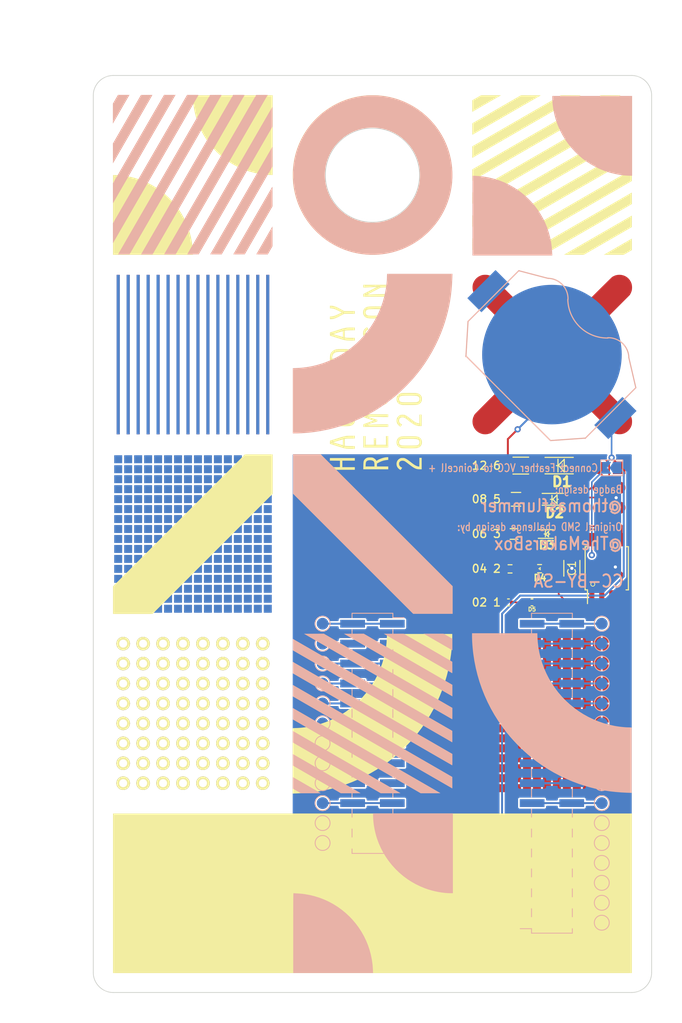
<source format=kicad_pcb>
(kicad_pcb (version 20201002) (generator pcbnew)
  (title_block (title "Hackaday Remoticon 2020 Unofficial Badge") (date "2020-10-05") (company "@thomasflummer") (comment 1 "CC-BY-SA"))
  (layers (0 "F.Cu" signal) (31 "B.Cu" signal) (34 "B.Paste" user) (35 "F.Paste" user) (36 "B.SilkS" user "B.Silkscreen") (37 "F.SilkS" user "F.Silkscreen") (38 "B.Mask" user) (39 "F.Mask" user) (44 "Edge.Cuts" user))
  (net 0 "")
  (net 1 "+BATT")
  (net 2 "GND")
  (net 3 "Net-(CON1-Pad5)")
  (net 4 "Net-(CON1-Pad1)")
  (net 5 "Net-(D1-Pad1)")
  (net 6 "Net-(D2-Pad1)")
  (net 7 "Net-(D3-Pad1)")
  (net 8 "Net-(D4-Pad1)")
  (net 9 "Net-(D5-Pad1)")
  (net 10 "/Feather wing/KEY")
  (net 11 "/Feather wing/1")
  (net 12 "/Feather wing/0")
  (net 13 "/Feather wing/MISO")
  (net 14 "/Feather wing/MOSI")
  (net 15 "/Feather wing/SCK")
  (net 16 "/Feather wing/A5")
  (net 17 "/Feather wing/A4")
  (net 18 "/Feather wing/A3")
  (net 19 "/Feather wing/A2")
  (net 20 "/Feather wing/A1")
  (net 21 "/Feather wing/A0")
  (net 22 "/Feather wing/Aref")
  (net 23 "/Feather wing/RST")
  (net 24 "/Feather wing/BAT")
  (net 25 "/Feather wing/En")
  (net 26 "/Feather wing/USB")
  (net 27 "/Feather wing/13")
  (net 28 "/Feather wing/12")
  (net 29 "/Feather wing/11")
  (net 30 "/Feather wing/10")
  (net 31 "/Feather wing/9")
  (net 32 "/Feather wing/6")
  (net 33 "/Feather wing/5")
  (net 34 "/Feather wing/3")
  (net 35 "/Feather wing/2")
  (net 36 "+3V3")
  (net 37 "Net-(CON1-Pad3)")
  (net 38 "Net-(CON1-Pad4)")
  (net 39 "Net-(D4-Pad2)")
  (net 40 "Net-(D5-Pad2)")
  (module "Connectors:PTH_Proto_pad" (layer "F.Cu") (at 59.69 125.729998)
    (fp_text reference "REF**" hide)
    (fp_text value "PTH_Proto_pad" hide)
    (pad "1" thru_hole circle (at 0 0) (size 1.7272 1.7272) (drill 1.016) (layers *.Cu *.Mask "F.SilkS"))
  )
  (module "footprints:testPad" (layer "F.Cu") (at 107.95 117.932198)
    (fp_text reference "P5" hide)
    (fp_text value "CONN_01X01")
    (pad "1" smd oval (at 0 0) (size 0.508 0.762) (property pad_prop_testpoint) (layers "F.Cu" "F.Mask") (net 40 "Net-(D5-Pad2)"))
  )
  (module "Connectors:Small_SMD_Proto_Pad" (layer "F.Cu") (at 116.205 137.794998)
    (fp_text reference "REF**" hide)
    (fp_text value "Small_SMD_Proto_Pad" hide)
    (pad "1" smd rect (at 0 0) (size 1.016 1.016) (layers "F.Cu" "F.Mask"))
  )
  (module "Connectors:Small_SMD_Proto_Pad" (layer "F.Cu") (at 112.395 136.524998)
    (fp_text reference "REF**" hide)
    (fp_text value "Small_SMD_Proto_Pad" hide)
    (pad "1" smd rect (at 0 0) (size 1.016 1.016) (layers "F.Cu" "F.Mask"))
  )
  (module "Connectors:PTH_Proto_pad" (layer "F.Cu") (at 64.77 128.269998)
    (fp_text reference "REF**" hide)
    (fp_text value "PTH_Proto_pad" hide)
    (pad "1" thru_hole circle (at 0 0) (size 1.7272 1.7272) (drill 1.016) (layers *.Cu *.Mask "F.SilkS"))
  )
  (module "Connectors:Small_SMD_Proto_Pad" (layer "F.Cu") (at 104.775 137.794998)
    (fp_text reference "REF**" hide)
    (fp_text value "Small_SMD_Proto_Pad" hide)
    (pad "1" smd rect (at 0 0) (size 1.016 1.016) (layers "F.Cu" "F.Mask"))
  )
  (module "footprints:R_0201" (layer "F.Cu") (at 103.6828 117.932198 180)
    (fp_text reference "R5" hide)
    (fp_text value "330")
    (pad "1" smd rect (at -0.4 0 180) (size 0.45 0.43) (layers "F.Cu" "F.Paste" "F.Mask") (net 9 "Net-(D5-Pad1)"))
    (pad "2" smd rect (at 0.4 0 180) (size 0.45 0.43) (layers "F.Cu" "F.Paste" "F.Mask") (net 2 "GND"))
  )
  (module "Connectors:Small_SMD_Proto_Pad" (layer "F.Cu") (at 109.855 122.554998)
    (fp_text reference "REF**" hide)
    (fp_text value "Small_SMD_Proto_Pad" hide)
    (pad "1" smd rect (at 0 0) (size 1.016 1.016) (layers "F.Cu" "F.Mask"))
  )
  (module "Connectors:Small_SMD_Proto_Pad" (layer "F.Cu") (at 107.315 122.554998)
    (fp_text reference "REF**" hide)
    (fp_text value "Small_SMD_Proto_Pad" hide)
    (pad "1" smd rect (at 0 0) (size 1.016 1.016) (layers "F.Cu" "F.Mask"))
  )
  (module "footprints:AVR-ISP-6" (layer "F.Cu") (at 115.2398 100.787198)
    (fp_text reference "CON1" hide)
    (fp_text value "AVR-ISP-6" hide)
    (pad "1" smd oval (at 0 0) (size 1.6 1.6) (property pad_prop_testpoint) (layers "F.Cu" "F.Mask") (net 4 "Net-(CON1-Pad1)"))
    (pad "2" smd rect (at 2.54 0) (size 1.6 1.6) (property pad_prop_testpoint) (layers "F.Cu" "F.Mask") (net 1 "+BATT"))
    (pad "3" smd oval (at 0 2.54) (size 1.6 1.6) (property pad_prop_testpoint) (layers "F.Cu" "F.Mask") (net 37 "Net-(CON1-Pad3)"))
    (pad "4" smd oval (at 2.54 2.54) (size 1.6 1.6) (property pad_prop_testpoint) (layers "F.Cu" "F.Mask") (net 38 "Net-(CON1-Pad4)"))
    (pad "5" smd oval (at 0 5.08) (size 1.6 1.6) (property pad_prop_testpoint) (layers "F.Cu" "F.Mask") (net 3 "Net-(CON1-Pad5)"))
    (pad "6" smd oval (at 2.54 5.08) (size 1.6 1.6) (property pad_prop_testpoint) (layers "F.Cu" "F.Mask") (net 2 "GND"))
  )
  (module "Connectors:PTH_Proto_pad" (layer "F.Cu") (at 67.31 138.429998)
    (fp_text reference "REF**" hide)
    (fp_text value "PTH_Proto_pad" hide)
    (pad "1" thru_hole circle (at 0 0) (size 1.7272 1.7272) (drill 1.016) (layers *.Cu *.Mask "F.SilkS"))
  )
  (module "Connectors:Small_SMD_Proto_Pad" (layer "F.Cu") (at 113.665 140.334998)
    (fp_text reference "REF**" hide)
    (fp_text value "Small_SMD_Proto_Pad" hide)
    (pad "1" smd rect (at 0 0) (size 1.016 1.016) (layers "F.Cu" "F.Mask"))
  )
  (module "Connectors:PTH_Proto_pad" (layer "F.Cu") (at 69.85 138.429998)
    (fp_text reference "REF**" hide)
    (fp_text value "PTH_Proto_pad" hide)
    (pad "1" thru_hole circle (at 0 0) (size 1.7272 1.7272) (drill 1.016) (layers *.Cu *.Mask "F.SilkS"))
  )
  (module "Connectors:Small_SMD_Proto_Pad" (layer "F.Cu") (at 99.695 127.634998)
    (fp_text reference "REF**" hide)
    (fp_text value "Small_SMD_Proto_Pad" hide)
    (pad "1" smd rect (at 0 0) (size 1.016 1.016) (layers "F.Cu" "F.Mask"))
  )
  (module "Connectors:Small_SMD_Proto_Pad" (layer "F.Cu") (at 99.695 133.984998)
    (fp_text reference "REF**" hide)
    (fp_text value "Small_SMD_Proto_Pad" hide)
    (pad "1" smd rect (at 0 0) (size 1.016 1.016) (layers "F.Cu" "F.Mask"))
  )
  (module "Connectors:Small_SMD_Proto_Pad" (layer "F.Cu") (at 103.505 133.984998)
    (fp_text reference "REF**" hide)
    (fp_text value "Small_SMD_Proto_Pad" hide)
    (pad "1" smd rect (at 0 0) (size 1.016 1.016) (layers "F.Cu" "F.Mask"))
  )
  (module "Connectors:PTH_Proto_pad" (layer "F.Cu") (at 54.61 135.889998)
    (fp_text reference "REF**" hide)
    (fp_text value "PTH_Proto_pad" hide)
    (pad "1" thru_hole circle (at 0 0) (size 1.7272 1.7272) (drill 1.016) (layers *.Cu *.Mask "F.SilkS"))
  )
  (module "Connectors:Small_SMD_Proto_Pad" (layer "F.Cu") (at 99.695 137.794998)
    (fp_text reference "REF**" hide)
    (fp_text value "Small_SMD_Proto_Pad" hide)
    (pad "1" smd rect (at 0 0) (size 1.016 1.016) (layers "F.Cu" "F.Mask"))
  )
  (module "Connectors:PTH_Proto_pad" (layer "F.Cu") (at 72.39 123.189998)
    (fp_text reference "REF**" hide)
    (fp_text value "PTH_Proto_pad" hide)
    (pad "1" thru_hole circle (at 0 0) (size 1.7272 1.7272) (drill 1.016) (layers *.Cu *.Mask "F.SilkS"))
  )
  (module "Connectors:Small_SMD_Proto_Pad" (layer "F.Cu") (at 118.745 132.714998)
    (fp_text reference "REF**" hide)
    (fp_text value "Small_SMD_Proto_Pad" hide)
    (pad "1" smd rect (at 0 0) (size 1.016 1.016) (layers "F.Cu" "F.Mask"))
  )
  (module "Connectors:PTH_Proto_pad" (layer "F.Cu") (at 54.61 125.729998)
    (fp_text reference "REF**" hide)
    (fp_text value "PTH_Proto_pad" hide)
    (pad "1" thru_hole circle (at 0 0) (size 1.7272 1.7272) (drill 1.016) (layers *.Cu *.Mask "F.SilkS"))
  )
  (module "Connectors:PTH_Proto_pad" (layer "F.Cu") (at 64.77 125.729998)
    (fp_text reference "REF**" hide)
    (fp_text value "PTH_Proto_pad" hide)
    (pad "1" thru_hole circle (at 0 0) (size 1.7272 1.7272) (drill 1.016) (layers *.Cu *.Mask "F.SilkS"))
  )
  (module "Connectors:Small_SMD_Proto_Pad" (layer "F.Cu") (at 117.475 123.824998)
    (fp_text reference "REF**" hide)
    (fp_text value "Small_SMD_Proto_Pad" hide)
    (pad "1" smd rect (at 0 0) (size 1.016 1.016) (layers "F.Cu" "F.Mask"))
  )
  (module "Connectors:Small_SMD_Proto_Pad" (layer "F.Cu") (at 113.665 128.904998)
    (fp_text reference "REF**" hide)
    (fp_text value "Small_SMD_Proto_Pad" hide)
    (pad "1" smd rect (at 0 0) (size 1.016 1.016) (layers "F.Cu" "F.Mask"))
  )
  (module "Connectors:Small_SMD_Proto_Pad" (layer "F.Cu") (at 99.695 140.334998)
    (fp_text reference "REF**" hide)
    (fp_text value "Small_SMD_Proto_Pad" hide)
    (pad "1" smd rect (at 0 0) (size 1.016 1.016) (layers "F.Cu" "F.Mask"))
  )
  (module "Connectors:Small_SMD_Proto_Pad" (layer "F.Cu") (at 116.205 127.634998)
    (fp_text reference "REF**" hide)
    (fp_text value "Small_SMD_Proto_Pad" hide)
    (pad "1" smd rect (at 0 0) (size 1.016 1.016) (layers "F.Cu" "F.Mask"))
  )
  (module "Connectors:Small_SMD_Proto_Pad" (layer "F.Cu") (at 113.665 133.984998)
    (fp_text reference "REF**" hide)
    (fp_text value "Small_SMD_Proto_Pad" hide)
    (pad "1" smd rect (at 0 0) (size 1.016 1.016) (layers "F.Cu" "F.Mask"))
  )
  (module "Connectors:PTH_Proto_pad" (layer "F.Cu") (at 67.31 140.969998)
    (fp_text reference "REF**" hide)
    (fp_text value "PTH_Proto_pad" hide)
    (pad "1" thru_hole circle (at 0 0) (size 1.7272 1.7272) (drill 1.016) (layers *.Cu *.Mask "F.SilkS"))
  )
  (module "Connectors:Small_SMD_Proto_Pad" (layer "F.Cu") (at 116.205 141.604998)
    (fp_text reference "REF**" hide)
    (fp_text value "Small_SMD_Proto_Pad" hide)
    (pad "1" smd rect (at 0 0) (size 1.016 1.016) (layers "F.Cu" "F.Mask"))
  )
  (module "Connectors:Small_SMD_Proto_Pad" (layer "F.Cu") (at 112.395 137.794998)
    (fp_text reference "REF**" hide)
    (fp_text value "Small_SMD_Proto_Pad" hide)
    (pad "1" smd rect (at 0 0) (size 1.016 1.016) (layers "F.Cu" "F.Mask"))
  )
  (module "Connectors:Small_SMD_Proto_Pad" (layer "F.Cu") (at 104.775 132.714998)
    (fp_text reference "REF**" hide)
    (fp_text value "Small_SMD_Proto_Pad" hide)
    (pad "1" smd rect (at 0 0) (size 1.016 1.016) (layers "F.Cu" "F.Mask"))
  )
  (module "Connectors:Small_SMD_Proto_Pad" (layer "F.Cu") (at 118.745 133.984998)
    (fp_text reference "REF**" hide)
    (fp_text value "Small_SMD_Proto_Pad" hide)
    (pad "1" smd rect (at 0 0) (size 1.016 1.016) (layers "F.Cu" "F.Mask"))
  )
  (module "Connectors:PTH_Proto_pad" (layer "F.Cu") (at 62.23 125.729998)
    (fp_text reference "REF**" hide)
    (fp_text value "PTH_Proto_pad" hide)
    (pad "1" thru_hole circle (at 0 0) (size 1.7272 1.7272) (drill 1.016) (layers *.Cu *.Mask "F.SilkS"))
  )
  (module "Connectors:Small_SMD_Proto_Pad" (layer "F.Cu") (at 99.695 136.524998)
    (fp_text reference "REF**" hide)
    (fp_text value "Small_SMD_Proto_Pad" hide)
    (pad "1" smd rect (at 0 0) (size 1.016 1.016) (layers "F.Cu" "F.Mask"))
  )
  (module "Connectors:PTH_Proto_pad" (layer "F.Cu") (at 59.69 135.889998)
    (fp_text reference "REF**" hide)
    (fp_text value "PTH_Proto_pad" hide)
    (pad "1" thru_hole circle (at 0 0) (size 1.7272 1.7272) (drill 1.016) (layers *.Cu *.Mask "F.SilkS"))
  )
  (module "Connectors:Small_SMD_Proto_Pad" (layer "F.Cu") (at 107.315 123.824998)
    (fp_text reference "REF**" hide)
    (fp_text value "Small_SMD_Proto_Pad" hide)
    (pad "1" smd rect (at 0 0) (size 1.016 1.016) (layers "F.Cu" "F.Mask"))
  )
  (module "Connectors:Small_SMD_Proto_Pad" (layer "F.Cu") (at 99.695 139.064998)
    (fp_text reference "REF**" hide)
    (fp_text value "Small_SMD_Proto_Pad" hide)
    (pad "1" smd rect (at 0 0) (size 1.016 1.016) (layers "F.Cu" "F.Mask"))
  )
  (module "Connectors:Small_SMD_Proto_Pad" (layer "F.Cu") (at 111.125 130.174998)
    (fp_text reference "REF**" hide)
    (fp_text value "Small_SMD_Proto_Pad" hide)
    (pad "1" smd rect (at 0 0) (size 1.016 1.016) (layers "F.Cu" "F.Mask"))
  )
  (module "Connectors:PTH_Proto_pad" (layer "F.Cu") (at 59.69 128.269998)
    (fp_text reference "REF**" hide)
    (fp_text value "PTH_Proto_pad" hide)
    (pad "1" thru_hole circle (at 0 0) (size 1.7272 1.7272) (drill 1.016) (layers *.Cu *.Mask "F.SilkS"))
  )
  (module "Connectors:Small_SMD_Proto_Pad" (layer "F.Cu") (at 113.665 132.714998)
    (fp_text reference "REF**" hide)
    (fp_text value "Small_SMD_Proto_Pad" hide)
    (pad "1" smd rect (at 0 0) (size 1.016 1.016) (layers "F.Cu" "F.Mask"))
  )
  (module "Connectors:Small_SMD_Proto_Pad" (layer "F.Cu") (at 116.205 130.174998)
    (fp_text reference "REF**" hide)
    (fp_text value "Small_SMD_Proto_Pad" hide)
    (pad "1" smd rect (at 0 0) (size 1.016 1.016) (layers "F.Cu" "F.Mask"))
  )
  (module "Connectors:Small_SMD_Proto_Pad" (layer "F.Cu") (at 114.935 131.444998)
    (fp_text reference "REF**" hide)
    (fp_text value "Small_SMD_Proto_Pad" hide)
    (pad "1" smd rect (at 0 0) (size 1.016 1.016) (layers "F.Cu" "F.Mask"))
  )
  (module "Connectors:Small_SMD_Proto_Pad" (layer "F.Cu") (at 104.775 136.524998)
    (fp_text reference "REF**" hide)
    (fp_text value "Small_SMD_Proto_Pad" hide)
    (pad "1" smd rect (at 0 0) (size 1.016 1.016) (layers "F.Cu" "F.Mask"))
  )
  (module "Connectors:Small_SMD_Proto_Pad" (layer "F.Cu") (at 111.125 128.904998)
    (fp_text reference "REF**" hide)
    (fp_text value "Small_SMD_Proto_Pad" hide)
    (pad "1" smd rect (at 0 0) (size 1.016 1.016) (layers "F.Cu" "F.Mask"))
  )
  (module "Connectors:Small_SMD_Proto_Pad" (layer "F.Cu") (at 113.665 137.794998)
    (fp_text reference "REF**" hide)
    (fp_text value "Small_SMD_Proto_Pad" hide)
    (pad "1" smd rect (at 0 0) (size 1.016 1.016) (layers "F.Cu" "F.Mask"))
  )
  (module "Connectors:Small_SMD_Proto_Pad" (layer "F.Cu") (at 109.855 128.904998)
    (fp_text reference "REF**" hide)
    (fp_text value "Small_SMD_Proto_Pad" hide)
    (pad "1" smd rect (at 0 0) (size 1.016 1.016) (layers "F.Cu" "F.Mask"))
  )
  (module "Connectors:Small_SMD_Proto_Pad" (layer "F.Cu") (at 108.585 140.334998)
    (fp_text reference "REF**" hide)
    (fp_text value "Small_SMD_Proto_Pad" hide)
    (pad "1" smd rect (at 0 0) (size 1.016 1.016) (layers "F.Cu" "F.Mask"))
  )
  (module "Connectors:PTH_Proto_pad" (layer "F.Cu") (at 54.61 130.809998)
    (fp_text reference "REF**" hide)
    (fp_text value "PTH_Proto_pad" hide)
    (pad "1" thru_hole circle (at 0 0) (size 1.7272 1.7272) (drill 1.016) (layers *.Cu *.Mask "F.SilkS"))
  )
  (module "Connectors:Small_SMD_Proto_Pad" (layer "F.Cu") (at 109.855 130.174998)
    (fp_text reference "REF**" hide)
    (fp_text value "Small_SMD_Proto_Pad" hide)
    (pad "1" smd rect (at 0 0) (size 1.016 1.016) (layers "F.Cu" "F.Mask"))
  )
  (module "Connectors:Small_SMD_Proto_Pad" (layer "F.Cu") (at 103.505 141.604998)
    (fp_text reference "REF**" hide)
    (fp_text value "Small_SMD_Proto_Pad" hide)
    (pad "1" smd rect (at 0 0) (size 1.016 1.016) (layers "F.Cu" "F.Mask"))
  )
  (module "Connectors:Small_SMD_Proto_Pad" (layer "F.Cu") (at 99.695 128.904998)
    (fp_text reference "REF**" hide)
    (fp_text value "Small_SMD_Proto_Pad" hide)
    (pad "1" smd rect (at 0 0) (size 1.016 1.016) (layers "F.Cu" "F.Mask"))
  )
  (module "Connectors:Small_SMD_Proto_Pad" (layer "F.Cu") (at 104.775 128.904998)
    (fp_text reference "REF**" hide)
    (fp_text value "Small_SMD_Proto_Pad" hide)
    (pad "1" smd rect (at 0 0) (size 1.016 1.016) (layers "F.Cu" "F.Mask"))
  )
  (module "Connectors:Small_SMD_Proto_Pad" (layer "F.Cu") (at 117.475 136.524998)
    (fp_text reference "REF**" hide)
    (fp_text value "Small_SMD_Proto_Pad" hide)
    (pad "1" smd rect (at 0 0) (size 1.016 1.016) (layers "F.Cu" "F.Mask"))
  )
  (module "Connectors:Small_SMD_Proto_Pad" (layer "F.Cu") (at 100.965 140.334998)
    (fp_text reference "REF**" hide)
    (fp_text value "Small_SMD_Proto_Pad" hide)
    (pad "1" smd rect (at 0 0) (size 1.016 1.016) (layers "F.Cu" "F.Mask"))
  )
  (module "Connectors:Small_SMD_Proto_Pad" (layer "F.Cu") (at 116.205 126.364998)
    (fp_text reference "REF**" hide)
    (fp_text value "Small_SMD_Proto_Pad" hide)
    (pad "1" smd rect (at 0 0) (size 1.016 1.016) (layers "F.Cu" "F.Mask"))
  )
  (module "Connectors:Small_SMD_Proto_Pad" (layer "F.Cu") (at 99.695 135.254998)
    (fp_text reference "REF**" hide)
    (fp_text value "Small_SMD_Proto_Pad" hide)
    (pad "1" smd rect (at 0 0) (size 1.016 1.016) (layers "F.Cu" "F.Mask"))
  )
  (module "Connectors:Small_SMD_Proto_Pad" (layer "F.Cu") (at 113.665 122.554998)
    (fp_text reference "REF**" hide)
    (fp_text value "Small_SMD_Proto_Pad" hide)
    (pad "1" smd rect (at 0 0) (size 1.016 1.016) (layers "F.Cu" "F.Mask"))
  )
  (module "footprints:testPad" (layer "F.Cu") (at 101.346 104.774998)
    (fp_text reference "PG2" hide)
    (fp_text value "CONN_01X01")
    (pad "1" smd oval (at 0 0) (size 0.508 0.762) (property pad_prop_testpoint) (layers "F.Cu" "F.Mask") (net 2 "GND"))
  )
  (module "Connectors:PTH_Proto_pad" (layer "F.Cu") (at 57.15 135.889998)
    (fp_text reference "REF**" hide)
    (fp_text value "PTH_Proto_pad" hide)
    (pad "1" thru_hole circle (at 0 0) (size 1.7272 1.7272) (drill 1.016) (layers *.Cu *.Mask "F.SilkS"))
  )
  (module "Connectors:Small_SMD_Proto_Pad" (layer "F.Cu") (at 116.205 139.064998)
    (fp_text reference "REF**" hide)
    (fp_text value "Small_SMD_Proto_Pad" hide)
    (pad "1" smd rect (at 0 0) (size 1.016 1.016) (layers "F.Cu" "F.Mask"))
  )
  (module "Connectors:Small_SMD_Proto_Pad" (layer "F.Cu") (at 114.935 132.714998)
    (fp_text reference "REF**" hide)
    (fp_text value "Small_SMD_Proto_Pad" hide)
    (pad "1" smd rect (at 0 0) (size 1.016 1.016) (layers "F.Cu" "F.Mask"))
  )
  (module "Connectors:PTH_Proto_pad" (layer "F.Cu") (at 67.31 123.189998)
    (fp_text reference "REF**" hide)
    (fp_text value "PTH_Proto_pad" hide)
    (pad "1" thru_hole circle (at 0 0) (size 1.7272 1.7272) (drill 1.016) (layers *.Cu *.Mask "F.SilkS"))
  )
  (module "Connectors:Small_SMD_Proto_Pad" (layer "F.Cu") (at 62.865 86.359998)
    (fp_text reference "REF**" hide)
    (fp_text value "Small_SMD_Proto_Pad" hide)
    (pad "1" smd rect (at 0 0) (size 0.4 20.32) (layers "F.Cu" "F.Mask"))
  )
  (module "Connectors:PTH_Proto_pad" (layer "F.Cu") (at 54.61 140.969998)
    (fp_text reference "REF**" hide)
    (fp_text value "PTH_Proto_pad" hide)
    (pad "1" thru_hole circle (at 0 0) (size 1.7272 1.7272) (drill 1.016) (layers *.Cu *.Mask "F.SilkS"))
  )
  (module "Connectors:PTH_Proto_pad" (layer "F.Cu") (at 67.31 135.889998)
    (fp_text reference "REF**" hide)
    (fp_text value "PTH_Proto_pad" hide)
    (pad "1" thru_hole circle (at 0 0) (size 1.7272 1.7272) (drill 1.016) (layers *.Cu *.Mask "F.SilkS"))
  )
  (module "Connectors:Small_SMD_Proto_Pad" (layer "F.Cu") (at 107.315 141.604998)
    (fp_text reference "REF**" hide)
    (fp_text value "Small_SMD_Proto_Pad" hide)
    (pad "1" smd rect (at 0 0) (size 1.016 1.016) (layers "F.Cu" "F.Mask"))
  )
  (module "Connectors:PTH_Proto_pad" (layer "F.Cu") (at 57.15 128.269998)
    (fp_text reference "REF**" hide)
    (fp_text value "PTH_Proto_pad" hide)
    (pad "1" thru_hole circle (at 0 0) (size 1.7272 1.7272) (drill 1.016) (layers *.Cu *.Mask "F.SilkS"))
  )
  (module "Connectors:Small_SMD_Proto_Pad" (layer "F.Cu") (at 114.935 136.524998)
    (fp_text reference "REF**" hide)
    (fp_text value "Small_SMD_Proto_Pad" hide)
    (pad "1" smd rect (at 0 0) (size 1.016 1.016) (layers "F.Cu" "F.Mask"))
  )
  (module "LOGO" (layer "F.Cu") (at 86.36 109.219998)
    (fp_text reference "G***" hide)
    (fp_text value "LOGO" hide)
  )
  (module "Connectors:Small_SMD_Proto_Pad" (layer "F.Cu") (at 111.125 137.794998)
    (fp_text reference "REF**" hide)
    (fp_text value "Small_SMD_Proto_Pad" hide)
    (pad "1" smd rect (at 0 0) (size 1.016 1.016) (layers "F.Cu" "F.Mask"))
  )
  (module "Connectors:Small_SMD_Proto_Pad" (layer "F.Cu") (at 118.745 141.604998)
    (fp_text reference "REF**" hide)
    (fp_text value "Small_SMD_Proto_Pad" hide)
    (pad "1" smd rect (at 0 0) (size 1.016 1.016) (layers "F.Cu" "F.Mask"))
  )
  (module "Connectors:Small_SMD_Proto_Pad" (layer "F.Cu") (at 106.045 123.824998)
    (fp_text reference "REF**" hide)
    (fp_text value "Small_SMD_Proto_Pad" hide)
    (pad "1" smd rect (at 0 0) (size 1.016 1.016) (layers "F.Cu" "F.Mask"))
  )
  (module "Connectors:Small_SMD_Proto_Pad" (layer "F.Cu") (at 107.315 128.904998)
    (fp_text reference "REF**" hide)
    (fp_text value "Small_SMD_Proto_Pad" hide)
    (pad "1" smd rect (at 0 0) (size 1.016 1.016) (layers "F.Cu" "F.Mask"))
  )
  (module "Connectors:Small_SMD_Proto_Pad" (layer "F.Cu") (at 107.315 140.334998)
    (fp_text reference "REF**" hide)
    (fp_text value "Small_SMD_Proto_Pad" hide)
    (pad "1" smd rect (at 0 0) (size 1.016 1.016) (layers "F.Cu" "F.Mask"))
  )
  (module "Connectors:PTH_Proto_pad" (layer "F.Cu") (at 59.69 130.809998)
    (fp_text reference "REF**" hide)
    (fp_text value "PTH_Proto_pad" hide)
    (pad "1" thru_hole circle (at 0 0) (size 1.7272 1.7272) (drill 1.016) (layers *.Cu *.Mask "F.SilkS"))
  )
  (module "Connectors:Small_SMD_Proto_Pad" (layer "F.Cu") (at 113.665 123.824998)
    (fp_text reference "REF**" hide)
    (fp_text value "Small_SMD_Proto_Pad" hide)
    (pad "1" smd rect (at 0 0) (size 1.016 1.016) (layers "F.Cu" "F.Mask"))
  )
  (module "Connectors:Small_SMD_Proto_Pad" (layer "F.Cu") (at 116.205 136.524998)
    (fp_text reference "REF**" hide)
    (fp_text value "Small_SMD_Proto_Pad" hide)
    (pad "1" smd rect (at 0 0) (size 1.016 1.016) (layers "F.Cu" "F.Mask"))
  )
  (module "Connectors:PTH_Proto_pad" (layer "F.Cu") (at 69.85 133.349998)
    (fp_text reference "REF**" hide)
    (fp_text value "PTH_Proto_pad" hide)
    (pad "1" thru_hole circle (at 0 0) (size 1.7272 1.7272) (drill 1.016) (layers *.Cu *.Mask "F.SilkS"))
  )
  (module "Connectors:Small_SMD_Proto_Pad" (layer "F.Cu") (at 103.505 136.524998)
    (fp_text reference "REF**" hide)
    (fp_text value "Small_SMD_Proto_Pad" hide)
    (pad "1" smd rect (at 0 0) (size 1.016 1.016) (layers "F.Cu" "F.Mask"))
  )
  (module "Connectors:Small_SMD_Proto_Pad" (layer "F.Cu") (at 73.025 86.359998)
    (fp_text reference "REF**" hide)
    (fp_text value "Small_SMD_Proto_Pad" hide)
    (pad "1" smd rect (at 0 0) (size 0.4 20.32) (layers "F.Cu" "F.Mask"))
  )
  (module "footprints:LED_0402" (layer "F.Cu") (at 107.6452 113.639598)
    (fp_text reference "D4" (at 0.0508 1.1684) (layer "F.SilkS") (effects (font (size 0.8 0.8) (thickness 0.2))))
    (fp_text value "LED")
    (pad "1" smd rect (at -0.5 0) (size 0.7 0.6) (layers "F.Cu" "F.Paste" "F.Mask") (net 8 "Net-(D4-Pad1)"))
    (pad "2" smd rect (at 0.5 0) (size 0.7 0.6) (layers "F.Cu" "F.Paste" "F.Mask") (net 39 "Net-(D4-Pad2)"))
  )
  (module "Connectors:Small_SMD_Proto_Pad" (layer "F.Cu") (at 106.045 136.524998)
    (fp_text reference "REF**" hide)
    (fp_text value "Small_SMD_Proto_Pad" hide)
    (pad "1" smd rect (at 0 0) (size 1.016 1.016) (layers "F.Cu" "F.Mask"))
  )
  (module "Connectors:Small_SMD_Proto_Pad" (layer "F.Cu") (at 112.395 131.444998)
    (fp_text reference "REF**" hide)
    (fp_text value "Small_SMD_Proto_Pad" hide)
    (pad "1" smd rect (at 0 0) (size 1.016 1.016) (layers "F.Cu" "F.Mask"))
  )
  (module "Connectors:Small_SMD_Proto_Pad" (layer "F.Cu") (at 108.585 135.254998)
    (fp_text reference "REF**" hide)
    (fp_text value "Small_SMD_Proto_Pad" hide)
    (pad "1" smd rect (at 0 0) (size 1.016 1.016) (layers "F.Cu" "F.Mask"))
  )
  (module "Connectors:PTH_Proto_pad" (layer "F.Cu") (at 57.15 138.429998)
    (fp_text reference "REF**" hide)
    (fp_text value "PTH_Proto_pad" hide)
    (pad "1" thru_hole circle (at 0 0) (size 1.7272 1.7272) (drill 1.016) (layers *.Cu *.Mask "F.SilkS"))
  )
  (module "Connectors:PTH_Proto_pad" (layer "F.Cu") (at 72.39 138.429998)
    (fp_text reference "REF**" hide)
    (fp_text value "PTH_Proto_pad" hide)
    (pad "1" thru_hole circle (at 0 0) (size 1.7272 1.7272) (drill 1.016) (layers *.Cu *.Mask "F.SilkS"))
  )
  (module "footprints:testPad" (layer "F.Cu") (at 111.125 109.219998)
    (fp_text reference "P3" hide)
    (fp_text value "CONN_01X01")
    (pad "1" smd oval (at 0 0) (size 0.508 0.762) (property pad_prop_testpoint) (layers "F.Cu" "F.Mask") (net 37 "Net-(CON1-Pad3)"))
  )
  (module "Connectors:PTH_Proto_pad" (layer "F.Cu") (at 72.39 125.729998)
    (fp_text reference "REF**" hide)
    (fp_text value "PTH_Proto_pad" hide)
    (pad "1" thru_hole circle (at 0 0) (size 1.7272 1.7272) (drill 1.016) (layers *.Cu *.Mask "F.SilkS"))
  )
  (module "Connectors:Small_SMD_Proto_Pad" (layer "F.Cu") (at 116.205 140.334998)
    (fp_text reference "REF**" hide)
    (fp_text value "Small_SMD_Proto_Pad" hide)
    (pad "1" smd rect (at 0 0) (size 1.016 1.016) (layers "F.Cu" "F.Mask"))
  )
  (module "Connectors:Small_SMD_Proto_Pad" (layer "F.Cu") (at 107.315 125.094998)
    (fp_text reference "REF**" hide)
    (fp_text value "Small_SMD_Proto_Pad" hide)
    (pad "1" smd rect (at 0 0) (size 1.016 1.016) (layers "F.Cu" "F.Mask"))
  )
  (module "Connectors:Small_SMD_Proto_Pad" (layer "F.Cu") (at 102.235 136.524998)
    (fp_text reference "REF**" hide)
    (fp_text value "Small_SMD_Proto_Pad" hide)
    (pad "1" smd rect (at 0 0) (size 1.016 1.016) (layers "F.Cu" "F.Mask"))
  )
  (module "Connectors:Small_SMD_Proto_Pad" (layer "F.Cu") (at 107.315 126.364998)
    (fp_text reference "REF**" hide)
    (fp_text value "Small_SMD_Proto_Pad" hide)
    (pad "1" smd rect (at 0 0) (size 1.016 1.016) (layers "F.Cu" "F.Mask"))
  )
  (module "Connectors:Small_SMD_Proto_Pad" (layer "F.Cu") (at 65.405 86.359998)
    (fp_text reference "REF**" hide)
    (fp_text value "Small_SMD_Proto_Pad" hide)
    (pad "1" smd rect (at 0 0) (size 0.4 20.32) (layers "F.Cu" "F.Mask"))
  )
  (module "Connectors:Small_SMD_Proto_Pad" (layer "F.Cu") (at 113.665 136.524998)
    (fp_text reference "REF**" hide)
    (fp_text value "Small_SMD_Proto_Pad" hide)
    (pad "1" smd rect (at 0 0) (size 1.016 1.016) (layers "F.Cu" "F.Mask"))
  )
  (module "Connectors:Small_SMD_Proto_Pad" (layer "F.Cu") (at 117.475 125.094998)
    (fp_text reference "REF**" hide)
    (fp_text value "Small_SMD_Proto_Pad" hide)
    (pad "1" smd rect (at 0 0) (size 1.016 1.016) (layers "F.Cu" "F.Mask"))
  )
  (module "Connectors:Small_SMD_Proto_Pad" (layer "F.Cu") (at 57.785 86.359998)
    (fp_text reference "REF**" hide)
    (fp_text value "Small_SMD_Proto_Pad" hide)
    (pad "1" smd rect (at 0 0) (size 0.4 20.32) (layers "F.Cu" "F.Mask"))
  )
  (module "Connectors:Small_SMD_Proto_Pad" (layer "F.Cu") (at 100.965 133.984998)
    (fp_text reference "REF**" hide)
    (fp_text value "Small_SMD_Proto_Pad" hide)
    (pad "1" smd rect (at 0 0) (size 1.016 1.016) (layers "F.Cu" "F.Mask"))
  )
  (module "Connectors:PTH_Proto_pad" (layer "F.Cu") (at 54.61 128.269998)
    (fp_text reference "REF**" hide)
    (fp_text value "PTH_Proto_pad" hide)
    (pad "1" thru_hole circle (at 0 0) (size 1.7272 1.7272) (drill 1.016) (layers *.Cu *.Mask "F.SilkS"))
  )
  (module "Connectors:Small_SMD_Proto_Pad" (layer "F.Cu") (at 100.965 128.904998)
    (fp_text reference "REF**" hide)
    (fp_text value "Small_SMD_Proto_Pad" hide)
    (pad "1" smd rect (at 0 0) (size 1.016 1.016) (layers "F.Cu" "F.Mask"))
  )
  (module "Connectors:PTH_Proto_pad" (layer "F.Cu") (at 72.39 135.889998)
    (fp_text reference "REF**" hide)
    (fp_text value "PTH_Proto_pad" hide)
    (pad "1" thru_hole circle (at 0 0) (size 1.7272 1.7272) (drill 1.016) (layers *.Cu *.Mask "F.SilkS"))
  )
  (module "Connectors:Small_SMD_Proto_Pad" (layer "F.Cu") (at 116.205 125.094998)
    (fp_text reference "REF**" hide)
    (fp_text value "Small_SMD_Proto_Pad" hide)
    (pad "1" smd rect (at 0 0) (size 1.016 1.016) (layers "F.Cu" "F.Mask"))
  )
  (module "Connectors:Small_SMD_Proto_Pad" (layer "F.Cu") (at 106.045 128.904998)
    (fp_text reference "REF**" hide)
    (fp_text value "Small_SMD_Proto_Pad" hide)
    (pad "1" smd rect (at 0 0) (size 1.016 1.016) (layers "F.Cu" "F.Mask"))
  )
  (module "Connectors:Small_SMD_Proto_Pad" (layer "F.Cu") (at 109.855 133.984998)
    (fp_text reference "REF**" hide)
    (fp_text value "Small_SMD_Proto_Pad" hide)
    (pad "1" smd rect (at 0 0) (size 1.016 1.016) (layers "F.Cu" "F.Mask"))
  )
  (module "Connectors:Small_SMD_Proto_Pad" (layer "F.Cu") (at 108.585 126.364998)
    (fp_text reference "REF**" hide)
    (fp_text value "Small_SMD_Proto_Pad" hide)
    (pad "1" smd rect (at 0 0) (size 1.016 1.016) (layers "F.Cu" "F.Mask"))
  )
  (module "Connectors:PTH_Proto_pad" (layer "F.Cu") (at 67.31 130.809998)
    (fp_text reference "REF**" hide)
    (fp_text value "PTH_Proto_pad" hide)
    (pad "1" thru_hole circle (at 0 0) (size 1.7272 1.7272) (drill 1.016) (layers *.Cu *.Mask "F.SilkS"))
  )
  (module "Connectors:Small_SMD_Proto_Pad" (layer "F.Cu") (at 102.235 125.094998)
    (fp_text reference "REF**" hide)
    (fp_text value "Small_SMD_Proto_Pad" hide)
    (pad "1" smd rect (at 0 0) (size 1.016 1.016) (layers "F.Cu" "F.Mask"))
  )
  (module "Connectors:PTH_Proto_pad" (layer "F.Cu") (at 67.31 125.729998)
    (fp_text reference "REF**" hide)
    (fp_text value "PTH_Proto_pad" hide)
    (pad "1" thru_hole circle (at 0 0) (size 1.7272 1.7272) (drill 1.016) (layers *.Cu *.Mask "F.SilkS"))
  )
  (module "Connectors:Small_SMD_Proto_Pad" (layer "F.Cu") (at 117.475 139.064998)
    (fp_text reference "REF**" hide)
    (fp_text value "Small_SMD_Proto_Pad" hide)
    (pad "1" smd rect (at 0 0) (size 1.016 1.016) (layers "F.Cu" "F.Mask"))
  )
  (module "Connectors:Small_SMD_Proto_Pad" (layer "F.Cu") (at 102.235 135.254998)
    (fp_text reference "REF**" hide)
    (fp_text value "Small_SMD_Proto_Pad" hide)
    (pad "1" smd rect (at 0 0) (size 1.016 1.016) (layers "F.Cu" "F.Mask"))
  )
  (module "Connectors:Small_SMD_Proto_Pad" (layer "F.Cu") (at 118.745 137.794998)
    (fp_text reference "REF**" hide)
    (fp_text value "Small_SMD_Proto_Pad" hide)
    (pad "1" smd rect (at 0 0) (size 1.016 1.016) (layers "F.Cu" "F.Mask"))
  )
  (module "Connectors:PTH_Proto_pad" (layer "F.Cu") (at 69.85 128.269998)
    (fp_text reference "REF**" hide)
    (fp_text value "PTH_Proto_pad" hide)
    (pad "1" thru_hole circle (at 0 0) (size 1.7272 1.7272) (drill 1.016) (layers *.Cu *.Mask "F.SilkS"))
  )
  (module "Connectors:PTH_Proto_pad" (layer "F.Cu") (at 62.23 128.269998)
    (fp_text reference "REF**" hide)
    (fp_text value "PTH_Proto_pad" hide)
    (pad "1" thru_hole circle (at 0 0) (size 1.7272 1.7272) (drill 1.016) (layers *.Cu *.Mask "F.SilkS"))
  )
  (module "Connectors:Small_SMD_Proto_Pad" (layer "F.Cu") (at 103.505 122.554998)
    (fp_text reference "REF**" hide)
    (fp_text value "Small_SMD_Proto_Pad" hide)
    (pad "1" smd rect (at 0 0) (size 1.016 1.016) (layers "F.Cu" "F.Mask"))
  )
  (module "Connectors:Small_SMD_Proto_Pad" (layer "F.Cu") (at 102.235 122.554998)
    (fp_text reference "REF**" hide)
    (fp_text value "Small_SMD_Proto_Pad" hide)
    (pad "1" smd rect (at 0 0) (size 1.016 1.016) (layers "F.Cu" "F.Mask"))
  )
  (module "Connectors:Small_SMD_Proto_Pad" (layer "F.Cu") (at 100.965 141.604998)
    (fp_text reference "REF**" hide)
    (fp_text value "Small_SMD_Proto_Pad" hide)
    (pad "1" smd rect (at 0 0) (size 1.016 1.016) (layers "F.Cu" "F.Mask"))
  )
  (module "Connectors:Small_SMD_Proto_Pad" (layer "F.Cu") (at 102.235 140.334998)
    (fp_text reference "REF**" hide)
    (fp_text value "Small_SMD_Proto_Pad" hide)
    (pad "1" smd rect (at 0 0) (size 1.016 1.016) (layers "F.Cu" "F.Mask"))
  )
  (module "Connectors:Small_SMD_Proto_Pad" (layer "F.Cu") (at 117.475 122.554998)
    (fp_text reference "REF**" hide)
    (fp_text value "Small_SMD_Proto_Pad" hide)
    (pad "1" smd rect (at 0 0) (size 1.016 1.016) (layers "F.Cu" "F.Mask"))
  )
  (module "Connectors:Small_SMD_Proto_Pad" (layer "F.Cu") (at 108.585 141.604998)
    (fp_text reference "REF**" hide)
    (fp_text value "Small_SMD_Proto_Pad" hide)
    (pad "1" smd rect (at 0 0) (size 1.016 1.016) (layers "F.Cu" "F.Mask"))
  )
  (module "Connectors:Small_SMD_Proto_Pad" (layer "F.Cu") (at 102.235 131.444998)
    (fp_text reference "REF**" hide)
    (fp_text value "Small_SMD_Proto_Pad" hide)
    (pad "1" smd rect (at 0 0) (size 1.016 1.016) (layers "F.Cu" "F.Mask"))
  )
  (module "Connectors:Small_SMD_Proto_Pad" (layer "F.Cu") (at 108.585 128.904998)
    (fp_text reference "REF**" hide)
    (fp_text value "Small_SMD_Proto_Pad" hide)
    (pad "1" smd rect (at 0 0) (size 1.016 1.016) (layers "F.Cu" "F.Mask"))
  )
  (module "Connectors:Small_SMD_Proto_Pad" (layer "F.Cu") (at 114.935 133.984998)
    (fp_text reference "REF**" hide)
    (fp_text value "Small_SMD_Proto_Pad" hide)
    (pad "1" smd rect (at 0 0) (size 1.016 1.016) (layers "F.Cu" "F.Mask"))
  )
  (module "Connectors:Small_SMD_Proto_Pad" (layer "F.Cu") (at 106.045 122.554998)
    (fp_text reference "REF**" hide)
    (fp_text value "Small_SMD_Proto_Pad" hide)
    (pad "1" smd rect (at 0 0) (size 1.016 1.016) (layers "F.Cu" "F.Mask"))
  )
  (module "Connectors:Small_SMD_Proto_Pad" (layer "F.Cu") (at 112.395 123.824998)
    (fp_text reference "REF**" hide)
    (fp_text value "Small_SMD_Proto_Pad" hide)
    (pad "1" smd rect (at 0 0) (size 1.016 1.016) (layers "F.Cu" "F.Mask"))
  )
  (module "Connectors:Small_SMD_Proto_Pad" (layer "F.Cu") (at 111.125 133.984998)
    (fp_text reference "REF**" hide)
    (fp_text value "Small_SMD_Proto_Pad" hide)
    (pad "1" smd rect (at 0 0) (size 1.016 1.016) (layers "F.Cu" "F.Mask"))
  )
  (module "Connectors:Small_SMD_Proto_Pad" (layer "F.Cu") (at 107.315 131.444998)
    (fp_text reference "REF**" hide)
    (fp_text value "Small_SMD_Proto_Pad" hide)
    (pad "1" smd rect (at 0 0) (size 1.016 1.016) (layers "F.Cu" "F.Mask"))
  )
  (module "Connectors:Small_SMD_Proto_Pad" (layer "F.Cu") (at 109.855 126.364998)
    (fp_text reference "REF**" hide)
    (fp_text value "Small_SMD_Proto_Pad" hide)
    (pad "1" smd rect (at 0 0) (size 1.016 1.016) (layers "F.Cu" "F.Mask"))
  )
  (module "Connectors:Small_SMD_Proto_Pad" (layer "F.Cu") (at 112.395 125.094998)
    (fp_text reference "REF**" hide)
    (fp_text value "Small_SMD_Proto_Pad" hide)
    (pad "1" smd rect (at 0 0) (size 1.016 1.016) (layers "F.Cu" "F.Mask"))
  )
  (module "footprints:testPad" (layer "F.Cu") (at 109.22 113.664998)
    (fp_text reference "P4" hide)
    (fp_text value "CONN_01X01")
    (pad "1" smd oval (at 0 0) (size 0.508 0.762) (property pad_prop_testpoint) (layers "F.Cu" "F.Mask") (net 39 "Net-(D4-Pad2)"))
  )
  (module "LOGO" (layer "F.Cu") (at 86.36 109.219998)
    (fp_text reference "G***" hide)
    (fp_text value "LOGO" hide)
  )
  (module "Connectors:Small_SMD_Proto_Pad" (layer "F.Cu") (at 103.505 139.064998)
    (fp_text reference "REF**" hide)
    (fp_text value "Small_SMD_Proto_Pad" hide)
    (pad "1" smd rect (at 0 0) (size 1.016 1.016) (layers "F.Cu" "F.Mask"))
  )
  (module "Connectors:Small_SMD_Proto_Pad" (layer "F.Cu") (at 104.775 122.554998)
    (fp_text reference "REF**" hide)
    (fp_text value "Small_SMD_Proto_Pad" hide)
    (pad "1" smd rect (at 0 0) (size 1.016 1.016) (layers "F.Cu" "F.Mask"))
  )
  (module "Connectors:Small_SMD_Proto_Pad" (layer "F.Cu") (at 106.045 132.714998)
    (fp_text reference "REF**" hide)
    (fp_text value "Small_SMD_Proto_Pad" hide)
    (pad "1" smd rect (at 0 0) (size 1.016 1.016) (layers "F.Cu" "F.Mask"))
  )
  (module "Connectors:Small_SMD_Proto_Pad" (layer "F.Cu") (at 117.475 141.604998)
    (fp_text reference "REF**" hide)
    (fp_text value "Small_SMD_Proto_Pad" hide)
    (pad "1" smd rect (at 0 0) (size 1.016 1.016) (layers "F.Cu" "F.Mask"))
  )
  (module "Connectors:PTH_Proto_pad" (layer "F.Cu") (at 57.15 123.189998)
    (fp_text reference "REF**" hide)
    (fp_text value "PTH_Proto_pad" hide)
    (pad "1" thru_hole circle (at 0 0) (size 1.7272 1.7272) (drill 1.016) (layers *.Cu *.Mask "F.SilkS"))
  )
  (module "Connectors:Small_SMD_Proto_Pad" (layer "F.Cu") (at 108.585 133.984998)
    (fp_text reference "REF**" hide)
    (fp_text value "Small_SMD_Proto_Pad" hide)
    (pad "1" smd rect (at 0 0) (size 1.016 1.016) (layers "F.Cu" "F.Mask"))
  )
  (module "Connectors:Small_SMD_Proto_Pad" (layer "F.Cu") (at 103.505 123.824998)
    (fp_text reference "REF**" hide)
    (fp_text value "Small_SMD_Proto_Pad" hide)
    (pad "1" smd rect (at 0 0) (size 1.016 1.016) (layers "F.Cu" "F.Mask"))
  )
  (module "Connectors:Small_SMD_Proto_Pad" (layer "F.Cu") (at 113.665 126.364998)
    (fp_text reference "REF**" hide)
    (fp_text value "Small_SMD_Proto_Pad" hide)
    (pad "1" smd rect (at 0 0) (size 1.016 1.016) (layers "F.Cu" "F.Mask"))
  )
  (module "Connectors:Small_SMD_Proto_Pad" (layer "F.Cu") (at 109.855 135.254998)
    (fp_text reference "REF**" hide)
    (fp_text value "Small_SMD_Proto_Pad" hide)
    (pad "1" smd rect (at 0 0) (size 1.016 1.016) (layers "F.Cu" "F.Mask"))
  )
  (module "Connectors:Small_SMD_Proto_Pad" (layer "F.Cu") (at 111.125 131.444998)
    (fp_text reference "REF**" hide)
    (fp_text value "Small_SMD_Proto_Pad" hide)
    (pad "1" smd rect (at 0 0) (size 1.016 1.016) (layers "F.Cu" "F.Mask"))
  )
  (module "Connectors:Small_SMD_Proto_Pad" (layer "F.Cu") (at 114.935 139.064998)
    (fp_text reference "REF**" hide)
    (fp_text value "Small_SMD_Proto_Pad" hide)
    (pad "1" smd rect (at 0 0) (size 1.016 1.016) (layers "F.Cu" "F.Mask"))
  )
  (module "Connectors:Small_SMD_Proto_Pad" (layer "F.Cu") (at 118.745 140.334998)
    (fp_text reference "REF**" hide)
    (fp_text value "Small_SMD_Proto_Pad" hide)
    (pad "1" smd rect (at 0 0) (size 1.016 1.016) (layers "F.Cu" "F.Mask"))
  )
  (module "Connectors:Small_SMD_Proto_Pad" (layer "F.Cu") (at 100.965 139.064998)
    (fp_text reference "REF**" hide)
    (fp_text value "Small_SMD_Proto_Pad" hide)
    (pad "1" smd rect (at 0 0) (size 1.016 1.016) (layers "F.Cu" "F.Mask"))
  )
  (module "Connectors:Small_SMD_Proto_Pad" (layer "F.Cu") (at 100.965 130.174998)
    (fp_text reference "REF**" hide)
    (fp_text value "Small_SMD_Proto_Pad" hide)
    (pad "1" smd rect (at 0 0) (size 1.016 1.016) (layers "F.Cu" "F.Mask"))
  )
  (module "Connectors:Small_SMD_Proto_Pad" (layer "F.Cu") (at 114.935 126.364998)
    (fp_text reference "REF**" hide)
    (fp_text value "Small_SMD_Proto_Pad" hide)
    (pad "1" smd rect (at 0 0) (size 1.016 1.016) (layers "F.Cu" "F.Mask"))
  )
  (module "Connectors:Small_SMD_Proto_Pad" (layer "F.Cu") (at 104.775 130.174998)
    (fp_text reference "REF**" hide)
    (fp_text value "Small_SMD_Proto_Pad" hide)
    (pad "1" smd rect (at 0 0) (size 1.016 1.016) (layers "F.Cu" "F.Mask"))
  )
  (module "Connectors:Small_SMD_Proto_Pad" (layer "F.Cu") (at 118.745 128.904998)
    (fp_text reference "REF**" hide)
    (fp_text value "Small_SMD_Proto_Pad" hide)
    (pad "1" smd rect (at 0 0) (size 1.016 1.016) (layers "F.Cu" "F.Mask"))
  )
  (module "Connectors:Small_SMD_Proto_Pad" (layer "F.Cu") (at 103.505 127.634998)
    (fp_text reference "REF**" hide)
    (fp_text value "Small_SMD_Proto_Pad" hide)
    (pad "1" smd rect (at 0 0) (size 1.016 1.016) (layers "F.Cu" "F.Mask"))
  )
  (module "Connectors:Small_SMD_Proto_Pad" (layer "F.Cu") (at 109.855 140.334998)
    (fp_text reference "REF**" hide)
    (fp_text value "Small_SMD_Proto_Pad" hide)
    (pad "1" smd rect (at 0 0) (size 1.016 1.016) (layers "F.Cu" "F.Mask"))
  )
  (module "Connectors:Small_SMD_Proto_Pad" (layer "F.Cu") (at 116.205 132.714998)
    (fp_text reference "REF**" hide)
    (fp_text value "Small_SMD_Proto_Pad" hide)
    (pad "1" smd rect (at 0 0) (size 1.016 1.016) (layers "F.Cu" "F.Mask"))
  )
  (module "Connectors:Small_SMD_Proto_Pad" (layer "F.Cu") (at 102.235 132.714998)
    (fp_text reference "REF**" hide)
    (fp_text value "Small_SMD_Proto_Pad" hide)
    (pad "1" smd rect (at 0 0) (size 1.016 1.016) (layers "F.Cu" "F.Mask"))
  )
  (module "Connectors:Small_SMD_Proto_Pad" (layer "F.Cu") (at 99.695 132.714998)
    (fp_text reference "REF**" hide)
    (fp_text value "Small_SMD_Proto_Pad" hide)
    (pad "1" smd rect (at 0 0) (size 1.016 1.016) (layers "F.Cu" "F.Mask"))
  )
  (module "Connectors:PTH_Proto_pad" (layer "F.Cu") (at 67.31 128.269998)
    (fp_text reference "REF**" hide)
    (fp_text value "PTH_Proto_pad" hide)
    (pad "1" thru_hole circle (at 0 0) (size 1.7272 1.7272) (drill 1.016) (layers *.Cu *.Mask "F.SilkS"))
  )
  (module "Connectors:Small_SMD_Proto_Pad" (layer "F.Cu") (at 64.135 86.359998)
    (fp_text reference "REF**" hide)
    (fp_text value "Small_SMD_Proto_Pad" hide)
    (pad "1" smd rect (at 0 0) (size 0.4 20.32) (layers "F.Cu" "F.Mask"))
  )
  (module "Connectors:Small_SMD_Proto_Pad" (layer "F.Cu") (at 118.745 135.254998)
    (fp_text reference "REF**" hide)
    (fp_text value "Small_SMD_Proto_Pad" hide)
    (pad "1" smd rect (at 0 0) (size 1.016 1.016) (layers "F.Cu" "F.Mask"))
  )
  (module "Connectors:Small_SMD_Proto_Pad" (layer "F.Cu") (at 117.475 126.364998)
    (fp_text reference "REF**" hide)
    (fp_text value "Small_SMD_Proto_Pad" hide)
    (pad "1" smd rect (at 0 0) (size 1.016 1.016) (layers "F.Cu" "F.Mask"))
  )
  (module "Connectors:Small_SMD_Proto_Pad" (layer "F.Cu") (at 111.125 135.254998)
    (fp_text reference "REF**" hide)
    (fp_text value "Small_SMD_Proto_Pad" hide)
    (pad "1" smd rect (at 0 0) (size 1.016 1.016) (layers "F.Cu" "F.Mask"))
  )
  (module "Connectors:Small_SMD_Proto_Pad" (layer "F.Cu") (at 114.935 140.334998)
    (fp_text reference "REF**" hide)
    (fp_text value "Small_SMD_Proto_Pad" hide)
    (pad "1" smd rect (at 0 0) (size 1.016 1.016) (layers "F.Cu" "F.Mask"))
  )
  (module "Connectors:Small_SMD_Proto_Pad" (layer "F.Cu") (at 111.125 123.824998)
    (fp_text reference "REF**" hide)
    (fp_text value "Small_SMD_Proto_Pad" hide)
    (pad "1" smd rect (at 0 0) (size 1.016 1.016) (layers "F.Cu" "F.Mask"))
  )
  (module "Connectors:PTH_Proto_pad" (layer "F.Cu") (at 54.61 123.189998)
    (fp_text reference "REF**" hide)
    (fp_text value "PTH_Proto_pad" hide)
    (pad "1" thru_hole circle (at 0 0) (size 1.7272 1.7272) (drill 1.016) (layers *.Cu *.Mask "F.SilkS"))
  )
  (module "Connectors:Small_SMD_Proto_Pad" (layer "F.Cu") (at 109.855 127.634998)
    (fp_text reference "REF**" hide)
    (fp_text value "Small_SMD_Proto_Pad" hide)
    (pad "1" smd rect (at 0 0) (size 1.016 1.016) (layers "F.Cu" "F.Mask"))
  )
  (module "Connectors:PTH_Proto_pad" (layer "F.Cu") (at 62.23 135.889998)
    (fp_text reference "REF**" hide)
    (fp_text value "PTH_Proto_pad" hide)
    (pad "1" thru_hole circle (at 0 0) (size 1.7272 1.7272) (drill 1.016) (layers *.Cu *.Mask "F.SilkS"))
  )
  (module "Connectors:Small_SMD_Proto_Pad" (layer "F.Cu") (at 103.505 128.904998)
    (fp_text reference "REF**" hide)
    (fp_text value "Small_SMD_Proto_Pad" hide)
    (pad "1" smd rect (at 0 0) (size 1.016 1.016) (layers "F.Cu" "F.Mask"))
  )
  (module "Connectors:Small_SMD_Proto_Pad" (layer "F.Cu") (at 107.315 127.634998)
    (fp_text reference "REF**" hide)
    (fp_text value "Small_SMD_Proto_Pad" hide)
    (pad "1" smd rect (at 0 0) (size 1.016 1.016) (layers "F.Cu" "F.Mask"))
  )
  (module "Connectors:Small_SMD_Proto_Pad" (layer "F.Cu") (at 113.665 141.604998)
    (fp_text reference "REF**" hide)
    (fp_text value "Small_SMD_Proto_Pad" hide)
    (pad "1" smd rect (at 0 0) (size 1.016 1.016) (layers "F.Cu" "F.Mask"))
  )
  (module "Connectors:Small_SMD_Proto_Pad" (layer "F.Cu") (at 104.775 127.634998)
    (fp_text reference "REF**" hide)
    (fp_text value "Small_SMD_Proto_Pad" hide)
    (pad "1" smd rect (at 0 0) (size 1.016 1.016) (layers "F.Cu" "F.Mask"))
  )
  (module "Connectors:Small_SMD_Proto_Pad" (layer "F.Cu") (at 100.965 136.524998)
    (fp_text reference "REF**" hide)
    (fp_text value "Small_SMD_Proto_Pad" hide)
    (pad "1" smd rect (at 0 0) (size 1.016 1.016) (layers "F.Cu" "F.Mask"))
  )
  (module "Connectors:Small_SMD_Proto_Pad" (layer "F.Cu") (at 102.235 141.604998)
    (fp_text reference "REF**" hide)
    (fp_text value "Small_SMD_Proto_Pad" hide)
    (pad "1" smd rect (at 0 0) (size 1.016 1.016) (layers "F.Cu" "F.Mask"))
  )
  (module "Connectors:Small_SMD_Proto_Pad" (layer "F.Cu") (at 104.775 123.824998)
    (fp_text reference "REF**" hide)
    (fp_text value "Small_SMD_Proto_Pad" hide)
    (pad "1" smd rect (at 0 0) (size 1.016 1.016) (layers "F.Cu" "F.Mask"))
  )
  (module "Connectors:Small_SMD_Proto_Pad" (layer "F.Cu") (at 111.125 132.714998)
    (fp_text reference "REF**" hide)
    (fp_text value "Small_SMD_Proto_Pad" hide)
    (pad "1" smd rect (at 0 0) (size 1.016 1.016) (layers "F.Cu" "F.Mask"))
  )
  (module "Connectors:Small_SMD_Proto_Pad" (layer "F.Cu") (at 99.695 123.824998)
    (fp_text reference "REF**" hide)
    (fp_text value "Small_SMD_Proto_Pad" hide)
    (pad "1" smd rect (at 0 0) (size 1.016 1.016) (layers "F.Cu" "F.Mask"))
  )
  (module "Connectors:Small_SMD_Proto_Pad" (layer "F.Cu") (at 118.745 126.364998)
    (fp_text reference "REF**" hide)
    (fp_text value "Small_SMD_Proto_Pad" hide)
    (pad "1" smd rect (at 0 0) (size 1.016 1.016) (layers "F.Cu" "F.Mask"))
  )
  (module "Connectors:Small_SMD_Proto_Pad" (layer "F.Cu") (at 107.315 133.984998)
    (fp_text reference "REF**" hide)
    (fp_text value "Small_SMD_Proto_Pad" hide)
    (pad "1" smd rect (at 0 0) (size 1.016 1.016) (layers "F.Cu" "F.Mask"))
  )
  (module "Connectors:Small_SMD_Proto_Pad" (layer "F.Cu") (at 100.965 127.634998)
    (fp_text reference "REF**" hide)
    (fp_text value "Small_SMD_Proto_Pad" hide)
    (pad "1" smd rect (at 0 0) (size 1.016 1.016) (layers "F.Cu" "F.Mask"))
  )
  (module "Connectors:Small_SMD_Proto_Pad" (layer "F.Cu") (at 114.935 130.174998)
    (fp_text reference "REF**" hide)
    (fp_text value "Small_SMD_Proto_Pad" hide)
    (pad "1" smd rect (at 0 0) (size 1.016 1.016) (layers "F.Cu" "F.Mask"))
  )
  (module "Connectors:Small_SMD_Proto_Pad" (layer "F.Cu") (at 109.855 132.714998)
    (fp_text reference "REF**" hide)
    (fp_text value "Small_SMD_Proto_Pad" hide)
    (pad "1" smd rect (at 0 0) (size 1.016 1.016) (layers "F.Cu" "F.Mask"))
  )
  (module "Connectors:Small_SMD_Proto_Pad" (layer "F.Cu") (at 103.505 130.174998)
    (fp_text reference "REF**" hide)
    (fp_text value "Small_SMD_Proto_Pad" hide)
    (pad "1" smd rect (at 0 0) (size 1.016 1.016) (layers "F.Cu" "F.Mask"))
  )
  (module "Connectors:PTH_Proto_pad" (layer "F.Cu") (at 72.39 140.969998)
    (fp_text reference "REF**" hide)
    (fp_text value "PTH_Proto_pad" hide)
    (pad "1" thru_hole circle (at 0 0) (size 1.7272 1.7272) (drill 1.016) (layers *.Cu *.Mask "F.SilkS"))
  )
  (module "Connectors:Small_SMD_Proto_Pad" (layer "F.Cu") (at 55.245 86.359998)
    (fp_text reference "REF**" hide)
    (fp_text value "Small_SMD_Proto_Pad" hide)
    (pad "1" smd rect (at 0 0) (size 0.4 20.32) (layers "F.Cu" "F.Mask"))
  )
  (module "Connectors:Small_SMD_Proto_Pad" (layer "F.Cu") (at 60.325 86.359998)
    (fp_text reference "REF**" hide)
    (fp_text value "Small_SMD_Proto_Pad" hide)
    (pad "1" smd rect (at 0 0) (size 0.4 20.32) (layers "F.Cu" "F.Mask"))
  )
  (module "Connectors:Small_SMD_Proto_Pad" (layer "F.Cu") (at 53.975 86.359998)
    (fp_text reference "REF**" hide)
    (fp_text value "Small_SMD_Proto_Pad" hide)
    (pad "1" smd rect (at 0 0) (size 0.4 20.32) (layers "F.Cu" "F.Mask"))
  )
  (module "Connectors:Small_SMD_Proto_Pad" (layer "F.Cu") (at 117.475 135.254998)
    (fp_text reference "REF**" hide)
    (fp_text value "Small_SMD_Proto_Pad" hide)
    (pad "1" smd rect (at 0 0) (size 1.016 1.016) (layers "F.Cu" "F.Mask"))
  )
  (module "Connectors:PTH_Proto_pad" (layer "F.Cu") (at 69.85 135.889998)
    (fp_text reference "REF**" hide)
    (fp_text value "PTH_Proto_pad" hide)
    (pad "1" thru_hole circle (at 0 0) (size 1.7272 1.7272) (drill 1.016) (layers *.Cu *.Mask "F.SilkS"))
  )
  (module "Connectors:Small_SMD_Proto_Pad" (layer "F.Cu") (at 109.855 139.064998)
    (fp_text reference "REF**" hide)
    (fp_text value "Small_SMD_Proto_Pad" hide)
    (pad "1" smd rect (at 0 0) (size 1.016 1.016) (layers "F.Cu" "F.Mask"))
  )
  (module "Connectors:Small_SMD_Proto_Pad" (layer "F.Cu") (at 113.665 125.094998)
    (fp_text reference "REF**" hide)
    (fp_text value "Small_SMD_Proto_Pad" hide)
    (pad "1" smd rect (at 0 0) (size 1.016 1.016) (layers "F.Cu" "F.Mask"))
  )
  (module "Connectors:Small_SMD_Proto_Pad" (layer "F.Cu") (at 106.045 137.794998)
    (fp_text reference "REF**" hide)
    (fp_text value "Small_SMD_Proto_Pad" hide)
    (pad "1" smd rect (at 0 0) (size 1.016 1.016) (layers "F.Cu" "F.Mask"))
  )
  (module "Connectors:Small_SMD_Proto_Pad" (layer "F.Cu") (at 113.665 135.254998)
    (fp_text reference "REF**" hide)
    (fp_text value "Small_SMD_Proto_Pad" hide)
    (pad "1" smd rect (at 0 0) (size 1.016 1.016) (layers "F.Cu" "F.Mask"))
  )
  (module "Connectors:Small_SMD_Proto_Pad" (layer "F.Cu") (at 117.475 132.714998)
    (fp_text reference "REF**" hide)
    (fp_text value "Small_SMD_Proto_Pad" hide)
    (pad "1" smd rect (at 0 0) (size 1.016 1.016) (layers "F.Cu" "F.Mask"))
  )
  (module "Connectors:Small_SMD_Proto_Pad" (layer "F.Cu") (at 106.045 126.364998)
    (fp_text reference "REF**" hide)
    (fp_text value "Small_SMD_Proto_Pad" hide)
    (pad "1" smd rect (at 0 0) (size 1.016 1.016) (layers "F.Cu" "F.Mask"))
  )
  (module "Connectors:Small_SMD_Proto_Pad" (layer "F.Cu") (at 107.315 139.064998)
    (fp_text reference "REF**" hide)
    (fp_text value "Small_SMD_Proto_Pad" hide)
    (pad "1" smd rect (at 0 0) (size 1.016 1.016) (layers "F.Cu" "F.Mask"))
  )
  (module "Connectors:Small_SMD_Proto_Pad" (layer "F.Cu") (at 102.235 126.364998)
    (fp_text reference "REF**" hide)
    (fp_text value "Small_SMD_Proto_Pad" hide)
    (pad "1" smd rect (at 0 0) (size 1.016 1.016) (layers "F.Cu" "F.Mask"))
  )
  (module "Connectors:Small_SMD_Proto_Pad" (layer "F.Cu") (at 106.045 127.634998)
    (fp_text reference "REF**" hide)
    (fp_text value "Small_SMD_Proto_Pad" hide)
    (pad "1" smd rect (at 0 0) (size 1.016 1.016) (layers "F.Cu" "F.Mask"))
  )
  (module "Connectors:Small_SMD_Proto_Pad" (layer "F.Cu") (at 111.125 127.634998)
    (fp_text reference "REF**" hide)
    (fp_text value "Small_SMD_Proto_Pad" hide)
    (pad "1" smd rect (at 0 0) (size 1.016 1.016) (layers "F.Cu" "F.Mask"))
  )
  (module "Connectors:Small_SMD_Proto_Pad" (layer "F.Cu") (at 102.235 123.824998)
    (fp_text reference "REF**" hide)
    (fp_text value "Small_SMD_Proto_Pad" hide)
    (pad "1" smd rect (at 0 0) (size 1.016 1.016) (layers "F.Cu" "F.Mask"))
  )
  (module "Connectors:PTH_Proto_pad" (layer "F.Cu") (at 59.69 138.429998)
    (fp_text reference "REF**" hide)
    (fp_text value "PTH_Proto_pad" hide)
    (pad "1" thru_hole circle (at 0 0) (size 1.7272 1.7272) (drill 1.016) (layers *.Cu *.Mask "F.SilkS"))
  )
  (module "Connectors:PTH_Proto_pad" (layer "F.Cu") (at 72.39 133.349998)
    (fp_text reference "REF**" hide)
    (fp_text value "PTH_Proto_pad" hide)
    (pad "1" thru_hole circle (at 0 0) (size 1.7272 1.7272) (drill 1.016) (layers *.Cu *.Mask "F.SilkS"))
  )
  (module "Connectors:Small_SMD_Proto_Pad" (layer "F.Cu") (at 118.745 123.824998)
    (fp_text reference "REF**" hide)
    (fp_text value "Small_SMD_Proto_Pad" hide)
    (pad "1" smd rect (at 0 0) (size 1.016 1.016) (layers "F.Cu" "F.Mask"))
  )
  (module "Connectors:Small_SMD_Proto_Pad" (layer "F.Cu") (at 107.315 137.794998)
    (fp_text reference "REF**" hide)
    (fp_text value "Small_SMD_Proto_Pad" hide)
    (pad "1" smd rect (at 0 0) (size 1.016 1.016) (layers "F.Cu" "F.Mask"))
  )
  (module "Connectors:Small_SMD_Proto_Pad" (layer "F.Cu") (at 113.665 127.634998)
    (fp_text reference "REF**" hide)
    (fp_text value "Small_SMD_Proto_Pad" hide)
    (pad "1" smd rect (at 0 0) (size 1.016 1.016) (layers "F.Cu" "F.Mask"))
  )
  (module "Connectors:Small_SMD_Proto_Pad" (layer "F.Cu") (at 111.125 139.064998)
    (fp_text reference "REF**" hide)
    (fp_text value "Small_SMD_Proto_Pad" hide)
    (pad "1" smd rect (at 0 0) (size 1.016 1.016) (layers "F.Cu" "F.Mask"))
  )
  (module "Connectors:PTH_Proto_pad" (layer "F.Cu") (at 67.31 133.349998)
    (fp_text reference "REF**" hide)
    (fp_text value "PTH_Proto_pad" hide)
    (pad "1" thru_hole circle (at 0 0) (size 1.7272 1.7272) (drill 1.016) (layers *.Cu *.Mask "F.SilkS"))
  )
  (module "footprints:LED_0201" (layer "F.Cu") (at 106.68 117.932198)
    (fp_text reference "D5" (at 0 0.889) (layer "F.SilkS") (effects (font (size 0.508 0.508) (thickness 0.127))))
    (fp_text value "LED")
    (pad "1" smd rect (at -0.3 0) (size 0.4 0.4) (layers "F.Cu" "F.Paste" "F.Mask") (net 9 "Net-(D5-Pad1)"))
    (pad "2" smd rect (at 0.3 0) (size 0.4 0.4) (layers "F.Cu" "F.Paste" "F.Mask") (net 40 "Net-(D5-Pad2)"))
  )
  (module "Connectors:PTH_Proto_pad" (layer "F.Cu") (at 59.69 123.189998)
    (fp_text reference "REF**" hide)
    (fp_text value "PTH_Proto_pad" hide)
    (pad "1" thru_hole circle (at 0 0) (size 1.7272 1.7272) (drill 1.016) (layers *.Cu *.Mask "F.SilkS"))
  )
  (module "Connectors:Small_SMD_Proto_Pad" (layer "F.Cu") (at 109.855 123.824998)
    (fp_text reference "REF**" hide)
    (fp_text value "Small_SMD_Proto_Pad" hide)
    (pad "1" smd rect (at 0 0) (size 1.016 1.016) (layers "F.Cu" "F.Mask"))
  )
  (module "Connectors:Small_SMD_Proto_Pad" (layer "F.Cu") (at 104.775 125.094998)
    (fp_text reference "REF**" hide)
    (fp_text value "Small_SMD_Proto_Pad" hide)
    (pad "1" smd rect (at 0 0) (size 1.016 1.016) (layers "F.Cu" "F.Mask"))
  )
  (module "Connectors:PTH_Proto_pad" (layer "F.Cu") (at 64.77 133.349998)
    (fp_text reference "REF**" hide)
    (fp_text value "PTH_Proto_pad" hide)
    (pad "1" thru_hole circle (at 0 0) (size 1.7272 1.7272) (drill 1.016) (layers *.Cu *.Mask "F.SilkS"))
  )
  (module "Connectors:PTH_Proto_pad" (layer "F.Cu") (at 72.39 128.269998)
    (fp_text reference "REF**" hide)
    (fp_text value "PTH_Proto_pad" hide)
    (pad "1" thru_hole circle (at 0 0) (size 1.7272 1.7272) (drill 1.016) (layers *.Cu *.Mask "F.SilkS"))
  )
  (module "Connectors:Small_SMD_Proto_Pad" (layer "F.Cu") (at 104.775 126.364998)
    (fp_text reference "REF**" hide)
    (fp_text value "Small_SMD_Proto_Pad" hide)
    (pad "1" smd rect (at 0 0) (size 1.016 1.016) (layers "F.Cu" "F.Mask"))
  )
  (module "Connectors:Small_SMD_Proto_Pad" (layer "F.Cu") (at 113.665 131.444998)
    (fp_text reference "REF**" hide)
    (fp_text value "Small_SMD_Proto_Pad" hide)
    (pad "1" smd rect (at 0 0) (size 1.016 1.016) (layers "F.Cu" "F.Mask"))
  )
  (module "Connectors:Small_SMD_Proto_Pad" (layer "F.Cu") (at 114.935 127.634998)
    (fp_text reference "REF**" hide)
    (fp_text value "Small_SMD_Proto_Pad" hide)
    (pad "1" smd rect (at 0 0) (size 1.016 1.016) (layers "F.Cu" "F.Mask"))
  )
  (module "Connectors:Small_SMD_Proto_Pad" (layer "F.Cu") (at 70.485 86.359998)
    (fp_text reference "REF**" hide)
    (fp_text value "Small_SMD_Proto_Pad" hide)
    (pad "1" smd rect (at 0 0) (size 0.4 20.32) (layers "F.Cu" "F.Mask"))
  )
  (module "Connectors:Small_SMD_Proto_Pad" (layer "F.Cu") (at 116.205 133.984998)
    (fp_text reference "REF**" hide)
    (fp_text value "Small_SMD_Proto_Pad" hide)
    (pad "1" smd rect (at 0 0) (size 1.016 1.016) (layers "F.Cu" "F.Mask"))
  )
  (module "Connectors:Small_SMD_Proto_Pad" (layer "F.Cu") (at 114.935 141.604998)
    (fp_text reference "REF**" hide)
    (fp_text value "Small_SMD_Proto_Pad" hide)
    (pad "1" smd rect (at 0 0) (size 1.016 1.016) (layers "F.Cu" "F.Mask"))
  )
  (module "Connectors:Small_SMD_Proto_Pad" (layer "F.Cu") (at 117.475 133.984998)
    (fp_text reference "REF**" hide)
    (fp_text value "Small_SMD_Proto_Pad" hide)
    (pad "1" smd rect (at 0 0) (size 1.016 1.016) (layers "F.Cu" "F.Mask"))
  )
  (module "footprints:testPad" (layer "F.Cu") (at 101.346 109.219998)
    (fp_text reference "PG5" hide)
    (fp_text value "CONN_01X01")
    (pad "1" smd oval (at 0 0) (size 0.508 0.762) (property pad_prop_testpoint) (layers "F.Cu" "F.Mask") (net 2 "GND"))
  )
  (module "Connectors:Small_SMD_Proto_Pad" (layer "F.Cu") (at 112.395 128.904998)
    (fp_text reference "REF**" hide)
    (fp_text value "Small_SMD_Proto_Pad" hide)
    (pad "1" smd rect (at 0 0) (size 1.016 1.016) (layers "F.Cu" "F.Mask"))
  )
  (module "Connectors:Small_SMD_Proto_Pad" (layer "F.Cu") (at 112.395 132.714998)
    (fp_text reference "REF**" hide)
    (fp_text value "Small_SMD_Proto_Pad" hide)
    (pad "1" smd rect (at 0 0) (size 1.016 1.016) (layers "F.Cu" "F.Mask"))
  )
  (module "Connectors:Small_SMD_Proto_Pad" (layer "F.Cu") (at 111.125 141.604998)
    (fp_text reference "REF**" hide)
    (fp_text value "Small_SMD_Proto_Pad" hide)
    (pad "1" smd rect (at 0 0) (size 1.016 1.016) (layers "F.Cu" "F.Mask"))
  )
  (module "Connectors:Small_SMD_Proto_Pad" (layer "F.Cu") (at 114.935 123.824998)
    (fp_text reference "REF**" hide)
    (fp_text value "Small_SMD_Proto_Pad" hide)
    (pad "1" smd rect (at 0 0) (size 1.016 1.016) (layers "F.Cu" "F.Mask"))
  )
  (module "Connectors:Small_SMD_Proto_Pad" (layer "F.Cu") (at 104.775 133.984998)
    (fp_text reference "REF**" hide)
    (fp_text value "Small_SMD_Proto_Pad" hide)
    (pad "1" smd rect (at 0 0) (size 1.016 1.016) (layers "F.Cu" "F.Mask"))
  )
  (module "Connectors:Small_SMD_Proto_Pad" (layer "F.Cu") (at 99.695 130.174998)
    (fp_text reference "REF**" hide)
    (fp_text value "Small_SMD_Proto_Pad" hide)
    (pad "1" smd rect (at 0 0) (size 1.016 1.016) (layers "F.Cu" "F.Mask"))
  )
  (module "Connectors:Small_SMD_Proto_Pad" (layer "F.Cu") (at 103.505 135.254998)
    (fp_text reference "REF**" hide)
    (fp_text value "Small_SMD_Proto_Pad" hide)
    (pad "1" smd rect (at 0 0) (size 1.016 1.016) (layers "F.Cu" "F.Mask"))
  )
  (module "Connectors:Small_SMD_Proto_Pad" (layer "F.Cu") (at 103.505 137.794998)
    (fp_text reference "REF**" hide)
    (fp_text value "Small_SMD_Proto_Pad" hide)
    (pad "1" smd rect (at 0 0) (size 1.016 1.016) (layers "F.Cu" "F.Mask"))
  )
  (module "Connectors:PTH_Proto_pad" (layer "F.Cu") (at 59.69 133.349998)
    (fp_text reference "REF**" hide)
    (fp_text value "PTH_Proto_pad" hide)
    (pad "1" thru_hole circle (at 0 0) (size 1.7272 1.7272) (drill 1.016) (layers *.Cu *.Mask "F.SilkS"))
  )
  (module "Connectors:Small_SMD_Proto_Pad" (layer "F.Cu") (at 106.045 140.334998)
    (fp_text reference "REF**" hide)
    (fp_text value "Small_SMD_Proto_Pad" hide)
    (pad "1" smd rect (at 0 0) (size 1.016 1.016) (layers "F.Cu" "F.Mask"))
  )
  (module "Connectors:Small_SMD_Proto_Pad" (layer "F.Cu") (at 116.205 123.824998)
    (fp_text reference "REF**" hide)
    (fp_text value "Small_SMD_Proto_Pad" hide)
    (pad "1" smd rect (at 0 0) (size 1.016 1.016) (layers "F.Cu" "F.Mask"))
  )
  (module "Connectors:PTH_Proto_pad" (layer "F.Cu") (at 57.15 133.349998)
    (fp_text reference "REF**" hide)
    (fp_text value "PTH_Proto_pad" hide)
    (pad "1" thru_hole circle (at 0 0) (size 1.7272 1.7272) (drill 1.016) (layers *.Cu *.Mask "F.SilkS"))
  )
  (module "footprints:R_0805" (layer "F.Cu") (at 104.648 104.800398 180)
    (fp_text reference "R2" hide)
    (fp_text value "330")
    (pad "1" smd rect (at -1.143 0 180) (size 0.9 1.3) (layers "F.Cu" "F.Paste" "F.Mask") (net 6 "Net-(D2-Pad1)"))
    (pad "2" smd rect (at 1.143 0 180) (size 0.9 1.3) (layers "F.Cu" "F.Paste" "F.Mask") (net 2 "GND"))
  )
  (module "Connectors:Small_SMD_Proto_Pad" (layer "F.Cu") (at 108.585 127.634998)
    (fp_text reference "REF**" hide)
    (fp_text value "Small_SMD_Proto_Pad" hide)
    (pad "1" smd rect (at 0 0) (size 1.016 1.016) (layers "F.Cu" "F.Mask"))
  )
  (module "Connectors:Small_SMD_Proto_Pad" (layer "F.Cu") (at 111.125 136.524998)
    (fp_text reference "REF**" hide)
    (fp_text value "Small_SMD_Proto_Pad" hide)
    (pad "1" smd rect (at 0 0) (size 1.016 1.016) (layers "F.Cu" "F.Mask"))
  )
  (module "Connectors:Small_SMD_Proto_Pad" (layer "F.Cu") (at 112.395 122.554998)
    (fp_text reference "REF**" hide)
    (fp_text value "Small_SMD_Proto_Pad" hide)
    (pad "1" smd rect (at 0 0) (size 1.016 1.016) (layers "F.Cu" "F.Mask"))
  )
  (module "Connectors:Small_SMD_Proto_Pad" (layer "F.Cu") (at 107.315 136.524998)
    (fp_text reference "REF**" hide)
    (fp_text value "Small_SMD_Proto_Pad" hide)
    (pad "1" smd rect (at 0 0) (size 1.016 1.016) (layers "F.Cu" "F.Mask"))
  )
  (module "Connectors:Small_SMD_Proto_Pad" (layer "F.Cu") (at 100.965 132.714998)
    (fp_text reference "REF**" hide)
    (fp_text value "Small_SMD_Proto_Pad" hide)
    (pad "1" smd rect (at 0 0) (size 1.016 1.016) (layers "F.Cu" "F.Mask"))
  )
  (module "Connectors:Small_SMD_Proto_Pad" (layer "F.Cu") (at 66.675 86.359998)
    (fp_text reference "REF**" hide)
    (fp_text value "Small_SMD_Proto_Pad" hide)
    (pad "1" smd rect (at 0 0) (size 0.4 20.32) (layers "F.Cu" "F.Mask"))
  )
  (module "Connectors:Small_SMD_Proto_Pad" (layer "F.Cu") (at 116.205 122.554998)
    (fp_text reference "REF**" hide)
    (fp_text value "Small_SMD_Proto_Pad" hide)
    (pad "1" smd rect (at 0 0) (size 1.016 1.016) (layers "F.Cu" "F.Mask"))
  )
  (module "footprints:testPad" (layer "F.Cu") (at 113.665 100.507798)
    (fp_text reference "P1" hide)
    (fp_text value "CONN_01X01")
    (pad "1" smd oval (at 0 0) (size 0.508 0.762) (property pad_prop_testpoint) (layers "F.Cu" "F.Mask") (net 38 "Net-(CON1-Pad4)"))
  )
  (module "Connectors:Small_SMD_Proto_Pad" (layer "F.Cu") (at 112.395 126.364998)
    (fp_text reference "REF**" hide)
    (fp_text value "Small_SMD_Proto_Pad" hide)
    (pad "1" smd rect (at 0 0) (size 1.016 1.016) (layers "F.Cu" "F.Mask"))
  )
  (module "Connectors:Small_SMD_Proto_Pad" (layer "F.Cu") (at 109.855 141.604998)
    (fp_text reference "REF**" hide)
    (fp_text value "Small_SMD_Proto_Pad" hide)
    (pad "1" smd rect (at 0 0) (size 1.016 1.016) (layers "F.Cu" "F.Mask"))
  )
  (module "Connectors:Small_SMD_Proto_Pad" (layer "F.Cu") (at 109.855 131.444998)
    (fp_text reference "REF**" hide)
    (fp_text value "Small_SMD_Proto_Pad" hide)
    (pad "1" smd rect (at 0 0) (size 1.016 1.016) (layers "F.Cu" "F.Mask"))
  )
  (module "Connectors:PTH_Proto_pad" (layer "F.Cu") (at 54.61 133.349998)
    (fp_text reference "REF**" hide)
    (fp_text value "PTH_Proto_pad" hide)
    (pad "1" thru_hole circle (at 0 0) (size 1.7272 1.7272) (drill 1.016) (layers *.Cu *.Mask "F.SilkS"))
  )
  (module "Connectors:Small_SMD_Proto_Pad" (layer "F.Cu") (at 56.515 86.359998)
    (fp_text reference "REF**" hide)
    (fp_text value "Small_SMD_Proto_Pad" hide)
    (pad "1" smd rect (at 0 0) (size 0.4 20.32) (layers "F.Cu" "F.Mask"))
  )
  (module "Connectors:PTH_Proto_pad" (layer "F.Cu") (at 69.85 125.729998)
    (fp_text reference "REF**" hide)
    (fp_text value "PTH_Proto_pad" hide)
    (pad "1" thru_hole circle (at 0 0) (size 1.7272 1.7272) (drill 1.016) (layers *.Cu *.Mask "F.SilkS"))
  )
  (module "Connectors:PTH_Proto_pad" (layer "F.Cu") (at 64.77 138.429998)
    (fp_text reference "REF**" hide)
    (fp_text value "PTH_Proto_pad" hide)
    (pad "1" thru_hole circle (at 0 0) (size 1.7272 1.7272) (drill 1.016) (layers *.Cu *.Mask "F.SilkS"))
  )
  (module "Connectors:Small_SMD_Proto_Pad" (layer "F.Cu") (at 111.125 122.554998)
    (fp_text reference "REF**" hide)
    (fp_text value "Small_SMD_Proto_Pad" hide)
    (pad "1" smd rect (at 0 0) (size 1.016 1.016) (layers "F.Cu" "F.Mask"))
  )
  (module "Connectors:Small_SMD_Proto_Pad" (layer "F.Cu") (at 112.395 127.634998)
    (fp_text reference "REF**" hide)
    (fp_text value "Small_SMD_Proto_Pad" hide)
    (pad "1" smd rect (at 0 0) (size 1.016 1.016) (layers "F.Cu" "F.Mask"))
  )
  (module "Connectors:Small_SMD_Proto_Pad" (layer "F.Cu") (at 106.045 131.444998)
    (fp_text reference "REF**" hide)
    (fp_text value "Small_SMD_Proto_Pad" hide)
    (pad "1" smd rect (at 0 0) (size 1.016 1.016) (layers "F.Cu" "F.Mask"))
  )
  (module "footprints:testPad" (layer "F.Cu") (at 112.395 104.774998)
    (fp_text reference "P2" hide)
    (fp_text value "CONN_01X01")
    (pad "1" smd oval (at 0 0) (size 0.508 0.762) (property pad_prop_testpoint) (layers "F.Cu" "F.Mask") (net 4 "Net-(CON1-Pad1)"))
  )
  (module "Connectors:Small_SMD_Proto_Pad" (layer "F.Cu") (at 100.965 125.094998)
    (fp_text reference "REF**" hide)
    (fp_text value "Small_SMD_Proto_Pad" hide)
    (pad "1" smd rect (at 0 0) (size 1.016 1.016) (layers "F.Cu" "F.Mask"))
  )
  (module "Connectors:Small_SMD_Proto_Pad" (layer "F.Cu") (at 113.665 139.064998)
    (fp_text reference "REF**" hide)
    (fp_text value "Small_SMD_Proto_Pad" hide)
    (pad "1" smd rect (at 0 0) (size 1.016 1.016) (layers "F.Cu" "F.Mask"))
  )
  (module "Connectors:Small_SMD_Proto_Pad" (layer "F.Cu") (at 116.205 128.904998)
    (fp_text reference "REF**" hide)
    (fp_text value "Small_SMD_Proto_Pad" hide)
    (pad "1" smd rect (at 0 0) (size 1.016 1.016) (layers "F.Cu" "F.Mask"))
  )
  (module "Connectors:Small_SMD_Proto_Pad" (layer "F.Cu") (at 108.585 136.524998)
    (fp_text reference "REF**" hide)
    (fp_text value "Small_SMD_Proto_Pad" hide)
    (pad "1" smd rect (at 0 0) (size 1.016 1.016) (layers "F.Cu" "F.Mask"))
  )
  (module "Connectors:Small_SMD_Proto_Pad" (layer "F.Cu") (at 118.745 125.094998)
    (fp_text reference "REF**" hide)
    (fp_text value "Small_SMD_Proto_Pad" hide)
    (pad "1" smd rect (at 0 0) (size 1.016 1.016) (layers "F.Cu" "F.Mask"))
  )
  (module "Connectors:Small_SMD_Proto_Pad" (layer "F.Cu") (at 61.595 86.359998)
    (fp_text reference "REF**" hide)
    (fp_text value "Small_SMD_Proto_Pad" hide)
    (pad "1" smd rect (at 0 0) (size 0.4 20.32) (layers "F.Cu" "F.Mask"))
  )
  (module "Connectors:Small_SMD_Proto_Pad" (layer "F.Cu") (at 106.045 125.094998)
    (fp_text reference "REF**" hide)
    (fp_text value "Small_SMD_Proto_Pad" hide)
    (pad "1" smd rect (at 0 0) (size 1.016 1.016) (layers "F.Cu" "F.Mask"))
  )
  (module "Connectors:Small_SMD_Proto_Pad" (layer "F.Cu") (at 117.475 137.794998)
    (fp_text reference "REF**" hide)
    (fp_text value "Small_SMD_Proto_Pad" hide)
    (pad "1" smd rect (at 0 0) (size 1.016 1.016) (layers "F.Cu" "F.Mask"))
  )
  (module "Connectors:Small_SMD_Proto_Pad" (layer "F.Cu") (at 118.745 130.174998)
    (fp_text reference "REF**" hide)
    (fp_text value "Small_SMD_Proto_Pad" hide)
    (pad "1" smd rect (at 0 0) (size 1.016 1.016) (layers "F.Cu" "F.Mask"))
  )
  (module "Connectors:PTH_Proto_pad" (layer "F.Cu") (at 62.23 138.429998)
    (fp_text reference "REF**" hide)
    (fp_text value "PTH_Proto_pad" hide)
    (pad "1" thru_hole circle (at 0 0) (size 1.7272 1.7272) (drill 1.016) (layers *.Cu *.Mask "F.SilkS"))
  )
  (module "Connectors:Small_SMD_Proto_Pad" (layer "F.Cu") (at 108.585 125.094998)
    (fp_text reference "REF**" hide)
    (fp_text value "Small_SMD_Proto_Pad" hide)
    (pad "1" smd rect (at 0 0) (size 1.016 1.016) (layers "F.Cu" "F.Mask"))
  )
  (module "Connectors:PTH_Proto_pad" (layer "F.Cu") (at 62.23 123.189998)
    (fp_text reference "REF**" hide)
    (fp_text value "PTH_Proto_pad" hide)
    (pad "1" thru_hole circle (at 0 0) (size 1.7272 1.7272) (drill 1.016) (layers *.Cu *.Mask "F.SilkS"))
  )
  (module "Connectors:Small_SMD_Proto_Pad" (layer "F.Cu") (at 107.315 135.254998)
    (fp_text reference "REF**" hide)
    (fp_text value "Small_SMD_Proto_Pad" hide)
    (pad "1" smd rect (at 0 0) (size 1.016 1.016) (layers "F.Cu" "F.Mask"))
  )
  (module "Connectors:PTH_Proto_pad" (layer "F.Cu") (at 64.77 140.969998)
    (fp_text reference "REF**" hide)
    (fp_text value "PTH_Proto_pad" hide)
    (pad "1" thru_hole circle (at 0 0) (size 1.7272 1.7272) (drill 1.016) (layers *.Cu *.Mask "F.SilkS"))
  )
  (module "Connectors:PTH_Proto_pad" (layer "F.Cu") (at 69.85 130.809998)
    (fp_text reference "REF**" hide)
    (fp_text value "PTH_Proto_pad" hide)
    (pad "1" thru_hole circle (at 0 0) (size 1.7272 1.7272) (drill 1.016) (layers *.Cu *.Mask "F.SilkS"))
  )
  (module "Connectors:PTH_Proto_pad" (layer "F.Cu") (at 57.15 140.969998)
    (fp_text reference "REF**" hide)
    (fp_text value "PTH_Proto_pad" hide)
    (pad "1" thru_hole circle (at 0 0) (size 1.7272 1.7272) (drill 1.016) (layers *.Cu *.Mask "F.SilkS"))
  )
  (module "Connectors:Small_SMD_Proto_Pad" (layer "F.Cu") (at 100.965 126.364998)
    (fp_text reference "REF**" hide)
    (fp_text value "Small_SMD_Proto_Pad" hide)
    (pad "1" smd rect (at 0 0) (size 1.016 1.016) (layers "F.Cu" "F.Mask"))
  )
  (module "Connectors:Small_SMD_Proto_Pad" (layer "F.Cu") (at 100.965 137.794998)
    (fp_text reference "REF**" hide)
    (fp_text value "Small_SMD_Proto_Pad" hide)
    (pad "1" smd rect (at 0 0) (size 1.016 1.016) (layers "F.Cu" "F.Mask"))
  )
  (module "Connectors:Small_SMD_Proto_Pad" (layer "F.Cu") (at 107.315 132.714998)
    (fp_text reference "REF**" hide)
    (fp_text value "Small_SMD_Proto_Pad" hide)
    (pad "1" smd rect (at 0 0) (size 1.016 1.016) (layers "F.Cu" "F.Mask"))
  )
  (module "Connectors:PTH_Proto_pad" (layer "F.Cu") (at 64.77 135.889998)
    (fp_text reference "REF**" hide)
    (fp_text value "PTH_Proto_pad" hide)
    (pad "1" thru_hole circle (at 0 0) (size 1.7272 1.7272) (drill 1.016) (layers *.Cu *.Mask "F.SilkS"))
  )
  (module "Connectors:Small_SMD_Proto_Pad" (layer "F.Cu") (at 109.855 125.094998)
    (fp_text reference "REF**" hide)
    (fp_text value "Small_SMD_Proto_Pad" hide)
    (pad "1" smd rect (at 0 0) (size 1.016 1.016) (layers "F.Cu" "F.Mask"))
  )
  (module "Connectors:Small_SMD_Proto_Pad" (layer "F.Cu") (at 106.045 135.254998)
    (fp_text reference "REF**" hide)
    (fp_text value "Small_SMD_Proto_Pad" hide)
    (pad "1" smd rect (at 0 0) (size 1.016 1.016) (layers "F.Cu" "F.Mask"))
  )
  (module "footprints:R_0603" (layer "F.Cu") (at 104.394 109.219998 180)
    (fp_text reference "R3" hide)
    (fp_text value "330")
    (pad "1" smd rect (at -0.889 0 180) (size 0.7 0.9) (layers "F.Cu" "F.Paste" "F.Mask") (net 7 "Net-(D3-Pad1)"))
    (pad "2" smd rect (at 1.016 0 180) (size 0.7 0.9) (layers "F.Cu" "F.Paste" "F.Mask") (net 2 "GND"))
  )
  (module "Connectors:PTH_Proto_pad" (layer "F.Cu") (at 57.15 130.809998)
    (fp_text reference "REF**" hide)
    (fp_text value "PTH_Proto_pad" hide)
    (pad "1" thru_hole circle (at 0 0) (size 1.7272 1.7272) (drill 1.016) (layers *.Cu *.Mask "F.SilkS"))
  )
  (module "Connectors:Small_SMD_Proto_Pad" (layer "F.Cu") (at 117.475 140.334998)
    (fp_text reference "REF**" hide)
    (fp_text value "Small_SMD_Proto_Pad" hide)
    (pad "1" smd rect (at 0 0) (size 1.016 1.016) (layers "F.Cu" "F.Mask"))
  )
  (module "Connectors:Small_SMD_Proto_Pad" (layer "F.Cu") (at 112.395 140.334998)
    (fp_text reference "REF**" hide)
    (fp_text value "Small_SMD_Proto_Pad" hide)
    (pad "1" smd rect (at 0 0) (size 1.016 1.016) (layers "F.Cu" "F.Mask"))
  )
  (module "Connectors:Small_SMD_Proto_Pad" (layer "F.Cu") (at 108.585 139.064998)
    (fp_text reference "REF**" hide)
    (fp_text value "Small_SMD_Proto_Pad" hide)
    (pad "1" smd rect (at 0 0) (size 1.016 1.016) (layers "F.Cu" "F.Mask"))
  )
  (module "Connectors:PTH_Proto_pad" (layer "F.Cu") (at 62.23 133.349998)
    (fp_text reference "REF**" hide)
    (fp_text value "PTH_Proto_pad" hide)
    (pad "1" thru_hole circle (at 0 0) (size 1.7272 1.7272) (drill 1.016) (layers *.Cu *.Mask "F.SilkS"))
  )
  (module "footprints:R_1206" (layer "F.Cu") (at 105.2576 100.507798 180)
    (fp_text reference "R1" hide)
    (fp_text value "330")
    (pad "1" smd rect (at -1.778 0 180) (size 1.1 1.7) (layers "F.Cu" "F.Paste" "F.Mask") (net 5 "Net-(D1-Pad1)"))
    (pad "2" smd rect (at 1.651 0 180) (size 1.1 1.7) (layers "F.Cu" "F.Paste" "F.Mask") (net 2 "GND"))
  )
  (module "Connectors:Small_SMD_Proto_Pad" (layer "F.Cu") (at 102.235 128.904998)
    (fp_text reference "REF**" hide)
    (fp_text value "Small_SMD_Proto_Pad" hide)
    (pad "1" smd rect (at 0 0) (size 1.016 1.016) (layers "F.Cu" "F.Mask"))
  )
  (module "Connectors:Small_SMD_Proto_Pad" (layer "F.Cu") (at 104.775 135.254998)
    (fp_text reference "REF**" hide)
    (fp_text value "Small_SMD_Proto_Pad" hide)
    (pad "1" smd rect (at 0 0) (size 1.016 1.016) (layers "F.Cu" "F.Mask"))
  )
  (module "Connectors:Small_SMD_Proto_Pad" (layer "F.Cu") (at 117.475 127.634998)
    (fp_text reference "REF**" hide)
    (fp_text value "Small_SMD_Proto_Pad" hide)
    (pad "1" smd rect (at 0 0) (size 1.016 1.016) (layers "F.Cu" "F.Mask"))
  )
  (module "Connectors:Small_SMD_Proto_Pad" (layer "F.Cu") (at 112.395 133.984998)
    (fp_text reference "REF**" hide)
    (fp_text value "Small_SMD_Proto_Pad" hide)
    (pad "1" smd rect (at 0 0) (size 1.016 1.016) (layers "F.Cu" "F.Mask"))
  )
  (module "Connectors:Small_SMD_Proto_Pad" (layer "F.Cu") (at 99.695 141.604998)
    (fp_text reference "REF**" hide)
    (fp_text value "Small_SMD_Proto_Pad" hide)
    (pad "1" smd rect (at 0 0) (size 1.016 1.016) (layers "F.Cu" "F.Mask"))
  )
  (module "Connectors:PTH_Proto_pad" (layer "F.Cu") (at 72.39 130.809998)
    (fp_text reference "REF**" hide)
    (fp_text value "PTH_Proto_pad" hide)
    (pad "1" thru_hole circle (at 0 0) (size 1.7272 1.7272) (drill 1.016) (layers *.Cu *.Mask "F.SilkS"))
  )
  (module "Connectors:Small_SMD_Proto_Pad" (layer "F.Cu") (at 118.745 122.554998)
    (fp_text reference "REF**" hide)
    (fp_text value "Small_SMD_Proto_Pad" hide)
    (pad "1" smd rect (at 0 0) (size 1.016 1.016) (layers "F.Cu" "F.Mask"))
  )
  (module "Connectors:Small_SMD_Proto_Pad" (layer "F.Cu") (at 69.215 86.359998)
    (fp_text reference "REF**" hide)
    (fp_text value "Small_SMD_Proto_Pad" hide)
    (pad "1" smd rect (at 0 0) (size 0.4 20.32) (layers "F.Cu" "F.Mask"))
  )
  (module "Connectors:Small_SMD_Proto_Pad" (layer "F.Cu") (at 111.125 126.364998)
    (fp_text reference "REF**" hide)
    (fp_text value "Small_SMD_Proto_Pad" hide)
    (pad "1" smd rect (at 0 0) (size 1.016 1.016) (layers "F.Cu" "F.Mask"))
  )
  (module "Connectors:Small_SMD_Proto_Pad" (layer "F.Cu") (at 114.935 122.554998)
    (fp_text reference "REF**" hide)
    (fp_text value "Small_SMD_Proto_Pad" hide)
    (pad "1" smd rect (at 0 0) (size 1.016 1.016) (layers "F.Cu" "F.Mask"))
  )
  (module "Connectors:Small_SMD_Proto_Pad" (layer "F.Cu") (at 112.395 139.064998)
    (fp_text reference "REF**" hide)
    (fp_text value "Small_SMD_Proto_Pad" hide)
    (pad "1" smd rect (at 0 0) (size 1.016 1.016) (layers "F.Cu" "F.Mask"))
  )
  (module "footprints:testPad" (layer "F.Cu") (at 101.346 113.664998)
    (fp_text reference "PG1" hide)
    (fp_text value "CONN_01X01")
    (pad "1" smd oval (at 0 0) (size 0.508 0.762) (property pad_prop_testpoint) (layers "F.Cu" "F.Mask") (net 2 "GND"))
  )
  (module "Connectors:Small_SMD_Proto_Pad" (layer "F.Cu") (at 108.585 132.714998)
    (fp_text reference "REF**" hide)
    (fp_text value "Small_SMD_Proto_Pad" hide)
    (pad "1" smd rect (at 0 0) (size 1.016 1.016) (layers "F.Cu" "F.Mask"))
  )
  (module "Connectors:Small_SMD_Proto_Pad" (layer "F.Cu") (at 118.745 131.444998)
    (fp_text reference "REF**" hide)
    (fp_text value "Small_SMD_Proto_Pad" hide)
    (pad "1" smd rect (at 0 0) (size 1.016 1.016) (layers "F.Cu" "F.Mask"))
  )
  (module "Connectors:Small_SMD_Proto_Pad" (layer "F.Cu") (at 112.395 141.604998)
    (fp_text reference "REF**" hide)
    (fp_text value "Small_SMD_Proto_Pad" hide)
    (pad "1" smd rect (at 0 0) (size 1.016 1.016) (layers "F.Cu" "F.Mask"))
  )
  (module "Connectors:Small_SMD_Proto_Pad" (layer "F.Cu") (at 103.505 131.444998)
    (fp_text reference "REF**" hide)
    (fp_text value "Small_SMD_Proto_Pad" hide)
    (pad "1" smd rect (at 0 0) (size 1.016 1.016) (layers "F.Cu" "F.Mask"))
  )
  (module "footprints:LED-0805" (layer "F.Cu") (at 109.5756 104.800398)
    (fp_text reference "D2" (at 0 1.7526) (layer "F.SilkS") (effects (font (size 1.2 1.2) (thickness 0.3))))
    (fp_text value "LED")
    (pad "1" smd rect (at -1.27 0 180) (size 1.3 1.19888) (layers "F.Cu" "F.Paste" "F.Mask") (net 6 "Net-(D2-Pad1)"))
    (pad "2" smd rect (at 1.143 0 180) (size 1.3 1.19888) (layers "F.Cu" "F.Paste" "F.Mask") (net 4 "Net-(CON1-Pad1)"))
  )
  (module "Connectors:Small_SMD_Proto_Pad" (layer "F.Cu") (at 118.745 139.064998)
    (fp_text reference "REF**" hide)
    (fp_text value "Small_SMD_Proto_Pad" hide)
    (pad "1" smd rect (at 0 0) (size 1.016 1.016) (layers "F.Cu" "F.Mask"))
  )
  (module "Connectors:Small_SMD_Proto_Pad" (layer "F.Cu") (at 116.205 131.444998)
    (fp_text reference "REF**" hide)
    (fp_text value "Small_SMD_Proto_Pad" hide)
    (pad "1" smd rect (at 0 0) (size 1.016 1.016) (layers "F.Cu" "F.Mask"))
  )
  (module "Connectors:Small_SMD_Proto_Pad" (layer "F.Cu") (at 104.775 139.064998)
    (fp_text reference "REF**" hide)
    (fp_text value "Small_SMD_Proto_Pad" hide)
    (pad "1" smd rect (at 0 0) (size 1.016 1.016) (layers "F.Cu" "F.Mask"))
  )
  (module "Connectors:PTH_Proto_pad" (layer "F.Cu") (at 64.77 123.189998)
    (fp_text reference "REF**" hide)
    (fp_text value "PTH_Proto_pad" hide)
    (pad "1" thru_hole circle (at 0 0) (size 1.7272 1.7272) (drill 1.016) (layers *.Cu *.Mask "F.SilkS"))
  )
  (module "Connectors:Small_SMD_Proto_Pad" (layer "F.Cu") (at 100.965 131.444998)
    (fp_text reference "REF**" hide)
    (fp_text value "Small_SMD_Proto_Pad" hide)
    (pad "1" smd rect (at 0 0) (size 1.016 1.016) (layers "F.Cu" "F.Mask"))
  )
  (module "Connectors:PTH_Proto_pad" (layer "F.Cu") (at 69.85 140.969998)
    (fp_text reference "REF**" hide)
    (fp_text value "PTH_Proto_pad" hide)
    (pad "1" thru_hole circle (at 0 0) (size 1.7272 1.7272) (drill 1.016) (layers *.Cu *.Mask "F.SilkS"))
  )
  (module "footprints:R_0402" (layer "F.Cu") (at 103.886 113.664998 180)
    (fp_text reference "R4" hide)
    (fp_text value "330")
    (pad "1" smd rect (at -0.4 0 180) (size 0.6 0.6) (layers "F.Cu" "F.Paste" "F.Mask") (net 8 "Net-(D4-Pad1)"))
    (pad "2" smd rect (at 0.5 0 180) (size 0.6 0.6) (layers "F.Cu" "F.Paste" "F.Mask") (net 2 "GND"))
  )
  (module "Connectors:PTH_Proto_pad" (layer "F.Cu") (at 64.77 130.809998)
    (fp_text reference "REF**" hide)
    (fp_text value "PTH_Proto_pad" hide)
    (pad "1" thru_hole circle (at 0 0) (size 1.7272 1.7272) (drill 1.016) (layers *.Cu *.Mask "F.SilkS"))
  )
  (module "Connectors:Small_SMD_Proto_Pad" (layer "F.Cu") (at 102.235 130.174998)
    (fp_text reference "REF**" hide)
    (fp_text value "Small_SMD_Proto_Pad" hide)
    (pad "1" smd rect (at 0 0) (size 1.016 1.016) (layers "F.Cu" "F.Mask"))
  )
  (module "Connectors:Small_SMD_Proto_Pad" (layer "F.Cu") (at 106.045 141.604998)
    (fp_text reference "REF**" hide)
    (fp_text value "Small_SMD_Proto_Pad" hide)
    (pad "1" smd rect (at 0 0) (size 1.016 1.016) (layers "F.Cu" "F.Mask"))
  )
  (module "Connectors:Small_SMD_Proto_Pad" (layer "F.Cu") (at 118.745 127.634998)
    (fp_text reference "REF**" hide)
    (fp_text value "Small_SMD_Proto_Pad" hide)
    (pad "1" smd rect (at 0 0) (size 1.016 1.016) (layers "F.Cu" "F.Mask"))
  )
  (module "footprints:LED-1206" (layer "F.Cu") (at 110.49 100.507798)
    (fp_text reference "D1" (at 0 2.0574) (layer "F.SilkS") (effects (font (size 1.25 1.25) (thickness 0.3125))))
    (fp_text value "LED")
    (pad "1" smd rect (at -1.651 0 180) (size 1.7 1.80086) (layers "F.Cu" "F.Paste" "F.Mask") (net 5 "Net-(D1-Pad1)"))
    (pad "2" smd rect (at 1.524 0 180) (size 1.7 1.80086) (layers "F.Cu" "F.Paste" "F.Mask") (net 38 "Net-(CON1-Pad4)"))
  )
  (module "Connectors:PTH_Proto_pad" (layer "F.Cu") (at 59.69 140.969998)
    (fp_text reference "REF**" hide)
    (fp_text value "PTH_Proto_pad" hide)
    (pad "1" thru_hole circle (at 0 0) (size 1.7272 1.7272) (drill 1.016) (layers *.Cu *.Mask "F.SilkS"))
  )
  (module "Connectors:Small_SMD_Proto_Pad" (layer "F.Cu") (at 102.235 127.634998)
    (fp_text reference "REF**" hide)
    (fp_text value "Small_SMD_Proto_Pad" hide)
    (pad "1" smd rect (at 0 0) (size 1.016 1.016) (layers "F.Cu" "F.Mask"))
  )
  (module "LOGO" (layer "F.Cu") (at 86.36 109.219998)
    (fp_text reference "G***" hide)
    (fp_text value "LOGO" hide)
    (pad "" smd custom (at -1.1 -3.75) (size 1.524 1.524) (property pad_prop_testpoint) (layers "F.Cu" "F.Mask") (options (clearance outline) (anchor circle)) (primitives (gr_poly (pts (xy 0.149539 -1.299193) (xy 0.237778 -1.295522) (xy 0.306152 -1.287618) (xy 0.3659 -1.274019) (xy 0.428264 -1.253264) (xy 0.448403 -1.245713) (xy 0.642588 -1.157193) (xy 0.809091 -1.047679) (xy 0.960692 -0.908747) (xy 0.96235 -0.906996) (xy 1.101603 -0.731082) (xy 1.204462 -0.539896) (xy 1.271694 -0.338111) (xy 1.304068 -0.1304) (xy 1.302351 0.078567) (xy 1.26731 0.284118) (xy 1.199713 0.481579) (xy 1.100327 0.666281) (xy 0.969921 0.83355) (xy 0.80926 0.978714) (xy 0.634401 1.089246) (xy 0.481241 1.15976) (xy 0.33228 1.206016) (xy 0.168547 1.23336) (xy 0.100538 1.239747) (xy -0.061427 1.258369) (xy -0.18943 1.287278) (xy -0.291129 1.328836) (xy -0.374183 1.385403) (xy -0.37543 1.386467) (xy -0.404283 1.41049) (xy -0.429345 1.431765) (xy -0.450882 1.453286) (xy -0.469162 1.478048) (xy -0.484452 1.509046) (xy -0.497017 1.549274) (xy -0.507125 1.601728) (xy -0.515043 1.669402) (xy -0.521038 1.755291) (xy -0.525376 1.86239) (xy -0.528324 1.993693) (xy -0.530149 2.152196) (xy -0.531118 2.340892) (xy -0.531498 2.562778) (xy -0.531555 2.820847) (xy -0.531556 3.118095) (xy -0.531561 3.138857) (xy -0.531683 3.447606) (xy -0.532033 3.717111) (xy -0.532819 3.950496) (xy -0.534251 4.150886) (xy -0.536539 4.321404) (xy -0.539894 4.465177) (xy -0.544524 4.585327) (xy -0.550641 4.684979) (xy -0.558452 4.767259) (xy -0.568169 4.835289) (xy -0.580002 4.892195) (xy -0.594159 4.941102) (xy -0.610851 4.985132) (xy -0.630288 5.027412) (xy -0.65268 5.071065) (xy -0.662576 5.089734) (xy -0.771908 5.251728) (xy -0.912324 5.390588) (xy -1.076671 5.501301) (xy -1.257796 5.578855) (xy -1.410342 5.613708) (xy -1.458132 5.617349) (xy -1.544029 5.620587) (xy -1.663818 5.623422) (xy -1.813277 5.625858) (xy -1.98819 5.627896) (xy -2.184338 5.62954) (xy -2.397502 5.63079) (xy -2.623463 5.631649) (xy -2.858003 5.63212) (xy -3.096903 5.632203) (xy -3.335945 5.631903) (xy -3.570911 5.63122) (xy -3.797581 5.630158) (xy -4.011737 5.628717) (xy -4.209161 5.626901) (xy -4.385634 5.624711) (xy -4.536937 5.62215) (xy -4.658853 5.619219) (xy -4.747162 5.615922) (xy -4.797645 5.61226) (xy -4.799834 5.611964) (xy -4.943069 5.575593) (xy -5.09303 5.510379) (xy -5.234911 5.423967) (xy -5.350165 5.327772) (xy -5.450637 5.206286) (xy -5.537686 5.061144) (xy -5.603238 4.907844) (xy -5.636901 4.77744) (xy -5.641014 4.730376) (xy -5.644677 4.645368) (xy -5.647892 4.526562) (xy -5.650661 4.378108) (xy -5.652987 4.204153) (xy -5.654872 4.008845) (xy -5.656319 3.796334) (xy -5.65733 3.570766) (xy -5.657908 3.336291) (xy -5.658056 3.097056) (xy -5.657775 2.857209) (xy -5.657068 2.620899) (xy -5.655939 2.392275) (xy -5.654388 2.175483) (xy -5.652419 1.974673) (xy -5.650035 1.793992) (xy -5.647237 1.637589) (xy -5.644029 1.509612) (xy -5.640412 1.414209) (xy -5.636389 1.355528) (xy -5.634839 1.344175) (xy -5.579452 1.154999) (xy -5.4878 0.981132) (xy -5.36468 0.827452) (xy -5.21489 0.698833) (xy -5.043229 0.600153) (xy -4.854495 0.536287) (xy -4.835863 0.53221) (xy -4.789776 0.526943) (xy -4.705005 0.522362) (xy -4.581057 0.518459) (xy -4.417439 0.515226) (xy -4.213658 0.512658) (xy -3.969224 0.510748) (xy -3.683641 0.509487) (xy -3.356419 0.508869) (xy -3.188102 0.508799) (xy -2.887746 0.508829) (xy -2.626747 0.508766) (xy -2.402096 0.508382) (xy -2.210781 0.50745) (xy -2.049792 0.505742) (xy -1.916118 0.503029) (xy -1.806749 0.499085) (xy -1.718673 0.49368) (xy -1.648881 0.486588) (xy -1.594361 0.477581) (xy -1.552103 0.46643) (xy -1.519096 0.452909) (xy -1.49233 0.436788) (xy -1.468794 0.41784) (xy -1.445477 0.395838) (xy -1.424374 0.375324) (xy -1.359621 0.303557) (xy -1.312877 0.225507) (xy -1.280326 0.131279) (xy -1.25815 0.010984) (xy -1.24783 -0.082188) (xy -1.215887 -0.303207) (xy -1.161677 -0.49491) (xy -1.081441 -0.666091) (xy -0.97142 -0.825546) (xy -0.890598 -0.91813) (xy -0.739784 -1.055089) (xy -0.567031 -1.165366) (xy -0.38802 -1.245713) (xy -0.322801 -1.268813) (xy -0.263452 -1.284333) (xy -0.198731 -1.293734) (xy -0.117397 -1.29848) (xy -0.008209 -1.30003) (xy 0.030191 -1.300091)) (width 0))))
    (pad "" smd custom (at 22.704327 -22.515212) (size 1.524 1.524) (property pad_prop_testpoint) (layers "F.Cu" "F.Mask") (options (clearance outline) (anchor circle)) (primitives (gr_poly (pts (xy 9.015825 -10.493172) (xy 9.264224 -10.434317) (xy 9.496627 -10.33852) (xy 9.70962 -10.207895) (xy 9.89979 -10.044559) (xy 10.063721 -9.850625) (xy 10.198002 -9.628209) (xy 10.204699 -9.614703) (xy 10.287472 -9.412799) (xy 10.338848 -9.204449) (xy 10.361391 -8.977946) (xy 10.362945 -8.892736) (xy 10.353617 -8.68816) (xy 10.323069 -8.505141) (xy 10.267453 -8.327713) (xy 10.182924 -8.139905) (xy 10.180385 -8.134896) (xy 10.081085 -7.939442) (xy 6.803612 -4.655872) (xy 6.491536 -4.343073) (xy 6.186955 -4.037505) (xy 5.891261 -3.740576) (xy 5.605844 -3.453693) (xy 5.332097 -3.178263) (xy 5.071411 -2.915693) (xy 4.825176 -2.667391) (xy 4.594785 -2.434764) (xy 4.381629 -2.219218) (xy 4.1871 -2.022162) (xy 4.012588 -1.845002) (xy 3.859485 -1.689145) (xy 3.729182 -1.555998) (xy 3.623072 -1.446969) (xy 3.542544 -1.363465) (xy 3.488992 -1.306893) (xy 3.463805 -1.27866) (xy 3.462571 -1.276973) (xy 3.332106 -1.045224) (xy 3.24087 -0.802698) (xy 3.188938 -0.553391) (xy 3.176384 -0.301298) (xy 3.203282 -0.050413) (xy 3.269706 0.195269) (xy 3.375732 0.431753) (xy 3.429074 0.522601) (xy 3.45422 0.553501) (xy 3.50944 0.614119) (xy 3.59467 0.704392) (xy 3.70985 0.824256) (xy 3.854916 0.973648) (xy 4.029805 1.152505) (xy 4.234456 1.360763) (xy 4.468806 1.598359) (xy 4.732793 1.86523) (xy 5.026354 2.161312) (xy 5.349426 2.486542) (xy 5.701948 2.840857) (xy 6.083857 3.224193) (xy 6.49509 3.636488) (xy 6.760727 3.902593) (xy 7.071967 4.214443) (xy 7.375748 4.519121) (xy 7.670673 4.815212) (xy 7.955341 5.1013) (xy 8.228355 5.37597) (xy 8.488314 5.637806) (xy 8.73382 5.885393) (xy 8.963473 6.117316) (xy 9.175873 6.332159) (xy 9.369623 6.528507) (xy 9.543322 6.704944) (xy 9.695572 6.860056) (xy 9.824973 6.992426) (xy 9.930125 7.100639) (xy 10.009631 7.183279) (xy 10.06209 7.238933) (xy 10.086104 7.266183) (xy 10.086826 7.2672) (xy 10.180265 7.428991) (xy 10.2612 7.611775) (xy 10.320634 7.794489) (xy 10.331641 7.840231) (xy 10.35242 7.978269) (xy 10.361054 8.13784) (xy 10.358064 8.305297) (xy 10.34397 8.466997) (xy 10.319293 8.609294) (xy 10.299631 8.679657) (xy 10.194365 8.93072) (xy 10.057894 9.153126) (xy 9.890195 9.346901) (xy 9.691244 9.512076) (xy 9.491453 9.63319) (xy 9.306903 9.716728) (xy 9.124574 9.77148) (xy 8.93029 9.800806) (xy 8.752937 9.808235) (xy 8.49351 9.792224) (xy 8.2551 9.741278) (xy 8.032814 9.653984) (xy 7.848632 9.547306) (xy 7.824048 9.52596) (xy 7.770925 9.476049) (xy 7.69068 9.398971) (xy 7.584729 9.296124) (xy 7.454487 9.16891) (xy 7.30137 9.018725) (xy 7.126794 8.846969) (xy 6.932175 8.655041) (xy 6.718927 8.444341) (xy 6.488468 8.216266) (xy 6.242213 7.972216) (xy 5.981577 7.713589) (xy 5.707976 7.441786) (xy 5.422827 7.158204) (xy 5.127544 6.864243) (xy 4.823543 6.561301) (xy 4.512241 6.250778) (xy 4.484296 6.222888) (xy 4.054425 5.794042) (xy 3.654217 5.395199) (xy 3.283549 5.026234) (xy 2.942293 4.687024) (xy 2.630323 4.377444) (xy 2.347514 4.09737) (xy 2.093739 3.846678) (xy 1.868873 3.625244) (xy 1.672789 3.432944) (xy 1.505362 3.269654) (xy 1.366465 3.135249) (xy 1.255973 3.029605) (xy 1.173759 2.952599) (xy 1.119697 2.904106) (xy 1.096307 2.885545) (xy 0.86464 2.75992) (xy 0.62201 2.674121) (xy 0.372082 2.628207) (xy 0.118518 2.622241) (xy -0.135019 2.656281) (xy -0.384865 2.73039) (xy -0.627357 2.844628) (xy -0.648215 2.856599) (xy -0.670112 2.872422) (xy -0.706271 2.902925) (xy -0.757597 2.948998) (xy -0.824996 3.011533) (xy -0.909374 3.091419) (xy -1.011637 3.189546) (xy -1.13269 3.306805) (xy -1.273439 3.444086) (xy -1.43479 3.60228) (xy -1.617648 3.782277) (xy -1.82292 3.984968) (xy -2.051511 4.211242) (xy -2.304326 4.461989) (xy -2.582272 4.738101) (xy -2.886255 5.040468) (xy -3.217179 5.369979) (xy -3.575951 5.727526) (xy -3.963476 6.113999) (xy -4.063577 6.213864) (xy -4.440002 6.589466) (xy -4.787642 6.936368) (xy -5.107753 7.255747) (xy -5.401593 7.548777) (xy -5.670419 7.816636) (xy -5.915487 8.060499) (xy -6.138054 8.281542) (xy -6.339377 8.480942) (xy -6.520713 8.659875) (xy -6.683318 8.819516) (xy -6.82845 8.961041) (xy -6.957366 9.085628) (xy -7.071322 9.194451) (xy -7.171576 9.288687) (xy -7.259383 9.369512) (xy -7.336002 9.438103) (xy -7.402688 9.495634) (xy -7.460699 9.543282) (xy -7.511291 9.582224) (xy -7.555722 9.613635) (xy -7.595248 9.638692) (xy -7.631127 9.65857) (xy -7.664614 9.674445) (xy -7.696967 9.687495) (xy -7.729443 9.698894) (xy -7.763298 9.709818) (xy -7.79979 9.721445) (xy -7.818768 9.727672) (xy -8.054659 9.790074) (xy -8.284604 9.816012) (xy -8.521856 9.806792) (xy -8.567182 9.801392) (xy -8.806089 9.749388) (xy -9.037803 9.658325) (xy -9.255748 9.531508) (xy -9.453353 9.372242) (xy -9.488517 9.338125) (xy -9.65712 9.14076) (xy -9.789716 8.924269) (xy -9.885615 8.692931) (xy -9.94413 8.451021) (xy -9.964572 8.202818) (xy -9.946253 7.952598) (xy -9.888484 7.704639) (xy -9.790577 7.463216) (xy -9.790357 7.462774) (xy -9.748206 7.3815) (xy -9.706673 7.306476) (xy -9.674349 7.25319) (xy -9.672829 7.250931) (xy -9.653836 7.229934) (xy -9.606274 7.180367) (xy -9.531528 7.103627) (xy -9.430982 7.001107) (xy -9.306021 6.874205) (xy -9.158029 6.724315) (xy -8.98839 6.552833) (xy -8.798489 6.361155) (xy -8.589709 6.150676) (xy -8.363437 5.922792) (xy -8.121055 5.678898) (xy -7.863948 5.420391) (xy -7.593501 5.148665) (xy -7.311097 4.865116) (xy -7.018122 4.57114) (xy -6.71596 4.268132) (xy -6.405995 3.957488) (xy -6.372348 3.923777) (xy -6.061205 3.611916) (xy -5.757525 3.307237) (xy -5.462707 3.011157) (xy -5.178149 2.72509) (xy -4.90525 2.450452) (xy -4.645408 2.188657) (xy -4.400022 1.941121) (xy -4.17049 1.70926) (xy -3.958212 1.494487) (xy -3.764585 1.298218) (xy -3.591009 1.121869) (xy -3.438882 0.966854) (xy -3.309602 0.834589) (xy -3.204568 0.726489) (xy -3.125179 0.643969) (xy -3.072834 0.588444) (xy -3.04893 0.561329) (xy -3.048224 0.560333) (xy -2.921017 0.333597) (xy -2.832487 0.094032) (xy -2.782667 -0.153829) (xy -2.771586 -0.40545) (xy -2.799274 -0.656299) (xy -2.865764 -0.90184) (xy -2.971085 -1.13754) (xy -3.035991 -1.246699) (xy -3.061439 -1.278013) (xy -3.115697 -1.337794) (xy -3.198858 -1.42614) (xy -3.311018 -1.543146) (xy -3.452271 -1.68891) (xy -3.622713 -1.863527) (xy -3.822439 -2.067095) (xy -4.051544 -2.299709) (xy -4.310122 -2.561467) (xy -4.598268 -2.852464) (xy -4.916079 -3.172797) (xy -5.263648 -3.522563) (xy -5.641071 -3.901858) (xy -6.048442 -4.310779) (xy -6.392536 -4.655872) (xy -6.782897 -5.047332) (xy -7.144169 -5.409851) (xy -7.477288 -5.744383) (xy -7.783191 -6.051882) (xy -8.062813 -6.3333) (xy -8.317092 -6.58959) (xy -8.546964 -6.821705) (xy -8.753365 -7.030599) (xy -8.93723 -7.217223) (xy -9.099497 -7.382533) (xy -9.241102 -7.527479) (xy -9.362981 -7.653016) (xy -9.46607 -7.760097) (xy -9.551306 -7.849674) (xy -9.619624 -7.922701) (xy -9.671962 -7.98013) (xy -9.709255 -8.022915) (xy -9.73244 -8.052008) (xy -9.739826 -8.063042) (xy -9.847813 -8.28915) (xy -9.920637 -8.532587) (xy -9.957379 -8.785734) (xy -9.95712 -9.040971) (xy -9.918943 -9.290681) (xy -9.897589 -9.371518) (xy -9.846051 -9.509815) (xy -9.771591 -9.661049) (xy -9.68269 -9.809711) (xy -9.587825 -9.940294) (xy -9.584179 -9.944736) (xy -9.423518 -10.10917) (xy -9.233023 -10.253104) (xy -9.022714 -10.370414) (xy -8.802612 -10.454978) (xy -8.709353 -10.479324) (xy -8.565016 -10.50154) (xy -8.397731 -10.511512) (xy -8.224971 -10.509244) (xy -8.064205 -10.494738) (xy -7.976266 -10.479167) (xy -7.818693 -10.432811) (xy -7.650927 -10.364815) (xy -7.492562 -10.283666) (xy -7.417592 -10.23719) (xy -7.392999 -10.215832) (xy -7.339869 -10.165903) (xy -7.259616 -10.088799) (xy -7.153653 -9.985916) (xy -7.023392 -9.858653) (xy -6.870247 -9.708404) (xy -6.695631 -9.536568) (xy -6.500957 -9.344541) (xy -6.287638 -9.133719) (xy -6.057088 -8.9055) (xy -5.810719 -8.66128) (xy -5.549946 -8.402456) (xy -5.27618 -8.130424) (xy -4.990835 -7.846582) (xy -4.695324 -7.552326) (xy -4.391061 -7.249053) (xy -4.079458 -6.93816) (xy -4.042393 -6.901158) (xy -3.667254 -6.526614) (xy -3.320888 -6.180777) (xy -3.002032 -5.862467) (xy -2.70943 -5.570504) (xy -2.441819 -5.303708) (xy -2.197941 -5.060899) (xy -1.976537 -4.840897) (xy -1.776345 -4.642522) (xy -1.596108 -4.464594) (xy -1.434565 -4.305932) (xy -1.290456 -4.165358) (xy -1.162521 -4.04169) (xy -1.049502 -3.93375) (xy -0.950138 -3.840356) (xy -0.86317 -3.760329) (xy -0.787338 -3.692489) (xy -0.721382 -3.635656) (xy -0.664043 -3.58865) (xy -0.614061 -3.55029) (xy -0.570176 -3.519398) (xy -0.531129 -3.494792) (xy -0.49566 -3.475293) (xy -0.462509 -3.459721) (xy -0.430417 -3.446896) (xy -0.398124 -3.435637) (xy -0.36437 -3.424766) (xy -0.327896 -3.413101) (xy -0.313952 -3.408512) (xy -0.059325 -3.345301) (xy 0.196668 -3.323832) (xy 0.451128 -3.343694) (xy 0.701156 -3.404475) (xy 0.943851 -3.505764) (xy 1.126582 -3.61288) (xy 1.150539 -3.633768) (xy 1.203034 -3.683224) (xy 1.282653 -3.759849) (xy 1.387981 -3.862244) (xy 1.517604 -3.989012) (xy 1.670106 -4.138752) (xy 1.844075 -4.310068) (xy 2.038096 -4.50156) (xy 2.250753 -4.71183) (xy 2.480634 -4.939478) (xy 2.726323 -5.183108) (xy 2.986406 -5.441319) (xy 3.259469 -5.712714) (xy 3.544098 -5.995894) (xy 3.838877 -6.28946) (xy 4.142393 -6.592015) (xy 4.453232 -6.902158) (xy 4.473704 -6.922595) (xy 4.785045 -7.233252) (xy 5.089201 -7.536443) (xy 5.384755 -7.830767) (xy 5.67029 -8.114824) (xy 5.944388 -8.387212) (xy 6.205632 -8.646531) (xy 6.452604 -8.891379) (xy 6.683887 -9.120357) (xy 6.898064 -9.332062) (xy 7.093718 -9.525094) (xy 7.269431 -9.698052) (xy 7.423786 -9.849535) (xy 7.555365 -9.978143) (xy 7.662752 -10.082473) (xy 7.744528 -10.161127) (xy 7.799277 -10.212701) (xy 7.825581 -10.235797) (xy 7.826247 -10.236262) (xy 8.038743 -10.359177) (xy 8.256026 -10.444621) (xy 8.486304 -10.495039) (xy 8.737789 -10.512879) (xy 8.754844 -10.512969)) (width 0))))
    (pad "" smd custom (at -1.05 3.975) (size 1.524 1.524) (property pad_prop_testpoint) (layers "F.Cu" "F.Mask") (options (clearance outline) (anchor circle)) (primitives (gr_poly (pts (xy 0.228678 -1.410682) (xy 0.389411 -1.373617) (xy 0.540428 -1.312036) (xy 0.681025 -1.231424) (xy 0.855338 -1.096179) (xy 0.998867 -0.936215) (xy 1.11109 -0.756468) (xy 1.191485 -0.561874) (xy 1.23953 -0.357369) (xy 1.254703 -0.147887) (xy 1.236481 0.061636) (xy 1.184342 0.266264) (xy 1.097764 0.461062) (xy 0.976225 0.641094) (xy 0.889293 0.737016) (xy 0.728547 0.87667) (xy 0.56045 0.980855) (xy 0.37671 1.053333) (xy 0.169033 1.097864) (xy 0.067817 1.109584) (xy -0.061381 1.122994) (xy -0.158754 1.13784) (xy -0.234834 1.156467) (xy -0.300155 1.18122) (xy -0.338811 1.200117) (xy -0.411486 1.250535) (xy -0.482654 1.319941) (xy -0.538415 1.39357) (xy -0.558709 1.433677) (xy -0.563753 1.468266) (xy -0.568162 1.543726) (xy -0.57194 1.660257) (xy -0.57509 1.81806) (xy -0.577614 2.017336) (xy -0.579516 2.258285) (xy -0.580798 2.541109) (xy -0.581463 2.866008) (xy -0.581561 3.022501) (xy -0.581697 3.330368) (xy -0.582075 3.598985) (xy -0.582882 3.83147) (xy -0.58431 4.030944) (xy -0.586546 4.200524) (xy -0.58978 4.34333) (xy -0.594202 4.462479) (xy -0.6 4.561092) (xy -0.607365 4.642287) (xy -0.616485 4.709182) (xy -0.62755 4.764897) (xy -0.640748 4.812551) (xy -0.65627 4.855261) (xy -0.674305 4.896147) (xy -0.695041 4.938328) (xy -0.698226 4.944625) (xy -0.796637 5.096363) (xy -0.927168 5.233983) (xy -1.079975 5.349194) (xy -1.245214 5.433706) (xy -1.303387 5.454257) (xy -1.3284 5.461514) (xy -1.355621 5.467839) (xy -1.387973 5.473291) (xy -1.428379 5.477934) (xy -1.479764 5.481829) (xy -1.545051 5.485037) (xy -1.627164 5.48762) (xy -1.729027 5.48964) (xy -1.853563 5.491158) (xy -2.003696 5.492237) (xy -2.18235 5.492937) (xy -2.392448 5.493321) (xy -2.636915 5.493451) (xy -2.918674 5.493387) (xy -3.151679 5.493252) (xy -3.463848 5.492992) (xy -3.736538 5.492612) (xy -3.972642 5.49205) (xy -4.175049 5.491248) (xy -4.34665 5.490144) (xy -4.490337 5.488677) (xy -4.608999 5.486786) (xy -4.705528 5.484412) (xy -4.782814 5.481494) (xy -4.843748 5.47797) (xy -4.891221 5.473781) (xy -4.928123 5.468865) (xy -4.957346 5.463162) (xy -4.981779 5.456612) (xy -4.987769 5.454741) (xy -5.150825 5.387275) (xy -5.295079 5.292635) (xy -5.416391 5.180501) (xy -5.540934 5.025434) (xy -5.627827 4.858332) (xy -5.677288 4.692164) (xy -5.683543 4.640611) (xy -5.689138 4.550891) (xy -5.694074 4.427203) (xy -5.698351 4.273743) (xy -5.701969 4.094709) (xy -5.704931 3.894299) (xy -5.707236 3.676708) (xy -5.708885 3.446136) (xy -5.70988 3.206779) (xy -5.710221 2.962834) (xy -5.709908 2.7185) (xy -5.708943 2.477972) (xy -5.707327 2.245449) (xy -5.705059 2.025128) (xy -5.702142 1.821206) (xy -5.698575 1.637881) (xy -5.69436 1.479349) (xy -5.689497 1.349809) (xy -5.683987 1.253457) (xy -5.677832 1.194491) (xy -5.676626 1.188035) (xy -5.617453 1.005885) (xy -5.522943 0.837313) (xy -5.398702 0.687968) (xy -5.250333 0.563496) (xy -5.083443 0.469548) (xy -4.907048 0.412477) (xy -4.861396 0.407196) (xy -4.777788 0.402601) (xy -4.655639 0.398682) (xy -4.494359 0.395432) (xy -4.293363 0.392842) (xy -4.052064 0.390903) (xy -3.769873 0.389608) (xy -3.446204 0.388947) (xy -3.265263 0.388852) (xy -2.919625 0.388507) (xy -2.616096 0.387526) (xy -2.354418 0.385905) (xy -2.134336 0.38364) (xy -1.955594 0.380729) (xy -1.817936 0.377166) (xy -1.721105 0.37295) (xy -1.664846 0.368075) (xy -1.653528 0.365908) (xy -1.569381 0.325396) (xy -1.483792 0.255751) (xy -1.407712 0.16835) (xy -1.352094 0.074575) (xy -1.338143 0.038193) (xy -1.32035 -0.035431) (xy -1.304233 -0.131747) (xy -1.293023 -0.231106) (xy -1.2923 -0.240405) (xy -1.257002 -0.471664) (xy -1.186002 -0.681309) (xy -1.077628 -0.872859) (xy -0.930208 -1.049835) (xy -0.888406 -1.090935) (xy -0.717817 -1.230555) (xy -0.538724 -1.331755) (xy -0.345728 -1.396487) (xy -0.133429 -1.426702) (xy 0.043341 -1.427817)) (width 0))))
    (pad "" smd custom (at 1.775 0.625) (size 1.524 1.524) (property pad_prop_testpoint) (layers "F.Cu" "F.Mask") (options (clearance outline) (anchor circle)) (primitives (gr_poly (pts (xy 3.488978 -5.687775) (xy 3.80374 -5.686937) (xy 4.077591 -5.685528) (xy 4.311258 -5.683539) (xy 4.505468 -5.68096) (xy 4.660947 -5.677782) (xy 4.778424 -5.673995) (xy 4.858624 -5.669588) (xy 4.902275 -5.664554) (xy 4.902314 -5.664546) (xy 5.0803 -5.606445) (xy 5.246246 -5.512312) (xy 5.394448 -5.388006) (xy 5.519199 -5.239388) (xy 5.614797 -5.072318) (xy 5.675537 -4.892656) (xy 5.681442 -4.864176) (xy 5.68574 -4.819898) (xy 5.689575 -4.737571) (xy 5.692949 -4.621282) (xy 5.695864 -4.475116) (xy 5.698323 -4.303161) (xy 5.700329 -4.109502) (xy 5.701884 -3.898226) (xy 5.702991 -3.673417) (xy 5.703652 -3.439163) (xy 5.70387 -3.19955) (xy 5.703648 -2.958663) (xy 5.702988 -2.720589) (xy 5.701892 -2.489414) (xy 5.700364 -2.269223) (xy 5.698405 -2.064104) (xy 5.696019 -1.878141) (xy 5.693208 -1.715422) (xy 5.689975 -1.580032) (xy 5.686322 -1.476057) (xy 5.682251 -1.407583) (xy 5.679245 -1.383382) (xy 5.618775 -1.196688) (xy 5.52241 -1.02467) (xy 5.395442 -0.873142) (xy 5.243165 -0.747918) (xy 5.070873 -0.654813) (xy 4.989039 -0.625196) (xy 4.961644 -0.617149) (xy 4.933159 -0.610182) (xy 4.900471 -0.604214) (xy 4.860469 -0.599166) (xy 4.810041 -0.594959) (xy 4.746076 -0.591512) (xy 4.665463 -0.588746) (xy 4.56509 -0.586581) (xy 4.441846 -0.584937) (xy 4.292618 -0.583736) (xy 4.114296 -0.582896) (xy 3.903768 -0.582339) (xy 3.657922 -0.581984) (xy 3.373647 -0.581752) (xy 3.291117 -0.581701) (xy 2.988688 -0.581515) (xy 2.725618 -0.58122) (xy 2.498896 -0.580627) (xy 2.305513 -0.579553) (xy 2.142458 -0.57781) (xy 2.006722 -0.575212) (xy 1.895294 -0.571574) (xy 1.805165 -0.56671) (xy 1.733324 -0.560432) (xy 1.676761 -0.552556) (xy 1.632467 -0.542895) (xy 1.597431 -0.531263) (xy 1.568643 -0.517475) (xy 1.543094 -0.501343) (xy 1.517773 -0.482682) (xy 1.502687 -0.471146) (xy 1.421036 -0.389594) (xy 1.360539 -0.283369) (xy 1.319104 -0.147489) (xy 1.294643 0.023027) (xy 1.294447 0.025273) (xy 1.266005 0.231262) (xy 1.216768 0.410607) (xy 1.142671 0.575589) (xy 1.07568 0.686339) (xy 0.933493 0.863243) (xy 0.76473 1.009338) (xy 0.573864 1.122642) (xy 0.365366 1.201176) (xy 0.14371 1.242958) (xy -0.086633 1.246007) (xy -0.168801 1.237514) (xy -0.379878 1.188495) (xy -0.58105 1.10177) (xy -0.765983 0.981848) (xy -0.928343 0.833242) (xy -1.061793 0.660463) (xy -1.118253 0.561389) (xy -1.182152 0.419612) (xy -1.223633 0.286045) (xy -1.246199 0.145017) (xy -1.253358 -0.019141) (xy -1.253343 -0.042431) (xy -1.237762 -0.260973) (xy -1.191177 -0.456162) (xy -1.110604 -0.635044) (xy -0.993056 -0.804664) (xy -0.876048 -0.932816) (xy -0.725215 -1.065235) (xy -0.56831 -1.165202) (xy -0.396866 -1.236419) (xy -0.202415 -1.282587) (xy -0.027403 -1.303747) (xy 0.137142 -1.324046) (xy 0.267301 -1.357083) (xy 0.369944 -1.405942) (xy 0.45194 -1.473709) (xy 0.50761 -1.544092) (xy 0.576459 -1.646635) (xy 0.577113 -3.143032) (xy 0.577519 -3.404609) (xy 0.578474 -3.654755) (xy 0.579931 -3.889825) (xy 0.581844 -4.106172) (xy 0.584164 -4.300151) (xy 0.586846 -4.468115) (xy 0.589843 -4.606418) (xy 0.593108 -4.711416) (xy 0.596595 -4.779461) (xy 0.598353 -4.798085) (xy 0.644412 -4.995489) (xy 0.726994 -5.177139) (xy 0.842015 -5.338378) (xy 0.985388 -5.474545) (xy 1.153027 -5.580983) (xy 1.340847 -5.653032) (xy 1.350427 -5.655578) (xy 1.378536 -5.661664) (xy 1.414887 -5.666959) (xy 1.46236 -5.671516) (xy 1.523834 -5.675388) (xy 1.602188 -5.678627) (xy 1.700303 -5.681285) (xy 1.821058 -5.683416) (xy 1.967331 -5.685071) (xy 2.142003 -5.686303) (xy 2.347952 -5.687164) (xy 2.588059 -5.687708) (xy 2.865203 -5.687986) (xy 3.132578 -5.688052)) (width 0))))
    (pad "" smd custom (at 1.775 8.325) (size 1.524 1.524) (property pad_prop_testpoint) (layers "F.Cu" "F.Mask") (options (clearance outline) (anchor circle)) (primitives (gr_poly (pts (xy 3.447131 -5.782847) (xy 3.71797 -5.782701) (xy 3.95232 -5.782376) (xy 4.153121 -5.781807) (xy 4.323311 -5.780927) (xy 4.465831 -5.77967) (xy 4.583621 -5.777971) (xy 4.679619 -5.775762) (xy 4.756766 -5.772978) (xy 4.818002 -5.769552) (xy 4.866265 -5.765419) (xy 4.904496 -5.760513) (xy 4.935635 -5.754766) (xy 4.96262 -5.748113) (xy 4.985862 -5.741272) (xy 5.165233 -5.664507) (xy 5.327356 -5.55326) (xy 5.466784 -5.413493) (xy 5.578073 -5.251165) (xy 5.655775 -5.072236) (xy 5.679558 -4.98213) (xy 5.683868 -4.940058) (xy 5.687763 -4.859707) (xy 5.691241 -4.745163) (xy 5.694299 -4.600514) (xy 5.696936 -4.429847) (xy 5.699149 -4.237251) (xy 5.700936 -4.02681) (xy 5.702295 -3.802614) (xy 5.703223 -3.568749) (xy 5.703719 -3.329302) (xy 5.70378 -3.088361) (xy 5.703404 -2.850013) (xy 5.702588 -2.618344) (xy 5.701332 -2.397444) (xy 5.699631 -2.191397) (xy 5.697485 -2.004292) (xy 5.69489 -1.840217) (xy 5.691845 -1.703257) (xy 5.688348 -1.597501) (xy 5.684395 -1.527036) (xy 5.681442 -1.501336) (xy 5.625564 -1.316705) (xy 5.533214 -1.145078) (xy 5.40963 -0.992012) (xy 5.260048 -0.863061) (xy 5.089707 -0.763783) (xy 4.932625 -0.706909) (xy 4.903525 -0.701173) (xy 4.860459 -0.6962) (xy 4.800683 -0.691941) (xy 4.721453 -0.688347) (xy 4.620025 -0.68537) (xy 4.493653 -0.682961) (xy 4.339594 -0.681072) (xy 4.155103 -0.679655) (xy 3.937436 -0.67866) (xy 3.683848 -0.67804) (xy 3.391595 -0.677746) (xy 3.279918 -0.677711) (xy 2.950981 -0.677415) (xy 2.662908 -0.676624) (xy 2.414199 -0.675317) (xy 2.20335 -0.67347) (xy 2.028861 -0.671062) (xy 1.889231 -0.668069) (xy 1.782957 -0.664469) (xy 1.708538 -0.66024) (xy 1.664472 -0.655358) (xy 1.655213 -0.65328) (xy 1.533364 -0.596358) (xy 1.43631 -0.505842) (xy 1.363826 -0.38137) (xy 1.315685 -0.222582) (xy 1.29512 -0.077334) (xy 1.27595 0.083516) (xy 1.246262 0.219664) (xy 1.201153 0.3484) (xy 1.135721 0.487018) (xy 1.134393 0.489582) (xy 1.02648 0.655799) (xy 0.885394 0.808401) (xy 0.719891 0.939887) (xy 0.538723 1.042755) (xy 0.44348 1.081653) (xy 0.339604 1.108395) (xy 0.20915 1.127279) (xy 0.065649 1.137738) (xy -0.077366 1.139208) (xy -0.206364 1.131122) (xy -0.307309 1.113055) (xy -0.517799 1.032871) (xy -0.711743 0.917312) (xy -0.884119 0.771224) (xy -1.029906 0.599447) (xy -1.144084 0.406824) (xy -1.208334 0.244058) (xy -1.242475 0.086751) (xy -1.25651 -0.090909) (xy -1.250431 -0.271977) (xy -1.224233 -0.43951) (xy -1.2086 -0.497393) (xy -1.123265 -0.703963) (xy -1.003217 -0.893229) (xy -0.853514 -1.059913) (xy -0.679215 -1.198741) (xy -0.485378 -1.304436) (xy -0.404807 -1.335805) (xy -0.329699 -1.3561) (xy -0.228263 -1.375825) (xy -0.116475 -1.39212) (xy -0.051783 -1.398998) (xy 0.095753 -1.416979) (xy 0.214536 -1.441559) (xy 0.281384 -1.463947) (xy 0.357545 -1.507346) (xy 0.434686 -1.568607) (xy 0.502281 -1.637461) (xy 0.549806 -1.703638) (xy 0.565034 -1.74072) (xy 0.566927 -1.76941) (xy 0.568883 -1.837045) (xy 0.570867 -1.940203) (xy 0.572841 -2.07546) (xy 0.57477 -2.239393) (xy 0.576616 -2.42858) (xy 0.578342 -2.639597) (xy 0.579913 -2.869021) (xy 0.581292 -3.11343) (xy 0.582436 -3.367869) (xy 0.583669 -3.666233) (xy 0.584912 -3.925264) (xy 0.586244 -4.147999) (xy 0.587745 -4.337474) (xy 0.589494 -4.496724) (xy 0.591571 -4.628786) (xy 0.594054 -4.736696) (xy 0.597023 -4.823489) (xy 0.600557 -4.892202) (xy 0.604737 -4.945871) (xy 0.60964 -4.987532) (xy 0.615347 -5.020221) (xy 0.621937 -5.046974) (xy 0.62673 -5.062614) (xy 0.711433 -5.256613) (xy 0.829279 -5.426428) (xy 0.97685 -5.568586) (xy 1.150729 -5.679619) (xy 1.293165 -5.739313) (xy 1.317507 -5.747184) (xy 1.342624 -5.754045) (xy 1.371446 -5.759966) (xy 1.406903 -5.765017) (xy 1.451925 -5.769265) (xy 1.509441 -5.772781) (xy 1.582381 -5.775633) (xy 1.673675 -5.777891) (xy 1.786254 -5.779625) (xy 1.923046 -5.780903) (xy 2.086982 -5.781794) (xy 2.280992 -5.782368) (xy 2.508005 -5.782695) (xy 2.770952 -5.782842) (xy 3.072762 -5.782881) (xy 3.136862 -5.782881)) (width 0))))
  )
  (module "Connectors:Small_SMD_Proto_Pad" (layer "F.Cu") (at 104.775 141.604998)
    (fp_text reference "REF**" hide)
    (fp_text value "Small_SMD_Proto_Pad" hide)
    (pad "1" smd rect (at 0 0) (size 1.016 1.016) (layers "F.Cu" "F.Mask"))
  )
  (module "Connectors:Small_SMD_Proto_Pad" (layer "F.Cu") (at 102.235 137.794998)
    (fp_text reference "REF**" hide)
    (fp_text value "Small_SMD_Proto_Pad" hide)
    (pad "1" smd rect (at 0 0) (size 1.016 1.016) (layers "F.Cu" "F.Mask"))
  )
  (module "footprints:LED-0603" (layer "F.Cu") (at 108.585 109.219998)
    (fp_text reference "D3" (at -0.0254 1.4224) (layer "F.SilkS") (effects (font (thickness 0.25))))
    (fp_text value "LED")
    (pad "1" smd rect (at -0.889 0 180) (size 1 0.79756) (layers "F.Cu" "F.Paste" "F.Mask") (net 7 "Net-(D3-Pad1)"))
    (pad "2" smd rect (at 0.889 0 180) (size 1 0.79756) (layers "F.Cu" "F.Paste" "F.Mask") (net 37 "Net-(CON1-Pad3)"))
  )
  (module "Connectors:Small_SMD_Proto_Pad" (layer "F.Cu") (at 112.395 135.254998)
    (fp_text reference "REF**" hide)
    (fp_text value "Small_SMD_Proto_Pad" hide)
    (pad "1" smd rect (at 0 0) (size 1.016 1.016) (layers "F.Cu" "F.Mask"))
  )
  (module "Connectors:Small_SMD_Proto_Pad" (layer "F.Cu") (at 114.935 125.094998)
    (fp_text reference "REF**" hide)
    (fp_text value "Small_SMD_Proto_Pad" hide)
    (pad "1" smd rect (at 0 0) (size 1.016 1.016) (layers "F.Cu" "F.Mask"))
  )
  (module "Connectors:Small_SMD_Proto_Pad" (layer "F.Cu") (at 99.695 131.444998)
    (fp_text reference "REF**" hide)
    (fp_text value "Small_SMD_Proto_Pad" hide)
    (pad "1" smd rect (at 0 0) (size 1.016 1.016) (layers "F.Cu" "F.Mask"))
  )
  (module "Connectors:Small_SMD_Proto_Pad" (layer "F.Cu") (at 112.395 130.174998)
    (fp_text reference "REF**" hide)
    (fp_text value "Small_SMD_Proto_Pad" hide)
    (pad "1" smd rect (at 0 0) (size 1.016 1.016) (layers "F.Cu" "F.Mask"))
  )
  (module "Connectors:Small_SMD_Proto_Pad" (layer "F.Cu") (at 99.695 125.094998)
    (fp_text reference "REF**" hide)
    (fp_text value "Small_SMD_Proto_Pad" hide)
    (pad "1" smd rect (at 0 0) (size 1.016 1.016) (layers "F.Cu" "F.Mask"))
  )
  (module "Connectors:Small_SMD_Proto_Pad" (layer "F.Cu") (at 113.665 130.174998)
    (fp_text reference "REF**" hide)
    (fp_text value "Small_SMD_Proto_Pad" hide)
    (pad "1" smd rect (at 0 0) (size 1.016 1.016) (layers "F.Cu" "F.Mask"))
  )
  (module "Connectors:Small_SMD_Proto_Pad" (layer "F.Cu") (at 99.695 126.364998)
    (fp_text reference "REF**" hide)
    (fp_text value "Small_SMD_Proto_Pad" hide)
    (pad "1" smd rect (at 0 0) (size 1.016 1.016) (layers "F.Cu" "F.Mask"))
  )
  (module "Connectors:Small_SMD_Proto_Pad" (layer "F.Cu") (at 100.965 122.554998)
    (fp_text reference "REF**" hide)
    (fp_text value "Small_SMD_Proto_Pad" hide)
    (pad "1" smd rect (at 0 0) (size 1.016 1.016) (layers "F.Cu" "F.Mask"))
  )
  (module "Connectors:Small_SMD_Proto_Pad" (layer "F.Cu") (at 104.775 140.334998)
    (fp_text reference "REF**" hide)
    (fp_text value "Small_SMD_Proto_Pad" hide)
    (pad "1" smd rect (at 0 0) (size 1.016 1.016) (layers "F.Cu" "F.Mask"))
  )
  (module "footprints:C_1206_HandSoldering" (layer "F.Cu") (at 111.76 113.588798 90)
    (fp_text reference "C1" (at 0 0 90) (layer "F.SilkS"))
    (fp_text value "0.1 uF")
    (pad "1" smd rect (at -1.778 0 90) (size 1.6 1.6) (layers "F.Cu" "F.Paste" "F.Mask") (net 2 "GND"))
    (pad "2" smd rect (at 1.778 0 90) (size 1.6 1.6) (layers "F.Cu" "F.Paste" "F.Mask") (net 1 "+BATT"))
  )
  (module "Connectors:Small_SMD_Proto_Pad" (layer "F.Cu") (at 106.045 139.064998)
    (fp_text reference "REF**" hide)
    (fp_text value "Small_SMD_Proto_Pad" hide)
    (pad "1" smd rect (at 0 0) (size 1.016 1.016) (layers "F.Cu" "F.Mask"))
  )
  (module "Connectors:Small_SMD_Proto_Pad" (layer "F.Cu") (at 117.475 131.444998)
    (fp_text reference "REF**" hide)
    (fp_text value "Small_SMD_Proto_Pad" hide)
    (pad "1" smd rect (at 0 0) (size 1.016 1.016) (layers "F.Cu" "F.Mask"))
  )
  (module "Connectors:Small_SMD_Proto_Pad" (layer "F.Cu") (at 71.755 86.359998)
    (fp_text reference "REF**" hide)
    (fp_text value "Small_SMD_Proto_Pad" hide)
    (pad "1" smd rect (at 0 0) (size 0.4 20.32) (layers "F.Cu" "F.Mask"))
  )
  (module "Connectors:Small_SMD_Proto_Pad" (layer "F.Cu") (at 103.505 126.364998)
    (fp_text reference "REF**" hide)
    (fp_text value "Small_SMD_Proto_Pad" hide)
    (pad "1" smd rect (at 0 0) (size 1.016 1.016) (layers "F.Cu" "F.Mask"))
  )
  (module "Connectors:Small_SMD_Proto_Pad" (layer "F.Cu") (at 104.775 131.444998)
    (fp_text reference "REF**" hide)
    (fp_text value "Small_SMD_Proto_Pad" hide)
    (pad "1" smd rect (at 0 0) (size 1.016 1.016) (layers "F.Cu" "F.Mask"))
  )
  (module "Connectors:Small_SMD_Proto_Pad" (layer "F.Cu") (at 108.585 130.174998)
    (fp_text reference "REF**" hide)
    (fp_text value "Small_SMD_Proto_Pad" hide)
    (pad "1" smd rect (at 0 0) (size 1.016 1.016) (layers "F.Cu" "F.Mask"))
  )
  (module "Connectors:PTH_Proto_pad" (layer "F.Cu") (at 62.23 140.969998)
    (fp_text reference "REF**" hide)
    (fp_text value "PTH_Proto_pad" hide)
    (pad "1" thru_hole circle (at 0 0) (size 1.7272 1.7272) (drill 1.016) (layers *.Cu *.Mask "F.SilkS"))
  )
  (module "Connectors:Small_SMD_Proto_Pad" (layer "F.Cu") (at 102.235 133.984998)
    (fp_text reference "REF**" hide)
    (fp_text value "Small_SMD_Proto_Pad" hide)
    (pad "1" smd rect (at 0 0) (size 1.016 1.016) (layers "F.Cu" "F.Mask"))
  )
  (module "Connectors:Small_SMD_Proto_Pad" (layer "F.Cu") (at 108.585 131.444998)
    (fp_text reference "REF**" hide)
    (fp_text value "Small_SMD_Proto_Pad" hide)
    (pad "1" smd rect (at 0 0) (size 1.016 1.016) (layers "F.Cu" "F.Mask"))
  )
  (module "footprints:testPad" (layer "F.Cu") (at 101.346 117.932198)
    (fp_text reference "PG3" hide)
    (fp_text value "CONN_01X01")
    (pad "1" smd oval (at 0 0) (size 0.508 0.762) (property pad_prop_testpoint) (layers "F.Cu" "F.Mask") (net 2 "GND"))
  )
  (module "Connectors:Small_SMD_Proto_Pad" (layer "F.Cu") (at 111.125 140.334998)
    (fp_text reference "REF**" hide)
    (fp_text value "Small_SMD_Proto_Pad" hide)
    (pad "1" smd rect (at 0 0) (size 1.016 1.016) (layers "F.Cu" "F.Mask"))
  )
  (module "Connectors:Small_SMD_Proto_Pad" (layer "F.Cu") (at 103.505 125.094998)
    (fp_text reference "REF**" hide)
    (fp_text value "Small_SMD_Proto_Pad" hide)
    (pad "1" smd rect (at 0 0) (size 1.016 1.016) (layers "F.Cu" "F.Mask"))
  )
  (module "Connectors:Small_SMD_Proto_Pad" (layer "F.Cu") (at 106.045 130.174998)
    (fp_text reference "REF**" hide)
    (fp_text value "Small_SMD_Proto_Pad" hide)
    (pad "1" smd rect (at 0 0) (size 1.016 1.016) (layers "F.Cu" "F.Mask"))
  )
  (module "Connectors:Small_SMD_Proto_Pad" (layer "F.Cu") (at 67.945 86.359998)
    (fp_text reference "REF**" hide)
    (fp_text value "Small_SMD_Proto_Pad" hide)
    (pad "1" smd rect (at 0 0) (size 0.4 20.32) (layers "F.Cu" "F.Mask"))
  )
  (module "Connectors:Small_SMD_Proto_Pad" (layer "F.Cu") (at 117.475 130.174998)
    (fp_text reference "REF**" hide)
    (fp_text value "Small_SMD_Proto_Pad" hide)
    (pad "1" smd rect (at 0 0) (size 1.016 1.016) (layers "F.Cu" "F.Mask"))
  )
  (module "Connectors:Small_SMD_Proto_Pad" (layer "F.Cu") (at 100.965 123.824998)
    (fp_text reference "REF**" hide)
    (fp_text value "Small_SMD_Proto_Pad" hide)
    (pad "1" smd rect (at 0 0) (size 1.016 1.016) (layers "F.Cu" "F.Mask"))
  )
  (module "Connectors:Small_SMD_Proto_Pad" (layer "F.Cu") (at 109.855 136.524998)
    (fp_text reference "REF**" hide)
    (fp_text value "Small_SMD_Proto_Pad" hide)
    (pad "1" smd rect (at 0 0) (size 1.016 1.016) (layers "F.Cu" "F.Mask"))
  )
  (module "Connectors:PTH_Proto_pad" (layer "F.Cu") (at 57.15 125.729998)
    (fp_text reference "REF**" hide)
    (fp_text value "PTH_Proto_pad" hide)
    (pad "1" thru_hole circle (at 0 0) (size 1.7272 1.7272) (drill 1.016) (layers *.Cu *.Mask "F.SilkS"))
  )
  (module "footprints:SOIJ-8_5.3x5.3mm_Pitch1.27mm" (layer "F.Cu") (at 116.205 113.588798 90)
    (fp_text reference "IC1" hide)
    (fp_text value "IC1")
    (pad "1" smd rect (at -3.65 -1.905 90) (size 1.7 0.65) (layers "F.Cu" "F.Paste" "F.Mask") (net 3 "Net-(CON1-Pad5)"))
    (pad "2" smd rect (at -3.65 -0.635 90) (size 1.7 0.65) (layers "F.Cu" "F.Paste" "F.Mask") (net 39 "Net-(D4-Pad2)"))
    (pad "3" smd rect (at -3.65 0.635 90) (size 1.7 0.65) (layers "F.Cu" "F.Paste" "F.Mask") (net 40 "Net-(D5-Pad2)"))
    (pad "4" smd rect (at -3.65 1.905 90) (size 1.7 0.65) (layers "F.Cu" "F.Paste" "F.Mask") (net 2 "GND"))
    (pad "5" smd rect (at 3.65 1.905 90) (size 1.7 0.65) (layers "F.Cu" "F.Paste" "F.Mask") (net 38 "Net-(CON1-Pad4)"))
    (pad "6" smd rect (at 3.65 0.635 90) (size 1.7 0.65) (layers "F.Cu" "F.Paste" "F.Mask") (net 4 "Net-(CON1-Pad1)"))
    (pad "7" smd rect (at 3.65 -0.635 90) (size 1.7 0.65) (layers "F.Cu" "F.Paste" "F.Mask") (net 37 "Net-(CON1-Pad3)"))
    (pad "8" smd rect (at 3.65 -1.905 90) (size 1.7 0.65) (layers "F.Cu" "F.Paste" "F.Mask") (net 1 "+BATT"))
  )
  (module "Connectors:Small_SMD_Proto_Pad" (layer "F.Cu") (at 103.505 140.334998)
    (fp_text reference "REF**" hide)
    (fp_text value "Small_SMD_Proto_Pad" hide)
    (pad "1" smd rect (at 0 0) (size 1.016 1.016) (layers "F.Cu" "F.Mask"))
  )
  (module "Connectors:Small_SMD_Proto_Pad" (layer "F.Cu") (at 108.585 137.794998)
    (fp_text reference "REF**" hide)
    (fp_text value "Small_SMD_Proto_Pad" hide)
    (pad "1" smd rect (at 0 0) (size 1.016 1.016) (layers "F.Cu" "F.Mask"))
  )
  (module "Connectors:Small_SMD_Proto_Pad" (layer "F.Cu") (at 111.125 125.094998)
    (fp_text reference "REF**" hide)
    (fp_text value "Small_SMD_Proto_Pad" hide)
    (pad "1" smd rect (at 0 0) (size 1.016 1.016) (layers "F.Cu" "F.Mask"))
  )
  (module "Connectors:Small_SMD_Proto_Pad" (layer "F.Cu") (at 109.855 137.794998)
    (fp_text reference "REF**" hide)
    (fp_text value "Small_SMD_Proto_Pad" hide)
    (pad "1" smd rect (at 0 0) (size 1.016 1.016) (layers "F.Cu" "F.Mask"))
  )
  (module "Connectors:PTH_Proto_pad" (layer "F.Cu") (at 69.85 123.189998)
    (fp_text reference "REF**" hide)
    (fp_text value "PTH_Proto_pad" hide)
    (pad "1" thru_hole circle (at 0 0) (size 1.7272 1.7272) (drill 1.016) (layers *.Cu *.Mask "F.SilkS"))
  )
  (module "Connectors:Small_SMD_Proto_Pad" (layer "F.Cu") (at 108.585 122.554998)
    (fp_text reference "REF**" hide)
    (fp_text value "Small_SMD_Proto_Pad" hide)
    (pad "1" smd rect (at 0 0) (size 1.016 1.016) (layers "F.Cu" "F.Mask"))
  )
  (module "Connectors:Small_SMD_Proto_Pad" (layer "F.Cu") (at 102.235 139.064998)
    (fp_text reference "REF**" hide)
    (fp_text value "Small_SMD_Proto_Pad" hide)
    (pad "1" smd rect (at 0 0) (size 1.016 1.016) (layers "F.Cu" "F.Mask"))
  )
  (module "Connectors:Small_SMD_Proto_Pad" (layer "F.Cu") (at 106.045 133.984998)
    (fp_text reference "REF**" hide)
    (fp_text value "Small_SMD_Proto_Pad" hide)
    (pad "1" smd rect (at 0 0) (size 1.016 1.016) (layers "F.Cu" "F.Mask"))
  )
  (module "Connectors:Small_SMD_Proto_Pad" (layer "F.Cu") (at 114.935 135.254998)
    (fp_text reference "REF**" hide)
    (fp_text value "Small_SMD_Proto_Pad" hide)
    (pad "1" smd rect (at 0 0) (size 1.016 1.016) (layers "F.Cu" "F.Mask"))
  )
  (module "Connectors:PTH_Proto_pad" (layer "F.Cu") (at 54.61 138.429998)
    (fp_text reference "REF**" hide)
    (fp_text value "PTH_Proto_pad" hide)
    (pad "1" thru_hole circle (at 0 0) (size 1.7272 1.7272) (drill 1.016) (layers *.Cu *.Mask "F.SilkS"))
  )
  (module "Connectors:Small_SMD_Proto_Pad" (layer "F.Cu") (at 114.935 137.794998)
    (fp_text reference "REF**" hide)
    (fp_text value "Small_SMD_Proto_Pad" hide)
    (pad "1" smd rect (at 0 0) (size 1.016 1.016) (layers "F.Cu" "F.Mask"))
  )
  (module "Connectors:Small_SMD_Proto_Pad" (layer "F.Cu") (at 107.315 130.174998)
    (fp_text reference "REF**" hide)
    (fp_text value "Small_SMD_Proto_Pad" hide)
    (pad "1" smd rect (at 0 0) (size 1.016 1.016) (layers "F.Cu" "F.Mask"))
  )
  (module "Connectors:Small_SMD_Proto_Pad" (layer "F.Cu") (at 108.585 123.824998)
    (fp_text reference "REF**" hide)
    (fp_text value "Small_SMD_Proto_Pad" hide)
    (pad "1" smd rect (at 0 0) (size 1.016 1.016) (layers "F.Cu" "F.Mask"))
  )
  (module "Connectors:Small_SMD_Proto_Pad" (layer "F.Cu") (at 100.965 135.254998)
    (fp_text reference "REF**" hide)
    (fp_text value "Small_SMD_Proto_Pad" hide)
    (pad "1" smd rect (at 0 0) (size 1.016 1.016) (layers "F.Cu" "F.Mask"))
  )
  (module "Connectors:Small_SMD_Proto_Pad" (layer "F.Cu") (at 103.505 132.714998)
    (fp_text reference "REF**" hide)
    (fp_text value "Small_SMD_Proto_Pad" hide)
    (pad "1" smd rect (at 0 0) (size 1.016 1.016) (layers "F.Cu" "F.Mask"))
  )
  (module "Connectors:Small_SMD_Proto_Pad" (layer "F.Cu") (at 59.055 86.359998)
    (fp_text reference "REF**" hide)
    (fp_text value "Small_SMD_Proto_Pad" hide)
    (pad "1" smd rect (at 0 0) (size 0.4 20.32) (layers "F.Cu" "F.Mask"))
  )
  (module "Connectors:Small_SMD_Proto_Pad" (layer "F.Cu") (at 114.935 128.904998)
    (fp_text reference "REF**" hide)
    (fp_text value "Small_SMD_Proto_Pad" hide)
    (pad "1" smd rect (at 0 0) (size 1.016 1.016) (layers "F.Cu" "F.Mask"))
  )
  (module "Connectors:Small_SMD_Proto_Pad" (layer "F.Cu") (at 118.745 136.524998)
    (fp_text reference "REF**" hide)
    (fp_text value "Small_SMD_Proto_Pad" hide)
    (pad "1" smd rect (at 0 0) (size 1.016 1.016) (layers "F.Cu" "F.Mask"))
  )
  (module "footprints:testPad" (layer "F.Cu") (at 101.346 100.507798)
    (fp_text reference "PG4" hide)
    (fp_text value "CONN_01X01")
    (pad "1" smd oval (at 0 0) (size 0.508 0.762) (property pad_prop_testpoint) (layers "F.Cu" "F.Mask") (net 2 "GND"))
  )
  (module "Connectors:Small_SMD_Proto_Pad" (layer "F.Cu") (at 99.695 122.554998)
    (fp_text reference "REF**" hide)
    (fp_text value "Small_SMD_Proto_Pad" hide)
    (pad "1" smd rect (at 0 0) (size 1.016 1.016) (layers "F.Cu" "F.Mask"))
  )
  (module "Connectors:Small_SMD_Proto_Pad" (layer "F.Cu") (at 117.475 128.904998)
    (fp_text reference "REF**" hide)
    (fp_text value "Small_SMD_Proto_Pad" hide)
    (pad "1" smd rect (at 0 0) (size 1.016 1.016) (layers "F.Cu" "F.Mask"))
  )
  (module "Connectors:Small_SMD_Proto_Pad" (layer "F.Cu") (at 116.205 135.254998)
    (fp_text reference "REF**" hide)
    (fp_text value "Small_SMD_Proto_Pad" hide)
    (pad "1" smd rect (at 0 0) (size 1.016 1.016) (layers "F.Cu" "F.Mask"))
  )
  (module "Connectors:PTH_Proto_pad" (layer "F.Cu") (at 62.23 130.809998)
    (fp_text reference "REF**" hide)
    (fp_text value "PTH_Proto_pad" hide)
    (pad "1" thru_hole circle (at 0 0) (size 1.7272 1.7272) (drill 1.016) (layers *.Cu *.Mask "F.SilkS"))
  )
  (module "Connectors:Small_SMD_Proto_Pad" (layer "B.Cu") (at 62.865 117.474998 180)
    (fp_text reference "REF**" hide)
    (fp_text value "Small_SMD_Proto_Pad" hide)
    (pad "1" smd rect (at 0 0 180) (size 1.016 1.016) (layers "B.Cu" "B.Mask"))
  )
  (module "TestPoint:TestPoint_Pad_D1.5mm" (layer "B.Cu") (at 80.01 148.589998 180)
    (fp_text reference "TP6" hide)
    (fp_text value "TestPoint")
    (pad "1" smd circle (at 0 0 180) (size 1.5 1.5) (layers "B.Cu" "B.Mask") (net 24 "/Feather wing/BAT"))
  )
  (module "Connectors:Small_SMD_Proto_Pad" (layer "B.Cu") (at 59.055 155.574998 180)
    (fp_text reference "REF**" hide)
    (fp_text value "Small_SMD_Proto_Pad" hide)
    (pad "1" smd rect (at 0 0 180) (size 1.016 1.016) (layers "B.Cu" "B.Mask"))
  )
  (module "Connectors:Small_SMD_Proto_Pad" (layer "B.Cu") (at 53.975 112.394998 180)
    (fp_text reference "REF**" hide)
    (fp_text value "Small_SMD_Proto_Pad" hide)
    (pad "1" smd rect (at 0 0 180) (size 1.016 1.016) (layers "B.Cu" "B.Mask"))
  )
  (module "Connectors:Small_SMD_Proto_Pad" (layer "B.Cu") (at 56.515 161.924998 180)
    (fp_text reference "REF**" hide)
    (fp_text value "Small_SMD_Proto_Pad" hide)
    (pad "1" smd rect (at 0 0 180) (size 1.016 1.016) (layers "B.Cu" "B.Mask"))
  )
  (module "" (layer "B.Cu") (at 98.2472 166.446198 -90)
    (fp_text reference "" (at 0 0 90) (layer "B.SilkS") (effects (font (size 1.27 1.27)) (justify mirror)))
    (fp_text value "" (at 0 0 90) (layer "B.SilkS") (effects (font (size 1.27 1.27)) (justify mirror)))
  )
  (module "Connectors:Small_SMD_Proto_Pad" (layer "B.Cu") (at 70.485 106.044998 180)
    (fp_text reference "REF**" hide)
    (fp_text value "Small_SMD_Proto_Pad" hide)
    (pad "1" smd rect (at 0 0 180) (size 1.016 1.016) (layers "B.Cu" "B.Mask"))
  )
  (module "Connectors:Small_SMD_Proto_Pad" (layer "B.Cu") (at 60.325 147.954998 180)
    (fp_text reference "REF**" hide)
    (fp_text value "Small_SMD_Proto_Pad" hide)
    (pad "1" smd rect (at 0 0 180) (size 1.016 1.016) (layers "B.Cu" "B.Mask"))
  )
  (module "Connectors:Small_SMD_Proto_Pad" (layer "B.Cu") (at 62.865 153.034998 180)
    (fp_text reference "REF**" hide)
    (fp_text value "Small_SMD_Proto_Pad" hide)
    (pad "1" smd rect (at 0 0 180) (size 1.016 1.016) (layers "B.Cu" "B.Mask"))
  )
  (module "Connectors:Small_SMD_Proto_Pad" (layer "B.Cu") (at 65.405 156.844998 180)
    (fp_text reference "REF**" hide)
    (fp_text value "Small_SMD_Proto_Pad" hide)
    (pad "1" smd rect (at 0 0 180) (size 1.016 1.016) (layers "B.Cu" "B.Mask"))
  )
  (module "Connectors:Small_SMD_Proto_Pad" (layer "B.Cu") (at 61.595 146.684998 180)
    (fp_text reference "REF**" hide)
    (fp_text value "Small_SMD_Proto_Pad" hide)
    (pad "1" smd rect (at 0 0 180) (size 1.016 1.016) (layers "B.Cu" "B.Mask"))
  )
  (module "Connectors:Small_SMD_Proto_Pad" (layer "B.Cu") (at 59.055 149.224998 180)
    (fp_text reference "REF**" hide)
    (fp_text value "Small_SMD_Proto_Pad" hide)
    (pad "1" smd rect (at 0 0 180) (size 1.016 1.016) (layers "B.Cu" "B.Mask"))
  )
  (module "Connectors:Small_SMD_Proto_Pad" (layer "B.Cu") (at 53.975 104.774998 180)
    (fp_text reference "REF**" hide)
    (fp_text value "Small_SMD_Proto_Pad" hide)
    (pad "1" smd rect (at 0 0 180) (size 1.016 1.016) (layers "B.Cu" "B.Mask"))
  )
  (module "Connectors:Small_SMD_Proto_Pad" (layer "B.Cu") (at 67.945 155.574998 180)
    (fp_text reference "REF**" hide)
    (fp_text value "Small_SMD_Proto_Pad" hide)
    (pad "1" smd rect (at 0 0 180) (size 1.016 1.016) (layers "B.Cu" "B.Mask"))
  )
  (module "Connectors:Small_SMD_Proto_Pad" (layer "B.Cu") (at 55.245 154.304998 180)
    (fp_text reference "REF**" hide)
    (fp_text value "Small_SMD_Proto_Pad" hide)
    (pad "1" smd rect (at 0 0 180) (size 1.016 1.016) (layers "B.Cu" "B.Mask"))
  )
  (module "Connectors:Small_SMD_Proto_Pad" (layer "B.Cu") (at 61.595 114.934998 180)
    (fp_text reference "REF**" hide)
    (fp_text value "Small_SMD_Proto_Pad" hide)
    (pad "1" smd rect (at 0 0 180) (size 1.016 1.016) (layers "B.Cu" "B.Mask"))
  )
  (module "Connectors:Small_SMD_Proto_Pad" (layer "B.Cu") (at 60.325 112.394998 180)
    (fp_text reference "REF**" hide)
    (fp_text value "Small_SMD_Proto_Pad" hide)
    (pad "1" smd rect (at 0 0 180) (size 1.016 1.016) (layers "B.Cu" "B.Mask"))
  )
  (module "Connectors:Small_SMD_Proto_Pad" (layer "B.Cu") (at 70.485 158.114998 180)
    (fp_text reference "REF**" hide)
    (fp_text value "Small_SMD_Proto_Pad" hide)
    (pad "1" smd rect (at 0 0 180) (size 1.016 1.016) (layers "B.Cu" "B.Mask"))
  )
  (module "TestPoint:TestPoint_Pad_D1.5mm" (layer "B.Cu") (at 115.57 153.669998 180)
    (fp_text reference "TP3" hide)
    (fp_text value "TestPoint")
    (pad "1" smd circle (at 0 0 180) (size 1.5 1.5) (layers "B.Cu" "B.Mask") (net 22 "/Feather wing/Aref"))
  )
  (module "Connectors:Small_SMD_Proto_Pad" (layer "B.Cu") (at 57.785 155.574998 180)
    (fp_text reference "REF**" hide)
    (fp_text value "Small_SMD_Proto_Pad" hide)
    (pad "1" smd rect (at 0 0 180) (size 1.016 1.016) (layers "B.Cu" "B.Mask"))
  )
  (module "Connectors:Small_SMD_Proto_Pad" (layer "B.Cu") (at 59.055 108.584998 180)
    (fp_text reference "REF**" hide)
    (fp_text value "Small_SMD_Proto_Pad" hide)
    (pad "1" smd rect (at 0 0 180) (size 1.016 1.016) (layers "B.Cu" "B.Mask"))
  )
  (module "Connectors:Small_SMD_Proto_Pad" (layer "B.Cu") (at 61.595 159.384998 180)
    (fp_text reference "REF**" hide)
    (fp_text value "Small_SMD_Proto_Pad" hide)
    (pad "1" smd rect (at 0 0 180) (size 1.016 1.016) (layers "B.Cu" "B.Mask"))
  )
  (module "" (layer "B.Cu") (at 70.4088 146.075398 180)
    (fp_text reference "" (at 0 0) (layer "B.SilkS") (effects (font (size 1.27 1.27)) (justify mirror)))
    (fp_text value "" (at 0 0) (layer "B.SilkS") (effects (font (size 1.27 1.27)) (justify mirror)))
  )
  (module "Connectors:Small_SMD_Proto_Pad" (layer "B.Cu") (at 53.975 99.694998 180)
    (fp_text reference "REF**" hide)
    (fp_text value "Small_SMD_Proto_Pad" hide)
    (pad "1" smd rect (at 0 0 180) (size 1.016 1.016) (layers "B.Cu" "B.Mask"))
  )
  (module "Connectors:Small_SMD_Proto_Pad" (layer "B.Cu") (at 73.025 145.414998 180)
    (fp_text reference "REF**" hide)
    (fp_text value "Small_SMD_Proto_Pad" hide)
    (pad "1" smd rect (at 0 0 180) (size 1.016 1.016) (layers "B.Cu" "B.Mask"))
  )
  (module "" (layer "B.Cu") (at 75.184 74.650598 180)
    (fp_text reference "" (at 0 0) (layer "B.SilkS") (effects (font (size 1.27 1.27)) (justify mirror)))
    (fp_text value "" (at 0 0) (layer "B.SilkS") (effects (font (size 1.27 1.27)) (justify mirror)))
  )
  (module "Connectors:Small_SMD_Proto_Pad" (layer "B.Cu") (at 69.215 112.394998 180)
    (fp_text reference "REF**" hide)
    (fp_text value "Small_SMD_Proto_Pad" hide)
    (pad "1" smd rect (at 0 0 180) (size 1.016 1.016) (layers "B.Cu" "B.Mask"))
  )
  (module "Connectors:Small_SMD_Proto_Pad" (layer "B.Cu") (at 53.975 163.194998 180)
    (fp_text reference "REF**" hide)
    (fp_text value "Small_SMD_Proto_Pad" hide)
    (pad "1" smd rect (at 0 0 180) (size 1.016 1.016) (layers "B.Cu" "B.Mask"))
  )
  (module "TestPoint:TestPoint_Pad_D1.5mm" (layer "B.Cu") (at 115.57 135.889998 180)
    (fp_text reference "TP15" hide)
    (fp_text value "TestPoint")
    (pad "1" smd circle (at 0 0 180) (size 1.5 1.5) (layers "B.Cu" "B.Mask") (net 16 "/Feather wing/A5"))
  )
  (module "Connectors:Small_SMD_Proto_Pad" (layer "B.Cu") (at 56.515 102.234998 180)
    (fp_text reference "REF**" hide)
    (fp_text value "Small_SMD_Proto_Pad" hide)
    (pad "1" smd rect (at 0 0 180) (size 1.016 1.016) (layers "B.Cu" "B.Mask"))
  )
  (module "Connectors:Small_SMD_Proto_Pad" (layer "B.Cu") (at 66.675 102.234998 180)
    (fp_text reference "REF**" hide)
    (fp_text value "Small_SMD_Proto_Pad" hide)
    (pad "1" smd rect (at 0 0 180) (size 1.016 1.016) (layers "B.Cu" "B.Mask"))
  )
  (module "Connectors:Small_SMD_Proto_Pad" (layer "B.Cu") (at 57.785 164.464998 180)
    (fp_text reference "REF**" hide)
    (fp_text value "Small_SMD_Proto_Pad" hide)
    (pad "1" smd rect (at 0 0 180) (size 1.016 1.016) (layers "B.Cu" "B.Mask"))
  )
  (module "Connectors:Small_SMD_Proto_Pad" (layer "B.Cu") (at 61.595 112.394998 180)
    (fp_text reference "REF**" hide)
    (fp_text value "Small_SMD_Proto_Pad" hide)
    (pad "1" smd rect (at 0 0 180) (size 1.016 1.016) (layers "B.Cu" "B.Mask"))
  )
  (module "Connectors:Small_SMD_Proto_Pad" (layer "B.Cu") (at 66.675 103.504998 180)
    (fp_text reference "REF**" hide)
    (fp_text value "Small_SMD_Proto_Pad" hide)
    (pad "1" smd rect (at 0 0 180) (size 1.016 1.016) (layers "B.Cu" "B.Mask"))
  )
  (module "Connectors:Small_SMD_Proto_Pad" (layer "B.Cu") (at 69.215 145.414998 180)
    (fp_text reference "REF**" hide)
    (fp_text value "Small_SMD_Proto_Pad" hide)
    (pad "1" smd rect (at 0 0 180) (size 1.016 1.016) (layers "B.Cu" "B.Mask"))
  )
  (module "Connectors:Small_SMD_Proto_Pad" (layer "B.Cu") (at 55.245 164.464998 180)
    (fp_text reference "REF**" hide)
    (fp_text value "Small_SMD_Proto_Pad" hide)
    (pad "1" smd rect (at 0 0 180) (size 1.016 1.016) (layers "B.Cu" "B.Mask"))
  )
  (module "Connectors:Small_SMD_Proto_Pad" (layer "B.Cu") (at 61.595 113.664998 180)
    (fp_text reference "REF**" hide)
    (fp_text value "Small_SMD_Proto_Pad" hide)
    (pad "1" smd rect (at 0 0 180) (size 1.016 1.016) (layers "B.Cu" "B.Mask"))
  )
  (module "Connectors:Small_SMD_Proto_Pad" (layer "B.Cu") (at 66.675 155.574998 180)
    (fp_text reference "REF**" hide)
    (fp_text value "Small_SMD_Proto_Pad" hide)
    (pad "1" smd rect (at 0 0 180) (size 1.016 1.016) (layers "B.Cu" "B.Mask"))
  )
  (module "Connectors:Small_SMD_Proto_Pad" (layer "B.Cu") (at 64.135 109.854998 180)
    (fp_text reference "REF**" hide)
    (fp_text value "Small_SMD_Proto_Pad" hide)
    (pad "1" smd rect (at 0 0 180) (size 1.016 1.016) (layers "B.Cu" "B.Mask"))
  )
  (module "Connectors:Small_SMD_Proto_Pad" (layer "B.Cu") (at 65.405 111.124998 180)
    (fp_text reference "REF**" hide)
    (fp_text value "Small_SMD_Proto_Pad" hide)
    (pad "1" smd rect (at 0 0 180) (size 1.016 1.016) (layers "B.Cu" "B.Mask"))
  )
  (module "Connectors:Small_SMD_Proto_Pad" (layer "B.Cu") (at 61.595 149.224998 180)
    (fp_text reference "REF**" hide)
    (fp_text value "Small_SMD_Proto_Pad" hide)
    (pad "1" smd rect (at 0 0 180) (size 1.016 1.016) (layers "B.Cu" "B.Mask"))
  )
  (module "Connectors:Small_SMD_Proto_Pad" (layer "B.Cu") (at 70.485 145.414998 180)
    (fp_text reference "REF**" hide)
    (fp_text value "Small_SMD_Proto_Pad" hide)
    (pad "1" smd rect (at 0 0 180) (size 1.016 1.016) (layers "B.Cu" "B.Mask"))
  )
  (module "Connectors:Small_SMD_Proto_Pad" (layer "B.Cu") (at 62.865 100.964998 180)
    (fp_text reference "REF**" hide)
    (fp_text value "Small_SMD_Proto_Pad" hide)
    (pad "1" smd rect (at 0 0 180) (size 1.016 1.016) (layers "B.Cu" "B.Mask"))
  )
  (module "Connectors:Small_SMD_Proto_Pad" (layer "B.Cu") (at 53.975 118.744998 180)
    (fp_text reference "REF**" hide)
    (fp_text value "Small_SMD_Proto_Pad" hide)
    (pad "1" smd rect (at 0 0 180) (size 1.016 1.016) (layers "B.Cu" "B.Mask"))
  )
  (module "Connectors:Small_SMD_Proto_Pad" (layer "B.Cu") (at 60.325 102.234998 180)
    (fp_text reference "REF**" hide)
    (fp_text value "Small_SMD_Proto_Pad" hide)
    (pad "1" smd rect (at 0 0 180) (size 1.016 1.016) (layers "B.Cu" "B.Mask"))
  )
  (module "Connectors:Small_SMD_Proto_Pad" (layer "B.Cu") (at 70.485 156.844998 180)
    (fp_text reference "REF**" hide)
    (fp_text value "Small_SMD_Proto_Pad" hide)
    (pad "1" smd rect (at 0 0 180) (size 1.016 1.016) (layers "B.Cu" "B.Mask"))
  )
  (module "Connectors:Small_SMD_Proto_Pad" (layer "B.Cu") (at 69.215 113.664998 180)
    (fp_text reference "REF**" hide)
    (fp_text value "Small_SMD_Proto_Pad" hide)
    (pad "1" smd rect (at 0 0 180) (size 1.016 1.016) (layers "B.Cu" "B.Mask"))
  )
  (module "Connectors:Small_SMD_Proto_Pad" (layer "B.Cu") (at 62.865 86.359998 180)
    (fp_text reference "REF**" hide)
    (fp_text value "Small_SMD_Proto_Pad" hide)
    (pad "1" smd rect (at 0 0 180) (size 0.4 20.32) (layers "B.Cu" "B.Mask"))
  )
  (module "Connectors:Small_SMD_Proto_Pad" (layer "B.Cu") (at 64.135 156.844998 180)
    (fp_text reference "REF**" hide)
    (fp_text value "Small_SMD_Proto_Pad" hide)
    (pad "1" smd rect (at 0 0 180) (size 1.016 1.016) (layers "B.Cu" "B.Mask"))
  )
  (module "Connectors:Small_SMD_Proto_Pad" (layer "B.Cu") (at 61.595 163.194998 180)
    (fp_text reference "REF**" hide)
    (fp_text value "Small_SMD_Proto_Pad" hide)
    (pad "1" smd rect (at 0 0 180) (size 1.016 1.016) (layers "B.Cu" "B.Mask"))
  )
  (module "Connectors:Small_SMD_Proto_Pad" (layer "B.Cu") (at 69.215 109.854998 180)
    (fp_text reference "REF**" hide)
    (fp_text value "Small_SMD_Proto_Pad" hide)
    (pad "1" smd rect (at 0 0 180) (size 1.016 1.016) (layers "B.Cu" "B.Mask"))
  )
  (module "Connectors:Small_SMD_Proto_Pad" (layer "B.Cu") (at 69.215 153.034998 180)
    (fp_text reference "REF**" hide)
    (fp_text value "Small_SMD_Proto_Pad" hide)
    (pad "1" smd rect (at 0 0 180) (size 1.016 1.016) (layers "B.Cu" "B.Mask"))
  )
  (module "Connectors:Small_SMD_Proto_Pad" (layer "B.Cu") (at 57.785 109.854998 180)
    (fp_text reference "REF**" hide)
    (fp_text value "Small_SMD_Proto_Pad" hide)
    (pad "1" smd rect (at 0 0 180) (size 1.016 1.016) (layers "B.Cu" "B.Mask"))
  )
  (module "Connectors:Small_SMD_Proto_Pad" (layer "B.Cu") (at 71.755 86.359998 180)
    (fp_text reference "REF**" hide)
    (fp_text value "Small_SMD_Proto_Pad" hide)
    (pad "1" smd rect (at 0 0 180) (size 0.4 20.32) (layers "B.Cu" "B.Mask"))
  )
  (module "Connectors:Small_SMD_Proto_Pad" (layer "B.Cu") (at 59.055 114.934998 180)
    (fp_text reference "REF**" hide)
    (fp_text value "Small_SMD_Proto_Pad" hide)
    (pad "1" smd rect (at 0 0 180) (size 1.016 1.016) (layers "B.Cu" "B.Mask"))
  )
  (module "Connectors:Small_SMD_Proto_Pad" (layer "B.Cu") (at 59.055 145.414998 180)
    (fp_text reference "REF**" hide)
    (fp_text value "Small_SMD_Proto_Pad" hide)
    (pad "1" smd rect (at 0 0 180) (size 1.016 1.016) (layers "B.Cu" "B.Mask"))
  )
  (module "Connectors:Small_SMD_Proto_Pad" (layer "B.Cu") (at 57.785 163.194998 180)
    (fp_text reference "REF**" hide)
    (fp_text value "Small_SMD_Proto_Pad" hide)
    (pad "1" smd rect (at 0 0 180) (size 1.016 1.016) (layers "B.Cu" "B.Mask"))
  )
  (module "Connectors:Small_SMD_Proto_Pad" (layer "B.Cu") (at 67.945 114.934998 180)
    (fp_text reference "REF**" hide)
    (fp_text value "Small_SMD_Proto_Pad" hide)
    (pad "1" smd rect (at 0 0 180) (size 1.016 1.016) (layers "B.Cu" "B.Mask"))
  )
  (module "Connectors:Small_SMD_Proto_Pad" (layer "B.Cu") (at 62.865 149.224998 180)
    (fp_text reference "REF**" hide)
    (fp_text value "Small_SMD_Proto_Pad" hide)
    (pad "1" smd rect (at 0 0 180) (size 1.016 1.016) (layers "B.Cu" "B.Mask"))
  )
  (module "TestPoint:TestPoint_Pad_D1.5mm" (layer "B.Cu") (at 115.57 143.509998 180)
    (fp_text reference "TP9" hide)
    (fp_text value "TestPoint")
    (pad "1" smd circle (at 0 0 180) (size 1.5 1.5) (layers "B.Cu" "B.Mask") (net 19 "/Feather wing/A2"))
  )
  (module "Connectors:Small_SMD_Proto_Pad" (layer "B.Cu") (at 53.975 154.304998 180)
    (fp_text reference "REF**" hide)
    (fp_text value "Small_SMD_Proto_Pad" hide)
    (pad "1" smd rect (at 0 0 180) (size 1.016 1.016) (layers "B.Cu" "B.Mask"))
  )
  (module "Connectors:Small_SMD_Proto_Pad" (layer "B.Cu") (at 56.515 103.504998 180)
    (fp_text reference "REF**" hide)
    (fp_text value "Small_SMD_Proto_Pad" hide)
    (pad "1" smd rect (at 0 0 180) (size 1.016 1.016) (layers "B.Cu" "B.Mask"))
  )
  (module "Connectors:Small_SMD_Proto_Pad" (layer "B.Cu") (at 73.025 114.934998 180)
    (fp_text reference "REF**" hide)
    (fp_text value "Small_SMD_Proto_Pad" hide)
    (pad "1" smd rect (at 0 0 180) (size 1.016 1.016) (layers "B.Cu" "B.Mask"))
  )
  (module "Connectors:Small_SMD_Proto_Pad" (layer "B.Cu") (at 64.135 116.204998 180)
    (fp_text reference "REF**" hide)
    (fp_text value "Small_SMD_Proto_Pad" hide)
    (pad "1" smd rect (at 0 0 180) (size 1.016 1.016) (layers "B.Cu" "B.Mask"))
  )
  (module "Connectors:Small_SMD_Proto_Pad" (layer "B.Cu") (at 60.325 158.114998 180)
    (fp_text reference "REF**" hide)
    (fp_text value "Small_SMD_Proto_Pad" hide)
    (pad "1" smd rect (at 0 0 180) (size 1.016 1.016) (layers "B.Cu" "B.Mask"))
  )
  (module "Connectors:Small_SMD_Proto_Pad" (layer "B.Cu") (at 61.595 158.114998 180)
    (fp_text reference "REF**" hide)
    (fp_text value "Small_SMD_Proto_Pad" hide)
    (pad "1" smd rect (at 0 0 180) (size 1.016 1.016) (layers "B.Cu" "B.Mask"))
  )
  (module "Connectors:Small_SMD_Proto_Pad" (layer "B.Cu") (at 60.325 108.584998 180)
    (fp_text reference "REF**" hide)
    (fp_text value "Small_SMD_Proto_Pad" hide)
    (pad "1" smd rect (at 0 0 180) (size 1.016 1.016) (layers "B.Cu" "B.Mask"))
  )
  (module "Connectors:Small_SMD_Proto_Pad" (layer "B.Cu") (at 55.245 108.584998 180)
    (fp_text reference "REF**" hide)
    (fp_text value "Small_SMD_Proto_Pad" hide)
    (pad "1" smd rect (at 0 0 180) (size 1.016 1.016) (layers "B.Cu" "B.Mask"))
  )
  (module "Connectors:Small_SMD_Proto_Pad" (layer "B.Cu") (at 59.055 99.694998 180)
    (fp_text reference "REF**" hide)
    (fp_text value "Small_SMD_Proto_Pad" hide)
    (pad "1" smd rect (at 0 0 180) (size 1.016 1.016) (layers "B.Cu" "B.Mask"))
  )
  (module "Connectors:Small_SMD_Proto_Pad" (layer "B.Cu") (at 55.245 104.774998 180)
    (fp_text reference "REF**" hide)
    (fp_text value "Small_SMD_Proto_Pad" hide)
    (pad "1" smd rect (at 0 0 180) (size 1.016 1.016) (layers "B.Cu" "B.Mask"))
  )
  (module "Connectors:Small_SMD_Proto_Pad" (layer "B.Cu") (at 61.595 118.744998 180)
    (fp_text reference "REF**" hide)
    (fp_text value "Small_SMD_Proto_Pad" hide)
    (pad "1" smd rect (at 0 0 180) (size 1.016 1.016) (layers "B.Cu" "B.Mask"))
  )
  (module "Connectors:Small_SMD_Proto_Pad" (layer "B.Cu") (at 60.325 145.414998 180)
    (fp_text reference "REF**" hide)
    (fp_text value "Small_SMD_Proto_Pad" hide)
    (pad "1" smd rect (at 0 0 180) (size 1.016 1.016) (layers "B.Cu" "B.Mask"))
  )
  (module "Connectors:Small_SMD_Proto_Pad" (layer "B.Cu") (at 71.755 99.694998 180)
    (fp_text reference "REF**" hide)
    (fp_text value "Small_SMD_Proto_Pad" hide)
    (pad "1" smd rect (at 0 0 180) (size 1.016 1.016) (layers "B.Cu" "B.Mask"))
  )
  (module "Connectors:Small_SMD_Proto_Pad" (layer "B.Cu") (at 59.055 116.204998 180)
    (fp_text reference "REF**" hide)
    (fp_text value "Small_SMD_Proto_Pad" hide)
    (pad "1" smd rect (at 0 0 180) (size 1.016 1.016) (layers "B.Cu" "B.Mask"))
  )
  (module "Connectors:Small_SMD_Proto_Pad" (layer "B.Cu") (at 56.515 159.384998 180)
    (fp_text reference "REF**" hide)
    (fp_text value "Small_SMD_Proto_Pad" hide)
    (pad "1" smd rect (at 0 0 180) (size 1.016 1.016) (layers "B.Cu" "B.Mask"))
  )
  (module "Connectors:Small_SMD_Proto_Pad" (layer "B.Cu") (at 62.865 156.844998 180)
    (fp_text reference "REF**" hide)
    (fp_text value "Small_SMD_Proto_Pad" hide)
    (pad "1" smd rect (at 0 0 180) (size 1.016 1.016) (layers "B.Cu" "B.Mask"))
  )
  (module "Connectors:Small_SMD_Proto_Pad" (layer "B.Cu") (at 67.945 109.854998 180)
    (fp_text reference "REF**" hide)
    (fp_text value "Small_SMD_Proto_Pad" hide)
    (pad "1" smd rect (at 0 0 180) (size 1.016 1.016) (layers "B.Cu" "B.Mask"))
  )
  (module "TestPoint:TestPoint_Pad_D1.5mm" (layer "B.Cu") (at 80.01 143.509998 180)
    (fp_text reference "TP10" hide)
    (fp_text value "TestPoint")
    (pad "1" smd circle (at 0 0 180) (size 1.5 1.5) (layers "B.Cu" "B.Mask") (net 26 "/Feather wing/USB"))
  )
  (module "Connectors:Small_SMD_Proto_Pad" (layer "B.Cu") (at 66.675 100.964998 180)
    (fp_text reference "REF**" hide)
    (fp_text value "Small_SMD_Proto_Pad" hide)
    (pad "1" smd rect (at 0 0 180) (size 1.016 1.016) (layers "B.Cu" "B.Mask"))
  )
  (module "Connectors:Small_SMD_Proto_Pad" (layer "B.Cu") (at 65.405 153.034998 180)
    (fp_text reference "REF**" hide)
    (fp_text value "Small_SMD_Proto_Pad" hide)
    (pad "1" smd rect (at 0 0 180) (size 1.016 1.016) (layers "B.Cu" "B.Mask"))
  )
  (module "Connectors:Small_SMD_Proto_Pad" (layer "B.Cu") (at 60.325 99.694998 180)
    (fp_text reference "REF**" hide)
    (fp_text value "Small_SMD_Proto_Pad" hide)
    (pad "1" smd rect (at 0 0 180) (size 1.016 1.016) (layers "B.Cu" "B.Mask"))
  )
  (module "Connectors:Small_SMD_Proto_Pad" (layer "B.Cu") (at 56.515 107.314998 180)
    (fp_text reference "REF**" hide)
    (fp_text value "Small_SMD_Proto_Pad" hide)
    (pad "1" smd rect (at 0 0 180) (size 1.016 1.016) (layers "B.Cu" "B.Mask"))
  )
  (module "Connectors:Small_SMD_Proto_Pad" (layer "B.Cu") (at 59.055 153.034998 180)
    (fp_text reference "REF**" hide)
    (fp_text value "Small_SMD_Proto_Pad" hide)
    (pad "1" smd rect (at 0 0 180) (size 1.016 1.016) (layers "B.Cu" "B.Mask"))
  )
  (module "Connectors:Small_SMD_Proto_Pad" (layer "B.Cu") (at 66.675 158.114998 180)
    (fp_text reference "REF**" hide)
    (fp_text value "Small_SMD_Proto_Pad" hide)
    (pad "1" smd rect (at 0 0 180) (size 1.016 1.016) (layers "B.Cu" "B.Mask"))
  )
  (module "Connectors:Small_SMD_Proto_Pad" (layer "B.Cu") (at 69.215 151.764998 180)
    (fp_text reference "REF**" hide)
    (fp_text value "Small_SMD_Proto_Pad" hide)
    (pad "1" smd rect (at 0 0 180) (size 1.016 1.016) (layers "B.Cu" "B.Mask"))
  )
  (module "Connectors:Small_SMD_Proto_Pad" (layer "B.Cu") (at 57.785 100.964998 180)
    (fp_text reference "REF**" hide)
    (fp_text value "Small_SMD_Proto_Pad" hide)
    (pad "1" smd rect (at 0 0 180) (size 1.016 1.016) (layers "B.Cu" "B.Mask"))
  )
  (module "Connectors:Small_SMD_Proto_Pad" (layer "B.Cu") (at 56.515 99.694998 180)
    (fp_text reference "REF**" hide)
    (fp_text value "Small_SMD_Proto_Pad" hide)
    (pad "1" smd rect (at 0 0 180) (size 1.016 1.016) (layers "B.Cu" "B.Mask"))
  )
  (module "Connectors:Small_SMD_Proto_Pad" (layer "B.Cu") (at 66.675 108.584998 180)
    (fp_text reference "REF**" hide)
    (fp_text value "Small_SMD_Proto_Pad" hide)
    (pad "1" smd rect (at 0 0 180) (size 1.016 1.016) (layers "B.Cu" "B.Mask"))
  )
  (module "Connectors:Small_SMD_Proto_Pad" (layer "B.Cu") (at 65.405 114.934998 180)
    (fp_text reference "REF**" hide)
    (fp_text value "Small_SMD_Proto_Pad" hide)
    (pad "1" smd rect (at 0 0 180) (size 1.016 1.016) (layers "B.Cu" "B.Mask"))
  )
  (module "Connectors:Small_SMD_Proto_Pad" (layer "B.Cu") (at 55.245 102.234998 180)
    (fp_text reference "REF**" hide)
    (fp_text value "Small_SMD_Proto_Pad" hide)
    (pad "1" smd rect (at 0 0 180) (size 1.016 1.016) (layers "B.Cu" "B.Mask"))
  )
  (module "Connectors:Small_SMD_Proto_Pad" (layer "B.Cu") (at 57.785 151.764998 180)
    (fp_text reference "REF**" hide)
    (fp_text value "Small_SMD_Proto_Pad" hide)
    (pad "1" smd rect (at 0 0 180) (size 1.016 1.016) (layers "B.Cu" "B.Mask"))
  )
  (module "Connectors:Small_SMD_Proto_Pad" (layer "B.Cu") (at 53.975 116.204998 180)
    (fp_text reference "REF**" hide)
    (fp_text value "Small_SMD_Proto_Pad" hide)
    (pad "1" smd rect (at 0 0 180) (size 1.016 1.016) (layers "B.Cu" "B.Mask"))
  )
  (module "Connectors:Small_SMD_Proto_Pad" (layer "B.Cu") (at 64.135 154.304998 180)
    (fp_text reference "REF**" hide)
    (fp_text value "Small_SMD_Proto_Pad" hide)
    (pad "1" smd rect (at 0 0 180) (size 1.016 1.016) (layers "B.Cu" "B.Mask"))
  )
  (module "Connectors:Small_SMD_Proto_Pad" (layer "B.Cu") (at 57.785 153.034998 180)
    (fp_text reference "REF**" hide)
    (fp_text value "Small_SMD_Proto_Pad" hide)
    (pad "1" smd rect (at 0 0 180) (size 1.016 1.016) (layers "B.Cu" "B.Mask"))
  )
  (module "Connectors:Small_SMD_Proto_Pad" (layer "B.Cu") (at 61.595 151.764998 180)
    (fp_text reference "REF**" hide)
    (fp_text value "Small_SMD_Proto_Pad" hide)
    (pad "1" smd rect (at 0 0 180) (size 1.016 1.016) (layers "B.Cu" "B.Mask"))
  )
  (module "Connectors:Small_SMD_Proto_Pad" (layer "B.Cu") (at 56.515 147.954998 180)
    (fp_text reference "REF**" hide)
    (fp_text value "Small_SMD_Proto_Pad" hide)
    (pad "1" smd rect (at 0 0 180) (size 1.016 1.016) (layers "B.Cu" "B.Mask"))
  )
  (module "Connectors:Small_SMD_Proto_Pad" (layer "B.Cu") (at 71.755 151.764998 180)
    (fp_text reference "REF**" hide)
    (fp_text value "Small_SMD_Proto_Pad" hide)
    (pad "1" smd rect (at 0 0 180) (size 1.016 1.016) (layers "B.Cu" "B.Mask"))
  )
  (module "Connectors:Small_SMD_Proto_Pad" (layer "B.Cu") (at 73.025 156.844998 180)
    (fp_text reference "REF**" hide)
    (fp_text value "Small_SMD_Proto_Pad" hide)
    (pad "1" smd rect (at 0 0 180) (size 1.016 1.016) (layers "B.Cu" "B.Mask"))
  )
  (module "Connectors:Small_SMD_Proto_Pad" (layer "B.Cu") (at 71.755 103.504998 180)
    (fp_text reference "REF**" hide)
    (fp_text value "Small_SMD_Proto_Pad" hide)
    (pad "1" smd rect (at 0 0 180) (size 1.016 1.016) (layers "B.Cu" "B.Mask"))
  )
  (module "Connectors:Small_SMD_Proto_Pad" (layer "B.Cu") (at 67.945 149.224998 180)
    (fp_text reference "REF**" hide)
    (fp_text value "Small_SMD_Proto_Pad" hide)
    (pad "1" smd rect (at 0 0 180) (size 1.016 1.016) (layers "B.Cu" "B.Mask"))
  )
  (module "Connectors:Small_SMD_Proto_Pad" (layer "B.Cu") (at 60.325 159.384998 180)
    (fp_text reference "REF**" hide)
    (fp_text value "Small_SMD_Proto_Pad" hide)
    (pad "1" smd rect (at 0 0 180) (size 1.016 1.016) (layers "B.Cu" "B.Mask"))
  )
  (module "Connectors:Small_SMD_Proto_Pad" (layer "B.Cu") (at 73.025 99.694998 180)
    (fp_text reference "REF**" hide)
    (fp_text value "Small_SMD_Proto_Pad" hide)
    (pad "1" smd rect (at 0 0 180) (size 1.016 1.016) (layers "B.Cu" "B.Mask"))
  )
  (module "Connectors:Small_SMD_Proto_Pad" (layer "B.Cu") (at 73.025 118.744998 180)
    (fp_text reference "REF**" hide)
    (fp_text value "Small_SMD_Proto_Pad" hide)
    (pad "1" smd rect (at 0 0 180) (size 1.016 1.016) (layers "B.Cu" "B.Mask"))
  )
  (module "Connectors:Small_SMD_Proto_Pad" (layer "B.Cu") (at 70.485 151.764998 180)
    (fp_text reference "REF**" hide)
    (fp_text value "Small_SMD_Proto_Pad" hide)
    (pad "1" smd rect (at 0 0 180) (size 1.016 1.016) (layers "B.Cu" "B.Mask"))
  )
  (module "Connectors:Small_SMD_Proto_Pad" (layer "B.Cu") (at 64.135 86.359998 180)
    (fp_text reference "REF**" hide)
    (fp_text value "Small_SMD_Proto_Pad" hide)
    (pad "1" smd rect (at 0 0 180) (size 0.4 20.32) (layers "B.Cu" "B.Mask"))
  )
  (module "Connectors:Small_SMD_Proto_Pad" (layer "B.Cu") (at 70.485 103.504998 180)
    (fp_text reference "REF**" hide)
    (fp_text value "Small_SMD_Proto_Pad" hide)
    (pad "1" smd rect (at 0 0 180) (size 1.016 1.016) (layers "B.Cu" "B.Mask"))
  )
  (module "Connectors:Small_SMD_Proto_Pad" (layer "B.Cu") (at 71.755 163.194998 180)
    (fp_text reference "REF**" hide)
    (fp_text value "Small_SMD_Proto_Pad" hide)
    (pad "1" smd rect (at 0 0 180) (size 1.016 1.016) (layers "B.Cu" "B.Mask"))
  )
  (module "Connectors:Small_SMD_Proto_Pad" (layer "B.Cu") (at 64.135 112.394998 180)
    (fp_text reference "REF**" hide)
    (fp_text value "Small_SMD_Proto_Pad" hide)
    (pad "1" smd rect (at 0 0 180) (size 1.016 1.016) (layers "B.Cu" "B.Mask"))
  )
  (module "Connectors:Small_SMD_Proto_Pad" (layer "B.Cu") (at 57.785 118.744998 180)
    (fp_text reference "REF**" hide)
    (fp_text value "Small_SMD_Proto_Pad" hide)
    (pad "1" smd rect (at 0 0 180) (size 1.016 1.016) (layers "B.Cu" "B.Mask"))
  )
  (module "Connectors:Small_SMD_Proto_Pad" (layer "B.Cu") (at 62.865 109.854998 180)
    (fp_text reference "REF**" hide)
    (fp_text value "Small_SMD_Proto_Pad" hide)
    (pad "1" smd rect (at 0 0 180) (size 1.016 1.016) (layers "B.Cu" "B.Mask"))
  )
  (module "Connectors:Small_SMD_Proto_Pad" (layer "B.Cu") (at 61.595 116.204998 180)
    (fp_text reference "REF**" hide)
    (fp_text value "Small_SMD_Proto_Pad" hide)
    (pad "1" smd rect (at 0 0 180) (size 1.016 1.016) (layers "B.Cu" "B.Mask"))
  )
  (module "Connectors:Small_SMD_Proto_Pad" (layer "B.Cu") (at 60.325 150.494998 180)
    (fp_text reference "REF**" hide)
    (fp_text value "Small_SMD_Proto_Pad" hide)
    (pad "1" smd rect (at 0 0 180) (size 1.016 1.016) (layers "B.Cu" "B.Mask"))
  )
  (module "Connectors:Small_SMD_Proto_Pad" (layer "B.Cu") (at 66.675 160.654998 180)
    (fp_text reference "REF**" hide)
    (fp_text value "Small_SMD_Proto_Pad" hide)
    (pad "1" smd rect (at 0 0 180) (size 1.016 1.016) (layers "B.Cu" "B.Mask"))
  )
  (module "Connectors:Small_SMD_Proto_Pad" (layer "B.Cu") (at 60.325 155.574998 180)
    (fp_text reference "REF**" hide)
    (fp_text value "Small_SMD_Proto_Pad" hide)
    (pad "1" smd rect (at 0 0 180) (size 1.016 1.016) (layers "B.Cu" "B.Mask"))
  )
  (module "Connectors:Small_SMD_Proto_Pad" (layer "B.Cu") (at 55.245 158.114998 180)
    (fp_text reference "REF**" hide)
    (fp_text value "Small_SMD_Proto_Pad" hide)
    (pad "1" smd rect (at 0 0 180) (size 1.016 1.016) (layers "B.Cu" "B.Mask"))
  )
  (module "Connectors:Small_SMD_Proto_Pad" (layer "B.Cu") (at 65.405 154.304998 180)
    (fp_text reference "REF**" hide)
    (fp_text value "Small_SMD_Proto_Pad" hide)
    (pad "1" smd rect (at 0 0 180) (size 1.016 1.016) (layers "B.Cu" "B.Mask"))
  )
  (module "Connectors:Small_SMD_Proto_Pad" (layer "B.Cu") (at 56.515 118.744998 180)
    (fp_text reference "REF**" hide)
    (fp_text value "Small_SMD_Proto_Pad" hide)
    (pad "1" smd rect (at 0 0 180) (size 1.016 1.016) (layers "B.Cu" "B.Mask"))
  )
  (module "Connectors:Small_SMD_Proto_Pad" (layer "B.Cu") (at 55.245 161.924998 180)
    (fp_text reference "REF**" hide)
    (fp_text value "Small_SMD_Proto_Pad" hide)
    (pad "1" smd rect (at 0 0 180) (size 1.016 1.016) (layers "B.Cu" "B.Mask"))
  )
  (module "Connector_PinHeader_2.54mm:PinHeader_2x16_P2.54mm_Vertical_SMD" (layer "B.Cu") (at 109.22 139.699998)
    (fp_text reference "J1" hide)
    (fp_text value "Conn_02x16_Odd_Even")
    (pad "1" smd rect (at -2.525 19.05) (size 3.15 1) (layers "B.Cu" "B.Paste" "B.Mask") (net 23 "/Feather wing/RST"))
    (pad "2" smd rect (at 2.525 19.05) (size 3.15 1) (layers "B.Cu" "B.Paste" "B.Mask") (net 23 "/Feather wing/RST"))
    (pad "3" smd rect (at -2.525 16.51) (size 3.15 1) (layers "B.Cu" "B.Paste" "B.Mask") (net 36 "+3V3"))
    (pad "4" smd rect (at 2.525 16.51) (size 3.15 1) (layers "B.Cu" "B.Paste" "B.Mask") (net 36 "+3V3"))
    (pad "5" smd rect (at -2.525 13.97) (size 3.15 1) (layers "B.Cu" "B.Paste" "B.Mask") (net 22 "/Feather wing/Aref"))
    (pad "6" smd rect (at 2.525 13.97) (size 3.15 1) (layers "B.Cu" "B.Paste" "B.Mask") (net 22 "/Feather wing/Aref"))
    (pad "7" smd rect (at -2.525 11.43) (size 3.15 1) (layers "B.Cu" "B.Paste" "B.Mask") (net 2 "GND"))
    (pad "8" smd rect (at 2.525 11.43) (size 3.15 1) (layers "B.Cu" "B.Paste" "B.Mask") (net 2 "GND"))
    (pad "9" smd rect (at -2.525 8.89) (size 3.15 1) (layers "B.Cu" "B.Paste" "B.Mask") (net 21 "/Feather wing/A0"))
    (pad "10" smd rect (at 2.525 8.89) (size 3.15 1) (layers "B.Cu" "B.Paste" "B.Mask") (net 21 "/Feather wing/A0"))
    (pad "11" smd rect (at -2.525 6.35) (size 3.15 1) (layers "B.Cu" "B.Paste" "B.Mask") (net 20 "/Feather wing/A1"))
    (pad "12" smd rect (at 2.525 6.35) (size 3.15 1) (layers "B.Cu" "B.Paste" "B.Mask") (net 20 "/Feather wing/A1"))
    (pad "13" smd rect (at -2.525 3.81) (size 3.15 1) (layers "B.Cu" "B.Paste" "B.Mask") (net 19 "/Feather wing/A2"))
    (pad "14" smd rect (at 2.525 3.81) (size 3.15 1) (layers "B.Cu" "B.Paste" "B.Mask") (net 19 "/Feather wing/A2"))
    (pad "15" smd rect (at -2.525 1.27) (size 3.15 1) (layers "B.Cu" "B.Paste" "B.Mask") (net 18 "/Feather wing/A3"))
    (pad "16" smd rect (at 2.525 1.27) (size 3.15 1) (layers "B.Cu" "B.Paste" "B.Mask") (net 18 "/Feather wing/A3"))
    (pad "17" smd rect (at -2.525 -1.27) (size 3.15 1) (layers "B.Cu" "B.Paste" "B.Mask") (net 17 "/Feather wing/A4"))
    (pad "18" smd rect (at 2.525 -1.27) (size 3.15 1) (layers "B.Cu" "B.Paste" "B.Mask") (net 17 "/Feather wing/A4"))
    (pad "19" smd rect (at -2.525 -3.81) (size 3.15 1) (layers "B.Cu" "B.Paste" "B.Mask") (net 16 "/Feather wing/A5"))
    (pad "20" smd rect (at 2.525 -3.81) (size 3.15 1) (layers "B.Cu" "B.Paste" "B.Mask") (net 16 "/Feather wing/A5"))
    (pad "21" smd rect (at -2.525 -6.35) (size 3.15 1) (layers "B.Cu" "B.Paste" "B.Mask") (net 15 "/Feather wing/SCK"))
    (pad "22" smd rect (at 2.525 -6.35) (size 3.15 1) (layers "B.Cu" "B.Paste" "B.Mask") (net 15 "/Feather wing/SCK"))
    (pad "23" smd rect (at -2.525 -8.89) (size 3.15 1) (layers "B.Cu" "B.Paste" "B.Mask") (net 14 "/Feather wing/MOSI"))
    (pad "24" smd rect (at 2.525 -8.89) (size 3.15 1) (layers "B.Cu" "B.Paste" "B.Mask") (net 14 "/Feather wing/MOSI"))
    (pad "25" smd rect (at -2.525 -11.43) (size 3.15 1) (layers "B.Cu" "B.Paste" "B.Mask") (net 13 "/Feather wing/MISO"))
    (pad "26" smd rect (at 2.525 -11.43) (size 3.15 1) (layers "B.Cu" "B.Paste" "B.Mask") (net 13 "/Feather wing/MISO"))
    (pad "27" smd rect (at -2.525 -13.97) (size 3.15 1) (layers "B.Cu" "B.Paste" "B.Mask") (net 12 "/Feather wing/0"))
    (pad "28" smd rect (at 2.525 -13.97) (size 3.15 1) (layers "B.Cu" "B.Paste" "B.Mask") (net 12 "/Feather wing/0"))
    (pad "29" smd rect (at -2.525 -16.51) (size 3.15 1) (layers "B.Cu" "B.Paste" "B.Mask") (net 11 "/Feather wing/1"))
    (pad "30" smd rect (at 2.525 -16.51) (size 3.15 1) (layers "B.Cu" "B.Paste" "B.Mask") (net 11 "/Feather wing/1"))
    (pad "31" smd rect (at -2.525 -19.05) (size 3.15 1) (layers "B.Cu" "B.Paste" "B.Mask") (net 10 "/Feather wing/KEY"))
    (pad "32" smd rect (at 2.525 -19.05) (size 3.15 1) (layers "B.Cu" "B.Paste" "B.Mask") (net 10 "/Feather wing/KEY"))
  )
  (module "Connectors:Small_SMD_Proto_Pad" (layer "B.Cu") (at 56.515 117.474998 180)
    (fp_text reference "REF**" hide)
    (fp_text value "Small_SMD_Proto_Pad" hide)
    (pad "1" smd rect (at 0 0 180) (size 1.016 1.016) (layers "B.Cu" "B.Mask"))
  )
  (module "TestPoint:TestPoint_Pad_D1.5mm" (layer "B.Cu") (at 80.01 135.889998 180)
    (fp_text reference "TP16" hide)
    (fp_text value "TestPoint")
    (pad "1" smd circle (at 0 0 180) (size 1.5 1.5) (layers "B.Cu" "B.Mask") (net 29 "/Feather wing/11"))
  )
  (module "Connectors:Small_SMD_Proto_Pad" (layer "B.Cu") (at 56.515 112.394998 180)
    (fp_text reference "REF**" hide)
    (fp_text value "Small_SMD_Proto_Pad" hide)
    (pad "1" smd rect (at 0 0 180) (size 1.016 1.016) (layers "B.Cu" "B.Mask"))
  )
  (module "Connectors:Small_SMD_Proto_Pad" (layer "B.Cu") (at 53.975 149.224998 180)
    (fp_text reference "REF**" hide)
    (fp_text value "Small_SMD_Proto_Pad" hide)
    (pad "1" smd rect (at 0 0 180) (size 1.016 1.016) (layers "B.Cu" "B.Mask"))
  )
  (module "Connectors:Small_SMD_Proto_Pad" (layer "B.Cu") (at 55.245 99.694998 180)
    (fp_text reference "REF**" hide)
    (fp_text value "Small_SMD_Proto_Pad" hide)
    (pad "1" smd rect (at 0 0 180) (size 1.016 1.016) (layers "B.Cu" "B.Mask"))
  )
  (module "Connectors:Small_SMD_Proto_Pad" (layer "B.Cu") (at 64.135 149.224998 180)
    (fp_text reference "REF**" hide)
    (fp_text value "Small_SMD_Proto_Pad" hide)
    (pad "1" smd rect (at 0 0 180) (size 1.016 1.016) (layers "B.Cu" "B.Mask"))
  )
  (module "Connectors:Small_SMD_Proto_Pad" (layer "B.Cu") (at 57.785 112.394998 180)
    (fp_text reference "REF**" hide)
    (fp_text value "Small_SMD_Proto_Pad" hide)
    (pad "1" smd rect (at 0 0 180) (size 1.016 1.016) (layers "B.Cu" "B.Mask"))
  )
  (module "Connectors:Small_SMD_Proto_Pad" (layer "B.Cu") (at 67.945 113.664998 180)
    (fp_text reference "REF**" hide)
    (fp_text value "Small_SMD_Proto_Pad" hide)
    (pad "1" smd rect (at 0 0 180) (size 1.016 1.016) (layers "B.Cu" "B.Mask"))
  )
  (module "Connectors:Small_SMD_Proto_Pad" (layer "B.Cu") (at 59.055 159.384998 180)
    (fp_text reference "REF**" hide)
    (fp_text value "Small_SMD_Proto_Pad" hide)
    (pad "1" smd rect (at 0 0 180) (size 1.016 1.016) (layers "B.Cu" "B.Mask"))
  )
  (module "Connectors:Small_SMD_Proto_Pad" (layer "B.Cu") (at 57.785 106.044998 180)
    (fp_text reference "REF**" hide)
    (fp_text value "Small_SMD_Proto_Pad" hide)
    (pad "1" smd rect (at 0 0 180) (size 1.016 1.016) (layers "B.Cu" "B.Mask"))
  )
  (module "Connectors:Small_SMD_Proto_Pad" (layer "B.Cu") (at 61.595 161.924998 180)
    (fp_text reference "REF**" hide)
    (fp_text value "Small_SMD_Proto_Pad" hide)
    (pad "1" smd rect (at 0 0 180) (size 1.016 1.016) (layers "B.Cu" "B.Mask"))
  )
  (module "Connectors:Small_SMD_Proto_Pad" (layer "B.Cu") (at 64.135 163.194998 180)
    (fp_text reference "REF**" hide)
    (fp_text value "Small_SMD_Proto_Pad" hide)
    (pad "1" smd rect (at 0 0 180) (size 1.016 1.016) (layers "B.Cu" "B.Mask"))
  )
  (module "Connectors:Small_SMD_Proto_Pad" (layer "B.Cu") (at 73.025 116.204998 180)
    (fp_text reference "REF**" hide)
    (fp_text value "Small_SMD_Proto_Pad" hide)
    (pad "1" smd rect (at 0 0 180) (size 1.016 1.016) (layers "B.Cu" "B.Mask"))
  )
  (module "Connectors:Small_SMD_Proto_Pad" (layer "B.Cu") (at 70.485 146.684998 180)
    (fp_text reference "REF**" hide)
    (fp_text value "Small_SMD_Proto_Pad" hide)
    (pad "1" smd rect (at 0 0 180) (size 1.016 1.016) (layers "B.Cu" "B.Mask"))
  )
  (module "Connectors:Small_SMD_Proto_Pad" (layer "B.Cu") (at 62.865 103.504998 180)
    (fp_text reference "REF**" hide)
    (fp_text value "Small_SMD_Proto_Pad" hide)
    (pad "1" smd rect (at 0 0 180) (size 1.016 1.016) (layers "B.Cu" "B.Mask"))
  )
  (module "Connectors:Small_SMD_Proto_Pad" (layer "B.Cu") (at 71.755 107.314998 180)
    (fp_text reference "REF**" hide)
    (fp_text value "Small_SMD_Proto_Pad" hide)
    (pad "1" smd rect (at 0 0 180) (size 1.016 1.016) (layers "B.Cu" "B.Mask"))
  )
  (module "Connectors:Small_SMD_Proto_Pad" (layer "B.Cu") (at 55.245 155.574998 180)
    (fp_text reference "REF**" hide)
    (fp_text value "Small_SMD_Proto_Pad" hide)
    (pad "1" smd rect (at 0 0 180) (size 1.016 1.016) (layers "B.Cu" "B.Mask"))
  )
  (module "Connectors:Small_SMD_Proto_Pad" (layer "B.Cu") (at 71.755 100.964998 180)
    (fp_text reference "REF**" hide)
    (fp_text value "Small_SMD_Proto_Pad" hide)
    (pad "1" smd rect (at 0 0 180) (size 1.016 1.016) (layers "B.Cu" "B.Mask"))
  )
  (module "Connectors:Small_SMD_Proto_Pad" (layer "B.Cu") (at 69.215 117.474998 180)
    (fp_text reference "REF**" hide)
    (fp_text value "Small_SMD_Proto_Pad" hide)
    (pad "1" smd rect (at 0 0 180) (size 1.016 1.016) (layers "B.Cu" "B.Mask"))
  )
  (module "Connectors:Small_SMD_Proto_Pad" (layer "B.Cu") (at 55.245 107.314998 180)
    (fp_text reference "REF**" hide)
    (fp_text value "Small_SMD_Proto_Pad" hide)
    (pad "1" smd rect (at 0 0 180) (size 1.016 1.016) (layers "B.Cu" "B.Mask"))
  )
  (module "Connectors:Small_SMD_Proto_Pad" (layer "B.Cu") (at 71.755 159.384998 180)
    (fp_text reference "REF**" hide)
    (fp_text value "Small_SMD_Proto_Pad" hide)
    (pad "1" smd rect (at 0 0 180) (size 1.016 1.016) (layers "B.Cu" "B.Mask"))
  )
  (module "Connectors:Small_SMD_Proto_Pad" (layer "B.Cu") (at 73.025 106.044998 180)
    (fp_text reference "REF**" hide)
    (fp_text value "Small_SMD_Proto_Pad" hide)
    (pad "1" smd rect (at 0 0 180) (size 1.016 1.016) (layers "B.Cu" "B.Mask"))
  )
  (module "Connectors:Small_SMD_Proto_Pad" (layer "B.Cu") (at 61.595 156.844998 180)
    (fp_text reference "REF**" hide)
    (fp_text value "Small_SMD_Proto_Pad" hide)
    (pad "1" smd rect (at 0 0 180) (size 1.016 1.016) (layers "B.Cu" "B.Mask"))
  )
  (module "Connectors:Small_SMD_Proto_Pad" (layer "B.Cu") (at 65.405 102.234998 180)
    (fp_text reference "REF**" hide)
    (fp_text value "Small_SMD_Proto_Pad" hide)
    (pad "1" smd rect (at 0 0 180) (size 1.016 1.016) (layers "B.Cu" "B.Mask"))
  )
  (module "Connectors:Small_SMD_Proto_Pad" (layer "B.Cu") (at 62.865 116.204998 180)
    (fp_text reference "REF**" hide)
    (fp_text value "Small_SMD_Proto_Pad" hide)
    (pad "1" smd rect (at 0 0 180) (size 1.016 1.016) (layers "B.Cu" "B.Mask"))
  )
  (module "Connectors:Small_SMD_Proto_Pad" (layer "B.Cu") (at 66.675 149.224998 180)
    (fp_text reference "REF**" hide)
    (fp_text value "Small_SMD_Proto_Pad" hide)
    (pad "1" smd rect (at 0 0 180) (size 1.016 1.016) (layers "B.Cu" "B.Mask"))
  )
  (module "Connectors:Small_SMD_Proto_Pad" (layer "B.Cu") (at 69.215 100.964998 180)
    (fp_text reference "REF**" hide)
    (fp_text value "Small_SMD_Proto_Pad" hide)
    (pad "1" smd rect (at 0 0 180) (size 1.016 1.016) (layers "B.Cu" "B.Mask"))
  )
  (module "Connectors:Small_SMD_Proto_Pad" (layer "B.Cu") (at 59.055 104.774998 180)
    (fp_text reference "REF**" hide)
    (fp_text value "Small_SMD_Proto_Pad" hide)
    (pad "1" smd rect (at 0 0 180) (size 1.016 1.016) (layers "B.Cu" "B.Mask"))
  )
  (module "Connectors:Small_SMD_Proto_Pad" (layer "B.Cu") (at 57.785 117.474998 180)
    (fp_text reference "REF**" hide)
    (fp_text value "Small_SMD_Proto_Pad" hide)
    (pad "1" smd rect (at 0 0 180) (size 1.016 1.016) (layers "B.Cu" "B.Mask"))
  )
  (module "Connectors:Small_SMD_Proto_Pad" (layer "B.Cu") (at 65.405 86.359998 180)
    (fp_text reference "REF**" hide)
    (fp_text value "Small_SMD_Proto_Pad" hide)
    (pad "1" smd rect (at 0 0 180) (size 0.4 20.32) (layers "B.Cu" "B.Mask"))
  )
  (module "Connectors:Small_SMD_Proto_Pad" (layer "B.Cu") (at 65.405 108.584998 180)
    (fp_text reference "REF**" hide)
    (fp_text value "Small_SMD_Proto_Pad" hide)
    (pad "1" smd rect (at 0 0 180) (size 1.016 1.016) (layers "B.Cu" "B.Mask"))
  )
  (module "Connectors:Small_SMD_Proto_Pad" (layer "B.Cu") (at 62.865 113.664998 180)
    (fp_text reference "REF**" hide)
    (fp_text value "Small_SMD_Proto_Pad" hide)
    (pad "1" smd rect (at 0 0 180) (size 1.016 1.016) (layers "B.Cu" "B.Mask"))
  )
  (module "Connectors:Small_SMD_Proto_Pad" (layer "B.Cu") (at 67.945 86.359998 180)
    (fp_text reference "REF**" hide)
    (fp_text value "Small_SMD_Proto_Pad" hide)
    (pad "1" smd rect (at 0 0 180) (size 0.4 20.32) (layers "B.Cu" "B.Mask"))
  )
  (module "Connectors:Small_SMD_Proto_Pad" (layer "B.Cu") (at 56.515 146.684998 180)
    (fp_text reference "REF**" hide)
    (fp_text value "Small_SMD_Proto_Pad" hide)
    (pad "1" smd rect (at 0 0 180) (size 1.016 1.016) (layers "B.Cu" "B.Mask"))
  )
  (module "Connectors:Small_SMD_Proto_Pad" (layer "B.Cu") (at 67.945 146.684998 180)
    (fp_text reference "REF**" hide)
    (fp_text value "Small_SMD_Proto_Pad" hide)
    (pad "1" smd rect (at 0 0 180) (size 1.016 1.016) (layers "B.Cu" "B.Mask"))
  )
  (module "Connectors:Small_SMD_Proto_Pad" (layer "B.Cu") (at 64.135 161.924998 180)
    (fp_text reference "REF**" hide)
    (fp_text value "Small_SMD_Proto_Pad" hide)
    (pad "1" smd rect (at 0 0 180) (size 1.016 1.016) (layers "B.Cu" "B.Mask"))
  )
  (module "Connectors:Small_SMD_Proto_Pad" (layer "B.Cu") (at 70.485 100.964998 180)
    (fp_text reference "REF**" hide)
    (fp_text value "Small_SMD_Proto_Pad" hide)
    (pad "1" smd rect (at 0 0 180) (size 1.016 1.016) (layers "B.Cu" "B.Mask"))
  )
  (module "Connectors:Small_SMD_Proto_Pad" (layer "B.Cu") (at 71.755 111.124998 180)
    (fp_text reference "REF**" hide)
    (fp_text value "Small_SMD_Proto_Pad" hide)
    (pad "1" smd rect (at 0 0 180) (size 1.016 1.016) (layers "B.Cu" "B.Mask"))
  )
  (module "Connectors:Small_SMD_Proto_Pad" (layer "B.Cu") (at 73.025 164.464998 180)
    (fp_text reference "REF**" hide)
    (fp_text value "Small_SMD_Proto_Pad" hide)
    (pad "1" smd rect (at 0 0 180) (size 1.016 1.016) (layers "B.Cu" "B.Mask"))
  )
  (module "Connectors:Small_SMD_Proto_Pad" (layer "B.Cu") (at 56.515 86.359998 180)
    (fp_text reference "REF**" hide)
    (fp_text value "Small_SMD_Proto_Pad" hide)
    (pad "1" smd rect (at 0 0 180) (size 0.4 20.32) (layers "B.Cu" "B.Mask"))
  )
  (module "Connectors:Small_SMD_Proto_Pad" (layer "B.Cu") (at 55.245 86.359998 180)
    (fp_text reference "REF**" hide)
    (fp_text value "Small_SMD_Proto_Pad" hide)
    (pad "1" smd rect (at 0 0 180) (size 0.4 20.32) (layers "B.Cu" "B.Mask"))
  )
  (module "TestPoint:TestPoint_Pad_D1.5mm" (layer "B.Cu") (at 80.01 125.729998 180)
    (fp_text reference "TP24" hide)
    (fp_text value "TestPoint")
    (pad "1" smd circle (at 0 0 180) (size 1.5 1.5) (layers "B.Cu" "B.Mask") (net 33 "/Feather wing/5"))
  )
  (module "Connectors:Small_SMD_Proto_Pad" (layer "B.Cu") (at 69.215 86.359998 180)
    (fp_text reference "REF**" hide)
    (fp_text value "Small_SMD_Proto_Pad" hide)
    (pad "1" smd rect (at 0 0 180) (size 0.4 20.32) (layers "B.Cu" "B.Mask"))
  )
  (module "Connectors:Small_SMD_Proto_Pad" (layer "B.Cu") (at 66.675 116.204998 180)
    (fp_text reference "REF**" hide)
    (fp_text value "Small_SMD_Proto_Pad" hide)
    (pad "1" smd rect (at 0 0 180) (size 1.016 1.016) (layers "B.Cu" "B.Mask"))
  )
  (module "TestPoint:TestPoint_Pad_D1.5mm" (layer "B.Cu") (at 80.01 128.269998 180)
    (fp_text reference "TP22" hide)
    (fp_text value "TestPoint")
    (pad "1" smd circle (at 0 0 180) (size 1.5 1.5) (layers "B.Cu" "B.Mask") (net 32 "/Feather wing/6"))
  )
  (module "Connectors:Small_SMD_Proto_Pad" (layer "B.Cu") (at 71.755 104.774998 180)
    (fp_text reference "REF**" hide)
    (fp_text value "Small_SMD_Proto_Pad" hide)
    (pad "1" smd rect (at 0 0 180) (size 1.016 1.016) (layers "B.Cu" "B.Mask"))
  )
  (module "Connectors:Small_SMD_Proto_Pad" (layer "B.Cu") (at 64.135 107.314998 180)
    (fp_text reference "REF**" hide)
    (fp_text value "Small_SMD_Proto_Pad" hide)
    (pad "1" smd rect (at 0 0 180) (size 1.016 1.016) (layers "B.Cu" "B.Mask"))
  )
  (module "Connectors:Small_SMD_Proto_Pad" (layer "B.Cu") (at 70.485 147.954998 180)
    (fp_text reference "REF**" hide)
    (fp_text value "Small_SMD_Proto_Pad" hide)
    (pad "1" smd rect (at 0 0 180) (size 1.016 1.016) (layers "B.Cu" "B.Mask"))
  )
  (module "TestPoint:TestPoint_Pad_D1.5mm" (layer "B.Cu") (at 115.57 138.429998 180)
    (fp_text reference "TP13" hide)
    (fp_text value "TestPoint")
    (pad "1" smd circle (at 0 0 180) (size 1.5 1.5) (layers "B.Cu" "B.Mask") (net 17 "/Feather wing/A4"))
  )
  (module "Connectors:Small_SMD_Proto_Pad" (layer "B.Cu") (at 73.025 107.314998 180)
    (fp_text reference "REF**" hide)
    (fp_text value "Small_SMD_Proto_Pad" hide)
    (pad "1" smd rect (at 0 0 180) (size 1.016 1.016) (layers "B.Cu" "B.Mask"))
  )
  (module "Connectors:Small_SMD_Proto_Pad" (layer "B.Cu") (at 69.215 149.224998 180)
    (fp_text reference "REF**" hide)
    (fp_text value "Small_SMD_Proto_Pad" hide)
    (pad "1" smd rect (at 0 0 180) (size 1.016 1.016) (layers "B.Cu" "B.Mask"))
  )
  (module "Connectors:Small_SMD_Proto_Pad" (layer "B.Cu") (at 66.675 117.474998 180)
    (fp_text reference "REF**" hide)
    (fp_text value "Small_SMD_Proto_Pad" hide)
    (pad "1" smd rect (at 0 0 180) (size 1.016 1.016) (layers "B.Cu" "B.Mask"))
  )
  (module "Connectors:Small_SMD_Proto_Pad" (layer "B.Cu") (at 65.405 112.394998 180)
    (fp_text reference "REF**" hide)
    (fp_text value "Small_SMD_Proto_Pad" hide)
    (pad "1" smd rect (at 0 0 180) (size 1.016 1.016) (layers "B.Cu" "B.Mask"))
  )
  (module "TestPoint:TestPoint_Pad_D1.5mm" (layer "B.Cu") (at 115.57 133.349998 180)
    (fp_text reference "TP17" hide)
    (fp_text value "TestPoint")
    (pad "1" smd circle (at 0 0 180) (size 1.5 1.5) (layers "B.Cu" "B.Mask") (net 15 "/Feather wing/SCK"))
  )
  (module "Connectors:Small_SMD_Proto_Pad" (layer "B.Cu") (at 65.405 160.654998 180)
    (fp_text reference "REF**" hide)
    (fp_text value "Small_SMD_Proto_Pad" hide)
    (pad "1" smd rect (at 0 0 180) (size 1.016 1.016) (layers "B.Cu" "B.Mask"))
  )
  (module "Connectors:Small_SMD_Proto_Pad" (layer "B.Cu") (at 67.945 158.114998 180)
    (fp_text reference "REF**" hide)
    (fp_text value "Small_SMD_Proto_Pad" hide)
    (pad "1" smd rect (at 0 0 180) (size 1.016 1.016) (layers "B.Cu" "B.Mask"))
  )
  (module "Connectors:Small_SMD_Proto_Pad" (layer "B.Cu") (at 70.485 118.744998 180)
    (fp_text reference "REF**" hide)
    (fp_text value "Small_SMD_Proto_Pad" hide)
    (pad "1" smd rect (at 0 0 180) (size 1.016 1.016) (layers "B.Cu" "B.Mask"))
  )
  (module "Connectors:Small_SMD_Proto_Pad" (layer "B.Cu") (at 56.515 164.464998 180)
    (fp_text reference "REF**" hide)
    (fp_text value "Small_SMD_Proto_Pad" hide)
    (pad "1" smd rect (at 0 0 180) (size 1.016 1.016) (layers "B.Cu" "B.Mask"))
  )
  (module "Connectors:Small_SMD_Proto_Pad" (layer "B.Cu") (at 71.755 112.394998 180)
    (fp_text reference "REF**" hide)
    (fp_text value "Small_SMD_Proto_Pad" hide)
    (pad "1" smd rect (at 0 0 180) (size 1.016 1.016) (layers "B.Cu" "B.Mask"))
  )
  (module "Connectors:Small_SMD_Proto_Pad" (layer "B.Cu") (at 65.405 100.964998 180)
    (fp_text reference "REF**" hide)
    (fp_text value "Small_SMD_Proto_Pad" hide)
    (pad "1" smd rect (at 0 0 180) (size 1.016 1.016) (layers "B.Cu" "B.Mask"))
  )
  (module "Connectors:Small_SMD_Proto_Pad" (layer "B.Cu") (at 69.215 161.924998 180)
    (fp_text reference "REF**" hide)
    (fp_text value "Small_SMD_Proto_Pad" hide)
    (pad "1" smd rect (at 0 0 180) (size 1.016 1.016) (layers "B.Cu" "B.Mask"))
  )
  (module "Connectors:Small_SMD_Proto_Pad" (layer "B.Cu") (at 67.945 147.954998 180)
    (fp_text reference "REF**" hide)
    (fp_text value "Small_SMD_Proto_Pad" hide)
    (pad "1" smd rect (at 0 0 180) (size 1.016 1.016) (layers "B.Cu" "B.Mask"))
  )
  (module "Connectors:Small_SMD_Proto_Pad" (layer "B.Cu") (at 65.405 146.684998 180)
    (fp_text reference "REF**" hide)
    (fp_text value "Small_SMD_Proto_Pad" hide)
    (pad "1" smd rect (at 0 0 180) (size 1.016 1.016) (layers "B.Cu" "B.Mask"))
  )
  (module "footprints:BATT_CR2032_SMD" (layer "B.Cu") (at 109.22 86.359998 -45)
    (fp_text reference "BT1" hide)
    (fp_text value "Battery" hide)
    (pad "1" smd rect (at 11.43 0 315) (size 2.54 5.08) (layers "B.Cu" "B.Paste" "B.Mask") (net 1 "+BATT"))
    (pad "1" smd rect (at -11.43 0 315) (size 2.54 5.08) (layers "B.Cu" "B.Paste" "B.Mask") (net 1 "+BATT"))
    (pad "2" smd circle (at 0 0 315) (size 17.78 17.78) (layers "B.Cu" "B.Mask") (net 2 "GND"))
  )
  (module "Connectors:Small_SMD_Proto_Pad" (layer "B.Cu") (at 53.975 106.044998 180)
    (fp_text reference "REF**" hide)
    (fp_text value "Small_SMD_Proto_Pad" hide)
    (pad "1" smd rect (at 0 0 180) (size 1.016 1.016) (layers "B.Cu" "B.Mask"))
  )
  (module "Connectors:Small_SMD_Proto_Pad" (layer "B.Cu") (at 59.055 107.314998 180)
    (fp_text reference "REF**" hide)
    (fp_text value "Small_SMD_Proto_Pad" hide)
    (pad "1" smd rect (at 0 0 180) (size 1.016 1.016) (layers "B.Cu" "B.Mask"))
  )
  (module "Connectors:Small_SMD_Proto_Pad" (layer "B.Cu") (at 70.485 164.464998 180)
    (fp_text reference "REF**" hide)
    (fp_text value "Small_SMD_Proto_Pad" hide)
    (pad "1" smd rect (at 0 0 180) (size 1.016 1.016) (layers "B.Cu" "B.Mask"))
  )
  (module "Connectors:Small_SMD_Proto_Pad" (layer "B.Cu") (at 60.325 100.964998 180)
    (fp_text reference "REF**" hide)
    (fp_text value "Small_SMD_Proto_Pad" hide)
    (pad "1" smd rect (at 0 0 180) (size 1.016 1.016) (layers "B.Cu" "B.Mask"))
  )
  (module "Jumper:SolderJumper-2_P1.3mm_Open_TrianglePad1.0x1.5mm" (layer "B.Cu") (at 116.84 100.787198 180)
    (fp_text reference "JP1" hide)
    (fp_text value "SolderJumper_2_Open")
    (pad "1" smd custom (at -0.725 0 180) (size 0.3 0.3) (layers "B.Cu" "B.Mask") (net 36 "+3V3") (options (clearance outline) (anchor rect)) (primitives (gr_poly (pts (xy -0.5 0.75) (xy 0.5 0.75) (xy 1 0) (xy 0.5 -0.75) (xy -0.5 -0.75)) (width 0))))
    (pad "2" smd custom (at 0.725 0 180) (size 0.3 0.3) (layers "B.Cu" "B.Mask") (net 1 "+BATT") (options (clearance outline) (anchor rect)) (primitives (gr_poly (pts (xy -0.65 0.75) (xy 0.5 0.75) (xy 0.5 -0.75) (xy -0.65 -0.75) (xy -0.15 0)) (width 0))))
  )
  (module "Connectors:Small_SMD_Proto_Pad" (layer "B.Cu") (at 60.325 153.034998 180)
    (fp_text reference "REF**" hide)
    (fp_text value "Small_SMD_Proto_Pad" hide)
    (pad "1" smd rect (at 0 0 180) (size 1.016 1.016) (layers "B.Cu" "B.Mask"))
  )
  (module "Connectors:Small_SMD_Proto_Pad" (layer "B.Cu") (at 62.865 104.774998 180)
    (fp_text reference "REF**" hide)
    (fp_text value "Small_SMD_Proto_Pad" hide)
    (pad "1" smd rect (at 0 0 180) (size 1.016 1.016) (layers "B.Cu" "B.Mask"))
  )
  (module "Connectors:Small_SMD_Proto_Pad" (layer "B.Cu") (at 62.865 106.044998 180)
    (fp_text reference "REF**" hide)
    (fp_text value "Small_SMD_Proto_Pad" hide)
    (pad "1" smd rect (at 0 0 180) (size 1.016 1.016) (layers "B.Cu" "B.Mask"))
  )
  (module "Connectors:Small_SMD_Proto_Pad" (layer "B.Cu") (at 53.975 159.384998 180)
    (fp_text reference "REF**" hide)
    (fp_text value "Small_SMD_Proto_Pad" hide)
    (pad "1" smd rect (at 0 0 180) (size 1.016 1.016) (layers "B.Cu" "B.Mask"))
  )
  (module "Connectors:Small_SMD_Proto_Pad" (layer "B.Cu") (at 66.675 163.194998 180)
    (fp_text reference "REF**" hide)
    (fp_text value "Small_SMD_Proto_Pad" hide)
    (pad "1" smd rect (at 0 0 180) (size 1.016 1.016) (layers "B.Cu" "B.Mask"))
  )
  (module "Connectors:Small_SMD_Proto_Pad" (layer "B.Cu") (at 61.595 107.314998 180)
    (fp_text reference "REF**" hide)
    (fp_text value "Small_SMD_Proto_Pad" hide)
    (pad "1" smd rect (at 0 0 180) (size 1.016 1.016) (layers "B.Cu" "B.Mask"))
  )
  (module "Connectors:Small_SMD_Proto_Pad" (layer "B.Cu") (at 57.785 111.124998 180)
    (fp_text reference "REF**" hide)
    (fp_text value "Small_SMD_Proto_Pad" hide)
    (pad "1" smd rect (at 0 0 180) (size 1.016 1.016) (layers "B.Cu" "B.Mask"))
  )
  (module "Connectors:Small_SMD_Proto_Pad" (layer "B.Cu") (at 60.325 164.464998 180)
    (fp_text reference "REF**" hide)
    (fp_text value "Small_SMD_Proto_Pad" hide)
    (pad "1" smd rect (at 0 0 180) (size 1.016 1.016) (layers "B.Cu" "B.Mask"))
  )
  (module "Connectors:Small_SMD_Proto_Pad" (layer "B.Cu") (at 60.325 118.744998 180)
    (fp_text reference "REF**" hide)
    (fp_text value "Small_SMD_Proto_Pad" hide)
    (pad "1" smd rect (at 0 0 180) (size 1.016 1.016) (layers "B.Cu" "B.Mask"))
  )
  (module "Connectors:Small_SMD_Proto_Pad" (layer "B.Cu") (at 65.405 149.224998 180)
    (fp_text reference "REF**" hide)
    (fp_text value "Small_SMD_Proto_Pad" hide)
    (pad "1" smd rect (at 0 0 180) (size 1.016 1.016) (layers "B.Cu" "B.Mask"))
  )
  (module "Connectors:Small_SMD_Proto_Pad" (layer "B.Cu") (at 73.025 113.664998 180)
    (fp_text reference "REF**" hide)
    (fp_text value "Small_SMD_Proto_Pad" hide)
    (pad "1" smd rect (at 0 0 180) (size 1.016 1.016) (layers "B.Cu" "B.Mask"))
  )
  (module "TestPoint:TestPoint_Pad_D1.5mm" (layer "B.Cu") (at 115.57 140.969998 180)
    (fp_text reference "TP11" hide)
    (fp_text value "TestPoint")
    (pad "1" smd circle (at 0 0 180) (size 1.5 1.5) (layers "B.Cu" "B.Mask") (net 18 "/Feather wing/A3"))
  )
  (module "Connectors:Small_SMD_Proto_Pad" (layer "B.Cu") (at 69.215 163.194998 180)
    (fp_text reference "REF**" hide)
    (fp_text value "Small_SMD_Proto_Pad" hide)
    (pad "1" smd rect (at 0 0 180) (size 1.016 1.016) (layers "B.Cu" "B.Mask"))
  )
  (module "Connectors:Small_SMD_Proto_Pad" (layer "B.Cu") (at 57.785 114.934998 180)
    (fp_text reference "REF**" hide)
    (fp_text value "Small_SMD_Proto_Pad" hide)
    (pad "1" smd rect (at 0 0 180) (size 1.016 1.016) (layers "B.Cu" "B.Mask"))
  )
  (module "Connectors:Small_SMD_Proto_Pad" (layer "B.Cu") (at 60.325 113.664998 180)
    (fp_text reference "REF**" hide)
    (fp_text value "Small_SMD_Proto_Pad" hide)
    (pad "1" smd rect (at 0 0 180) (size 1.016 1.016) (layers "B.Cu" "B.Mask"))
  )
  (module "Connectors:Small_SMD_Proto_Pad" (layer "B.Cu") (at 71.755 155.574998 180)
    (fp_text reference "REF**" hide)
    (fp_text value "Small_SMD_Proto_Pad" hide)
    (pad "1" smd rect (at 0 0 180) (size 1.016 1.016) (layers "B.Cu" "B.Mask"))
  )
  (module "Connectors:Small_SMD_Proto_Pad" (layer "B.Cu") (at 70.485 102.234998 180)
    (fp_text reference "REF**" hide)
    (fp_text value "Small_SMD_Proto_Pad" hide)
    (pad "1" smd rect (at 0 0 180) (size 1.016 1.016) (layers "B.Cu" "B.Mask"))
  )
  (module "Connectors:Small_SMD_Proto_Pad" (layer "B.Cu") (at 70.485 104.774998 180)
    (fp_text reference "REF**" hide)
    (fp_text value "Small_SMD_Proto_Pad" hide)
    (pad "1" smd rect (at 0 0 180) (size 1.016 1.016) (layers "B.Cu" "B.Mask"))
  )
  (module "Connectors:Small_SMD_Proto_Pad" (layer "B.Cu") (at 62.865 99.694998 180)
    (fp_text reference "REF**" hide)
    (fp_text value "Small_SMD_Proto_Pad" hide)
    (pad "1" smd rect (at 0 0 180) (size 1.016 1.016) (layers "B.Cu" "B.Mask"))
  )
  (module "Connectors:Small_SMD_Proto_Pad" (layer "B.Cu") (at 65.405 99.694998 180)
    (fp_text reference "REF**" hide)
    (fp_text value "Small_SMD_Proto_Pad" hide)
    (pad "1" smd rect (at 0 0 180) (size 1.016 1.016) (layers "B.Cu" "B.Mask"))
  )
  (module "Connectors:Small_SMD_Proto_Pad" (layer "B.Cu") (at 55.245 114.934998 180)
    (fp_text reference "REF**" hide)
    (fp_text value "Small_SMD_Proto_Pad" hide)
    (pad "1" smd rect (at 0 0 180) (size 1.016 1.016) (layers "B.Cu" "B.Mask"))
  )
  (module "Connectors:Small_SMD_Proto_Pad" (layer "B.Cu") (at 69.215 146.684998 180)
    (fp_text reference "REF**" hide)
    (fp_text value "Small_SMD_Proto_Pad" hide)
    (pad "1" smd rect (at 0 0 180) (size 1.016 1.016) (layers "B.Cu" "B.Mask"))
  )
  (module "Connectors:Small_SMD_Proto_Pad" (layer "B.Cu") (at 62.865 111.124998 180)
    (fp_text reference "REF**" hide)
    (fp_text value "Small_SMD_Proto_Pad" hide)
    (pad "1" smd rect (at 0 0 180) (size 1.016 1.016) (layers "B.Cu" "B.Mask"))
  )
  (module "Connectors:Small_SMD_Proto_Pad" (layer "B.Cu") (at 55.245 113.664998 180)
    (fp_text reference "REF**" hide)
    (fp_text value "Small_SMD_Proto_Pad" hide)
    (pad "1" smd rect (at 0 0 180) (size 1.016 1.016) (layers "B.Cu" "B.Mask"))
  )
  (module "Connectors:Small_SMD_Proto_Pad" (layer "B.Cu") (at 62.865 155.574998 180)
    (fp_text reference "REF**" hide)
    (fp_text value "Small_SMD_Proto_Pad" hide)
    (pad "1" smd rect (at 0 0 180) (size 1.016 1.016) (layers "B.Cu" "B.Mask"))
  )
  (module "Connectors:Small_SMD_Proto_Pad" (layer "B.Cu") (at 60.325 163.194998 180)
    (fp_text reference "REF**" hide)
    (fp_text value "Small_SMD_Proto_Pad" hide)
    (pad "1" smd rect (at 0 0 180) (size 1.016 1.016) (layers "B.Cu" "B.Mask"))
  )
  (module "Connectors:Small_SMD_Proto_Pad" (layer "B.Cu") (at 62.865 159.384998 180)
    (fp_text reference "REF**" hide)
    (fp_text value "Small_SMD_Proto_Pad" hide)
    (pad "1" smd rect (at 0 0 180) (size 1.016 1.016) (layers "B.Cu" "B.Mask"))
  )
  (module "Connectors:Small_SMD_Proto_Pad" (layer "B.Cu") (at 70.485 112.394998 180)
    (fp_text reference "REF**" hide)
    (fp_text value "Small_SMD_Proto_Pad" hide)
    (pad "1" smd rect (at 0 0 180) (size 1.016 1.016) (layers "B.Cu" "B.Mask"))
  )
  (module "Connectors:Small_SMD_Proto_Pad" (layer "B.Cu") (at 71.755 117.474998 180)
    (fp_text reference "REF**" hide)
    (fp_text value "Small_SMD_Proto_Pad" hide)
    (pad "1" smd rect (at 0 0 180) (size 1.016 1.016) (layers "B.Cu" "B.Mask"))
  )
  (module "Connectors:Small_SMD_Proto_Pad" (layer "B.Cu") (at 59.055 163.194998 180)
    (fp_text reference "REF**" hide)
    (fp_text value "Small_SMD_Proto_Pad" hide)
    (pad "1" smd rect (at 0 0 180) (size 1.016 1.016) (layers "B.Cu" "B.Mask"))
  )
  (module "Connectors:Small_SMD_Proto_Pad" (layer "B.Cu") (at 59.055 103.504998 180)
    (fp_text reference "REF**" hide)
    (fp_text value "Small_SMD_Proto_Pad" hide)
    (pad "1" smd rect (at 0 0 180) (size 1.016 1.016) (layers "B.Cu" "B.Mask"))
  )
  (module "Connectors:Small_SMD_Proto_Pad" (layer "B.Cu") (at 64.135 145.414998 180)
    (fp_text reference "REF**" hide)
    (fp_text value "Small_SMD_Proto_Pad" hide)
    (pad "1" smd rect (at 0 0 180) (size 1.016 1.016) (layers "B.Cu" "B.Mask"))
  )
  (module "TestPoint:TestPoint_Pad_D1.5mm" (layer "B.Cu") (at 115.57 151.129998 180)
    (fp_text reference "TP4" hide)
    (fp_text value "TestPoint")
    (pad "1" smd circle (at 0 0 180) (size 1.5 1.5) (layers "B.Cu" "B.Mask") (net 2 "GND"))
  )
  (module "Connectors:Small_SMD_Proto_Pad" (layer "B.Cu") (at 70.485 99.694998 180)
    (fp_text reference "REF**" hide)
    (fp_text value "Small_SMD_Proto_Pad" hide)
    (pad "1" smd rect (at 0 0 180) (size 1.016 1.016) (layers "B.Cu" "B.Mask"))
  )
  (module "Connectors:Small_SMD_Proto_Pad" (layer "B.Cu") (at 73.025 159.384998 180)
    (fp_text reference "REF**" hide)
    (fp_text value "Small_SMD_Proto_Pad" hide)
    (pad "1" smd rect (at 0 0 180) (size 1.016 1.016) (layers "B.Cu" "B.Mask"))
  )
  (module "Connectors:Small_SMD_Proto_Pad" (layer "B.Cu") (at 55.245 116.204998 180)
    (fp_text reference "REF**" hide)
    (fp_text value "Small_SMD_Proto_Pad" hide)
    (pad "1" smd rect (at 0 0 180) (size 1.016 1.016) (layers "B.Cu" "B.Mask"))
  )
  (module "Connectors:Small_SMD_Proto_Pad" (layer "B.Cu") (at 67.945 106.044998 180)
    (fp_text reference "REF**" hide)
    (fp_text value "Small_SMD_Proto_Pad" hide)
    (pad "1" smd rect (at 0 0 180) (size 1.016 1.016) (layers "B.Cu" "B.Mask"))
  )
  (module "Connectors:Small_SMD_Proto_Pad" (layer "B.Cu") (at 66.675 106.044998 180)
    (fp_text reference "REF**" hide)
    (fp_text value "Small_SMD_Proto_Pad" hide)
    (pad "1" smd rect (at 0 0 180) (size 1.016 1.016) (layers "B.Cu" "B.Mask"))
  )
  (module "Connectors:Small_SMD_Proto_Pad" (layer "B.Cu") (at 62.865 161.924998 180)
    (fp_text reference "REF**" hide)
    (fp_text value "Small_SMD_Proto_Pad" hide)
    (pad "1" smd rect (at 0 0 180) (size 1.016 1.016) (layers "B.Cu" "B.Mask"))
  )
  (module "Connectors:Small_SMD_Proto_Pad" (layer "B.Cu") (at 60.325 116.204998 180)
    (fp_text reference "REF**" hide)
    (fp_text value "Small_SMD_Proto_Pad" hide)
    (pad "1" smd rect (at 0 0 180) (size 1.016 1.016) (layers "B.Cu" "B.Mask"))
  )
  (module "Connectors:Small_SMD_Proto_Pad" (layer "B.Cu") (at 69.215 118.744998 180)
    (fp_text reference "REF**" hide)
    (fp_text value "Small_SMD_Proto_Pad" hide)
    (pad "1" smd rect (at 0 0 180) (size 1.016 1.016) (layers "B.Cu" "B.Mask"))
  )
  (module "Connectors:Small_SMD_Proto_Pad" (layer "B.Cu") (at 65.405 106.044998 180)
    (fp_text reference "REF**" hide)
    (fp_text value "Small_SMD_Proto_Pad" hide)
    (pad "1" smd rect (at 0 0 180) (size 1.016 1.016) (layers "B.Cu" "B.Mask"))
  )
  (module "Connectors:Small_SMD_Proto_Pad" (layer "B.Cu") (at 69.215 155.574998 180)
    (fp_text reference "REF**" hide)
    (fp_text value "Small_SMD_Proto_Pad" hide)
    (pad "1" smd rect (at 0 0 180) (size 1.016 1.016) (layers "B.Cu" "B.Mask"))
  )
  (module "Connectors:Small_SMD_Proto_Pad" (layer "B.Cu") (at 67.945 111.124998 180)
    (fp_text reference "REF**" hide)
    (fp_text value "Small_SMD_Proto_Pad" hide)
    (pad "1" smd rect (at 0 0 180) (size 1.016 1.016) (layers "B.Cu" "B.Mask"))
  )
  (module "Connectors:Small_SMD_Proto_Pad" (layer "B.Cu") (at 59.055 106.044998 180)
    (fp_text reference "REF**" hide)
    (fp_text value "Small_SMD_Proto_Pad" hide)
    (pad "1" smd rect (at 0 0 180) (size 1.016 1.016) (layers "B.Cu" "B.Mask"))
  )
  (module "Connectors:Small_SMD_Proto_Pad" (layer "B.Cu") (at 60.325 117.474998 180)
    (fp_text reference "REF**" hide)
    (fp_text value "Small_SMD_Proto_Pad" hide)
    (pad "1" smd rect (at 0 0 180) (size 1.016 1.016) (layers "B.Cu" "B.Mask"))
  )
  (module "Connectors:Small_SMD_Proto_Pad" (layer "B.Cu") (at 66.675 86.359998 180)
    (fp_text reference "REF**" hide)
    (fp_text value "Small_SMD_Proto_Pad" hide)
    (pad "1" smd rect (at 0 0 180) (size 0.4 20.32) (layers "B.Cu" "B.Mask"))
  )
  (module "Connectors:Small_SMD_Proto_Pad" (layer "B.Cu") (at 67.945 112.394998 180)
    (fp_text reference "REF**" hide)
    (fp_text value "Small_SMD_Proto_Pad" hide)
    (pad "1" smd rect (at 0 0 180) (size 1.016 1.016) (layers "B.Cu" "B.Mask"))
  )
  (module "Connectors:Small_SMD_Proto_Pad" (layer "B.Cu") (at 60.325 161.924998 180)
    (fp_text reference "REF**" hide)
    (fp_text value "Small_SMD_Proto_Pad" hide)
    (pad "1" smd rect (at 0 0 180) (size 1.016 1.016) (layers "B.Cu" "B.Mask"))
  )
  (module "" (layer "B.Cu") (at 96.6978 143.103598 180)
    (fp_text reference "" (at 0 0) (layer "B.SilkS") (effects (font (size 1.27 1.27)) (justify mirror)))
    (fp_text value "" (at 0 0) (layer "B.SilkS") (effects (font (size 1.27 1.27)) (justify mirror)))
  )
  (module "Connectors:Small_SMD_Proto_Pad" (layer "B.Cu") (at 73.025 103.504998 180)
    (fp_text reference "REF**" hide)
    (fp_text value "Small_SMD_Proto_Pad" hide)
    (pad "1" smd rect (at 0 0 180) (size 1.016 1.016) (layers "B.Cu" "B.Mask"))
  )
  (module "Connectors:Small_SMD_Proto_Pad" (layer "B.Cu") (at 71.755 149.224998 180)
    (fp_text reference "REF**" hide)
    (fp_text value "Small_SMD_Proto_Pad" hide)
    (pad "1" smd rect (at 0 0 180) (size 1.016 1.016) (layers "B.Cu" "B.Mask"))
  )
  (module "Connectors:Small_SMD_Proto_Pad" (layer "B.Cu") (at 69.215 106.044998 180)
    (fp_text reference "REF**" hide)
    (fp_text value "Small_SMD_Proto_Pad" hide)
    (pad "1" smd rect (at 0 0 180) (size 1.016 1.016) (layers "B.Cu" "B.Mask"))
  )
  (module "Connectors:Small_SMD_Proto_Pad" (layer "B.Cu") (at 53.975 111.124998 180)
    (fp_text reference "REF**" hide)
    (fp_text value "Small_SMD_Proto_Pad" hide)
    (pad "1" smd rect (at 0 0 180) (size 1.016 1.016) (layers "B.Cu" "B.Mask"))
  )
  (module "Connectors:Small_SMD_Proto_Pad" (layer "B.Cu") (at 59.055 146.684998 180)
    (fp_text reference "REF**" hide)
    (fp_text value "Small_SMD_Proto_Pad" hide)
    (pad "1" smd rect (at 0 0 180) (size 1.016 1.016) (layers "B.Cu" "B.Mask"))
  )
  (module "TestPoint:TestPoint_Pad_D1.5mm" (layer "B.Cu") (at 80.01 130.809998 180)
    (fp_text reference "TP20" hide)
    (fp_text value "TestPoint")
    (pad "1" smd circle (at 0 0 180) (size 1.5 1.5) (layers "B.Cu" "B.Mask") (net 31 "/Feather wing/9"))
  )
  (module "Connectors:Small_SMD_Proto_Pad" (layer "B.Cu") (at 65.405 150.494998 180)
    (fp_text reference "REF**" hide)
    (fp_text value "Small_SMD_Proto_Pad" hide)
    (pad "1" smd rect (at 0 0 180) (size 1.016 1.016) (layers "B.Cu" "B.Mask"))
  )
  (module "Connectors:Small_SMD_Proto_Pad" (layer "B.Cu") (at 66.675 113.664998 180)
    (fp_text reference "REF**" hide)
    (fp_text value "Small_SMD_Proto_Pad" hide)
    (pad "1" smd rect (at 0 0 180) (size 1.016 1.016) (layers "B.Cu" "B.Mask"))
  )
  (module "Connectors:Small_SMD_Proto_Pad" (layer "B.Cu") (at 71.755 102.234998 180)
    (fp_text reference "REF**" hide)
    (fp_text value "Small_SMD_Proto_Pad" hide)
    (pad "1" smd rect (at 0 0 180) (size 1.016 1.016) (layers "B.Cu" "B.Mask"))
  )
  (module "Connectors:Small_SMD_Proto_Pad" (layer "B.Cu") (at 64.135 153.034998 180)
    (fp_text reference "REF**" hide)
    (fp_text value "Small_SMD_Proto_Pad" hide)
    (pad "1" smd rect (at 0 0 180) (size 1.016 1.016) (layers "B.Cu" "B.Mask"))
  )
  (module "Connectors:Small_SMD_Proto_Pad" (layer "B.Cu") (at 70.485 155.574998 180)
    (fp_text reference "REF**" hide)
    (fp_text value "Small_SMD_Proto_Pad" hide)
    (pad "1" smd rect (at 0 0 180) (size 1.016 1.016) (layers "B.Cu" "B.Mask"))
  )
  (module "Connectors:Small_SMD_Proto_Pad" (layer "B.Cu") (at 64.135 104.774998 180)
    (fp_text reference "REF**" hide)
    (fp_text value "Small_SMD_Proto_Pad" hide)
    (pad "1" smd rect (at 0 0 180) (size 1.016 1.016) (layers "B.Cu" "B.Mask"))
  )
  (module "Connectors:Small_SMD_Proto_Pad" (layer "B.Cu") (at 61.595 150.494998 180)
    (fp_text reference "REF**" hide)
    (fp_text value "Small_SMD_Proto_Pad" hide)
    (pad "1" smd rect (at 0 0 180) (size 1.016 1.016) (layers "B.Cu" "B.Mask"))
  )
  (module "Connectors:Small_SMD_Proto_Pad" (layer "B.Cu") (at 65.405 109.854998 180)
    (fp_text reference "REF**" hide)
    (fp_text value "Small_SMD_Proto_Pad" hide)
    (pad "1" smd rect (at 0 0 180) (size 1.016 1.016) (layers "B.Cu" "B.Mask"))
  )
  (module "Connectors:Small_SMD_Proto_Pad" (layer "B.Cu") (at 70.485 150.494998 180)
    (fp_text reference "REF**" hide)
    (fp_text value "Small_SMD_Proto_Pad" hide)
    (pad "1" smd rect (at 0 0 180) (size 1.016 1.016) (layers "B.Cu" "B.Mask"))
  )
  (module "Connectors:Small_SMD_Proto_Pad" (layer "B.Cu") (at 66.675 112.394998 180)
    (fp_text reference "REF**" hide)
    (fp_text value "Small_SMD_Proto_Pad" hide)
    (pad "1" smd rect (at 0 0 180) (size 1.016 1.016) (layers "B.Cu" "B.Mask"))
  )
  (module "Connectors:Small_SMD_Proto_Pad" (layer "B.Cu") (at 56.515 114.934998 180)
    (fp_text reference "REF**" hide)
    (fp_text value "Small_SMD_Proto_Pad" hide)
    (pad "1" smd rect (at 0 0 180) (size 1.016 1.016) (layers "B.Cu" "B.Mask"))
  )
  (module "Connectors:Small_SMD_Proto_Pad" (layer "B.Cu") (at 64.135 147.954998 180)
    (fp_text reference "REF**" hide)
    (fp_text value "Small_SMD_Proto_Pad" hide)
    (pad "1" smd rect (at 0 0 180) (size 1.016 1.016) (layers "B.Cu" "B.Mask"))
  )
  (module "Connectors:Small_SMD_Proto_Pad" (layer "B.Cu") (at 62.865 150.494998 180)
    (fp_text reference "REF**" hide)
    (fp_text value "Small_SMD_Proto_Pad" hide)
    (pad "1" smd rect (at 0 0 180) (size 1.016 1.016) (layers "B.Cu" "B.Mask"))
  )
  (module "Connectors:Small_SMD_Proto_Pad" (layer "B.Cu") (at 66.675 151.764998 180)
    (fp_text reference "REF**" hide)
    (fp_text value "Small_SMD_Proto_Pad" hide)
    (pad "1" smd rect (at 0 0 180) (size 1.016 1.016) (layers "B.Cu" "B.Mask"))
  )
  (module "Connectors:Small_SMD_Proto_Pad" (layer "B.Cu") (at 64.135 160.654998 180)
    (fp_text reference "REF**" hide)
    (fp_text value "Small_SMD_Proto_Pad" hide)
    (pad "1" smd rect (at 0 0 180) (size 1.016 1.016) (layers "B.Cu" "B.Mask"))
  )
  (module "Connectors:Small_SMD_Proto_Pad" (layer "B.Cu") (at 61.595 164.464998 180)
    (fp_text reference "REF**" hide)
    (fp_text value "Small_SMD_Proto_Pad" hide)
    (pad "1" smd rect (at 0 0 180) (size 1.016 1.016) (layers "B.Cu" "B.Mask"))
  )
  (module "Connectors:Small_SMD_Proto_Pad" (layer "B.Cu") (at 61.595 117.474998 180)
    (fp_text reference "REF**" hide)
    (fp_text value "Small_SMD_Proto_Pad" hide)
    (pad "1" smd rect (at 0 0 180) (size 1.016 1.016) (layers "B.Cu" "B.Mask"))
  )
  (module "Connectors:Small_SMD_Proto_Pad" (layer "B.Cu") (at 73.025 163.194998 180)
    (fp_text reference "REF**" hide)
    (fp_text value "Small_SMD_Proto_Pad" hide)
    (pad "1" smd rect (at 0 0 180) (size 1.016 1.016) (layers "B.Cu" "B.Mask"))
  )
  (module "Connectors:Small_SMD_Proto_Pad" (layer "B.Cu") (at 67.945 103.504998 180)
    (fp_text reference "REF**" hide)
    (fp_text value "Small_SMD_Proto_Pad" hide)
    (pad "1" smd rect (at 0 0 180) (size 1.016 1.016) (layers "B.Cu" "B.Mask"))
  )
  (module "Connectors:Small_SMD_Proto_Pad" (layer "B.Cu") (at 59.055 118.744998 180)
    (fp_text reference "REF**" hide)
    (fp_text value "Small_SMD_Proto_Pad" hide)
    (pad "1" smd rect (at 0 0 180) (size 1.016 1.016) (layers "B.Cu" "B.Mask"))
  )
  (module "Connectors:Small_SMD_Proto_Pad" (layer "B.Cu") (at 57.785 154.304998 180)
    (fp_text reference "REF**" hide)
    (fp_text value "Small_SMD_Proto_Pad" hide)
    (pad "1" smd rect (at 0 0 180) (size 1.016 1.016) (layers "B.Cu" "B.Mask"))
  )
  (module "Connectors:Small_SMD_Proto_Pad" (layer "B.Cu") (at 67.945 159.384998 180)
    (fp_text reference "REF**" hide)
    (fp_text value "Small_SMD_Proto_Pad" hide)
    (pad "1" smd rect (at 0 0 180) (size 1.016 1.016) (layers "B.Cu" "B.Mask"))
  )
  (module "Connectors:Small_SMD_Proto_Pad" (layer "B.Cu") (at 55.245 103.504998 180)
    (fp_text reference "REF**" hide)
    (fp_text value "Small_SMD_Proto_Pad" hide)
    (pad "1" smd rect (at 0 0 180) (size 1.016 1.016) (layers "B.Cu" "B.Mask"))
  )
  (module "Connectors:Small_SMD_Proto_Pad" (layer "B.Cu") (at 57.785 99.694998 180)
    (fp_text reference "REF**" hide)
    (fp_text value "Small_SMD_Proto_Pad" hide)
    (pad "1" smd rect (at 0 0 180) (size 1.016 1.016) (layers "B.Cu" "B.Mask"))
  )
  (module "Connectors:Small_SMD_Proto_Pad" (layer "B.Cu") (at 53.975 147.954998 180)
    (fp_text reference "REF**" hide)
    (fp_text value "Small_SMD_Proto_Pad" hide)
    (pad "1" smd rect (at 0 0 180) (size 1.016 1.016) (layers "B.Cu" "B.Mask"))
  )
  (module "Connectors:Small_SMD_Proto_Pad" (layer "B.Cu") (at 67.945 100.964998 180)
    (fp_text reference "REF**" hide)
    (fp_text value "Small_SMD_Proto_Pad" hide)
    (pad "1" smd rect (at 0 0 180) (size 1.016 1.016) (layers "B.Cu" "B.Mask"))
  )
  (module "Connectors:Small_SMD_Proto_Pad" (layer "B.Cu") (at 56.515 111.124998 180)
    (fp_text reference "REF**" hide)
    (fp_text value "Small_SMD_Proto_Pad" hide)
    (pad "1" smd rect (at 0 0 180) (size 1.016 1.016) (layers "B.Cu" "B.Mask"))
  )
  (module "Connectors:Small_SMD_Proto_Pad" (layer "B.Cu") (at 57.785 150.494998 180)
    (fp_text reference "REF**" hide)
    (fp_text value "Small_SMD_Proto_Pad" hide)
    (pad "1" smd rect (at 0 0 180) (size 1.016 1.016) (layers "B.Cu" "B.Mask"))
  )
  (module "Connectors:Small_SMD_Proto_Pad" (layer "B.Cu") (at 56.515 155.574998 180)
    (fp_text reference "REF**" hide)
    (fp_text value "Small_SMD_Proto_Pad" hide)
    (pad "1" smd rect (at 0 0 180) (size 1.016 1.016) (layers "B.Cu" "B.Mask"))
  )
  (module "Connectors:Small_SMD_Proto_Pad" (layer "B.Cu") (at 64.135 146.684998 180)
    (fp_text reference "REF**" hide)
    (fp_text value "Small_SMD_Proto_Pad" hide)
    (pad "1" smd rect (at 0 0 180) (size 1.016 1.016) (layers "B.Cu" "B.Mask"))
  )
  (module "Connectors:Small_SMD_Proto_Pad" (layer "B.Cu") (at 57.785 159.384998 180)
    (fp_text reference "REF**" hide)
    (fp_text value "Small_SMD_Proto_Pad" hide)
    (pad "1" smd rect (at 0 0 180) (size 1.016 1.016) (layers "B.Cu" "B.Mask"))
  )
  (module "Connectors:Small_SMD_Proto_Pad" (layer "B.Cu") (at 56.515 113.664998 180)
    (fp_text reference "REF**" hide)
    (fp_text value "Small_SMD_Proto_Pad" hide)
    (pad "1" smd rect (at 0 0 180) (size 1.016 1.016) (layers "B.Cu" "B.Mask"))
  )
  (module "TestPoint:TestPoint_Pad_D1.5mm" (layer "B.Cu") (at 80.01 120.649998 180)
    (fp_text reference "TP28" hide)
    (fp_text value "TestPoint")
    (pad "1" smd circle (at 0 0 180) (size 1.5 1.5) (layers "B.Cu" "B.Mask") (net 35 "/Feather wing/2"))
  )
  (module "Connectors:Small_SMD_Proto_Pad" (layer "B.Cu") (at 60.325 103.504998 180)
    (fp_text reference "REF**" hide)
    (fp_text value "Small_SMD_Proto_Pad" hide)
    (pad "1" smd rect (at 0 0 180) (size 1.016 1.016) (layers "B.Cu" "B.Mask"))
  )
  (module "Connectors:Small_SMD_Proto_Pad" (layer "B.Cu") (at 62.865 112.394998 180)
    (fp_text reference "REF**" hide)
    (fp_text value "Small_SMD_Proto_Pad" hide)
    (pad "1" smd rect (at 0 0 180) (size 1.016 1.016) (layers "B.Cu" "B.Mask"))
  )
  (module "Connectors:Small_SMD_Proto_Pad" (layer "B.Cu") (at 69.215 154.304998 180)
    (fp_text reference "REF**" hide)
    (fp_text value "Small_SMD_Proto_Pad" hide)
    (pad "1" smd rect (at 0 0 180) (size 1.016 1.016) (layers "B.Cu" "B.Mask"))
  )
  (module "Connectors:Small_SMD_Proto_Pad" (layer "B.Cu") (at 59.055 112.394998 180)
    (fp_text reference "REF**" hide)
    (fp_text value "Small_SMD_Proto_Pad" hide)
    (pad "1" smd rect (at 0 0 180) (size 1.016 1.016) (layers "B.Cu" "B.Mask"))
  )
  (module "Connectors:Small_SMD_Proto_Pad" (layer "B.Cu") (at 71.755 153.034998 180)
    (fp_text reference "REF**" hide)
    (fp_text value "Small_SMD_Proto_Pad" hide)
    (pad "1" smd rect (at 0 0 180) (size 1.016 1.016) (layers "B.Cu" "B.Mask"))
  )
  (module "Connectors:Small_SMD_Proto_Pad" (layer "B.Cu") (at 65.405 107.314998 180)
    (fp_text reference "REF**" hide)
    (fp_text value "Small_SMD_Proto_Pad" hide)
    (pad "1" smd rect (at 0 0 180) (size 1.016 1.016) (layers "B.Cu" "B.Mask"))
  )
  (module "Connectors:Small_SMD_Proto_Pad" (layer "B.Cu") (at 60.325 114.934998 180)
    (fp_text reference "REF**" hide)
    (fp_text value "Small_SMD_Proto_Pad" hide)
    (pad "1" smd rect (at 0 0 180) (size 1.016 1.016) (layers "B.Cu" "B.Mask"))
  )
  (module "Connectors:Small_SMD_Proto_Pad" (layer "B.Cu") (at 56.515 151.764998 180)
    (fp_text reference "REF**" hide)
    (fp_text value "Small_SMD_Proto_Pad" hide)
    (pad "1" smd rect (at 0 0 180) (size 1.016 1.016) (layers "B.Cu" "B.Mask"))
  )
  (module "TestPoint:TestPoint_Pad_D1.5mm" (layer "B.Cu") (at 115.57 146.049998 180)
    (fp_text reference "TP7" hide)
    (fp_text value "TestPoint")
    (pad "1" smd circle (at 0 0 180) (size 1.5 1.5) (layers "B.Cu" "B.Mask") (net 20 "/Feather wing/A1"))
  )
  (module "Connectors:Small_SMD_Proto_Pad" (layer "B.Cu") (at 70.485 114.934998 180)
    (fp_text reference "REF**" hide)
    (fp_text value "Small_SMD_Proto_Pad" hide)
    (pad "1" smd rect (at 0 0 180) (size 1.016 1.016) (layers "B.Cu" "B.Mask"))
  )
  (module "Connectors:Small_SMD_Proto_Pad" (layer "B.Cu") (at 62.865 118.744998 180)
    (fp_text reference "REF**" hide)
    (fp_text value "Small_SMD_Proto_Pad" hide)
    (pad "1" smd rect (at 0 0 180) (size 1.016 1.016) (layers "B.Cu" "B.Mask"))
  )
  (module "TestPoint:TestPoint_Pad_D1.5mm" (layer "B.Cu") (at 80.01 140.969998 180)
    (fp_text reference "TP12" hide)
    (fp_text value "TestPoint")
    (pad "1" smd circle (at 0 0 180) (size 1.5 1.5) (layers "B.Cu" "B.Mask") (net 27 "/Feather wing/13"))
  )
  (module "Connectors:Small_SMD_Proto_Pad" (layer "B.Cu") (at 71.755 118.744998 180)
    (fp_text reference "REF**" hide)
    (fp_text value "Small_SMD_Proto_Pad" hide)
    (pad "1" smd rect (at 0 0 180) (size 1.016 1.016) (layers "B.Cu" "B.Mask"))
  )
  (module "Connectors:Small_SMD_Proto_Pad" (layer "B.Cu") (at 57.785 147.954998 180)
    (fp_text reference "REF**" hide)
    (fp_text value "Small_SMD_Proto_Pad" hide)
    (pad "1" smd rect (at 0 0 180) (size 1.016 1.016) (layers "B.Cu" "B.Mask"))
  )
  (module "Connectors:Small_SMD_Proto_Pad" (layer "B.Cu") (at 67.945 104.774998 180)
    (fp_text reference "REF**" hide)
    (fp_text value "Small_SMD_Proto_Pad" hide)
    (pad "1" smd rect (at 0 0 180) (size 1.016 1.016) (layers "B.Cu" "B.Mask"))
  )
  (module "Connectors:Small_SMD_Proto_Pad" (layer "B.Cu") (at 65.405 161.924998 180)
    (fp_text reference "REF**" hide)
    (fp_text value "Small_SMD_Proto_Pad" hide)
    (pad "1" smd rect (at 0 0 180) (size 1.016 1.016) (layers "B.Cu" "B.Mask"))
  )
  (module "Connectors:Small_SMD_Proto_Pad" (layer "B.Cu") (at 64.135 99.694998 180)
    (fp_text reference "REF**" hide)
    (fp_text value "Small_SMD_Proto_Pad" hide)
    (pad "1" smd rect (at 0 0 180) (size 1.016 1.016) (layers "B.Cu" "B.Mask"))
  )
  (module "Connectors:Small_SMD_Proto_Pad" (layer "B.Cu") (at 64.135 113.664998 180)
    (fp_text reference "REF**" hide)
    (fp_text value "Small_SMD_Proto_Pad" hide)
    (pad "1" smd rect (at 0 0 180) (size 1.016 1.016) (layers "B.Cu" "B.Mask"))
  )
  (module "Connectors:Small_SMD_Proto_Pad" (layer "B.Cu") (at 64.135 106.044998 180)
    (fp_text reference "REF**" hide)
    (fp_text value "Small_SMD_Proto_Pad" hide)
    (pad "1" smd rect (at 0 0 180) (size 1.016 1.016) (layers "B.Cu" "B.Mask"))
  )
  (module "Connectors:Small_SMD_Proto_Pad" (layer "B.Cu") (at 64.135 117.474998 180)
    (fp_text reference "REF**" hide)
    (fp_text value "Small_SMD_Proto_Pad" hide)
    (pad "1" smd rect (at 0 0 180) (size 1.016 1.016) (layers "B.Cu" "B.Mask"))
  )
  (module "Connectors:Small_SMD_Proto_Pad" (layer "B.Cu") (at 56.515 158.114998 180)
    (fp_text reference "REF**" hide)
    (fp_text value "Small_SMD_Proto_Pad" hide)
    (pad "1" smd rect (at 0 0 180) (size 1.016 1.016) (layers "B.Cu" "B.Mask"))
  )
  (module "Connectors:Small_SMD_Proto_Pad" (layer "B.Cu") (at 56.515 109.854998 180)
    (fp_text reference "REF**" hide)
    (fp_text value "Small_SMD_Proto_Pad" hide)
    (pad "1" smd rect (at 0 0 180) (size 1.016 1.016) (layers "B.Cu" "B.Mask"))
  )
  (module "TestPoint:TestPoint_Pad_D1.5mm" (layer "B.Cu") (at 80.01 133.349998 180)
    (fp_text reference "TP18" hide)
    (fp_text value "TestPoint")
    (pad "1" smd circle (at 0 0 180) (size 1.5 1.5) (layers "B.Cu" "B.Mask") (net 30 "/Feather wing/10"))
  )
  (module "Connectors:Small_SMD_Proto_Pad" (layer "B.Cu") (at 67.945 163.194998 180)
    (fp_text reference "REF**" hide)
    (fp_text value "Small_SMD_Proto_Pad" hide)
    (pad "1" smd rect (at 0 0 180) (size 1.016 1.016) (layers "B.Cu" "B.Mask"))
  )
  (module "Connectors:Small_SMD_Proto_Pad" (layer "B.Cu") (at 61.595 108.584998 180)
    (fp_text reference "REF**" hide)
    (fp_text value "Small_SMD_Proto_Pad" hide)
    (pad "1" smd rect (at 0 0 180) (size 1.016 1.016) (layers "B.Cu" "B.Mask"))
  )
  (module "Connectors:Small_SMD_Proto_Pad" (layer "B.Cu") (at 66.675 145.414998 180)
    (fp_text reference "REF**" hide)
    (fp_text value "Small_SMD_Proto_Pad" hide)
    (pad "1" smd rect (at 0 0 180) (size 1.016 1.016) (layers "B.Cu" "B.Mask"))
  )
  (module "Connectors:Small_SMD_Proto_Pad" (layer "B.Cu") (at 60.325 86.359998 180)
    (fp_text reference "REF**" hide)
    (fp_text value "Small_SMD_Proto_Pad" hide)
    (pad "1" smd rect (at 0 0 180) (size 0.4 20.32) (layers "B.Cu" "B.Mask"))
  )
  (module "Connectors:Small_SMD_Proto_Pad" (layer "B.Cu") (at 70.485 153.034998 180)
    (fp_text reference "REF**" hide)
    (fp_text value "Small_SMD_Proto_Pad" hide)
    (pad "1" smd rect (at 0 0 180) (size 1.016 1.016) (layers "B.Cu" "B.Mask"))
  )
  (module "Connectors:Small_SMD_Proto_Pad" (layer "B.Cu") (at 65.405 113.664998 180)
    (fp_text reference "REF**" hide)
    (fp_text value "Small_SMD_Proto_Pad" hide)
    (pad "1" smd rect (at 0 0 180) (size 1.016 1.016) (layers "B.Cu" "B.Mask"))
  )
  (module "TestPoint:TestPoint_Pad_D1.5mm" (layer "B.Cu") (at 115.57 123.189998 180)
    (fp_text reference "TP25" hide)
    (fp_text value "TestPoint")
    (pad "1" smd circle (at 0 0 180) (size 1.5 1.5) (layers "B.Cu" "B.Mask") (net 11 "/Feather wing/1"))
  )
  (module "Connectors:Small_SMD_Proto_Pad" (layer "B.Cu") (at 57.785 116.204998 180)
    (fp_text reference "REF**" hide)
    (fp_text value "Small_SMD_Proto_Pad" hide)
    (pad "1" smd rect (at 0 0 180) (size 1.016 1.016) (layers "B.Cu" "B.Mask"))
  )
  (module "Connectors:Small_SMD_Proto_Pad" (layer "B.Cu") (at 61.595 100.964998 180)
    (fp_text reference "REF**" hide)
    (fp_text value "Small_SMD_Proto_Pad" hide)
    (pad "1" smd rect (at 0 0 180) (size 1.016 1.016) (layers "B.Cu" "B.Mask"))
  )
  (module "Connectors:Small_SMD_Proto_Pad" (layer "B.Cu") (at 67.945 156.844998 180)
    (fp_text reference "REF**" hide)
    (fp_text value "Small_SMD_Proto_Pad" hide)
    (pad "1" smd rect (at 0 0 180) (size 1.016 1.016) (layers "B.Cu" "B.Mask"))
  )
  (module "Connectors:Small_SMD_Proto_Pad" (layer "B.Cu") (at 55.245 106.044998 180)
    (fp_text reference "REF**" hide)
    (fp_text value "Small_SMD_Proto_Pad" hide)
    (pad "1" smd rect (at 0 0 180) (size 1.016 1.016) (layers "B.Cu" "B.Mask"))
  )
  (module "Connectors:Small_SMD_Proto_Pad" (layer "B.Cu") (at 53.975 103.504998 180)
    (fp_text reference "REF**" hide)
    (fp_text value "Small_SMD_Proto_Pad" hide)
    (pad "1" smd rect (at 0 0 180) (size 1.016 1.016) (layers "B.Cu" "B.Mask"))
  )
  (module "Connectors:Small_SMD_Proto_Pad" (layer "B.Cu") (at 56.515 106.044998 180)
    (fp_text reference "REF**" hide)
    (fp_text value "Small_SMD_Proto_Pad" hide)
    (pad "1" smd rect (at 0 0 180) (size 1.016 1.016) (layers "B.Cu" "B.Mask"))
  )
  (module "Connectors:Small_SMD_Proto_Pad" (layer "B.Cu") (at 71.755 158.114998 180)
    (fp_text reference "REF**" hide)
    (fp_text value "Small_SMD_Proto_Pad" hide)
    (pad "1" smd rect (at 0 0 180) (size 1.016 1.016) (layers "B.Cu" "B.Mask"))
  )
  (module "Connectors:Small_SMD_Proto_Pad" (layer "B.Cu") (at 70.485 154.304998 180)
    (fp_text reference "REF**" hide)
    (fp_text value "Small_SMD_Proto_Pad" hide)
    (pad "1" smd rect (at 0 0 180) (size 1.016 1.016) (layers "B.Cu" "B.Mask"))
  )
  (module "Connectors:Small_SMD_Proto_Pad" (layer "B.Cu") (at 62.865 102.234998 180)
    (fp_text reference "REF**" hide)
    (fp_text value "Small_SMD_Proto_Pad" hide)
    (pad "1" smd rect (at 0 0 180) (size 1.016 1.016) (layers "B.Cu" "B.Mask"))
  )
  (module "Connectors:Small_SMD_Proto_Pad" (layer "B.Cu") (at 66.675 111.124998 180)
    (fp_text reference "REF**" hide)
    (fp_text value "Small_SMD_Proto_Pad" hide)
    (pad "1" smd rect (at 0 0 180) (size 1.016 1.016) (layers "B.Cu" "B.Mask"))
  )
  (module "Connectors:Small_SMD_Proto_Pad" (layer "B.Cu") (at 70.485 149.224998 180)
    (fp_text reference "REF**" hide)
    (fp_text value "Small_SMD_Proto_Pad" hide)
    (pad "1" smd rect (at 0 0 180) (size 1.016 1.016) (layers "B.Cu" "B.Mask"))
  )
  (module "Connectors:Small_SMD_Proto_Pad" (layer "B.Cu") (at 56.515 154.304998 180)
    (fp_text reference "REF**" hide)
    (fp_text value "Small_SMD_Proto_Pad" hide)
    (pad "1" smd rect (at 0 0 180) (size 1.016 1.016) (layers "B.Cu" "B.Mask"))
  )
  (module "Connectors:Small_SMD_Proto_Pad" (layer "B.Cu") (at 56.515 156.844998 180)
    (fp_text reference "REF**" hide)
    (fp_text value "Small_SMD_Proto_Pad" hide)
    (pad "1" smd rect (at 0 0 180) (size 1.016 1.016) (layers "B.Cu" "B.Mask"))
  )
  (module "Connectors:Small_SMD_Proto_Pad" (layer "B.Cu") (at 69.215 107.314998 180)
    (fp_text reference "REF**" hide)
    (fp_text value "Small_SMD_Proto_Pad" hide)
    (pad "1" smd rect (at 0 0 180) (size 1.016 1.016) (layers "B.Cu" "B.Mask"))
  )
  (module "Connectors:Small_SMD_Proto_Pad" (layer "B.Cu") (at 66.675 147.954998 180)
    (fp_text reference "REF**" hide)
    (fp_text value "Small_SMD_Proto_Pad" hide)
    (pad "1" smd rect (at 0 0 180) (size 1.016 1.016) (layers "B.Cu" "B.Mask"))
  )
  (module "Connectors:Small_SMD_Proto_Pad" (layer "B.Cu") (at 65.405 159.384998 180)
    (fp_text reference "REF**" hide)
    (fp_text value "Small_SMD_Proto_Pad" hide)
    (pad "1" smd rect (at 0 0 180) (size 1.016 1.016) (layers "B.Cu" "B.Mask"))
  )
  (module "Connectors:Small_SMD_Proto_Pad" (layer "B.Cu") (at 60.325 107.314998 180)
    (fp_text reference "REF**" hide)
    (fp_text value "Small_SMD_Proto_Pad" hide)
    (pad "1" smd rect (at 0 0 180) (size 1.016 1.016) (layers "B.Cu" "B.Mask"))
  )
  (module "Connectors:Small_SMD_Proto_Pad" (layer "B.Cu") (at 64.135 151.764998 180)
    (fp_text reference "REF**" hide)
    (fp_text value "Small_SMD_Proto_Pad" hide)
    (pad "1" smd rect (at 0 0 180) (size 1.016 1.016) (layers "B.Cu" "B.Mask"))
  )
  (module "Connectors:Small_SMD_Proto_Pad" (layer "B.Cu") (at 53.975 113.664998 180)
    (fp_text reference "REF**" hide)
    (fp_text value "Small_SMD_Proto_Pad" hide)
    (pad "1" smd rect (at 0 0 180) (size 1.016 1.016) (layers "B.Cu" "B.Mask"))
  )
  (module "Connectors:Small_SMD_Proto_Pad" (layer "B.Cu") (at 69.215 114.934998 180)
    (fp_text reference "REF**" hide)
    (fp_text value "Small_SMD_Proto_Pad" hide)
    (pad "1" smd rect (at 0 0 180) (size 1.016 1.016) (layers "B.Cu" "B.Mask"))
  )
  (module "Connectors:Small_SMD_Proto_Pad" (layer "B.Cu") (at 53.975 117.474998 180)
    (fp_text reference "REF**" hide)
    (fp_text value "Small_SMD_Proto_Pad" hide)
    (pad "1" smd rect (at 0 0 180) (size 1.016 1.016) (layers "B.Cu" "B.Mask"))
  )
  (module "TestPoint:TestPoint_Pad_D1.5mm" (layer "B.Cu") (at 80.01 123.189998 180)
    (fp_text reference "TP26" hide)
    (fp_text value "TestPoint")
    (pad "1" smd circle (at 0 0 180) (size 1.5 1.5) (layers "B.Cu" "B.Mask") (net 34 "/Feather wing/3"))
  )
  (module "Connectors:Small_SMD_Proto_Pad" (layer "B.Cu") (at 64.135 164.464998 180)
    (fp_text reference "REF**" hide)
    (fp_text value "Small_SMD_Proto_Pad" hide)
    (pad "1" smd rect (at 0 0 180) (size 1.016 1.016) (layers "B.Cu" "B.Mask"))
  )
  (module "Connectors:Small_SMD_Proto_Pad" (layer "B.Cu") (at 55.245 112.394998 180)
    (fp_text reference "REF**" hide)
    (fp_text value "Small_SMD_Proto_Pad" hide)
    (pad "1" smd rect (at 0 0 180) (size 1.016 1.016) (layers "B.Cu" "B.Mask"))
  )
  (module "Connectors:Small_SMD_Proto_Pad" (layer "B.Cu") (at 71.755 145.414998 180)
    (fp_text reference "REF**" hide)
    (fp_text value "Small_SMD_Proto_Pad" hide)
    (pad "1" smd rect (at 0 0 180) (size 1.016 1.016) (layers "B.Cu" "B.Mask"))
  )
  (module "Connectors:Small_SMD_Proto_Pad" (layer "B.Cu") (at 53.975 150.494998 180)
    (fp_text reference "REF**" hide)
    (fp_text value "Small_SMD_Proto_Pad" hide)
    (pad "1" smd rect (at 0 0 180) (size 1.016 1.016) (layers "B.Cu" "B.Mask"))
  )
  (module "Connectors:Small_SMD_Proto_Pad" (layer "B.Cu") (at 56.515 149.224998 180)
    (fp_text reference "REF**" hide)
    (fp_text value "Small_SMD_Proto_Pad" hide)
    (pad "1" smd rect (at 0 0 180) (size 1.016 1.016) (layers "B.Cu" "B.Mask"))
  )
  (module "Connectors:Small_SMD_Proto_Pad" (layer "B.Cu") (at 71.755 161.924998 180)
    (fp_text reference "REF**" hide)
    (fp_text value "Small_SMD_Proto_Pad" hide)
    (pad "1" smd rect (at 0 0 180) (size 1.016 1.016) (layers "B.Cu" "B.Mask"))
  )
  (module "" (layer "B.Cu") (at 121.075 75.024998 -90)
    (fp_text reference "" (at 0 0 90) (layer "B.SilkS") (effects (font (size 1.27 1.27)) (justify mirror)))
    (fp_text value "" (at 0 0 90) (layer "B.SilkS") (effects (font (size 1.27 1.27)) (justify mirror)))
  )
  (module "Connectors:Small_SMD_Proto_Pad" (layer "B.Cu") (at 65.405 151.764998 180)
    (fp_text reference "REF**" hide)
    (fp_text value "Small_SMD_Proto_Pad" hide)
    (pad "1" smd rect (at 0 0 180) (size 1.016 1.016) (layers "B.Cu" "B.Mask"))
  )
  (module "Connectors:Small_SMD_Proto_Pad" (layer "B.Cu") (at 53.975 100.964998 180)
    (fp_text reference "REF**" hide)
    (fp_text value "Small_SMD_Proto_Pad" hide)
    (pad "1" smd rect (at 0 0 180) (size 1.016 1.016) (layers "B.Cu" "B.Mask"))
  )
  (module "Connectors:Small_SMD_Proto_Pad" (layer "B.Cu") (at 53.975 151.764998 180)
    (fp_text reference "REF**" hide)
    (fp_text value "Small_SMD_Proto_Pad" hide)
    (pad "1" smd rect (at 0 0 180) (size 1.016 1.016) (layers "B.Cu" "B.Mask"))
  )
  (module "Connectors:Small_SMD_Proto_Pad" (layer "B.Cu") (at 66.675 109.854998 180)
    (fp_text reference "REF**" hide)
    (fp_text value "Small_SMD_Proto_Pad" hide)
    (pad "1" smd rect (at 0 0 180) (size 1.016 1.016) (layers "B.Cu" "B.Mask"))
  )
  (module "Connectors:Small_SMD_Proto_Pad" (layer "B.Cu") (at 53.975 161.924998 180)
    (fp_text reference "REF**" hide)
    (fp_text value "Small_SMD_Proto_Pad" hide)
    (pad "1" smd rect (at 0 0 180) (size 1.016 1.016) (layers "B.Cu" "B.Mask"))
  )
  (module "Connectors:Small_SMD_Proto_Pad" (layer "B.Cu") (at 53.975 158.114998 180)
    (fp_text reference "REF**" hide)
    (fp_text value "Small_SMD_Proto_Pad" hide)
    (pad "1" smd rect (at 0 0 180) (size 1.016 1.016) (layers "B.Cu" "B.Mask"))
  )
  (module "Connectors:Small_SMD_Proto_Pad" (layer "B.Cu") (at 73.025 151.764998 180)
    (fp_text reference "REF**" hide)
    (fp_text value "Small_SMD_Proto_Pad" hide)
    (pad "1" smd rect (at 0 0 180) (size 1.016 1.016) (layers "B.Cu" "B.Mask"))
  )
  (module "Connectors:Small_SMD_Proto_Pad" (layer "B.Cu") (at 73.025 161.924998 180)
    (fp_text reference "REF**" hide)
    (fp_text value "Small_SMD_Proto_Pad" hide)
    (pad "1" smd rect (at 0 0 180) (size 1.016 1.016) (layers "B.Cu" "B.Mask"))
  )
  (module "Connectors:Small_SMD_Proto_Pad" (layer "B.Cu") (at 55.245 111.124998 180)
    (fp_text reference "REF**" hide)
    (fp_text value "Small_SMD_Proto_Pad" hide)
    (pad "1" smd rect (at 0 0 180) (size 1.016 1.016) (layers "B.Cu" "B.Mask"))
  )
  (module "TestPoint:TestPoint_Pad_D1.5mm" (layer "B.Cu") (at 115.57 158.749998 180)
    (fp_text reference "TP1" hide)
    (fp_text value "TestPoint")
    (pad "1" smd circle (at 0 0 180) (size 1.5 1.5) (layers "B.Cu" "B.Mask") (net 23 "/Feather wing/RST"))
  )
  (module "Connectors:Small_SMD_Proto_Pad" (layer "B.Cu") (at 69.215 164.464998 180)
    (fp_text reference "REF**" hide)
    (fp_text value "Small_SMD_Proto_Pad" hide)
    (pad "1" smd rect (at 0 0 180) (size 1.016 1.016) (layers "B.Cu" "B.Mask"))
  )
  (module "Connectors:Small_SMD_Proto_Pad" (layer "B.Cu") (at 57.785 103.504998 180)
    (fp_text reference "REF**" hide)
    (fp_text value "Small_SMD_Proto_Pad" hide)
    (pad "1" smd rect (at 0 0 180) (size 1.016 1.016) (layers "B.Cu" "B.Mask"))
  )
  (module "Connectors:Small_SMD_Proto_Pad" (layer "B.Cu") (at 71.755 108.584998 180)
    (fp_text reference "REF**" hide)
    (fp_text value "Small_SMD_Proto_Pad" hide)
    (pad "1" smd rect (at 0 0 180) (size 1.016 1.016) (layers "B.Cu" "B.Mask"))
  )
  (module "Connectors:Small_SMD_Proto_Pad" (layer "B.Cu") (at 61.595 160.654998 180)
    (fp_text reference "REF**" hide)
    (fp_text value "Small_SMD_Proto_Pad" hide)
    (pad "1" smd rect (at 0 0 180) (size 1.016 1.016) (layers "B.Cu" "B.Mask"))
  )
  (module "Connectors:Small_SMD_Proto_Pad" (layer "B.Cu") (at 57.785 108.584998 180)
    (fp_text reference "REF**" hide)
    (fp_text value "Small_SMD_Proto_Pad" hide)
    (pad "1" smd rect (at 0 0 180) (size 1.016 1.016) (layers "B.Cu" "B.Mask"))
  )
  (module "Connectors:Small_SMD_Proto_Pad" (layer "B.Cu") (at 55.245 100.964998 180)
    (fp_text reference "REF**" hide)
    (fp_text value "Small_SMD_Proto_Pad" hide)
    (pad "1" smd rect (at 0 0 180) (size 1.016 1.016) (layers "B.Cu" "B.Mask"))
  )
  (module "Connectors:Small_SMD_Proto_Pad" (layer "B.Cu") (at 59.055 151.764998 180)
    (fp_text reference "REF**" hide)
    (fp_text value "Small_SMD_Proto_Pad" hide)
    (pad "1" smd rect (at 0 0 180) (size 1.016 1.016) (layers "B.Cu" "B.Mask"))
  )
  (module "Connectors:Small_SMD_Proto_Pad" (layer "B.Cu") (at 70.485 86.359998 180)
    (fp_text reference "REF**" hide)
    (fp_text value "Small_SMD_Proto_Pad" hide)
    (pad "1" smd rect (at 0 0 180) (size 0.4 20.32) (layers "B.Cu" "B.Mask"))
  )
  (module "Connectors:Small_SMD_Proto_Pad" (layer "B.Cu") (at 56.515 163.194998 180)
    (fp_text reference "REF**" hide)
    (fp_text value "Small_SMD_Proto_Pad" hide)
    (pad "1" smd rect (at 0 0 180) (size 1.016 1.016) (layers "B.Cu" "B.Mask"))
  )
  (module "Connectors:Small_SMD_Proto_Pad" (layer "B.Cu") (at 70.485 117.474998 180)
    (fp_text reference "REF**" hide)
    (fp_text value "Small_SMD_Proto_Pad" hide)
    (pad "1" smd rect (at 0 0 180) (size 1.016 1.016) (layers "B.Cu" "B.Mask"))
  )
  (module "Connectors:Small_SMD_Proto_Pad" (layer "B.Cu") (at 67.945 150.494998 180)
    (fp_text reference "REF**" hide)
    (fp_text value "Small_SMD_Proto_Pad" hide)
    (pad "1" smd rect (at 0 0 180) (size 1.016 1.016) (layers "B.Cu" "B.Mask"))
  )
  (module "Connectors:Small_SMD_Proto_Pad" (layer "B.Cu") (at 56.515 116.204998 180)
    (fp_text reference "REF**" hide)
    (fp_text value "Small_SMD_Proto_Pad" hide)
    (pad "1" smd rect (at 0 0 180) (size 1.016 1.016) (layers "B.Cu" "B.Mask"))
  )
  (module "Connectors:Small_SMD_Proto_Pad" (layer "B.Cu") (at 53.975 164.464998 180)
    (fp_text reference "REF**" hide)
    (fp_text value "Small_SMD_Proto_Pad" hide)
    (pad "1" smd rect (at 0 0 180) (size 1.016 1.016) (layers "B.Cu" "B.Mask"))
  )
  (module "Connectors:Small_SMD_Proto_Pad" (layer "B.Cu") (at 60.325 106.044998 180)
    (fp_text reference "REF**" hide)
    (fp_text value "Small_SMD_Proto_Pad" hide)
    (pad "1" smd rect (at 0 0 180) (size 1.016 1.016) (layers "B.Cu" "B.Mask"))
  )
  (module "Connectors:Small_SMD_Proto_Pad" (layer "B.Cu") (at 67.945 107.314998 180)
    (fp_text reference "REF**" hide)
    (fp_text value "Small_SMD_Proto_Pad" hide)
    (pad "1" smd rect (at 0 0 180) (size 1.016 1.016) (layers "B.Cu" "B.Mask"))
  )
  (module "Connectors:Small_SMD_Proto_Pad" (layer "B.Cu") (at 60.325 160.654998 180)
    (fp_text reference "REF**" hide)
    (fp_text value "Small_SMD_Proto_Pad" hide)
    (pad "1" smd rect (at 0 0 180) (size 1.016 1.016) (layers "B.Cu" "B.Mask"))
  )
  (module "Connectors:Small_SMD_Proto_Pad" (layer "B.Cu") (at 60.325 111.124998 180)
    (fp_text reference "REF**" hide)
    (fp_text value "Small_SMD_Proto_Pad" hide)
    (pad "1" smd rect (at 0 0 180) (size 1.016 1.016) (layers "B.Cu" "B.Mask"))
  )
  (module "Connectors:Small_SMD_Proto_Pad" (layer "B.Cu") (at 69.215 104.774998 180)
    (fp_text reference "REF**" hide)
    (fp_text value "Small_SMD_Proto_Pad" hide)
    (pad "1" smd rect (at 0 0 180) (size 1.016 1.016) (layers "B.Cu" "B.Mask"))
  )
  (module "Connectors:Small_SMD_Proto_Pad" (layer "B.Cu") (at 61.595 153.034998 180)
    (fp_text reference "REF**" hide)
    (fp_text value "Small_SMD_Proto_Pad" hide)
    (pad "1" smd rect (at 0 0 180) (size 1.016 1.016) (layers "B.Cu" "B.Mask"))
  )
  (module "Connectors:Small_SMD_Proto_Pad" (layer "B.Cu") (at 64.135 114.934998 180)
    (fp_text reference "REF**" hide)
    (fp_text value "Small_SMD_Proto_Pad" hide)
    (pad "1" smd rect (at 0 0 180) (size 1.016 1.016) (layers "B.Cu" "B.Mask"))
  )
  (module "Connectors:Small_SMD_Proto_Pad" (layer "B.Cu") (at 70.485 113.664998 180)
    (fp_text reference "REF**" hide)
    (fp_text value "Small_SMD_Proto_Pad" hide)
    (pad "1" smd rect (at 0 0 180) (size 1.016 1.016) (layers "B.Cu" "B.Mask"))
  )
  (module "Connectors:Small_SMD_Proto_Pad" (layer "B.Cu") (at 73.025 160.654998 180)
    (fp_text reference "REF**" hide)
    (fp_text value "Small_SMD_Proto_Pad" hide)
    (pad "1" smd rect (at 0 0 180) (size 1.016 1.016) (layers "B.Cu" "B.Mask"))
  )
  (module "Connectors:Small_SMD_Proto_Pad" (layer "B.Cu") (at 69.215 150.494998 180)
    (fp_text reference "REF**" hide)
    (fp_text value "Small_SMD_Proto_Pad" hide)
    (pad "1" smd rect (at 0 0 180) (size 1.016 1.016) (layers "B.Cu" "B.Mask"))
  )
  (module "Connectors:Small_SMD_Proto_Pad" (layer "B.Cu") (at 67.945 160.654998 180)
    (fp_text reference "REF**" hide)
    (fp_text value "Small_SMD_Proto_Pad" hide)
    (pad "1" smd rect (at 0 0 180) (size 1.016 1.016) (layers "B.Cu" "B.Mask"))
  )
  (module "Connectors:Small_SMD_Proto_Pad" (layer "B.Cu") (at 56.515 150.494998 180)
    (fp_text reference "REF**" hide)
    (fp_text value "Small_SMD_Proto_Pad" hide)
    (pad "1" smd rect (at 0 0 180) (size 1.016 1.016) (layers "B.Cu" "B.Mask"))
  )
  (module "Connectors:Small_SMD_Proto_Pad" (layer "B.Cu") (at 61.595 111.124998 180)
    (fp_text reference "REF**" hide)
    (fp_text value "Small_SMD_Proto_Pad" hide)
    (pad "1" smd rect (at 0 0 180) (size 1.016 1.016) (layers "B.Cu" "B.Mask"))
  )
  (module "Connectors:Small_SMD_Proto_Pad" (layer "B.Cu") (at 59.055 100.964998 180)
    (fp_text reference "REF**" hide)
    (fp_text value "Small_SMD_Proto_Pad" hide)
    (pad "1" smd rect (at 0 0 180) (size 1.016 1.016) (layers "B.Cu" "B.Mask"))
  )
  (module "Connectors:Small_SMD_Proto_Pad" (layer "B.Cu") (at 71.755 154.304998 180)
    (fp_text reference "REF**" hide)
    (fp_text value "Small_SMD_Proto_Pad" hide)
    (pad "1" smd rect (at 0 0 180) (size 1.016 1.016) (layers "B.Cu" "B.Mask"))
  )
  (module "Connectors:Small_SMD_Proto_Pad" (layer "B.Cu") (at 62.865 145.414998 180)
    (fp_text reference "REF**" hide)
    (fp_text value "Small_SMD_Proto_Pad" hide)
    (pad "1" smd rect (at 0 0 180) (size 1.016 1.016) (layers "B.Cu" "B.Mask"))
  )
  (module "TestPoint:TestPoint_Pad_D1.5mm" (layer "B.Cu") (at 115.57 130.809998 180)
    (fp_text reference "TP19" hide)
    (fp_text value "TestPoint")
    (pad "1" smd circle (at 0 0 180) (size 1.5 1.5) (layers "B.Cu" "B.Mask") (net 14 "/Feather wing/MOSI"))
  )
  (module "Connectors:Small_SMD_Proto_Pad" (layer "B.Cu") (at 69.215 116.204998 180)
    (fp_text reference "REF**" hide)
    (fp_text value "Small_SMD_Proto_Pad" hide)
    (pad "1" smd rect (at 0 0 180) (size 1.016 1.016) (layers "B.Cu" "B.Mask"))
  )
  (module "Connectors:Small_SMD_Proto_Pad" (layer "B.Cu") (at 64.135 159.384998 180)
    (fp_text reference "REF**" hide)
    (fp_text value "Small_SMD_Proto_Pad" hide)
    (pad "1" smd rect (at 0 0 180) (size 1.016 1.016) (layers "B.Cu" "B.Mask"))
  )
  (module "Connectors:Small_SMD_Proto_Pad" (layer "B.Cu") (at 64.135 108.584998 180)
    (fp_text reference "REF**" hide)
    (fp_text value "Small_SMD_Proto_Pad" hide)
    (pad "1" smd rect (at 0 0 180) (size 1.016 1.016) (layers "B.Cu" "B.Mask"))
  )
  (module "Connectors:Small_SMD_Proto_Pad" (layer "B.Cu") (at 64.135 100.964998 180)
    (fp_text reference "REF**" hide)
    (fp_text value "Small_SMD_Proto_Pad" hide)
    (pad "1" smd rect (at 0 0 180) (size 1.016 1.016) (layers "B.Cu" "B.Mask"))
  )
  (module "Connectors:Small_SMD_Proto_Pad" (layer "B.Cu") (at 73.025 108.584998 180)
    (fp_text reference "REF**" hide)
    (fp_text value "Small_SMD_Proto_Pad" hide)
    (pad "1" smd rect (at 0 0 180) (size 1.016 1.016) (layers "B.Cu" "B.Mask"))
  )
  (module "TestPoint:TestPoint_Pad_D1.5mm" (layer "B.Cu") (at 80.01 146.049998 180)
    (fp_text reference "TP8" hide)
    (fp_text value "TestPoint")
    (pad "1" smd circle (at 0 0 180) (size 1.5 1.5) (layers "B.Cu" "B.Mask") (net 25 "/Feather wing/En"))
  )
  (module "Connectors:Small_SMD_Proto_Pad" (layer "B.Cu") (at 55.245 147.954998 180)
    (fp_text reference "REF**" hide)
    (fp_text value "Small_SMD_Proto_Pad" hide)
    (pad "1" smd rect (at 0 0 180) (size 1.016 1.016) (layers "B.Cu" "B.Mask"))
  )
  (module "Connectors:Small_SMD_Proto_Pad" (layer "B.Cu") (at 69.215 108.584998 180)
    (fp_text reference "REF**" hide)
    (fp_text value "Small_SMD_Proto_Pad" hide)
    (pad "1" smd rect (at 0 0 180) (size 1.016 1.016) (layers "B.Cu" "B.Mask"))
  )
  (module "Connectors:Small_SMD_Proto_Pad" (layer "B.Cu") (at 70.485 163.194998 180)
    (fp_text reference "REF**" hide)
    (fp_text value "Small_SMD_Proto_Pad" hide)
    (pad "1" smd rect (at 0 0 180) (size 1.016 1.016) (layers "B.Cu" "B.Mask"))
  )
  (module "Connectors:Small_SMD_Proto_Pad" (layer "B.Cu") (at 61.595 102.234998 180)
    (fp_text reference "REF**" hide)
    (fp_text value "Small_SMD_Proto_Pad" hide)
    (pad "1" smd rect (at 0 0 180) (size 1.016 1.016) (layers "B.Cu" "B.Mask"))
  )
  (module "Connectors:Small_SMD_Proto_Pad" (layer "B.Cu") (at 64.135 158.114998 180)
    (fp_text reference "REF**" hide)
    (fp_text value "Small_SMD_Proto_Pad" hide)
    (pad "1" smd rect (at 0 0 180) (size 1.016 1.016) (layers "B.Cu" "B.Mask"))
  )
  (module "Connectors:Small_SMD_Proto_Pad" (layer "B.Cu") (at 69.215 158.114998 180)
    (fp_text reference "REF**" hide)
    (fp_text value "Small_SMD_Proto_Pad" hide)
    (pad "1" smd rect (at 0 0 180) (size 1.016 1.016) (layers "B.Cu" "B.Mask"))
  )
  (module "Connectors:Small_SMD_Proto_Pad" (layer "B.Cu") (at 60.325 154.304998 180)
    (fp_text reference "REF**" hide)
    (fp_text value "Small_SMD_Proto_Pad" hide)
    (pad "1" smd rect (at 0 0 180) (size 1.016 1.016) (layers "B.Cu" "B.Mask"))
  )
  (module "Connectors:Small_SMD_Proto_Pad" (layer "B.Cu") (at 70.485 108.584998 180)
    (fp_text reference "REF**" hide)
    (fp_text value "Small_SMD_Proto_Pad" hide)
    (pad "1" smd rect (at 0 0 180) (size 1.016 1.016) (layers "B.Cu" "B.Mask"))
  )
  (module "Connectors:Small_SMD_Proto_Pad" (layer "B.Cu") (at 61.595 104.774998 180)
    (fp_text reference "REF**" hide)
    (fp_text value "Small_SMD_Proto_Pad" hide)
    (pad "1" smd rect (at 0 0 180) (size 1.016 1.016) (layers "B.Cu" "B.Mask"))
  )
  (module "Connectors:Small_SMD_Proto_Pad" (layer "B.Cu") (at 55.245 146.684998 180)
    (fp_text reference "REF**" hide)
    (fp_text value "Small_SMD_Proto_Pad" hide)
    (pad "1" smd rect (at 0 0 180) (size 1.016 1.016) (layers "B.Cu" "B.Mask"))
  )
  (module "Connectors:Small_SMD_Proto_Pad" (layer "B.Cu") (at 55.245 150.494998 180)
    (fp_text reference "REF**" hide)
    (fp_text value "Small_SMD_Proto_Pad" hide)
    (pad "1" smd rect (at 0 0 180) (size 1.016 1.016) (layers "B.Cu" "B.Mask"))
  )
  (module "Connectors:Small_SMD_Proto_Pad" (layer "B.Cu") (at 69.215 159.384998 180)
    (fp_text reference "REF**" hide)
    (fp_text value "Small_SMD_Proto_Pad" hide)
    (pad "1" smd rect (at 0 0 180) (size 1.016 1.016) (layers "B.Cu" "B.Mask"))
  )
  (module "Connectors:Small_SMD_Proto_Pad" (layer "B.Cu") (at 66.675 146.684998 180)
    (fp_text reference "REF**" hide)
    (fp_text value "Small_SMD_Proto_Pad" hide)
    (pad "1" smd rect (at 0 0 180) (size 1.016 1.016) (layers "B.Cu" "B.Mask"))
  )
  (module "Connectors:Small_SMD_Proto_Pad" (layer "B.Cu") (at 69.215 102.234998 180)
    (fp_text reference "REF**" hide)
    (fp_text value "Small_SMD_Proto_Pad" hide)
    (pad "1" smd rect (at 0 0 180) (size 1.016 1.016) (layers "B.Cu" "B.Mask"))
  )
  (module "Connectors:Small_SMD_Proto_Pad" (layer "B.Cu") (at 73.025 111.124998 180)
    (fp_text reference "REF**" hide)
    (fp_text value "Small_SMD_Proto_Pad" hide)
    (pad "1" smd rect (at 0 0 180) (size 1.016 1.016) (layers "B.Cu" "B.Mask"))
  )
  (module "Connectors:Small_SMD_Proto_Pad" (layer "B.Cu") (at 64.135 103.504998 180)
    (fp_text reference "REF**" hide)
    (fp_text value "Small_SMD_Proto_Pad" hide)
    (pad "1" smd rect (at 0 0 180) (size 1.016 1.016) (layers "B.Cu" "B.Mask"))
  )
  (module "Connectors:Small_SMD_Proto_Pad" (layer "B.Cu") (at 59.055 86.359998 180)
    (fp_text reference "REF**" hide)
    (fp_text value "Small_SMD_Proto_Pad" hide)
    (pad "1" smd rect (at 0 0 180) (size 0.4 20.32) (layers "B.Cu" "B.Mask"))
  )
  (module "Connectors:Small_SMD_Proto_Pad" (layer "B.Cu") (at 53.975 108.584998 180)
    (fp_text reference "REF**" hide)
    (fp_text value "Small_SMD_Proto_Pad" hide)
    (pad "1" smd rect (at 0 0 180) (size 1.016 1.016) (layers "B.Cu" "B.Mask"))
  )
  (module "Connectors:Small_SMD_Proto_Pad" (layer "B.Cu") (at 59.055 154.304998 180)
    (fp_text reference "REF**" hide)
    (fp_text value "Small_SMD_Proto_Pad" hide)
    (pad "1" smd rect (at 0 0 180) (size 1.016 1.016) (layers "B.Cu" "B.Mask"))
  )
  (module "Connectors:Small_SMD_Proto_Pad" (layer "B.Cu") (at 65.405 145.414998 180)
    (fp_text reference "REF**" hide)
    (fp_text value "Small_SMD_Proto_Pad" hide)
    (pad "1" smd rect (at 0 0 180) (size 1.016 1.016) (layers "B.Cu" "B.Mask"))
  )
  (module "Connectors:Small_SMD_Proto_Pad" (layer "B.Cu") (at 69.215 156.844998 180)
    (fp_text reference "REF**" hide)
    (fp_text value "Small_SMD_Proto_Pad" hide)
    (pad "1" smd rect (at 0 0 180) (size 1.016 1.016) (layers "B.Cu" "B.Mask"))
  )
  (module "Connectors:Small_SMD_Proto_Pad" (layer "B.Cu") (at 59.055 160.654998 180)
    (fp_text reference "REF**" hide)
    (fp_text value "Small_SMD_Proto_Pad" hide)
    (pad "1" smd rect (at 0 0 180) (size 1.016 1.016) (layers "B.Cu" "B.Mask"))
  )
  (module "Connectors:Small_SMD_Proto_Pad" (layer "B.Cu") (at 55.245 117.474998 180)
    (fp_text reference "REF**" hide)
    (fp_text value "Small_SMD_Proto_Pad" hide)
    (pad "1" smd rect (at 0 0 180) (size 1.016 1.016) (layers "B.Cu" "B.Mask"))
  )
  (module "Connectors:Small_SMD_Proto_Pad" (layer "B.Cu") (at 71.755 160.654998 180)
    (fp_text reference "REF**" hide)
    (fp_text value "Small_SMD_Proto_Pad" hide)
    (pad "1" smd rect (at 0 0 180) (size 1.016 1.016) (layers "B.Cu" "B.Mask"))
  )
  (module "Connectors:Small_SMD_Proto_Pad" (layer "B.Cu") (at 73.025 149.224998 180)
    (fp_text reference "REF**" hide)
    (fp_text value "Small_SMD_Proto_Pad" hide)
    (pad "1" smd rect (at 0 0 180) (size 1.016 1.016) (layers "B.Cu" "B.Mask"))
  )
  (module "Connectors:Small_SMD_Proto_Pad" (layer "B.Cu") (at 57.785 158.114998 180)
    (fp_text reference "REF**" hide)
    (fp_text value "Small_SMD_Proto_Pad" hide)
    (pad "1" smd rect (at 0 0 180) (size 1.016 1.016) (layers "B.Cu" "B.Mask"))
  )
  (module "Connectors:Small_SMD_Proto_Pad" (layer "B.Cu") (at 64.135 111.124998 180)
    (fp_text reference "REF**" hide)
    (fp_text value "Small_SMD_Proto_Pad" hide)
    (pad "1" smd rect (at 0 0 180) (size 1.016 1.016) (layers "B.Cu" "B.Mask"))
  )
  (module "Connectors:Small_SMD_Proto_Pad" (layer "B.Cu") (at 55.245 151.764998 180)
    (fp_text reference "REF**" hide)
    (fp_text value "Small_SMD_Proto_Pad" hide)
    (pad "1" smd rect (at 0 0 180) (size 1.016 1.016) (layers "B.Cu" "B.Mask"))
  )
  (module "Connectors:Small_SMD_Proto_Pad" (layer "B.Cu") (at 73.025 100.964998 180)
    (fp_text reference "REF**" hide)
    (fp_text value "Small_SMD_Proto_Pad" hide)
    (pad "1" smd rect (at 0 0 180) (size 1.016 1.016) (layers "B.Cu" "B.Mask"))
  )
  (module "Connectors:Small_SMD_Proto_Pad" (layer "B.Cu") (at 57.785 161.924998 180)
    (fp_text reference "REF**" hide)
    (fp_text value "Small_SMD_Proto_Pad" hide)
    (pad "1" smd rect (at 0 0 180) (size 1.016 1.016) (layers "B.Cu" "B.Mask"))
  )
  (module "Connectors:Small_SMD_Proto_Pad" (layer "B.Cu") (at 66.675 153.034998 180)
    (fp_text reference "REF**" hide)
    (fp_text value "Small_SMD_Proto_Pad" hide)
    (pad "1" smd rect (at 0 0 180) (size 1.016 1.016) (layers "B.Cu" "B.Mask"))
  )
  (module "Connectors:Small_SMD_Proto_Pad" (layer "B.Cu") (at 59.055 161.924998 180)
    (fp_text reference "REF**" hide)
    (fp_text value "Small_SMD_Proto_Pad" hide)
    (pad "1" smd rect (at 0 0 180) (size 1.016 1.016) (layers "B.Cu" "B.Mask"))
  )
  (module "Connectors:Small_SMD_Proto_Pad" (layer "B.Cu") (at 71.755 146.684998 180)
    (fp_text reference "REF**" hide)
    (fp_text value "Small_SMD_Proto_Pad" hide)
    (pad "1" smd rect (at 0 0 180) (size 1.016 1.016) (layers "B.Cu" "B.Mask"))
  )
  (module "Connectors:Small_SMD_Proto_Pad" (layer "B.Cu") (at 66.675 99.694998 180)
    (fp_text reference "REF**" hide)
    (fp_text value "Small_SMD_Proto_Pad" hide)
    (pad "1" smd rect (at 0 0 180) (size 1.016 1.016) (layers "B.Cu" "B.Mask"))
  )
  (module "Connectors:Small_SMD_Proto_Pad" (layer "B.Cu") (at 70.485 116.204998 180)
    (fp_text reference "REF**" hide)
    (fp_text value "Small_SMD_Proto_Pad" hide)
    (pad "1" smd rect (at 0 0 180) (size 1.016 1.016) (layers "B.Cu" "B.Mask"))
  )
  (module "Connectors:Small_SMD_Proto_Pad" (layer "B.Cu") (at 61.595 147.954998 180)
    (fp_text reference "REF**" hide)
    (fp_text value "Small_SMD_Proto_Pad" hide)
    (pad "1" smd rect (at 0 0 180) (size 1.016 1.016) (layers "B.Cu" "B.Mask"))
  )
  (module "Connectors:Small_SMD_Proto_Pad" (layer "B.Cu") (at 62.865 160.654998 180)
    (fp_text reference "REF**" hide)
    (fp_text value "Small_SMD_Proto_Pad" hide)
    (pad "1" smd rect (at 0 0 180) (size 1.016 1.016) (layers "B.Cu" "B.Mask"))
  )
  (module "Connector_PinHeader_2.54mm:PinHeader_2x12_P2.54mm_Vertical_SMD" (layer "B.Cu") (at 86.36 134.619998 180)
    (fp_text reference "J2" hide)
    (fp_text value "Conn_02x12_Odd_Even")
    (pad "1" smd rect (at -2.525 13.97 180) (size 3.15 1) (layers "B.Cu" "B.Paste" "B.Mask") (net 35 "/Feather wing/2"))
    (pad "2" smd rect (at 2.525 13.97 180) (size 3.15 1) (layers "B.Cu" "B.Paste" "B.Mask") (net 35 "/Feather wing/2"))
    (pad "3" smd rect (at -2.525 11.43 180) (size 3.15 1) (layers "B.Cu" "B.Paste" "B.Mask") (net 34 "/Feather wing/3"))
    (pad "4" smd rect (at 2.525 11.43 180) (size 3.15 1) (layers "B.Cu" "B.Paste" "B.Mask") (net 34 "/Feather wing/3"))
    (pad "5" smd rect (at -2.525 8.89 180) (size 3.15 1) (layers "B.Cu" "B.Paste" "B.Mask") (net 33 "/Feather wing/5"))
    (pad "6" smd rect (at 2.525 8.89 180) (size 3.15 1) (layers "B.Cu" "B.Paste" "B.Mask") (net 33 "/Feather wing/5"))
    (pad "7" smd rect (at -2.525 6.35 180) (size 3.15 1) (layers "B.Cu" "B.Paste" "B.Mask") (net 32 "/Feather wing/6"))
    (pad "8" smd rect (at 2.525 6.35 180) (size 3.15 1) (layers "B.Cu" "B.Paste" "B.Mask") (net 32 "/Feather wing/6"))
    (pad "9" smd rect (at -2.525 3.81 180) (size 3.15 1) (layers "B.Cu" "B.Paste" "B.Mask") (net 31 "/Feather wing/9"))
    (pad "10" smd rect (at 2.525 3.81 180) (size 3.15 1) (layers "B.Cu" "B.Paste" "B.Mask") (net 31 "/Feather wing/9"))
    (pad "11" smd rect (at -2.525 1.27 180) (size 3.15 1) (layers "B.Cu" "B.Paste" "B.Mask") (net 30 "/Feather wing/10"))
    (pad "12" smd rect (at 2.525 1.27 180) (size 3.15 1) (layers "B.Cu" "B.Paste" "B.Mask") (net 30 "/Feather wing/10"))
    (pad "13" smd rect (at -2.525 -1.27 180) (size 3.15 1) (layers "B.Cu" "B.Paste" "B.Mask") (net 29 "/Feather wing/11"))
    (pad "14" smd rect (at 2.525 -1.27 180) (size 3.15 1) (layers "B.Cu" "B.Paste" "B.Mask") (net 29 "/Feather wing/11"))
    (pad "15" smd rect (at -2.525 -3.81 180) (size 3.15 1) (layers "B.Cu" "B.Paste" "B.Mask") (net 28 "/Feather wing/12"))
    (pad "16" smd rect (at 2.525 -3.81 180) (size 3.15 1) (layers "B.Cu" "B.Paste" "B.Mask") (net 28 "/Feather wing/12"))
    (pad "17" smd rect (at -2.525 -6.35 180) (size 3.15 1) (layers "B.Cu" "B.Paste" "B.Mask") (net 27 "/Feather wing/13"))
    (pad "18" smd rect (at 2.525 -6.35 180) (size 3.15 1) (layers "B.Cu" "B.Paste" "B.Mask") (net 27 "/Feather wing/13"))
    (pad "19" smd rect (at -2.525 -8.89 180) (size 3.15 1) (layers "B.Cu" "B.Paste" "B.Mask") (net 26 "/Feather wing/USB"))
    (pad "20" smd rect (at 2.525 -8.89 180) (size 3.15 1) (layers "B.Cu" "B.Paste" "B.Mask") (net 26 "/Feather wing/USB"))
    (pad "21" smd rect (at -2.525 -11.43 180) (size 3.15 1) (layers "B.Cu" "B.Paste" "B.Mask") (net 25 "/Feather wing/En"))
    (pad "22" smd rect (at 2.525 -11.43 180) (size 3.15 1) (layers "B.Cu" "B.Paste" "B.Mask") (net 25 "/Feather wing/En"))
    (pad "23" smd rect (at -2.525 -13.97 180) (size 3.15 1) (layers "B.Cu" "B.Paste" "B.Mask") (net 24 "/Feather wing/BAT"))
    (pad "24" smd rect (at 2.525 -13.97 180) (size 3.15 1) (layers "B.Cu" "B.Paste" "B.Mask") (net 24 "/Feather wing/BAT"))
  )
  (module "Connectors:Small_SMD_Proto_Pad" (layer "B.Cu") (at 61.595 86.359998 180)
    (fp_text reference "REF**" hide)
    (fp_text value "Small_SMD_Proto_Pad" hide)
    (pad "1" smd rect (at 0 0 180) (size 0.4 20.32) (layers "B.Cu" "B.Mask"))
  )
  (module "Connectors:Small_SMD_Proto_Pad" (layer "B.Cu") (at 59.055 117.474998 180)
    (fp_text reference "REF**" hide)
    (fp_text value "Small_SMD_Proto_Pad" hide)
    (pad "1" smd rect (at 0 0 180) (size 1.016 1.016) (layers "B.Cu" "B.Mask"))
  )
  (module "Connectors:Small_SMD_Proto_Pad" (layer "B.Cu") (at 73.025 155.574998 180)
    (fp_text reference "REF**" hide)
    (fp_text value "Small_SMD_Proto_Pad" hide)
    (pad "1" smd rect (at 0 0 180) (size 1.016 1.016) (layers "B.Cu" "B.Mask"))
  )
  (module "Connectors:Small_SMD_Proto_Pad" (layer "B.Cu") (at 57.785 102.234998 180)
    (fp_text reference "REF**" hide)
    (fp_text value "Small_SMD_Proto_Pad" hide)
    (pad "1" smd rect (at 0 0 180) (size 1.016 1.016) (layers "B.Cu" "B.Mask"))
  )
  (module "Connectors:Small_SMD_Proto_Pad" (layer "B.Cu") (at 65.405 164.464998 180)
    (fp_text reference "REF**" hide)
    (fp_text value "Small_SMD_Proto_Pad" hide)
    (pad "1" smd rect (at 0 0 180) (size 1.016 1.016) (layers "B.Cu" "B.Mask"))
  )
  (module "Connectors:Small_SMD_Proto_Pad" (layer "B.Cu") (at 56.515 104.774998 180)
    (fp_text reference "REF**" hide)
    (fp_text value "Small_SMD_Proto_Pad" hide)
    (pad "1" smd rect (at 0 0 180) (size 1.016 1.016) (layers "B.Cu" "B.Mask"))
  )
  (module "Connectors:Small_SMD_Proto_Pad" (layer "B.Cu") (at 56.515 100.964998 180)
    (fp_text reference "REF**" hide)
    (fp_text value "Small_SMD_Proto_Pad" hide)
    (pad "1" smd rect (at 0 0 180) (size 1.016 1.016) (layers "B.Cu" "B.Mask"))
  )
  (module "Connectors:Small_SMD_Proto_Pad" (layer "B.Cu") (at 53.975 145.414998 180)
    (fp_text reference "REF**" hide)
    (fp_text value "Small_SMD_Proto_Pad" hide)
    (pad "1" smd rect (at 0 0 180) (size 1.016 1.016) (layers "B.Cu" "B.Mask"))
  )
  (module "Connectors:Small_SMD_Proto_Pad" (layer "B.Cu") (at 67.945 108.584998 180)
    (fp_text reference "REF**" hide)
    (fp_text value "Small_SMD_Proto_Pad" hide)
    (pad "1" smd rect (at 0 0 180) (size 1.016 1.016) (layers "B.Cu" "B.Mask"))
  )
  (module "Connectors:Small_SMD_Proto_Pad" (layer "B.Cu") (at 55.245 149.224998 180)
    (fp_text reference "REF**" hide)
    (fp_text value "Small_SMD_Proto_Pad" hide)
    (pad "1" smd rect (at 0 0 180) (size 1.016 1.016) (layers "B.Cu" "B.Mask"))
  )
  (module "TestPoint:TestPoint_Pad_D1.5mm" (layer "B.Cu") (at 115.57 128.269998 180)
    (fp_text reference "TP21" hide)
    (fp_text value "TestPoint")
    (pad "1" smd circle (at 0 0 180) (size 1.5 1.5) (layers "B.Cu" "B.Mask") (net 13 "/Feather wing/MISO"))
  )
  (module "Connectors:Small_SMD_Proto_Pad" (layer "B.Cu") (at 71.755 113.664998 180)
    (fp_text reference "REF**" hide)
    (fp_text value "Small_SMD_Proto_Pad" hide)
    (pad "1" smd rect (at 0 0 180) (size 1.016 1.016) (layers "B.Cu" "B.Mask"))
  )
  (module "Connectors:Small_SMD_Proto_Pad" (layer "B.Cu") (at 57.785 145.414998 180)
    (fp_text reference "REF**" hide)
    (fp_text value "Small_SMD_Proto_Pad" hide)
    (pad "1" smd rect (at 0 0 180) (size 1.016 1.016) (layers "B.Cu" "B.Mask"))
  )
  (module "Connectors:Small_SMD_Proto_Pad" (layer "B.Cu") (at 62.865 108.584998 180)
    (fp_text reference "REF**" hide)
    (fp_text value "Small_SMD_Proto_Pad" hide)
    (pad "1" smd rect (at 0 0 180) (size 1.016 1.016) (layers "B.Cu" "B.Mask"))
  )
  (module "Connectors:Small_SMD_Proto_Pad" (layer "B.Cu") (at 61.595 99.694998 180)
    (fp_text reference "REF**" hide)
    (fp_text value "Small_SMD_Proto_Pad" hide)
    (pad "1" smd rect (at 0 0 180) (size 1.016 1.016) (layers "B.Cu" "B.Mask"))
  )
  (module "" (layer "B.Cu") (at 97.45 98.749998 -90)
    (fp_text reference "" (at 0 0 -270) (layer "B.SilkS") (effects (font (size 1.27 1.27)) (justify mirror)))
    (fp_text value "" (at 0 0 -270) (layer "B.SilkS") (effects (font (size 1.27 1.27)) (justify mirror)))
  )
  (module "Connectors:Small_SMD_Proto_Pad" (layer "B.Cu") (at 64.135 150.494998 180)
    (fp_text reference "REF**" hide)
    (fp_text value "Small_SMD_Proto_Pad" hide)
    (pad "1" smd rect (at 0 0 180) (size 1.016 1.016) (layers "B.Cu" "B.Mask"))
  )
  (module "Connectors:Small_SMD_Proto_Pad" (layer "B.Cu") (at 64.135 118.744998 180)
    (fp_text reference "REF**" hide)
    (fp_text value "Small_SMD_Proto_Pad" hide)
    (pad "1" smd rect (at 0 0 180) (size 1.016 1.016) (layers "B.Cu" "B.Mask"))
  )
  (module "TestPoint:TestPoint_Pad_D1.5mm" (layer "B.Cu") (at 115.57 120.649998 180)
    (fp_text reference "TP27" hide)
    (fp_text value "TestPoint")
    (pad "1" smd circle (at 0 0 180) (size 1.5 1.5) (layers "B.Cu" "B.Mask") (net 10 "/Feather wing/KEY"))
  )
  (module "Connectors:Small_SMD_Proto_Pad" (layer "B.Cu") (at 67.945 118.744998 180)
    (fp_text reference "REF**" hide)
    (fp_text value "Small_SMD_Proto_Pad" hide)
    (pad "1" smd rect (at 0 0 180) (size 1.016 1.016) (layers "B.Cu" "B.Mask"))
  )
  (module "Connectors:Small_SMD_Proto_Pad" (layer "B.Cu") (at 71.755 106.044998 180)
    (fp_text reference "REF**" hide)
    (fp_text value "Small_SMD_Proto_Pad" hide)
    (pad "1" smd rect (at 0 0 180) (size 1.016 1.016) (layers "B.Cu" "B.Mask"))
  )
  (module "Connectors:Small_SMD_Proto_Pad" (layer "B.Cu") (at 70.485 109.854998 180)
    (fp_text reference "REF**" hide)
    (fp_text value "Small_SMD_Proto_Pad" hide)
    (pad "1" smd rect (at 0 0 180) (size 1.016 1.016) (layers "B.Cu" "B.Mask"))
  )
  (module "Connectors:Small_SMD_Proto_Pad" (layer "B.Cu") (at 62.865 164.464998 180)
    (fp_text reference "REF**" hide)
    (fp_text value "Small_SMD_Proto_Pad" hide)
    (pad "1" smd rect (at 0 0 180) (size 1.016 1.016) (layers "B.Cu" "B.Mask"))
  )
  (module "Connectors:Small_SMD_Proto_Pad" (layer "B.Cu") (at 62.865 146.684998 180)
    (fp_text reference "REF**" hide)
    (fp_text value "Small_SMD_Proto_Pad" hide)
    (pad "1" smd rect (at 0 0 180) (size 1.016 1.016) (layers "B.Cu" "B.Mask"))
  )
  (module "TestPoint:TestPoint_Pad_D1.5mm" (layer "B.Cu") (at 115.57 148.589998 180)
    (fp_text reference "TP5" hide)
    (fp_text value "TestPoint")
    (pad "1" smd circle (at 0 0 180) (size 1.5 1.5) (layers "B.Cu" "B.Mask") (net 21 "/Feather wing/A0"))
  )
  (module "Connectors:Small_SMD_Proto_Pad" (layer "B.Cu") (at 62.865 154.304998 180)
    (fp_text reference "REF**" hide)
    (fp_text value "Small_SMD_Proto_Pad" hide)
    (pad "1" smd rect (at 0 0 180) (size 1.016 1.016) (layers "B.Cu" "B.Mask"))
  )
  (module "Connectors:Small_SMD_Proto_Pad" (layer "B.Cu") (at 59.055 109.854998 180)
    (fp_text reference "REF**" hide)
    (fp_text value "Small_SMD_Proto_Pad" hide)
    (pad "1" smd rect (at 0 0 180) (size 1.016 1.016) (layers "B.Cu" "B.Mask"))
  )
  (module "Connectors:Small_SMD_Proto_Pad" (layer "B.Cu") (at 66.675 164.464998 180)
    (fp_text reference "REF**" hide)
    (fp_text value "Small_SMD_Proto_Pad" hide)
    (pad "1" smd rect (at 0 0 180) (size 1.016 1.016) (layers "B.Cu" "B.Mask"))
  )
  (module "Connectors:Small_SMD_Proto_Pad" (layer "B.Cu") (at 59.055 111.124998 180)
    (fp_text reference "REF**" hide)
    (fp_text value "Small_SMD_Proto_Pad" hide)
    (pad "1" smd rect (at 0 0 180) (size 1.016 1.016) (layers "B.Cu" "B.Mask"))
  )
  (module "" (layer "B.Cu") (at 77.45 79.399998 -90)
    (fp_text reference "" (at 0 0 -270) (layer "B.SilkS") (effects (font (size 1.27 1.27)) (justify mirror)))
    (fp_text value "" (at 0 0 -270) (layer "B.SilkS") (effects (font (size 1.27 1.27)) (justify mirror)))
  )
  (module "Connectors:Small_SMD_Proto_Pad" (layer "B.Cu") (at 64.135 102.234998 180)
    (fp_text reference "REF**" hide)
    (fp_text value "Small_SMD_Proto_Pad" hide)
    (pad "1" smd rect (at 0 0 180) (size 1.016 1.016) (layers "B.Cu" "B.Mask"))
  )
  (module "Connectors:Small_SMD_Proto_Pad" (layer "B.Cu") (at 53.975 107.314998 180)
    (fp_text reference "REF**" hide)
    (fp_text value "Small_SMD_Proto_Pad" hide)
    (pad "1" smd rect (at 0 0 180) (size 1.016 1.016) (layers "B.Cu" "B.Mask"))
  )
  (module "TestPoint:TestPoint_Pad_D1.5mm" (layer "B.Cu") (at 115.57 125.729998 180)
    (fp_text reference "TP23" hide)
    (fp_text value "TestPoint")
    (pad "1" smd circle (at 0 0 180) (size 1.5 1.5) (layers "B.Cu" "B.Mask") (net 12 "/Feather wing/0"))
  )
  (module "Connectors:Small_SMD_Proto_Pad" (layer "B.Cu") (at 55.245 159.384998 180)
    (fp_text reference "REF**" hide)
    (fp_text value "Small_SMD_Proto_Pad" hide)
    (pad "1" smd rect (at 0 0 180) (size 1.016 1.016) (layers "B.Cu" "B.Mask"))
  )
  (module "Connectors:Small_SMD_Proto_Pad" (layer "B.Cu") (at 55.245 145.414998 180)
    (fp_text reference "REF**" hide)
    (fp_text value "Small_SMD_Proto_Pad" hide)
    (pad "1" smd rect (at 0 0 180) (size 1.016 1.016) (layers "B.Cu" "B.Mask"))
  )
  (module "Connectors:Small_SMD_Proto_Pad" (layer "B.Cu") (at 61.595 109.854998 180)
    (fp_text reference "REF**" hide)
    (fp_text value "Small_SMD_Proto_Pad" hide)
    (pad "1" smd rect (at 0 0 180) (size 1.016 1.016) (layers "B.Cu" "B.Mask"))
  )
  (module "Connectors:Small_SMD_Proto_Pad" (layer "B.Cu") (at 59.055 156.844998 180)
    (fp_text reference "REF**" hide)
    (fp_text value "Small_SMD_Proto_Pad" hide)
    (pad "1" smd rect (at 0 0 180) (size 1.016 1.016) (layers "B.Cu" "B.Mask"))
  )
  (module "Connectors:Small_SMD_Proto_Pad" (layer "B.Cu") (at 57.785 107.314998 180)
    (fp_text reference "REF**" hide)
    (fp_text value "Small_SMD_Proto_Pad" hide)
    (pad "1" smd rect (at 0 0 180) (size 1.016 1.016) (layers "B.Cu" "B.Mask"))
  )
  (module "" (layer "B.Cu") (at 73.4314 122.935998 180)
    (fp_text reference "" (at 0 0) (layer "B.SilkS") (effects (font (size 1.27 1.27)) (justify mirror)))
    (fp_text value "" (at 0 0) (layer "B.SilkS") (effects (font (size 1.27 1.27)) (justify mirror)))
  )
  (module "Connectors:Small_SMD_Proto_Pad" (layer "B.Cu") (at 60.325 104.774998 180)
    (fp_text reference "REF**" hide)
    (fp_text value "Small_SMD_Proto_Pad" hide)
    (pad "1" smd rect (at 0 0 180) (size 1.016 1.016) (layers "B.Cu" "B.Mask"))
  )
  (module "Connectors:Small_SMD_Proto_Pad" (layer "B.Cu") (at 53.975 86.359998 180)
    (fp_text reference "REF**" hide)
    (fp_text value "Small_SMD_Proto_Pad" hide)
    (pad "1" smd rect (at 0 0 180) (size 0.4 20.32) (layers "B.Cu" "B.Mask"))
  )
  (module "Connectors:Small_SMD_Proto_Pad" (layer "B.Cu") (at 71.755 109.854998 180)
    (fp_text reference "REF**" hide)
    (fp_text value "Small_SMD_Proto_Pad" hide)
    (pad "1" smd rect (at 0 0 180) (size 1.016 1.016) (layers "B.Cu" "B.Mask"))
  )
  (module "Connectors:Small_SMD_Proto_Pad" (layer "B.Cu") (at 55.245 163.194998 180)
    (fp_text reference "REF**" hide)
    (fp_text value "Small_SMD_Proto_Pad" hide)
    (pad "1" smd rect (at 0 0 180) (size 1.016 1.016) (layers "B.Cu" "B.Mask"))
  )
  (module "Connectors:Small_SMD_Proto_Pad" (layer "B.Cu") (at 57.785 104.774998 180)
    (fp_text reference "REF**" hide)
    (fp_text value "Small_SMD_Proto_Pad" hide)
    (pad "1" smd rect (at 0 0 180) (size 1.016 1.016) (layers "B.Cu" "B.Mask"))
  )
  (module "Connectors:Small_SMD_Proto_Pad" (layer "B.Cu") (at 57.785 146.684998 180)
    (fp_text reference "REF**" hide)
    (fp_text value "Small_SMD_Proto_Pad" hide)
    (pad "1" smd rect (at 0 0 180) (size 1.016 1.016) (layers "B.Cu" "B.Mask"))
  )
  (module "Connectors:Small_SMD_Proto_Pad" (layer "B.Cu") (at 61.595 106.044998 180)
    (fp_text reference "REF**" hide)
    (fp_text value "Small_SMD_Proto_Pad" hide)
    (pad "1" smd rect (at 0 0 180) (size 1.016 1.016) (layers "B.Cu" "B.Mask"))
  )
  (module "Connectors:Small_SMD_Proto_Pad" (layer "B.Cu") (at 61.595 145.414998 180)
    (fp_text reference "REF**" hide)
    (fp_text value "Small_SMD_Proto_Pad" hide)
    (pad "1" smd rect (at 0 0 180) (size 1.016 1.016) (layers "B.Cu" "B.Mask"))
  )
  (module "Connectors:Small_SMD_Proto_Pad" (layer "B.Cu") (at 65.405 104.774998 180)
    (fp_text reference "REF**" hide)
    (fp_text value "Small_SMD_Proto_Pad" hide)
    (pad "1" smd rect (at 0 0 180) (size 1.016 1.016) (layers "B.Cu" "B.Mask"))
  )
  (module "Connectors:Small_SMD_Proto_Pad" (layer "B.Cu") (at 71.755 116.204998 180)
    (fp_text reference "REF**" hide)
    (fp_text value "Small_SMD_Proto_Pad" hide)
    (pad "1" smd rect (at 0 0 180) (size 1.016 1.016) (layers "B.Cu" "B.Mask"))
  )
  (module "Connectors:Small_SMD_Proto_Pad" (layer "B.Cu") (at 69.215 103.504998 180)
    (fp_text reference "REF**" hide)
    (fp_text value "Small_SMD_Proto_Pad" hide)
    (pad "1" smd rect (at 0 0 180) (size 1.016 1.016) (layers "B.Cu" "B.Mask"))
  )
  (module "Connectors:Small_SMD_Proto_Pad" (layer "B.Cu") (at 61.595 155.574998 180)
    (fp_text reference "REF**" hide)
    (fp_text value "Small_SMD_Proto_Pad" hide)
    (pad "1" smd rect (at 0 0 180) (size 1.016 1.016) (layers "B.Cu" "B.Mask"))
  )
  (module "Connectors:Small_SMD_Proto_Pad" (layer "B.Cu") (at 53.975 156.844998 180)
    (fp_text reference "REF**" hide)
    (fp_text value "Small_SMD_Proto_Pad" hide)
    (pad "1" smd rect (at 0 0 180) (size 1.016 1.016) (layers "B.Cu" "B.Mask"))
  )
  (module "Connectors:Small_SMD_Proto_Pad" (layer "B.Cu") (at 66.675 159.384998 180)
    (fp_text reference "REF**" hide)
    (fp_text value "Small_SMD_Proto_Pad" hide)
    (pad "1" smd rect (at 0 0 180) (size 1.016 1.016) (layers "B.Cu" "B.Mask"))
  )
  (module "Connectors:Small_SMD_Proto_Pad" (layer "B.Cu") (at 55.245 109.854998 180)
    (fp_text reference "REF**" hide)
    (fp_text value "Small_SMD_Proto_Pad" hide)
    (pad "1" smd rect (at 0 0 180) (size 1.016 1.016) (layers "B.Cu" "B.Mask"))
  )
  (module "Connectors:Small_SMD_Proto_Pad" (layer "B.Cu") (at 53.975 160.654998 180)
    (fp_text reference "REF**" hide)
    (fp_text value "Small_SMD_Proto_Pad" hide)
    (pad "1" smd rect (at 0 0 180) (size 1.016 1.016) (layers "B.Cu" "B.Mask"))
  )
  (module "Connectors:Small_SMD_Proto_Pad" (layer "B.Cu") (at 73.025 117.474998 180)
    (fp_text reference "REF**" hide)
    (fp_text value "Small_SMD_Proto_Pad" hide)
    (pad "1" smd rect (at 0 0 180) (size 1.016 1.016) (layers "B.Cu" "B.Mask"))
  )
  (module "Connectors:Small_SMD_Proto_Pad" (layer "B.Cu") (at 65.405 163.194998 180)
    (fp_text reference "REF**" hide)
    (fp_text value "Small_SMD_Proto_Pad" hide)
    (pad "1" smd rect (at 0 0 180) (size 1.016 1.016) (layers "B.Cu" "B.Mask"))
  )
  (module "Connectors:Small_SMD_Proto_Pad" (layer "B.Cu") (at 56.515 145.414998 180)
    (fp_text reference "REF**" hide)
    (fp_text value "Small_SMD_Proto_Pad" hide)
    (pad "1" smd rect (at 0 0 180) (size 1.016 1.016) (layers "B.Cu" "B.Mask"))
  )
  (module "Connectors:Small_SMD_Proto_Pad" (layer "B.Cu") (at 61.595 154.304998 180)
    (fp_text reference "REF**" hide)
    (fp_text value "Small_SMD_Proto_Pad" hide)
    (pad "1" smd rect (at 0 0 180) (size 1.016 1.016) (layers "B.Cu" "B.Mask"))
  )
  (module "Connectors:Small_SMD_Proto_Pad" (layer "B.Cu") (at 70.485 160.654998 180)
    (fp_text reference "REF**" hide)
    (fp_text value "Small_SMD_Proto_Pad" hide)
    (pad "1" smd rect (at 0 0 180) (size 1.016 1.016) (layers "B.Cu" "B.Mask"))
  )
  (module "Connectors:Small_SMD_Proto_Pad" (layer "B.Cu") (at 57.785 149.224998 180)
    (fp_text reference "REF**" hide)
    (fp_text value "Small_SMD_Proto_Pad" hide)
    (pad "1" smd rect (at 0 0 180) (size 1.016 1.016) (layers "B.Cu" "B.Mask"))
  )
  (module "Connectors:Small_SMD_Proto_Pad" (layer "B.Cu") (at 55.245 156.844998 180)
    (fp_text reference "REF**" hide)
    (fp_text value "Small_SMD_Proto_Pad" hide)
    (pad "1" smd rect (at 0 0 180) (size 1.016 1.016) (layers "B.Cu" "B.Mask"))
  )
  (module "Connectors:Small_SMD_Proto_Pad" (layer "B.Cu") (at 59.055 147.954998 180)
    (fp_text reference "REF**" hide)
    (fp_text value "Small_SMD_Proto_Pad" hide)
    (pad "1" smd rect (at 0 0 180) (size 1.016 1.016) (layers "B.Cu" "B.Mask"))
  )
  (module "Connectors:Small_SMD_Proto_Pad" (layer "B.Cu") (at 64.135 155.574998 180)
    (fp_text reference "REF**" hide)
    (fp_text value "Small_SMD_Proto_Pad" hide)
    (pad "1" smd rect (at 0 0 180) (size 1.016 1.016) (layers "B.Cu" "B.Mask"))
  )
  (module "Connectors:Small_SMD_Proto_Pad" (layer "B.Cu") (at 66.675 114.934998 180)
    (fp_text reference "REF**" hide)
    (fp_text value "Small_SMD_Proto_Pad" hide)
    (pad "1" smd rect (at 0 0 180) (size 1.016 1.016) (layers "B.Cu" "B.Mask"))
  )
  (module "Connectors:Small_SMD_Proto_Pad" (layer "B.Cu") (at 69.215 160.654998 180)
    (fp_text reference "REF**" hide)
    (fp_text value "Small_SMD_Proto_Pad" hide)
    (pad "1" smd rect (at 0 0 180) (size 1.016 1.016) (layers "B.Cu" "B.Mask"))
  )
  (module "Connectors:Small_SMD_Proto_Pad" (layer "B.Cu") (at 55.245 118.744998 180)
    (fp_text reference "REF**" hide)
    (fp_text value "Small_SMD_Proto_Pad" hide)
    (pad "1" smd rect (at 0 0 180) (size 1.016 1.016) (layers "B.Cu" "B.Mask"))
  )
  (module "Connectors:Small_SMD_Proto_Pad" (layer "B.Cu") (at 57.785 86.359998 180)
    (fp_text reference "REF**" hide)
    (fp_text value "Small_SMD_Proto_Pad" hide)
    (pad "1" smd rect (at 0 0 180) (size 0.4 20.32) (layers "B.Cu" "B.Mask"))
  )
  (module "Connectors:Small_SMD_Proto_Pad" (layer "B.Cu") (at 73.025 112.394998 180)
    (fp_text reference "REF**" hide)
    (fp_text value "Small_SMD_Proto_Pad" hide)
    (pad "1" smd rect (at 0 0 180) (size 1.016 1.016) (layers "B.Cu" "B.Mask"))
  )
  (module "TestPoint:TestPoint_Pad_D1.5mm" (layer "B.Cu") (at 115.57 156.209998 180)
    (fp_text reference "TP2" hide)
    (fp_text value "TestPoint")
    (pad "1" smd circle (at 0 0 180) (size 1.5 1.5) (layers "B.Cu" "B.Mask") (net 36 "+3V3"))
  )
  (module "Connectors:Small_SMD_Proto_Pad" (layer "B.Cu") (at 61.595 103.504998 180)
    (fp_text reference "REF**" hide)
    (fp_text value "Small_SMD_Proto_Pad" hide)
    (pad "1" smd rect (at 0 0 180) (size 1.016 1.016) (layers "B.Cu" "B.Mask"))
  )
  (module "Connectors:Small_SMD_Proto_Pad" (layer "B.Cu") (at 71.755 164.464998 180)
    (fp_text reference "REF**" hide)
    (fp_text value "Small_SMD_Proto_Pad" hide)
    (pad "1" smd rect (at 0 0 180) (size 1.016 1.016) (layers "B.Cu" "B.Mask"))
  )
  (module "Connectors:Small_SMD_Proto_Pad" (layer "B.Cu") (at 56.515 108.584998 180)
    (fp_text reference "REF**" hide)
    (fp_text value "Small_SMD_Proto_Pad" hide)
    (pad "1" smd rect (at 0 0 180) (size 1.016 1.016) (layers "B.Cu" "B.Mask"))
  )
  (module "Connectors:Small_SMD_Proto_Pad" (layer "B.Cu") (at 70.485 161.924998 180)
    (fp_text reference "REF**" hide)
    (fp_text value "Small_SMD_Proto_Pad" hide)
    (pad "1" smd rect (at 0 0 180) (size 1.016 1.016) (layers "B.Cu" "B.Mask"))
  )
  (module "Connectors:Small_SMD_Proto_Pad" (layer "B.Cu") (at 73.025 154.304998 180)
    (fp_text reference "REF**" hide)
    (fp_text value "Small_SMD_Proto_Pad" hide)
    (pad "1" smd rect (at 0 0 180) (size 1.016 1.016) (layers "B.Cu" "B.Mask"))
  )
  (module "Connectors:Small_SMD_Proto_Pad" (layer "B.Cu") (at 62.865 147.954998 180)
    (fp_text reference "REF**" hide)
    (fp_text value "Small_SMD_Proto_Pad" hide)
    (pad "1" smd rect (at 0 0 180) (size 1.016 1.016) (layers "B.Cu" "B.Mask"))
  )
  (module "Connectors:Small_SMD_Proto_Pad" (layer "B.Cu") (at 62.865 151.764998 180)
    (fp_text reference "REF**" hide)
    (fp_text value "Small_SMD_Proto_Pad" hide)
    (pad "1" smd rect (at 0 0 180) (size 1.016 1.016) (layers "B.Cu" "B.Mask"))
  )
  (module "Connectors:Small_SMD_Proto_Pad" (layer "B.Cu") (at 67.945 151.764998 180)
    (fp_text reference "REF**" hide)
    (fp_text value "Small_SMD_Proto_Pad" hide)
    (pad "1" smd rect (at 0 0 180) (size 1.016 1.016) (layers "B.Cu" "B.Mask"))
  )
  (module "Connectors:Small_SMD_Proto_Pad" (layer "B.Cu") (at 73.025 153.034998 180)
    (fp_text reference "REF**" hide)
    (fp_text value "Small_SMD_Proto_Pad" hide)
    (pad "1" smd rect (at 0 0 180) (size 1.016 1.016) (layers "B.Cu" "B.Mask"))
  )
  (module "Connectors:Small_SMD_Proto_Pad" (layer "B.Cu") (at 60.325 149.224998 180)
    (fp_text reference "REF**" hide)
    (fp_text value "Small_SMD_Proto_Pad" hide)
    (pad "1" smd rect (at 0 0 180) (size 1.016 1.016) (layers "B.Cu" "B.Mask"))
  )
  (module "Connectors:Small_SMD_Proto_Pad" (layer "B.Cu") (at 73.025 104.774998 180)
    (fp_text reference "REF**" hide)
    (fp_text value "Small_SMD_Proto_Pad" hide)
    (pad "1" smd rect (at 0 0 180) (size 1.016 1.016) (layers "B.Cu" "B.Mask"))
  )
  (module "Connectors:Small_SMD_Proto_Pad" (layer "B.Cu") (at 57.785 160.654998 180)
    (fp_text reference "REF**" hide)
    (fp_text value "Small_SMD_Proto_Pad" hide)
    (pad "1" smd rect (at 0 0 180) (size 1.016 1.016) (layers "B.Cu" "B.Mask"))
  )
  (module "Connectors:Small_SMD_Proto_Pad" (layer "B.Cu") (at 53.975 102.234998 180)
    (fp_text reference "REF**" hide)
    (fp_text value "Small_SMD_Proto_Pad" hide)
    (pad "1" smd rect (at 0 0 180) (size 1.016 1.016) (layers "B.Cu" "B.Mask"))
  )
  (module "Connectors:Small_SMD_Proto_Pad" (layer "B.Cu") (at 53.975 153.034998 180)
    (fp_text reference "REF**" hide)
    (fp_text value "Small_SMD_Proto_Pad" hide)
    (pad "1" smd rect (at 0 0 180) (size 1.016 1.016) (layers "B.Cu" "B.Mask"))
  )
  (module "Connectors:Small_SMD_Proto_Pad" (layer "B.Cu") (at 66.675 118.744998 180)
    (fp_text reference "REF**" hide)
    (fp_text value "Small_SMD_Proto_Pad" hide)
    (pad "1" smd rect (at 0 0 180) (size 1.016 1.016) (layers "B.Cu" "B.Mask"))
  )
  (module "Connectors:Small_SMD_Proto_Pad" (layer "B.Cu") (at 69.215 111.124998 180)
    (fp_text reference "REF**" hide)
    (fp_text value "Small_SMD_Proto_Pad" hide)
    (pad "1" smd rect (at 0 0 180) (size 1.016 1.016) (layers "B.Cu" "B.Mask"))
  )
  (module "Connectors:Small_SMD_Proto_Pad" (layer "B.Cu") (at 70.485 159.384998 180)
    (fp_text reference "REF**" hide)
    (fp_text value "Small_SMD_Proto_Pad" hide)
    (pad "1" smd rect (at 0 0 180) (size 1.016 1.016) (layers "B.Cu" "B.Mask"))
  )
  (module "Connectors:Small_SMD_Proto_Pad" (layer "B.Cu") (at 69.215 99.694998 180)
    (fp_text reference "REF**" hide)
    (fp_text value "Small_SMD_Proto_Pad" hide)
    (pad "1" smd rect (at 0 0 180) (size 1.016 1.016) (layers "B.Cu" "B.Mask"))
  )
  (module "Connectors:Small_SMD_Proto_Pad" (layer "B.Cu") (at 67.945 154.304998 180)
    (fp_text reference "REF**" hide)
    (fp_text value "Small_SMD_Proto_Pad" hide)
    (pad "1" smd rect (at 0 0 180) (size 1.016 1.016) (layers "B.Cu" "B.Mask"))
  )
  (module "Connectors:Small_SMD_Proto_Pad" (layer "B.Cu") (at 73.025 158.114998 180)
    (fp_text reference "REF**" hide)
    (fp_text value "Small_SMD_Proto_Pad" hide)
    (pad "1" smd rect (at 0 0 180) (size 1.016 1.016) (layers "B.Cu" "B.Mask"))
  )
  (module "Connectors:Small_SMD_Proto_Pad" (layer "B.Cu") (at 69.215 147.954998 180)
    (fp_text reference "REF**" hide)
    (fp_text value "Small_SMD_Proto_Pad" hide)
    (pad "1" smd rect (at 0 0 180) (size 1.016 1.016) (layers "B.Cu" "B.Mask"))
  )
  (module "Connectors:Small_SMD_Proto_Pad" (layer "B.Cu") (at 66.675 107.314998 180)
    (fp_text reference "REF**" hide)
    (fp_text value "Small_SMD_Proto_Pad" hide)
    (pad "1" smd rect (at 0 0 180) (size 1.016 1.016) (layers "B.Cu" "B.Mask"))
  )
  (module "Connectors:Small_SMD_Proto_Pad" (layer "B.Cu") (at 66.675 154.304998 180)
    (fp_text reference "REF**" hide)
    (fp_text value "Small_SMD_Proto_Pad" hide)
    (pad "1" smd rect (at 0 0 180) (size 1.016 1.016) (layers "B.Cu" "B.Mask"))
  )
  (module "Connectors:Small_SMD_Proto_Pad" (layer "B.Cu") (at 67.945 99.694998 180)
    (fp_text reference "REF**" hide)
    (fp_text value "Small_SMD_Proto_Pad" hide)
    (pad "1" smd rect (at 0 0 180) (size 1.016 1.016) (layers "B.Cu" "B.Mask"))
  )
  (module "Connectors:Small_SMD_Proto_Pad" (layer "B.Cu") (at 57.785 156.844998 180)
    (fp_text reference "REF**" hide)
    (fp_text value "Small_SMD_Proto_Pad" hide)
    (pad "1" smd rect (at 0 0 180) (size 1.016 1.016) (layers "B.Cu" "B.Mask"))
  )
  (module "Connectors:Small_SMD_Proto_Pad" (layer "B.Cu") (at 53.975 109.854998 180)
    (fp_text reference "REF**" hide)
    (fp_text value "Small_SMD_Proto_Pad" hide)
    (pad "1" smd rect (at 0 0 180) (size 1.016 1.016) (layers "B.Cu" "B.Mask"))
  )
  (module "Connectors:Small_SMD_Proto_Pad" (layer "B.Cu") (at 55.245 160.654998 180)
    (fp_text reference "REF**" hide)
    (fp_text value "Small_SMD_Proto_Pad" hide)
    (pad "1" smd rect (at 0 0 180) (size 1.016 1.016) (layers "B.Cu" "B.Mask"))
  )
  (module "Connectors:Small_SMD_Proto_Pad" (layer "B.Cu") (at 67.945 153.034998 180)
    (fp_text reference "REF**" hide)
    (fp_text value "Small_SMD_Proto_Pad" hide)
    (pad "1" smd rect (at 0 0 180) (size 1.016 1.016) (layers "B.Cu" "B.Mask"))
  )
  (module "Connectors:Small_SMD_Proto_Pad" (layer "B.Cu") (at 65.405 155.574998 180)
    (fp_text reference "REF**" hide)
    (fp_text value "Small_SMD_Proto_Pad" hide)
    (pad "1" smd rect (at 0 0 180) (size 1.016 1.016) (layers "B.Cu" "B.Mask"))
  )
  (module "Connectors:Small_SMD_Proto_Pad" (layer "B.Cu") (at 66.675 104.774998 180)
    (fp_text reference "REF**" hide)
    (fp_text value "Small_SMD_Proto_Pad" hide)
    (pad "1" smd rect (at 0 0 180) (size 1.016 1.016) (layers "B.Cu" "B.Mask"))
  )
  (module "Connectors:Small_SMD_Proto_Pad" (layer "B.Cu") (at 62.865 158.114998 180)
    (fp_text reference "REF**" hide)
    (fp_text value "Small_SMD_Proto_Pad" hide)
    (pad "1" smd rect (at 0 0 180) (size 1.016 1.016) (layers "B.Cu" "B.Mask"))
  )
  (module "Connectors:Small_SMD_Proto_Pad" (layer "B.Cu") (at 66.675 150.494998 180)
    (fp_text reference "REF**" hide)
    (fp_text value "Small_SMD_Proto_Pad" hide)
    (pad "1" smd rect (at 0 0 180) (size 1.016 1.016) (layers "B.Cu" "B.Mask"))
  )
  (module "Connectors:Small_SMD_Proto_Pad" (layer "B.Cu") (at 60.325 151.764998 180)
    (fp_text reference "REF**" hide)
    (fp_text value "Small_SMD_Proto_Pad" hide)
    (pad "1" smd rect (at 0 0 180) (size 1.016 1.016) (layers "B.Cu" "B.Mask"))
  )
  (module "Connectors:Small_SMD_Proto_Pad" (layer "B.Cu") (at 62.865 114.934998 180)
    (fp_text reference "REF**" hide)
    (fp_text value "Small_SMD_Proto_Pad" hide)
    (pad "1" smd rect (at 0 0 180) (size 1.016 1.016) (layers "B.Cu" "B.Mask"))
  )
  (module "Connectors:Small_SMD_Proto_Pad" (layer "B.Cu") (at 62.865 107.314998 180)
    (fp_text reference "REF**" hide)
    (fp_text value "Small_SMD_Proto_Pad" hide)
    (pad "1" smd rect (at 0 0 180) (size 1.016 1.016) (layers "B.Cu" "B.Mask"))
  )
  (module "Connectors:Small_SMD_Proto_Pad" (layer "B.Cu") (at 65.405 158.114998 180)
    (fp_text reference "REF**" hide)
    (fp_text value "Small_SMD_Proto_Pad" hide)
    (pad "1" smd rect (at 0 0 180) (size 1.016 1.016) (layers "B.Cu" "B.Mask"))
  )
  (module "Connectors:Small_SMD_Proto_Pad" (layer "B.Cu") (at 73.025 150.494998 180)
    (fp_text reference "REF**" hide)
    (fp_text value "Small_SMD_Proto_Pad" hide)
    (pad "1" smd rect (at 0 0 180) (size 1.016 1.016) (layers "B.Cu" "B.Mask"))
  )
  (module "Connectors:Small_SMD_Proto_Pad" (layer "B.Cu") (at 62.865 163.194998 180)
    (fp_text reference "REF**" hide)
    (fp_text value "Small_SMD_Proto_Pad" hide)
    (pad "1" smd rect (at 0 0 180) (size 1.016 1.016) (layers "B.Cu" "B.Mask"))
  )
  (module "Connectors:Small_SMD_Proto_Pad" (layer "B.Cu") (at 56.515 153.034998 180)
    (fp_text reference "REF**" hide)
    (fp_text value "Small_SMD_Proto_Pad" hide)
    (pad "1" smd rect (at 0 0 180) (size 1.016 1.016) (layers "B.Cu" "B.Mask"))
  )
  (module "Connectors:Small_SMD_Proto_Pad" (layer "B.Cu") (at 70.485 107.314998 180)
    (fp_text reference "REF**" hide)
    (fp_text value "Small_SMD_Proto_Pad" hide)
    (pad "1" smd rect (at 0 0 180) (size 1.016 1.016) (layers "B.Cu" "B.Mask"))
  )
  (module "Connectors:Small_SMD_Proto_Pad" (layer "B.Cu") (at 60.325 156.844998 180)
    (fp_text reference "REF**" hide)
    (fp_text value "Small_SMD_Proto_Pad" hide)
    (pad "1" smd rect (at 0 0 180) (size 1.016 1.016) (layers "B.Cu" "B.Mask"))
  )
  (module "Connectors:Small_SMD_Proto_Pad" (layer "B.Cu") (at 66.675 156.844998 180)
    (fp_text reference "REF**" hide)
    (fp_text value "Small_SMD_Proto_Pad" hide)
    (pad "1" smd rect (at 0 0 180) (size 1.016 1.016) (layers "B.Cu" "B.Mask"))
  )
  (module "Connectors:Small_SMD_Proto_Pad" (layer "B.Cu") (at 67.945 117.474998 180)
    (fp_text reference "REF**" hide)
    (fp_text value "Small_SMD_Proto_Pad" hide)
    (pad "1" smd rect (at 0 0 180) (size 1.016 1.016) (layers "B.Cu" "B.Mask"))
  )
  (module "Connectors:Small_SMD_Proto_Pad" (layer "B.Cu") (at 73.025 147.954998 180)
    (fp_text reference "REF**" hide)
    (fp_text value "Small_SMD_Proto_Pad" hide)
    (pad "1" smd rect (at 0 0 180) (size 1.016 1.016) (layers "B.Cu" "B.Mask"))
  )
  (module "Connectors:Small_SMD_Proto_Pad" (layer "B.Cu") (at 71.755 156.844998 180)
    (fp_text reference "REF**" hide)
    (fp_text value "Small_SMD_Proto_Pad" hide)
    (pad "1" smd rect (at 0 0 180) (size 1.016 1.016) (layers "B.Cu" "B.Mask"))
  )
  (module "TestPoint:TestPoint_Pad_D1.5mm" (layer "B.Cu") (at 80.01 138.429998 180)
    (fp_text reference "TP14" hide)
    (fp_text value "TestPoint")
    (pad "1" smd circle (at 0 0 180) (size 1.5 1.5) (layers "B.Cu" "B.Mask") (net 28 "/Feather wing/12"))
  )
  (module "Connectors:Small_SMD_Proto_Pad" (layer "B.Cu") (at 70.485 111.124998 180)
    (fp_text reference "REF**" hide)
    (fp_text value "Small_SMD_Proto_Pad" hide)
    (pad "1" smd rect (at 0 0 180) (size 1.016 1.016) (layers "B.Cu" "B.Mask"))
  )
  (module "Connectors:Small_SMD_Proto_Pad" (layer "B.Cu") (at 55.245 153.034998 180)
    (fp_text reference "REF**" hide)
    (fp_text value "Small_SMD_Proto_Pad" hide)
    (pad "1" smd rect (at 0 0 180) (size 1.016 1.016) (layers "B.Cu" "B.Mask"))
  )
  (module "Connectors:Small_SMD_Proto_Pad" (layer "B.Cu") (at 67.945 102.234998 180)
    (fp_text reference "REF**" hide)
    (fp_text value "Small_SMD_Proto_Pad" hide)
    (pad "1" smd rect (at 0 0 180) (size 1.016 1.016) (layers "B.Cu" "B.Mask"))
  )
  (module "Connectors:Small_SMD_Proto_Pad" (layer "B.Cu") (at 67.945 161.924998 180)
    (fp_text reference "REF**" hide)
    (fp_text value "Small_SMD_Proto_Pad" hide)
    (pad "1" smd rect (at 0 0 180) (size 1.016 1.016) (layers "B.Cu" "B.Mask"))
  )
  (module "Connectors:Small_SMD_Proto_Pad" (layer "B.Cu") (at 53.975 155.574998 180)
    (fp_text reference "REF**" hide)
    (fp_text value "Small_SMD_Proto_Pad" hide)
    (pad "1" smd rect (at 0 0 180) (size 1.016 1.016) (layers "B.Cu" "B.Mask"))
  )
  (module "Connectors:Small_SMD_Proto_Pad" (layer "B.Cu") (at 73.025 102.234998 180)
    (fp_text reference "REF**" hide)
    (fp_text value "Small_SMD_Proto_Pad" hide)
    (pad "1" smd rect (at 0 0 180) (size 1.016 1.016) (layers "B.Cu" "B.Mask"))
  )
  (module "Connectors:Small_SMD_Proto_Pad" (layer "B.Cu") (at 67.945 145.414998 180)
    (fp_text reference "REF**" hide)
    (fp_text value "Small_SMD_Proto_Pad" hide)
    (pad "1" smd rect (at 0 0 180) (size 1.016 1.016) (layers "B.Cu" "B.Mask"))
  )
  (module "Connectors:Small_SMD_Proto_Pad" (layer "B.Cu") (at 65.405 103.504998 180)
    (fp_text reference "REF**" hide)
    (fp_text value "Small_SMD_Proto_Pad" hide)
    (pad "1" smd rect (at 0 0 180) (size 1.016 1.016) (layers "B.Cu" "B.Mask"))
  )
  (module "Connectors:Small_SMD_Proto_Pad" (layer "B.Cu") (at 59.055 158.114998 180)
    (fp_text reference "REF**" hide)
    (fp_text value "Small_SMD_Proto_Pad" hide)
    (pad "1" smd rect (at 0 0 180) (size 1.016 1.016) (layers "B.Cu" "B.Mask"))
  )
  (module "Connectors:Small_SMD_Proto_Pad" (layer "B.Cu") (at 56.515 160.654998 180)
    (fp_text reference "REF**" hide)
    (fp_text value "Small_SMD_Proto_Pad" hide)
    (pad "1" smd rect (at 0 0 180) (size 1.016 1.016) (layers "B.Cu" "B.Mask"))
  )
  (module "Connectors:Small_SMD_Proto_Pad" (layer "B.Cu") (at 60.325 146.684998 180)
    (fp_text reference "REF**" hide)
    (fp_text value "Small_SMD_Proto_Pad" hide)
    (pad "1" smd rect (at 0 0 180) (size 1.016 1.016) (layers "B.Cu" "B.Mask"))
  )
  (module "Connectors:Small_SMD_Proto_Pad" (layer "B.Cu") (at 59.055 150.494998 180)
    (fp_text reference "REF**" hide)
    (fp_text value "Small_SMD_Proto_Pad" hide)
    (pad "1" smd rect (at 0 0 180) (size 1.016 1.016) (layers "B.Cu" "B.Mask"))
  )
  (module "Connectors:Small_SMD_Proto_Pad" (layer "B.Cu") (at 65.405 147.954998 180)
    (fp_text reference "REF**" hide)
    (fp_text value "Small_SMD_Proto_Pad" hide)
    (pad "1" smd rect (at 0 0 180) (size 1.016 1.016) (layers "B.Cu" "B.Mask"))
  )
  (module "Connectors:Small_SMD_Proto_Pad" (layer "B.Cu") (at 67.945 164.464998 180)
    (fp_text reference "REF**" hide)
    (fp_text value "Small_SMD_Proto_Pad" hide)
    (pad "1" smd rect (at 0 0 180) (size 1.016 1.016) (layers "B.Cu" "B.Mask"))
  )
  (module "Connectors:Small_SMD_Proto_Pad" (layer "B.Cu") (at 65.405 118.744998 180)
    (fp_text reference "REF**" hide)
    (fp_text value "Small_SMD_Proto_Pad" hide)
    (pad "1" smd rect (at 0 0 180) (size 1.016 1.016) (layers "B.Cu" "B.Mask"))
  )
  (module "Connectors:Small_SMD_Proto_Pad" (layer "B.Cu") (at 60.325 109.854998 180)
    (fp_text reference "REF**" hide)
    (fp_text value "Small_SMD_Proto_Pad" hide)
    (pad "1" smd rect (at 0 0 180) (size 1.016 1.016) (layers "B.Cu" "B.Mask"))
  )
  (module "Connectors:Small_SMD_Proto_Pad" (layer "B.Cu") (at 59.055 102.234998 180)
    (fp_text reference "REF**" hide)
    (fp_text value "Small_SMD_Proto_Pad" hide)
    (pad "1" smd rect (at 0 0 180) (size 1.016 1.016) (layers "B.Cu" "B.Mask"))
  )
  (module "Connectors:Small_SMD_Proto_Pad" (layer "B.Cu") (at 57.785 113.664998 180)
    (fp_text reference "REF**" hide)
    (fp_text value "Small_SMD_Proto_Pad" hide)
    (pad "1" smd rect (at 0 0 180) (size 1.016 1.016) (layers "B.Cu" "B.Mask"))
  )
  (module "Connectors:Small_SMD_Proto_Pad" (layer "B.Cu") (at 66.675 161.924998 180)
    (fp_text reference "REF**" hide)
    (fp_text value "Small_SMD_Proto_Pad" hide)
    (pad "1" smd rect (at 0 0 180) (size 1.016 1.016) (layers "B.Cu" "B.Mask"))
  )
  (module "Connectors:Small_SMD_Proto_Pad" (layer "B.Cu") (at 71.755 150.494998 180)
    (fp_text reference "REF**" hide)
    (fp_text value "Small_SMD_Proto_Pad" hide)
    (pad "1" smd rect (at 0 0 180) (size 1.016 1.016) (layers "B.Cu" "B.Mask"))
  )
  (module "Connectors:Small_SMD_Proto_Pad" (layer "B.Cu") (at 71.755 114.934998 180)
    (fp_text reference "REF**" hide)
    (fp_text value "Small_SMD_Proto_Pad" hide)
    (pad "1" smd rect (at 0 0 180) (size 1.016 1.016) (layers "B.Cu" "B.Mask"))
  )
  (module "Connectors:Small_SMD_Proto_Pad" (layer "B.Cu") (at 67.945 116.204998 180)
    (fp_text reference "REF**" hide)
    (fp_text value "Small_SMD_Proto_Pad" hide)
    (pad "1" smd rect (at 0 0 180) (size 1.016 1.016) (layers "B.Cu" "B.Mask"))
  )
  (module "Connectors:Small_SMD_Proto_Pad" (layer "B.Cu") (at 73.025 146.684998 180)
    (fp_text reference "REF**" hide)
    (fp_text value "Small_SMD_Proto_Pad" hide)
    (pad "1" smd rect (at 0 0 180) (size 1.016 1.016) (layers "B.Cu" "B.Mask"))
  )
  (module "Connectors:Small_SMD_Proto_Pad" (layer "B.Cu") (at 71.755 147.954998 180)
    (fp_text reference "REF**" hide)
    (fp_text value "Small_SMD_Proto_Pad" hide)
    (pad "1" smd rect (at 0 0 180) (size 1.016 1.016) (layers "B.Cu" "B.Mask"))
  )
  (module "Connectors:Small_SMD_Proto_Pad" (layer "B.Cu") (at 65.405 116.204998 180)
    (fp_text reference "REF**" hide)
    (fp_text value "Small_SMD_Proto_Pad" hide)
    (pad "1" smd rect (at 0 0 180) (size 1.016 1.016) (layers "B.Cu" "B.Mask"))
  )
  (module "Connectors:Small_SMD_Proto_Pad" (layer "B.Cu") (at 59.055 113.664998 180)
    (fp_text reference "REF**" hide)
    (fp_text value "Small_SMD_Proto_Pad" hide)
    (pad "1" smd rect (at 0 0 180) (size 1.016 1.016) (layers "B.Cu" "B.Mask"))
  )
  (module "Connectors:Small_SMD_Proto_Pad" (layer "B.Cu") (at 73.025 109.854998 180)
    (fp_text reference "REF**" hide)
    (fp_text value "Small_SMD_Proto_Pad" hide)
    (pad "1" smd rect (at 0 0 180) (size 1.016 1.016) (layers "B.Cu" "B.Mask"))
  )
  (module "Connectors:Small_SMD_Proto_Pad" (layer "B.Cu") (at 53.975 114.934998 180)
    (fp_text reference "REF**" hide)
    (fp_text value "Small_SMD_Proto_Pad" hide)
    (pad "1" smd rect (at 0 0 180) (size 1.016 1.016) (layers "B.Cu" "B.Mask"))
  )
  (module "Connectors:Small_SMD_Proto_Pad" (layer "B.Cu") (at 53.975 146.684998 180)
    (fp_text reference "REF**" hide)
    (fp_text value "Small_SMD_Proto_Pad" hide)
    (pad "1" smd rect (at 0 0 180) (size 1.016 1.016) (layers "B.Cu" "B.Mask"))
  )
  (module "Connectors:Small_SMD_Proto_Pad" (layer "B.Cu") (at 73.025 86.359998 180)
    (fp_text reference "REF**" hide)
    (fp_text value "Small_SMD_Proto_Pad" hide)
    (pad "1" smd rect (at 0 0 180) (size 0.4 20.32) (layers "B.Cu" "B.Mask"))
  )
  (module "Connectors:Small_SMD_Proto_Pad" (layer "B.Cu") (at 65.405 117.474998 180)
    (fp_text reference "REF**" hide)
    (fp_text value "Small_SMD_Proto_Pad" hide)
    (pad "1" smd rect (at 0 0 180) (size 1.016 1.016) (layers "B.Cu" "B.Mask"))
  )
  (module "Connectors:Small_SMD_Proto_Pad" (layer "B.Cu") (at 59.055 164.464998 180)
    (fp_text reference "REF**" hide)
    (fp_text value "Small_SMD_Proto_Pad" hide)
    (pad "1" smd rect (at 0 0 180) (size 1.016 1.016) (layers "B.Cu" "B.Mask"))
  )
  (gr_curve (pts (xy 86.359989 69.499998) (xy 83.046281 69.499998) (xy 80.35999 66.813707) (xy 80.35999 63.499998)) (layer "Edge.Cuts") (width 0.1))
  (gr_curve (pts (xy 50.799994 165.099998) (xy 50.799994 166.497006) (xy 51.94299 167.640003) (xy 53.339998 167.640003)) (layer "Edge.Cuts") (width 0.1))
  (gr_curve (pts (xy 92.359989 63.499998) (xy 92.359989 66.813707) (xy 89.673698 69.499998) (xy 86.359989 69.499998)) (layer "Edge.Cuts") (width 0.1))
  (gr_curve (pts (xy 50.799994 53.340003) (xy 50.799994 53.340003) (xy 50.799994 165.099998) (xy 50.799994 165.099998)) (layer "Edge.Cuts") (width 0.1))
  (gr_curve (pts (xy 121.920007 165.099998) (xy 121.920007 165.099998) (xy 121.920007 53.340003) (xy 121.920007 53.340003)) (layer "Edge.Cuts") (width 0.1))
  (gr_curve (pts (xy 86.359989 57.499999) (xy 89.673698 57.499999) (xy 92.359989 60.18629) (xy 92.359989 63.499998)) (layer "Edge.Cuts") (width 0.1))
  (gr_curve (pts (xy 53.339998 167.640003) (xy 53.339998 167.640003) (xy 119.380002 167.640003) (xy 119.380002 167.640003)) (layer "Edge.Cuts") (width 0.1))
  (gr_curve (pts (xy 119.380002 167.640003) (xy 120.77701 167.640003) (xy 121.920007 166.497006) (xy 121.920007 165.099998)) (layer "Edge.Cuts") (width 0.1))
  (gr_curve (pts (xy 53.339998 50.799998) (xy 51.94299 50.799998) (xy 50.799994 51.942995) (xy 50.799994 53.340003)) (layer "Edge.Cuts") (width 0.1))
  (gr_curve (pts (xy 119.380002 50.799998) (xy 119.380002 50.799998) (xy 53.339998 50.799998) (xy 53.339998 50.799998)) (layer "Edge.Cuts") (width 0.1))
  (gr_curve (pts (xy 121.920007 53.340003) (xy 121.920007 51.942995) (xy 120.77701 50.799998) (xy 119.380002 50.799998)) (layer "Edge.Cuts") (width 0.1))
  (gr_curve (pts (xy 80.35999 63.499998) (xy 80.35999 60.18629) (xy 83.046281 57.499999) (xy 86.359989 57.499999)) (layer "Edge.Cuts") (width 0.1))
  (gr_text "Connect Feather VCC to Coincell +" (at 115.1636 100.812598) (layer "B.SilkS") (effects (font (size 1 0.8)) (justify left mirror)))
  (gr_text "@thomasflummer" (at 118.325 105.624998) (layer "B.SilkS") (effects (font (size 1.6 1.4) (thickness 0.24)) (justify left mirror)))
  (gr_text "Badge design:" (at 118.25 103.549998) (layer "B.SilkS") (effects (font (size 1 0.8)) (justify left mirror)))
  (gr_text "CC-BY-SA" (at 118.475 115.224998) (layer "B.SilkS") (effects (font (size 1.6 1.4) (thickness 0.24)) (justify left mirror)))
  (gr_text "Original SMD challenge design by:" (at 118.25 108.324998) (layer "B.SilkS") (effects (font (size 1 0.8)) (justify left mirror)))
  (gr_text "@TheMakersBox" (at 118.375 110.449998) (layer "B.SilkS") (effects (font (size 1.6 1.4) (thickness 0.24)) (justify left mirror)))
  (gr_text "08 5" (at 102.8192 104.774998) (layer "F.SilkS") (effects (font (size 1.016 1.016) (thickness 0.1778)) (justify right)))
  (gr_text "02 1" (at 102.8192 117.932198) (layer "F.SilkS") (effects (font (size 1.016 1.016) (thickness 0.1778)) (justify right)))
  (gr_text "04 2" (at 102.8192 113.639598) (layer "F.SilkS") (effects (font (size 1.016 1.016) (thickness 0.1778)) (justify right)))
  (gr_text "12 6" (at 102.8192 100.507798) (layer "F.SilkS") (effects (font (size 1.016 1.016) (thickness 0.1778)) (justify right)))
  (gr_text "06 3" (at 102.8192 109.194598) (layer "F.SilkS") (effects (font (size 1.016 1.016) (thickness 0.1778)) (justify right)))
  (segment (start 117.7798 100.4509) (end 116.818894 99.489994) (width 0.2032) (layer "F.Cu") (net 1))
  (segment (start 111.76 110.566198) (end 112.3874 109.938798) (width 0.2032) (layer "F.Cu") (net 1))
  (segment (start 114.3 109.938798) (end 114.3 111.912398) (width 0.2032) (layer "F.Cu") (net 1))
  (segment (start 112.3874 109.938798) (end 114.3 109.938798) (width 0.2032) (layer "F.Cu") (net 1))
  (segment (start 117.7798 100.787198) (end 117.7798 100.4509) (width 0.2032) (layer "F.Cu") (net 1))
  (segment (start 111.76 111.810798) (end 111.76 110.566198) (width 0.2032) (layer "F.Cu") (net 1))
  (via (at 116.818894 99.489994) (size 0.8) (drill 0.4) (layers "F.Cu" "B.Cu") (net 1))
  (via (at 114.3 111.912398) (size 0.8) (drill 0.4) (layers "F.Cu" "B.Cu") (net 1))
  (segment (start 116.818894 99.489994) (end 116.078 100.230888) (width 0.2032) (layer "B.Cu") (net 1))
  (segment (start 116.078 100.230888) (end 116.078 100.837998) (width 0.2032) (layer "B.Cu") (net 1))
  (segment (start 117.3734 94.716598) (end 117.3734 94.513398) (width 0.2032) (layer "B.Cu") (net 1))
  (segment (start 117.3734 94.513398) (end 117.2718 94.411798) (width 0.2032) (layer "B.Cu") (net 1))
  (segment (start 117.2972 94.386398) (end 117.3988 94.386398) (width 0.2032) (layer "B.Cu") (net 1))
  (segment (start 114.3 102.615998) (end 116.078 100.837998) (width 0.2032) (layer "B.Cu") (net 1))
  (segment (start 116.818894 95.271104) (end 117.3734 94.716598) (width 0.2032) (layer "B.Cu") (net 1))
  (segment (start 116.818894 99.489994) (end 116.818894 95.271104) (width 0.2032) (layer "B.Cu") (net 1))
  (segment (start 117.2718 94.411798) (end 117.2972 94.386398) (width 0.2032) (layer "B.Cu") (net 1))
  (segment (start 114.3 111.912398) (end 114.3 102.615998) (width 0.2032) (layer "B.Cu") (net 1))
  (segment (start 101.3714 104.800398) (end 103.505 104.800398) (width 0.25) (layer "F.Cu") (net 2))
  (segment (start 101.346 113.664998) (end 101.346 117.932198) (width 0.25) (layer "F.Cu") (net 2))
  (segment (start 101.346 109.219998) (end 101.346 113.207798) (width 0.25) (layer "F.Cu") (net 2))
  (segment (start 111.76 115.366798) (end 111.76 113.588798) (width 0.25) (layer "F.Cu") (net 2))
  (segment (start 101.346 113.207798) (end 101.346 113.664998) (width 0.25) (layer "F.Cu") (net 2))
  (segment (start 101.3714 104.800398) (end 101.346 104.774998) (width 0.2032) (layer "F.Cu") (net 2))
  (segment (start 101.346 109.219998) (end 103.378 109.219998) (width 0.25) (layer "F.Cu") (net 2))
  (segment (start 117.3988 104.597198) (end 117.3988 105.486198) (width 0.25) (layer "F.Cu") (net 2))
  (segment (start 101.346 117.932198) (end 103.2828 117.932198) (width 0.25) (layer "F.Cu") (net 2))
  (segment (start 103.6066 100.380798) (end 103.6066 97.129598) (width 0.25) (layer "F.Cu") (net 2))
  (segment (start 118.11 114.234998) (end 117.3 113.424998) (width 0.25) (layer "F.Cu") (net 2))
  (segment (start 103.6066 100.507798) (end 103.6066 100.380798) (width 0.25) (layer "F.Cu") (net 2))
  (segment (start 101.346 113.664998) (end 103.386 113.664998) (width 0.25) (layer "F.Cu") (net 2))
  (segment (start 103.6066 97.129598) (end 104.8512 95.884998) (width 0.25) (layer "F.Cu") (net 2))
  (segment (start 101.346 100.507798) (end 103.6066 100.507798) (width 0.25) (layer "F.Cu") (net 2))
  (segment (start 101.346 104.774998) (end 101.346 109.219998) (width 0.25) (layer "F.Cu") (net 2))
  (segment (start 118.11 117.238798) (end 118.11 114.234998) (width 0.25) (layer "F.Cu") (net 2))
  (segment (start 101.346 100.507798) (end 101.346 104.774998) (width 0.25) (layer "F.Cu") (net 2))
  (segment (start 117.3988 105.486198) (end 117.7798 105.867198) (width 0.25) (layer "F.Cu") (net 2))
  (via (at 111.76 113.588798) (size 0.8) (drill 0.4) (layers "F.Cu" "B.Cu") (net 2))
  (via (at 117.3 113.424998) (size 0.8) (drill 0.4) (layers "F.Cu" "B.Cu") (net 2))
  (via (at 117.3988 104.597198) (size 0.8) (drill 0.4) (layers "F.Cu" "B.Cu") (net 2))
  (via (at 104.8512 95.884998) (size 0.8) (drill 0.4) (layers "F.Cu" "B.Cu") (net 2))
  (segment (start 104.8512 95.884998) (end 109.22 91.516198) (width 0.25) (layer "B.Cu") (net 2))
  (segment (start 106.695 151.129998) (end 111.745 151.129998) (width 0.25) (layer "B.Cu") (net 2))
  (segment (start 109.22 91.516198) (end 109.22 86.359998) (width 0.25) (layer "B.Cu") (net 2))
  (segment (start 111.745 151.129998) (end 115.57 151.129998) (width 0.25) (layer "B.Cu") (net 2))
  (segment (start 114.3 117.238798) (end 114.3 115.011198) (width 0.2032) (layer "F.Cu") (net 3))
  (segment (start 117.466601 111.844597) (end 117.466601 108.093999) (width 0.2032) (layer "F.Cu") (net 3))
  (segment (start 114.3 115.011198) (end 117.466601 111.844597) (width 0.2032) (layer "F.Cu") (net 3))
  (segment (start 117.466601 108.093999) (end 115.2398 105.867198) (width 0.2032) (layer "F.Cu") (net 3))
  (segment (start 116.205 108.229398) (end 114.0206 108.229398) (width 0.2032) (layer "F.Cu") (net 4))
  (segment (start 116.5352 102.652824) (end 115.2398 101.357424) (width 0.2032) (layer "F.Cu") (net 4))
  (segment (start 114.0206 108.229398) (end 112.395 106.603798) (width 0.2032) (layer "F.Cu") (net 4))
  (segment (start 116.5352 103.885998) (end 116.5352 102.652824) (width 0.2032) (layer "F.Cu") (net 4))
  (segment (start 110.7186 104.800398) (end 112.3696 104.800398) (width 0.2032) (layer "F.Cu") (net 4))
  (segment (start 112.3696 104.800398) (end 112.395 104.774998) (width 0.2032) (layer "F.Cu") (net 4))
  (segment (start 115.8494 104.571798) (end 116.5352 103.885998) (width 0.2032) (layer "F.Cu") (net 4))
  (segment (start 116.84 108.864398) (end 116.205 108.229398) (width 0.2032) (layer "F.Cu") (net 4))
  (segment (start 112.5982 104.571798) (end 115.8494 104.571798) (width 0.2032) (layer "F.Cu") (net 4))
  (segment (start 112.395 104.774998) (end 112.5982 104.571798) (width 0.2032) (layer "F.Cu") (net 4))
  (segment (start 116.84 109.219998) (end 116.84 108.864398) (width 0.2032) (layer "F.Cu") (net 4))
  (segment (start 115.2398 101.357424) (end 115.2398 100.787198) (width 0.2032) (layer "F.Cu") (net 4))
  (segment (start 112.395 106.603798) (end 112.395 104.774998) (width 0.2032) (layer "F.Cu") (net 4))
  (segment (start 108.839 100.507798) (end 107.0356 100.507798) (width 0.2032) (layer "F.Cu") (net 5))
  (segment (start 105.791 104.800398) (end 108.3056 104.800398) (width 0.2032) (layer "F.Cu") (net 6))
  (segment (start 105.283 109.219998) (end 107.696 109.219998) (width 0.2032) (layer "F.Cu") (net 7))
  (segment (start 107.1198 113.664998) (end 107.1452 113.639598) (width 0.2032) (layer "F.Cu") (net 8))
  (segment (start 104.286 113.664998) (end 107.1198 113.664998) (width 0.2032) (layer "F.Cu") (net 8))
  (segment (start 106.38 117.932198) (end 104.0828 117.932198) (width 0.2032) (layer "F.Cu") (net 9))
  (segment (start 106.695 120.649998) (end 111.745 120.649998) (width 0.25) (layer "B.Cu") (net 10))
  (segment (start 111.745 120.649998) (end 115.57 120.649998) (width 0.25) (layer "B.Cu") (net 10))
  (segment (start 111.745 123.189998) (end 106.695 123.189998) (width 0.25) (layer "B.Cu") (net 11))
  (segment (start 115.57 123.189998) (end 111.745 123.189998) (width 0.25) (layer "B.Cu") (net 11))
  (segment (start 111.745 125.729998) (end 115.57 125.729998) (width 0.25) (layer "B.Cu") (net 12))
  (segment (start 106.695 125.729998) (end 111.745 125.729998) (width 0.25) (layer "B.Cu") (net 12))
  (segment (start 111.745 128.269998) (end 115.57 128.269998) (width 0.25) (layer "B.Cu") (net 13))
  (segment (start 106.695 128.269998) (end 111.745 128.269998) (width 0.25) (layer "B.Cu") (net 13))
  (segment (start 111.745 130.809998) (end 115.57 130.809998) (width 0.25) (layer "B.Cu") (net 14))
  (segment (start 106.695 130.809998) (end 111.745 130.809998) (width 0.25) (layer "B.Cu") (net 14))
  (segment (start 111.745 133.349998) (end 115.57 133.349998) (width 0.25) (layer "B.Cu") (net 15))
  (segment (start 106.695 133.349998) (end 111.745 133.349998) (width 0.25) (layer "B.Cu") (net 15))
  (segment (start 111.745 135.889998) (end 115.57 135.889998) (width 0.25) (layer "B.Cu") (net 16))
  (segment (start 106.695 135.889998) (end 111.745 135.889998) (width 0.25) (layer "B.Cu") (net 16))
  (segment (start 111.745 138.429998) (end 115.57 138.429998) (width 0.25) (layer "B.Cu") (net 17))
  (segment (start 106.695 138.429998) (end 111.745 138.429998) (width 0.25) (layer "B.Cu") (net 17))
  (segment (start 111.745 140.969998) (end 115.57 140.969998) (width 0.25) (layer "B.Cu") (net 18))
  (segment (start 106.695 140.969998) (end 111.745 140.969998) (width 0.25) (layer "B.Cu") (net 18))
  (segment (start 111.745 143.509998) (end 115.57 143.509998) (width 0.25) (layer "B.Cu") (net 19))
  (segment (start 106.695 143.509998) (end 111.745 143.509998) (width 0.25) (layer "B.Cu") (net 19))
  (segment (start 106.695 146.049998) (end 111.745 146.049998) (width 0.25) (layer "B.Cu") (net 20))
  (segment (start 111.745 146.049998) (end 115.57 146.049998) (width 0.25) (layer "B.Cu") (net 20))
  (segment (start 111.745 148.589998) (end 106.695 148.589998) (width 0.25) (layer "B.Cu") (net 21))
  (segment (start 115.57 148.589998) (end 111.745 148.589998) (width 0.25) (layer "B.Cu") (net 21))
  (segment (start 106.695 153.669998) (end 111.745 153.669998) (width 0.25) (layer "B.Cu") (net 22))
  (segment (start 111.745 153.669998) (end 115.57 153.669998) (width 0.25) (layer "B.Cu") (net 22))
  (segment (start 106.695 158.749998) (end 111.745 158.749998) (width 0.25) (layer "B.Cu") (net 23))
  (segment (start 111.745 158.749998) (end 115.57 158.749998) (width 0.25) (layer "B.Cu") (net 23))
  (segment (start 83.835 148.589998) (end 80.01 148.589998) (width 0.25) (layer "B.Cu") (net 24))
  (segment (start 88.885 148.589998) (end 83.835 148.589998) (width 0.25) (layer "B.Cu") (net 24))
  (segment (start 83.835 146.049998) (end 88.885 146.049998) (width 0.25) (layer "B.Cu") (net 25))
  (segment (start 80.01 146.049998) (end 83.835 146.049998) (width 0.25) (layer "B.Cu") (net 25))
  (segment (start 83.835 143.509998) (end 80.01 143.509998) (width 0.25) (layer "B.Cu") (net 26))
  (segment (start 88.885 143.509998) (end 83.835 143.509998) (width 0.25) (layer "B.Cu") (net 26))
  (segment (start 83.835 140.969998) (end 88.885 140.969998) (width 0.25) (layer "B.Cu") (net 27))
  (segment (start 80.01 140.969998) (end 83.835 140.969998) (width 0.25) (layer "B.Cu") (net 27))
  (segment (start 83.835 138.429998) (end 80.01 138.429998) (width 0.25) (layer "B.Cu") (net 28))
  (segment (start 88.885 138.429998) (end 83.835 138.429998) (width 0.25) (layer "B.Cu") (net 28))
  (segment (start 83.835 135.889998) (end 88.885 135.889998) (width 0.25) (layer "B.Cu") (net 29))
  (segment (start 80.01 135.889998) (end 83.835 135.889998) (width 0.25) (layer "B.Cu") (net 29))
  (segment (start 88.885 133.349998) (end 83.835 133.349998) (width 0.25) (layer "B.Cu") (net 30))
  (segment (start 83.835 133.349998) (end 80.01 133.349998) (width 0.25) (layer "B.Cu") (net 30))
  (segment (start 83.835 130.809998) (end 88.885 130.809998) (width 0.25) (layer "B.Cu") (net 31))
  (segment (start 80.01 130.809998) (end 83.835 130.809998) (width 0.25) (layer "B.Cu") (net 31))
  (segment (start 83.835 128.269998) (end 80.01 128.269998) (width 0.25) (layer "B.Cu") (net 32))
  (segment (start 88.885 128.269998) (end 83.835 128.269998) (width 0.25) (layer "B.Cu") (net 32))
  (segment (start 80.01 125.729998) (end 83.835 125.729998) (width 0.25) (layer "B.Cu") (net 33))
  (segment (start 83.835 125.729998) (end 88.885 125.729998) (width 0.25) (layer "B.Cu") (net 33))
  (segment (start 88.885 123.189998) (end 83.835 123.189998) (width 0.25) (layer "B.Cu") (net 34))
  (segment (start 83.835 123.189998) (end 80.01 123.189998) (width 0.25) (layer "B.Cu") (net 34))
  (segment (start 80.01 120.649998) (end 83.835 120.649998) (width 0.25) (layer "B.Cu") (net 35))
  (segment (start 83.835 120.649998) (end 88.885 120.649998) (width 0.25) (layer "B.Cu") (net 35))
  (segment (start 118.364 114.630198) (end 118.364 103.098598) (width 0.25) (layer "B.Cu") (net 36))
  (segment (start 118.364 101.371398) (end 117.7798 100.787198) (width 0.25) (layer "B.Cu") (net 36))
  (segment (start 111.745 156.209998) (end 106.695 156.209998) (width 0.25) (layer "B.Cu") (net 36))
  (segment (start 115.9256 117.068598) (end 118.364 114.630198) (width 0.25) (layer "B.Cu") (net 36))
  (segment (start 118.364 103.098598) (end 118.364 101.371398) (width 0.25) (layer "B.Cu") (net 36))
  (segment (start 102.87 121.814996) (end 102.87 119.379998) (width 0.25) (layer "B.Cu") (net 36))
  (segment (start 105.1814 117.068598) (end 115.9256 117.068598) (width 0.25) (layer "B.Cu") (net 36))
  (segment (start 102.87 119.379998) (end 105.1814 117.068598) (width 0.25) (layer "B.Cu") (net 36))
  (segment (start 104.14 156.209998) (end 102.87 154.939998) (width 0.25) (layer "B.Cu") (net 36))
  (segment (start 115.57 156.209998) (end 111.745 156.209998) (width 0.25) (layer "B.Cu") (net 36))
  (segment (start 102.87 154.939998) (end 102.87 121.814996) (width 0.25) (layer "B.Cu") (net 36))
  (segment (start 117.7798 100.787198) (end 117.8306 100.837998) (width 0.25) (layer "B.Cu") (net 36))
  (segment (start 106.695 156.209998) (end 104.14 156.209998) (width 0.25) (layer "B.Cu") (net 36))
  (segment (start 114.2238 103.327198) (end 113.665 103.885998) (width 0.2032) (layer "F.Cu") (net 37))
  (segment (start 115.57 109.413798) (end 114.788811 108.632609) (width 0.2032) (layer "F.Cu") (net 37))
  (segment (start 114.788811 108.632609) (end 111.712389 108.632609) (width 0.2032) (layer "F.Cu") (net 37))
  (segment (start 109.855 103.885998) (end 109.5248 104.216198) (width 0.2032) (layer "F.Cu") (net 37))
  (segment (start 113.665 103.885998) (end 109.855 103.885998) (width 0.2032) (layer "F.Cu") (net 37))
  (segment (start 115.57 110.649998) (end 115.57 110.124998) (width 0.2032) (layer "F.Cu") (net 37))
  (segment (start 109.474 109.219998) (end 111.125 109.219998) (width 0.2032) (layer "F.Cu") (net 37))
  (segment (start 111.712389 108.632609) (end 111.125 109.219998) (width 0.2032) (layer "F.Cu") (net 37))
  (segment (start 115.2398 103.327198) (end 114.2238 103.327198) (width 0.2032) (layer "F.Cu") (net 37))
  (segment (start 109.5248 104.216198) (end 109.5248 106.883198) (width 0.2032) (layer "F.Cu") (net 37))
  (segment (start 111.125 108.483398) (end 111.125 109.219998) (width 0.2032) (layer "F.Cu") (net 37))
  (segment (start 115.57 109.938798) (end 115.57 109.413798) (width 0.2032) (layer "F.Cu") (net 37))
  (segment (start 109.5248 106.883198) (end 111.125 108.483398) (width 0.2032) (layer "F.Cu") (net 37))
  (segment (start 118.11 109.938798) (end 118.11 108.167172) (width 0.2032) (layer "F.Cu") (net 38))
  (segment (start 118.11 108.167172) (end 116.4844 106.541572) (width 0.2032) (layer "F.Cu") (net 38))
  (segment (start 116.4844 106.541572) (end 116.4844 104.622598) (width 0.2032) (layer "F.Cu") (net 38))
  (segment (start 117.7798 103.327198) (end 116.5098 102.057198) (width 0.2032) (layer "F.Cu") (net 38))
  (segment (start 116.4844 104.622598) (end 117.7798 103.327198) (width 0.2032) (layer "F.Cu") (net 38))
  (segment (start 116.5098 102.057198) (end 116.5098 100.202998) (width 0.2032) (layer "F.Cu") (net 38))
  (segment (start 116.5098 100.202998) (end 115.992399 99.685597) (width 0.2032) (layer "F.Cu") (net 38))
  (segment (start 114.487201 99.685597) (end 113.665 100.507798) (width 0.2032) (layer "F.Cu") (net 38))
  (segment (start 113.665 100.507798) (end 112.014 100.507798) (width 0.2032) (layer "F.Cu") (net 38))
  (segment (start 115.992399 99.685597) (end 114.487201 99.685597) (width 0.2032) (layer "F.Cu") (net 38))
  (segment (start 110.075 116.874602) (end 110.075 114.024998) (width 0.2032) (layer "F.Cu") (net 39))
  (segment (start 109.1946 113.639598) (end 109.22 113.664998) (width 0.2032) (layer "F.Cu") (net 39))
  (segment (start 112.872307 117.528987) (end 110.729385 117.528987) (width 0.2032) (layer "F.Cu") (net 39))
  (segment (start 115.57 118.229998) (end 115.409599 118.390399) (width 0.2032) (layer "F.Cu") (net 39))
  (segment (start 115.409599 118.390399) (end 113.733719 118.390399) (width 0.2032) (layer "F.Cu") (net 39))
  (segment (start 110.729385 117.528987) (end 110.075 116.874602) (width 0.2032) (layer "F.Cu") (net 39))
  (segment (start 110.075 114.024998) (end 109.715 113.664998) (width 0.2032) (layer "F.Cu") (net 39))
  (segment (start 109.715 113.664998) (end 109.22 113.664998) (width 0.2032) (layer "F.Cu") (net 39))
  (segment (start 113.733719 118.390399) (end 112.872307 117.528987) (width 0.2032) (layer "F.Cu") (net 39))
  (segment (start 108.1452 113.639598) (end 109.1946 113.639598) (width 0.2032) (layer "F.Cu") (net 39))
  (segment (start 115.57 117.238798) (end 115.57 118.229998) (width 0.2032) (layer "F.Cu") (net 39))
  (segment (start 112.705292 117.932198) (end 113.566704 118.79361) (width 0.2032) (layer "F.Cu") (net 40))
  (segment (start 116.84 118.474998) (end 116.84 117.238798) (width 0.2032) (layer "F.Cu") (net 40))
  (segment (start 116.521388 118.79361) (end 116.84 118.474998) (width 0.2032) (layer "F.Cu") (net 40))
  (segment (start 116.84 117.949998) (end 116.84 118.474998) (width 0.2032) (layer "F.Cu") (net 40))
  (segment (start 113.566704 118.79361) (end 116.521388 118.79361) (width 0.2032) (layer "F.Cu") (net 40))
  (segment (start 107.95 117.932198) (end 106.98 117.932198) (width 0.2032) (layer "F.Cu") (net 40))
  (segment (start 107.95 117.932198) (end 112.705292 117.932198) (width 0.2032) (layer "F.Cu") (net 40))
  (zone (net 2) (net_name "GND") (layer "B.Cu") (connect_pads (clearance 0.2032)) (min_thickness 0.2032) (fill yes (thermal_gap 0.254) (thermal_bridge_width 0.254))
    (polygon (pts (xy 119.38 165.099998) (xy 76.2 165.099998) (xy 76.2 99.059998) (xy 119.38 99.059998)))
  )
)
</source>
